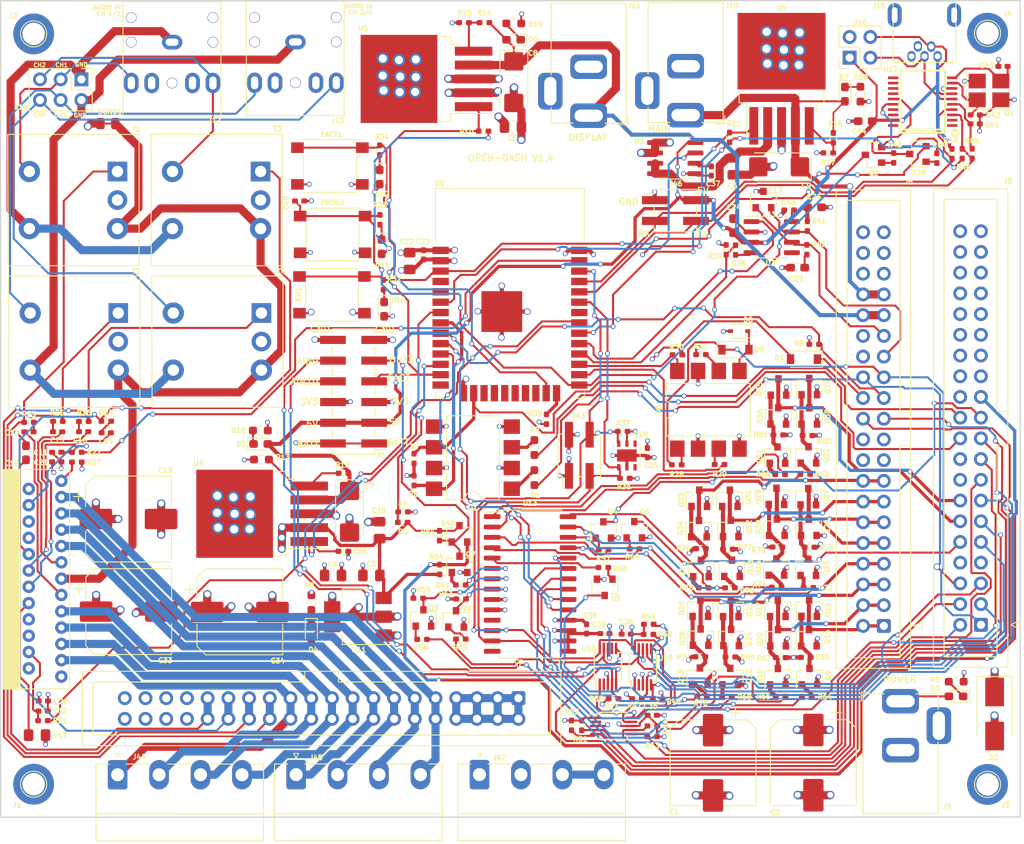
<source format=kicad_pcb>
(kicad_pcb (version 20171130) (host pcbnew 5.1.7-a382d34a88~90~ubuntu20.04.1)
  (layers (0 F.Cu signal) (1 In1.Cu power) (2 In2.Cu power) (31 B.Cu signal) (34 B.Paste user) (35 F.Paste user) (36 B.SilkS user) (37 F.SilkS user) (38 B.Mask user) (39 F.Mask user) (44 Edge.Cuts user))
  (net 0 "")
  (net 1 /BATTERY)
  (net 2 GND)
  (net 3 /5V)
  (net 4 /3V3)
  (net 5 /Power/MAIN_POWER_IN)
  (net 6 /DISPLAY_POWER)
  (net 7 /MAIN_POWER)
  (net 8 "/Audio Amplifier/MUTE")
  (net 9 "/Audio Amplifier/STBY")
  (net 10 "Net-(C13-Pad1)")
  (net 11 "Net-(C13-Pad2)")
  (net 12 "Net-(C14-Pad2)")
  (net 13 "Net-(C14-Pad1)")
  (net 14 "Net-(C15-Pad1)")
  (net 15 "Net-(C15-Pad2)")
  (net 16 "/Audio Amplifier/SVR")
  (net 17 "/Audio Amplifier/AC_GND")
  (net 18 "Net-(C26-Pad1)")
  (net 19 /WHEEL_CONTROLS_SUPPLY)
  (net 20 "Net-(D3-Pad1)")
  (net 21 "Net-(D4-Pad1)")
  (net 22 "Net-(D5-Pad1)")
  (net 23 "Net-(D6-Pad1)")
  (net 24 "Net-(D7-Pad1)")
  (net 25 "Net-(D8-Pad1)")
  (net 26 /J1850)
  (net 27 "Net-(D10-Pad1)")
  (net 28 "Net-(D11-Pad1)")
  (net 29 "Net-(D12-Pad1)")
  (net 30 /CAN+)
  (net 31 /CAN-)
  (net 32 /INSIDE_AIR_TEMP)
  (net 33 /UPPER_RIGHT_AIR_TEMP)
  (net 34 /AMBIENT_AIR_TEMP)
  (net 35 /DRIVER_SUNLOAD)
  (net 36 /PASSENGER_SUNLOAD)
  (net 37 /AMBIENT_LIGHT)
  (net 38 /UPPER_LEFT_AIR_TEMP)
  (net 39 /REAR_DEFOG)
  (net 40 /INSIDE_AIR_TEMP_BLOWER)
  (net 41 /PROG)
  (net 42 /INSTRUMENT_SUPPLY_VOLTAGE_4)
  (net 43 /DRIVER_SEAT_TEMP_CONTROL)
  (net 44 /PASSENGER_SEAT_TEMP_CONTROL)
  (net 45 /BLOWER_MOTOR)
  (net 46 /IGNITION)
  (net 47 /DRIVER_HEATED_SEAT_STATUS)
  (net 48 /PASSENGER_HEATED_SEAT_STATUS)
  (net 49 /SCL)
  (net 50 /SDA)
  (net 51 /RXD)
  (net 52 /TXD)
  (net 53 /MODE_B)
  (net 54 /RECIRCULATION_B)
  (net 55 /RIGHT_AIR_TEMP_CONTROL_B)
  (net 56 /LEFT_AIR_TEMP_CONTROL_B)
  (net 57 /LOWER_RIGHT_AIR_TEMP)
  (net 58 /LOWER_LEFT_AIR_TEMP)
  (net 59 /MODE_A)
  (net 60 /RECIRCULATION_A)
  (net 61 /RIGHT_AIR_TEMP_CONTROL_A)
  (net 62 /LEFT_AIR_TEMP_CONTROL_A)
  (net 63 /WHEEL_CONTROLS_SIGNAL)
  (net 64 /ESP_EN)
  (net 65 /LF-)
  (net 66 /LR-)
  (net 67 /RF-)
  (net 68 /RR-)
  (net 69 /RR+)
  (net 70 /RF+)
  (net 71 /LR+)
  (net 72 /LF+)
  (net 73 "Net-(Q9-Pad1)")
  (net 74 "Net-(Q10-Pad1)")
  (net 75 "Net-(Q18-Pad1)")
  (net 76 /BATTERY_VOLTAGE_SENSE)
  (net 77 /IGNITION_SENSE)
  (net 78 /CURRENT_SENSE)
  (net 79 /DISPLAY_EN)
  (net 80 /MAIN_EN)
  (net 81 /AUDIO_STBY)
  (net 82 /AUDIO_MUTE)
  (net 83 "/Audio Amplifier/OD")
  (net 84 /HVAC/A0)
  (net 85 /HVAC/A1)
  (net 86 /HVAC/A2)
  (net 87 /HVAC/A3)
  (net 88 /HVAC/B3)
  (net 89 /HVAC/B4)
  (net 90 /HVAC/A4)
  (net 91 /HVAC/A6)
  (net 92 /HVAC/A7)
  (net 93 /HVAC/A5)
  (net 94 /HVAC/B0)
  (net 95 /HVAC/B1)
  (net 96 /HVAC/B2)
  (net 97 /J1850_TX)
  (net 98 /J1850_RX)
  (net 99 /CAN_RX)
  (net 100 /CANbus/RX)
  (net 101 /HVAC/B5)
  (net 102 /HVAC/B6)
  (net 103 /HVAC/B7)
  (net 104 "Net-(U9-Pad14)")
  (net 105 "Net-(U9-Pad17)")
  (net 106 "Net-(U9-Pad18)")
  (net 107 "Net-(U9-Pad19)")
  (net 108 "Net-(U9-Pad20)")
  (net 109 /HVAC/AIN11)
  (net 110 /CAN_TX)
  (net 111 /TRIGGER1)
  (net 112 /SENSE1)
  (net 113 /FACT)
  (net 114 "Net-(R14-Pad2)")
  (net 115 "Net-(R16-Pad2)")
  (net 116 "Net-(U13-Pad14)")
  (net 117 /Microcontroller/IO2)
  (net 118 /AIN9)
  (net 119 /AIN10)
  (net 120 /AUDIO_IN2)
  (net 121 /AUDIO_IN4)
  (net 122 /AUDIO_IN1)
  (net 123 /AUDIO_IN3)
  (net 124 "/Audio Amplifier/AUDIO_GND1")
  (net 125 "/Audio Amplifier/AUDIO_GND2")
  (net 126 "Net-(Q2-Pad1)")
  (net 127 "Net-(Q3-Pad1)")
  (net 128 "Net-(Q4-Pad1)")
  (net 129 "Net-(Q5-Pad1)")
  (net 130 "Net-(Q6-Pad1)")
  (net 131 "Net-(Q7-Pad1)")
  (net 132 "Net-(Q8-Pad1)")
  (net 133 /HVAC/H-Bridge/C1)
  (net 134 /HVAC/H-Bridge/C2)
  (net 135 /HVAC/sheet6051923C/C1)
  (net 136 "Net-(Q12-Pad1)")
  (net 137 /HVAC/sheet6051923C/C2)
  (net 138 "Net-(Q13-Pad1)")
  (net 139 /HVAC/sheet60537A7E/C1)
  (net 140 "Net-(Q15-Pad1)")
  (net 141 /HVAC/sheet60537A7E/C2)
  (net 142 "Net-(Q16-Pad1)")
  (net 143 /HVAC/sheet60537FF7/C1)
  (net 144 /HVAC/sheet60537FF7/C2)
  (net 145 "Net-(Q19-Pad1)")
  (net 146 /HVAC/sheet607B7BA9/C1)
  (net 147 "Net-(Q21-Pad1)")
  (net 148 /HVAC/sheet607B7BA9/C2)
  (net 149 "Net-(Q22-Pad1)")
  (net 150 "Net-(R1-Pad1)")
  (net 151 "Net-(R2-Pad1)")
  (net 152 "Net-(R12-Pad2)")
  (net 153 "Net-(R28-Pad1)")
  (net 154 "Net-(R31-Pad2)")
  (net 155 "Net-(T1-Pad4)")
  (net 156 "Net-(T2-Pad4)")
  (net 157 "Net-(T3-Pad4)")
  (net 158 "Net-(T4-Pad4)")
  (net 159 "Net-(U9-Pad32)")
  (net 160 "Net-(U9-Pad22)")
  (net 161 "Net-(U9-Pad21)")
  (net 162 "Net-(U9-Pad5)")
  (net 163 "Net-(U9-Pad4)")
  (net 164 "Net-(U10-Pad4)")
  (net 165 "Net-(U10-Pad3)")
  (net 166 "Net-(U12-Pad17)")
  (net 167 "Net-(U13-Pad11)")
  (net 168 "Net-(J15-Pad4)")
  (net 169 "Net-(C16-Pad2)")
  (net 170 "Net-(C16-Pad1)")
  (net 171 "Net-(C27-Pad1)")
  (net 172 "Net-(R40-Pad2)")
  (net 173 /INTB)
  (net 174 /INTA)
  (net 175 "/Audio Amplifier/IN2")
  (net 176 "/Audio Amplifier/IN1")
  (net 177 "/Audio Amplifier/IN4")
  (net 178 "/Audio Amplifier/IN3")
  (net 179 "Net-(C37-Pad1)")
  (net 180 "Net-(U3-Pad5)")
  (net 181 "Net-(U14-Pad2)")
  (net 182 "Net-(U15-Pad2)")
  (net 183 "Net-(U16-Pad2)")
  (net 184 /EXT_AMP_ON)
  (net 185 "Net-(R29-Pad2)")
  (net 186 "Net-(C41-Pad1)")
  (net 187 "Net-(C42-Pad1)")
  (net 188 "Net-(C43-Pad1)")
  (net 189 /USB/D+)
  (net 190 /USB/D-)
  (net 191 "Net-(Q2-Pad2)")
  (net 192 "Net-(Q39-Pad1)")
  (net 193 "Net-(Q39-Pad3)")
  (net 194 "Net-(U12-Pad11)")
  (net 195 "Net-(U12-Pad12)")
  (net 196 "Net-(U12-Pad13)")
  (net 197 "Net-(U12-Pad14)")
  (net 198 "Net-(U12-Pad20)")
  (net 199 /C_OUT3)
  (net 200 /5V_EN)
  (net 201 GNDS)
  (module Capacitor_SMD:C_0603_1608Metric_Pad1.08x0.95mm_HandSolder (layer F.Cu) (at 177.96 68.3925 90)
    (fp_text reference C24 (at 2.25 0.09 180) (layer F.SilkS) (effects (font (size 0.6 0.6))))
    (fp_text value C_0.1uF)
    (pad 2 smd roundrect (at 0.8625 0 90) (size 1.075 0.95) (layers F.Cu F.Paste F.Mask) (net 2 GND))
    (pad 1 smd roundrect (at -0.8625 0 90) (size 1.075 0.95) (layers F.Cu F.Paste F.Mask) (net 3 /5V))
  )
  (module Connector_PinHeader_2.54mm:PinHeader_2x02_P2.54mm_Vertical_SMD (layer F.Cu) (at 170.885 66.54)
    (fp_text reference J46 (at 0.057 -3.294) (layer F.SilkS) (effects (font (size 0.6 0.6))))
    (fp_text value Conn_02x02_Counter_Clockwise)
    (pad 4 smd rect (at 2.525 1.27) (size 3.15 1) (layers F.Cu F.Paste F.Mask) (net 51 /RXD))
    (pad 3 smd rect (at -2.525 1.27) (size 3.15 1) (layers F.Cu F.Paste F.Mask) (net 52 /TXD))
    (pad 2 smd rect (at 2.525 -1.27) (size 3.15 1) (layers F.Cu F.Paste F.Mask) (net 3 /5V))
    (pad 1 smd rect (at -2.525 -1.27) (size 3.15 1) (layers F.Cu F.Paste F.Mask) (net 2 GND))
  )
  (module Capacitor_SMD:C_0402_1005Metric_Pad0.74x0.62mm_HandSolder (layer F.Cu) (at 101.1025 93.79 180)
    (fp_text reference C14 (at 0.0325 -1.03) (layer F.SilkS) (effects (font (size 0.6 0.6))))
    (fp_text value C_0.1uF)
    (pad 2 smd roundrect (at 0.5675 0 180) (size 0.735 0.62) (layers F.Cu F.Paste F.Mask) (net 12 "Net-(C14-Pad2)"))
    (pad 1 smd roundrect (at -0.5675 0 180) (size 0.735 0.62) (layers F.Cu F.Paste F.Mask) (net 13 "Net-(C14-Pad1)"))
  )
  (module Resistor_SMD:R_0402_1005Metric_Pad0.72x0.64mm_HandSolder (layer F.Cu) (at 101.105 92.37 180)
    (fp_text reference R24 (at 0.05 1.025) (layer F.SilkS) (effects (font (size 0.6 0.6))))
    (fp_text value R_1K_0402)
    (pad 2 smd roundrect (at 0.5975 0 180) (size 0.715 0.64) (layers F.Cu F.Paste F.Mask) (net 120 /AUDIO_IN2))
    (pad 1 smd roundrect (at -0.5975 0 180) (size 0.715 0.64) (layers F.Cu F.Paste F.Mask) (net 12 "Net-(C14-Pad2)"))
  )
  (module Open_Automation:Terminal_1,5_4-G-5.08_1x04_P5.08mm_Horizontal (layer F.Cu) (at 124.385 135.7)
    (fp_text reference J45 (at 2.44 -2.085) (layer F.SilkS) (effects (font (size 0.6 0.6))))
    (fp_text value Terminal_01x04)
    (pad 4 thru_hole oval (at 15.24 0) (size 2.4 3.6) (drill 1.6) (layers *.Cu *.Mask) (net 68 /RR-))
    (pad 3 thru_hole oval (at 10.16 0) (size 2.4 3.6) (drill 1.6) (layers *.Cu *.Mask) (net 69 /RR+))
    (pad 2 thru_hole oval (at 5.08 0) (size 2.4 3.6) (drill 1.6) (layers *.Cu *.Mask) (net 66 /LR-))
    (pad 1 thru_hole roundrect (at 0 0) (size 2.4 3.6) (drill 1.6) (layers *.Cu *.Mask) (roundrect_rratio 0.139) (net 71 /LR+))
  )
  (module Open_Automation:Terminal_1,5_4-G-5.08_1x04_P5.08mm_Horizontal (layer F.Cu) (at 102.5 135.715)
    (fp_text reference J44 (at 2.65 -2.175) (layer F.SilkS) (effects (font (size 0.6 0.6))))
    (fp_text value Terminal_01x04)
    (pad 4 thru_hole oval (at 15.24 0) (size 2.4 3.6) (drill 1.6) (layers *.Cu *.Mask) (net 72 /LF+))
    (pad 3 thru_hole oval (at 10.16 0) (size 2.4 3.6) (drill 1.6) (layers *.Cu *.Mask) (net 65 /LF-))
    (pad 2 thru_hole oval (at 5.08 0) (size 2.4 3.6) (drill 1.6) (layers *.Cu *.Mask) (net 70 /RF+))
    (pad 1 thru_hole roundrect (at 0 0) (size 2.4 3.6) (drill 1.6) (layers *.Cu *.Mask) (roundrect_rratio 0.139) (net 67 /RF-))
  )
  (module Open_Automation:Terminal_1,5_4-G-5.08_1x04_P5.08mm_Horizontal (layer F.Cu) (at 146.865 135.7)
    (fp_text reference J42 (at 2.435 -2.06) (layer F.SilkS) (effects (font (size 0.6 0.6))))
    (fp_text value Terminal_01x04)
    (pad 4 thru_hole oval (at 15.24 0) (size 2.4 3.6) (drill 1.6) (layers *.Cu *.Mask) (net 1 /BATTERY))
    (pad 3 thru_hole oval (at 10.16 0) (size 2.4 3.6) (drill 1.6) (layers *.Cu *.Mask) (net 1 /BATTERY))
    (pad 2 thru_hole oval (at 5.08 0) (size 2.4 3.6) (drill 1.6) (layers *.Cu *.Mask) (net 2 GND))
    (pad 1 thru_hole roundrect (at 0 0) (size 2.4 3.6) (drill 1.6) (layers *.Cu *.Mask) (roundrect_rratio 0.139) (net 2 GND))
  )
  (module Package_TO_SOT_SMD:SOT-223-3_TabPin2 (layer F.Cu) (at 131.96 116.34 180)
    (fp_text reference U11 (at -0.12 -4.056) (layer F.SilkS) (effects (font (size 0.6 0.6))))
    (fp_text value REG_AMS1117-3.3)
    (pad 1 smd rect (at -3.15 -2.3 180) (size 2 1.5) (layers F.Cu F.Paste F.Mask) (net 2 GND))
    (pad 3 smd rect (at -3.15 2.3 180) (size 2 1.5) (layers F.Cu F.Paste F.Mask) (net 1 /BATTERY))
    (pad 2 smd rect (at -3.15 0 180) (size 2 1.5) (layers F.Cu F.Paste F.Mask) (net 4 /3V3))
    (pad 2 smd rect (at 3.15 0 180) (size 2 3.8) (layers F.Cu F.Paste F.Mask) (net 4 /3V3))
  )
  (module Diode_SMD:D_SOD-123 (layer F.Cu) (at 178.25 83.6)
    (fp_text reference D9 (at 2.925 -0.034) (layer F.SilkS) (effects (font (size 0.6 0.6))))
    (fp_text value D_B5819W)
    (pad 2 smd rect (at 1.65 0) (size 0.9 1.2) (layers F.Cu F.Paste F.Mask) (net 25 "Net-(D8-Pad1)"))
    (pad 1 smd rect (at -1.65 0) (size 0.9 1.2) (layers F.Cu F.Paste F.Mask) (net 26 /J1850))
  )
  (module Diode_SMD:D_SOD-323 (layer F.Cu) (at 178.7 81.325 180)
    (fp_text reference D8 (at -1.1 1.375) (layer F.SilkS) (effects (font (size 0.6 0.6))))
    (fp_text value MM3Z8V2)
    (pad 2 smd rect (at 1.05 0 180) (size 0.6 0.45) (layers F.Cu F.Paste F.Mask) (net 2 GND))
    (pad 1 smd rect (at -1.05 0 180) (size 0.6 0.45) (layers F.Cu F.Paste F.Mask) (net 25 "Net-(D8-Pad1)"))
  )
  (module Diode_SMD:D_SOD-123 (layer F.Cu) (at 186.65 84.76 180)
    (fp_text reference D1 (at 3.008 0.178) (layer F.SilkS) (effects (font (size 0.6 0.6))))
    (fp_text value D_B5819W)
    (pad 2 smd rect (at 1.65 0 180) (size 0.9 1.2) (layers F.Cu F.Paste F.Mask) (net 4 /3V3))
    (pad 1 smd rect (at -1.65 0 180) (size 0.9 1.2) (layers F.Cu F.Paste F.Mask) (net 19 /WHEEL_CONTROLS_SUPPLY))
  )
  (module Connector_PinHeader_2.54mm:PinHeader_2x02_P2.54mm_Vertical (layer F.Cu) (at 192.25 47.8 90)
    (fp_text reference J16 (at 4.366 1.298 180) (layer F.SilkS) (effects (font (size 0.6 0.6))))
    (fp_text value Conn_02x02_Counter_Clockwise)
    (pad 4 thru_hole oval (at 2.54 2.54 90) (size 1.7 1.7) (drill 1) (layers *.Cu *.Mask) (net 190 /USB/D-))
    (pad 3 thru_hole oval (at 0 2.54 90) (size 1.7 1.7) (drill 1) (layers *.Cu *.Mask) (net 189 /USB/D+))
    (pad 2 thru_hole oval (at 2.54 0 90) (size 1.7 1.7) (drill 1) (layers *.Cu *.Mask) (net 2 GND))
    (pad 1 thru_hole rect (at 0 0 90) (size 1.7 1.7) (drill 1) (layers *.Cu *.Mask) (net 3 /5V))
  )
  (module Resistor_SMD:R_0402_1005Metric_Pad0.72x0.64mm_HandSolder (layer F.Cu) (at 204.8 59.585 270)
    (fp_text reference R45 (at -1.66 0.175 180) (layer F.SilkS) (effects (font (size 0.6 0.6))))
    (fp_text value R_10K_0402)
    (pad 2 smd roundrect (at 0.5975 0 270) (size 0.715 0.64) (layers F.Cu F.Paste F.Mask) (net 52 /TXD))
    (pad 1 smd roundrect (at -0.5975 0 270) (size 0.715 0.64) (layers F.Cu F.Paste F.Mask) (net 3 /5V))
  )
  (module Resistor_SMD:R_0402_1005Metric_Pad0.72x0.64mm_HandSolder (layer F.Cu) (at 141.96 106.4075 90)
    (fp_text reference R84 (at 0.4775 -1.45 180) (layer F.SilkS) (effects (font (size 0.6 0.6))))
    (fp_text value R_10K_0402)
    (pad 2 smd roundrect (at 0.5975 0 90) (size 0.715 0.64) (layers F.Cu F.Paste F.Mask) (net 1 /BATTERY))
    (pad 1 smd roundrect (at -0.5975 0 90) (size 0.715 0.64) (layers F.Cu F.Paste F.Mask) (net 199 /C_OUT3))
  )
  (module Package_TO_SOT_SMD:SOT-23 (layer F.Cu) (at 144.41 106.18 90)
    (fp_text reference Q40 (at 1.278 -1.408 180) (layer F.SilkS) (effects (font (size 0.6 0.6))))
    (fp_text value Q_AO3401A)
    (pad 3 smd rect (at 1 0 90) (size 0.9 0.8) (layers F.Cu F.Paste F.Mask) (net 1 /BATTERY))
    (pad 2 smd rect (at -1 0.95 90) (size 0.9 0.8) (layers F.Cu F.Paste F.Mask) (net 184 /EXT_AMP_ON))
    (pad 1 smd rect (at -1 -0.95 90) (size 0.9 0.8) (layers F.Cu F.Paste F.Mask) (net 199 /C_OUT3))
  )
  (module Capacitor_SMD:C_0402_1005Metric_Pad0.74x0.62mm_HandSolder (layer F.Cu) (at 124.81 65.365)
    (fp_text reference C40 (at -1.65 0.255 90) (layer F.SilkS) (effects (font (size 0.6 0.6))))
    (fp_text value C_1uF)
    (pad 2 smd roundrect (at 0.5675 0) (size 0.735 0.62) (layers F.Cu F.Paste F.Mask) (net 2 GND))
    (pad 1 smd roundrect (at -0.5675 0) (size 0.735 0.62) (layers F.Cu F.Paste F.Mask) (net 41 /PROG))
  )
  (module Open_Automation:AudioJack_SJ1-3525N (layer F.Cu) (at 124.3 50.875 270)
    (fp_text reference J13 (at 4.625 -5.18 180) (layer F.SilkS) (effects (font (size 0.6 0.6))))
    (fp_text value AudioJack_3.5TRS)
    (pad "" thru_hole circle (at -8.0137 -5.0038 270) (size 1.3 1.3) (drill 1.2) (layers *.Cu *.Mask))
    (pad "" thru_hole circle (at -8.0137 5.0038 270) (size 1.3 1.3) (drill 1.2) (layers *.Cu *.Mask))
    (pad "" thru_hole circle (at -5.0038 5.0038 270) (size 1.3 1.3) (drill 1.2) (layers *.Cu *.Mask))
    (pad "" thru_hole circle (at -5.0038 -5.0038 270) (size 1.3 1.3) (drill 1.2) (layers *.Cu *.Mask))
    (pad 1 thru_hole oval (at -5.0038 0) (size 2.5 1.8) (drill oval 1.6 0.9) (layers *.Cu *.Mask) (net 125 "/Audio Amplifier/AUDIO_GND2"))
    (pad "" thru_hole circle (at 0 0 270) (size 1.3 1.3) (drill 1.2) (layers *.Cu *.Mask))
    (pad 2 thru_hole oval (at 0 -5.0038 270) (size 2.5 1.8) (drill oval 1.6 0.9) (layers *.Cu *.Mask) (net 177 "/Audio Amplifier/IN4"))
    (pad 3 thru_hole oval (at 0 5.0038 270) (size 2.5 1.8) (drill oval 1.6 0.9) (layers *.Cu *.Mask) (net 178 "/Audio Amplifier/IN3"))
    (pad 11 thru_hole oval (at 0 2.5019 270) (size 2.5 1.8) (drill oval 1.6 0.9) (layers *.Cu *.Mask))
    (pad 10 thru_hole oval (at 0 -2.5019 270) (size 2.5 1.8) (drill oval 1.6 0.9) (layers *.Cu *.Mask))
  )
  (module Connector_PinHeader_2.54mm:PinHeader_2x03_P2.54mm_Vertical (layer F.Cu) (at 98.055 50.45 270)
    (fp_text reference J14 (at 3.398 7.377 180) (layer F.SilkS) (effects (font (size 0.6 0.6))))
    (fp_text value Conn_02x03_Odd_Even)
    (pad 6 thru_hole oval (at 2.54 5.08 270) (size 1.7 1.7) (drill 1) (layers *.Cu *.Mask) (net 177 "/Audio Amplifier/IN4"))
    (pad 5 thru_hole oval (at 0 5.08 270) (size 1.7 1.7) (drill 1) (layers *.Cu *.Mask) (net 175 "/Audio Amplifier/IN2"))
    (pad 4 thru_hole oval (at 2.54 2.54 270) (size 1.7 1.7) (drill 1) (layers *.Cu *.Mask) (net 178 "/Audio Amplifier/IN3"))
    (pad 3 thru_hole oval (at 0 2.54 270) (size 1.7 1.7) (drill 1) (layers *.Cu *.Mask) (net 176 "/Audio Amplifier/IN1"))
    (pad 2 thru_hole oval (at 2.54 0 270) (size 1.7 1.7) (drill 1) (layers *.Cu *.Mask) (net 125 "/Audio Amplifier/AUDIO_GND2"))
    (pad 1 thru_hole rect (at 0 0 270) (size 1.7 1.7) (drill 1) (layers *.Cu *.Mask) (net 124 "/Audio Amplifier/AUDIO_GND1"))
  )
  (module Open_Automation:SSOP-20W (layer F.Cu) (at 201.21 53.19 90)
    (fp_text reference U12 (at 3.96 -3.94) (layer F.SilkS) (effects (font (size 0.6 0.6) (thickness 0.254))))
    (fp_text value "CH340T(SSOP20W)")
    (fp_text user o (at -3.81 3.81 90) (layer F.SilkS) (effects (font (size 1.27 1.27) (thickness 0.254))))
    (pad 20 smd rect (at -2.925 -3.6195 90) (size 0.325 1.27) (layers F.Cu F.Paste F.Mask) (net 198 "Net-(U12-Pad20)"))
    (pad 19 smd rect (at -2.275 -3.6195 90) (size 0.325 1.27) (layers F.Cu F.Paste F.Mask) (net 3 /5V))
    (pad 18 smd rect (at -1.625 -3.6195 90) (size 0.325 1.27) (layers F.Cu F.Paste F.Mask))
    (pad 17 smd rect (at -0.975 -3.6195 90) (size 0.325 1.27) (layers F.Cu F.Paste F.Mask) (net 166 "Net-(U12-Pad17)"))
    (pad 16 smd rect (at -0.325 -3.6195 90) (size 0.325 1.27) (layers F.Cu F.Paste F.Mask) (net 191 "Net-(Q2-Pad2)"))
    (pad 15 smd rect (at 0.325 -3.6195 90) (size 0.325 1.27) (layers F.Cu F.Paste F.Mask) (net 193 "Net-(Q39-Pad3)"))
    (pad 14 smd rect (at 0.975 -3.6195 90) (size 0.325 1.27) (layers F.Cu F.Paste F.Mask) (net 197 "Net-(U12-Pad14)"))
    (pad 13 smd rect (at 1.625 -3.6195 90) (size 0.325 1.27) (layers F.Cu F.Paste F.Mask) (net 196 "Net-(U12-Pad13)"))
    (pad 12 smd rect (at 2.275 -3.6195 90) (size 0.325 1.27) (layers F.Cu F.Paste F.Mask) (net 195 "Net-(U12-Pad12)"))
    (pad 11 smd rect (at 2.925 -3.6195 90) (size 0.325 1.27) (layers F.Cu F.Paste F.Mask) (net 194 "Net-(U12-Pad11)"))
    (pad 10 smd rect (at 2.925 3.6195 90) (size 0.325 1.27) (layers F.Cu F.Paste F.Mask) (net 188 "Net-(C43-Pad1)"))
    (pad 9 smd rect (at 2.275 3.6195 90) (size 0.325 1.27) (layers F.Cu F.Paste F.Mask) (net 187 "Net-(C42-Pad1)"))
    (pad 8 smd rect (at 1.625 3.6195 90) (size 0.325 1.27) (layers F.Cu F.Paste F.Mask) (net 2 GND))
    (pad 7 smd rect (at 0.975 3.6195 90) (size 0.325 1.27) (layers F.Cu F.Paste F.Mask) (net 190 /USB/D-))
    (pad 6 smd rect (at 0.325 3.6195 90) (size 0.325 1.27) (layers F.Cu F.Paste F.Mask) (net 189 /USB/D+))
    (pad 5 smd rect (at -0.325 3.6195 90) (size 0.325 1.27) (layers F.Cu F.Paste F.Mask) (net 186 "Net-(C41-Pad1)"))
    (pad 4 smd rect (at -0.975 3.6195 90) (size 0.325 1.27) (layers F.Cu F.Paste F.Mask) (net 52 /TXD))
    (pad 3 smd rect (at -1.625 3.6195 90) (size 0.325 1.27) (layers F.Cu F.Paste F.Mask) (net 51 /RXD))
    (pad 2 smd rect (at -2.275 3.6195 90) (size 0.325 1.27) (layers F.Cu F.Paste F.Mask))
    (pad 1 smd rect (at -2.925 3.6195 90) (size 0.325 1.27) (layers F.Cu F.Paste F.Mask))
  )
  (module Package_SO:SOIC-8_3.9x4.9mm_P1.27mm (layer F.Cu) (at 182.695001 69.800001)
    (fp_text reference U3 (at -0.155001 3.199999) (layer F.SilkS) (effects (font (size 0.6 0.6))))
    (fp_text value CAN_MCP2551-I-SN)
    (pad 8 smd roundrect (at 2.475 -1.905) (size 1.95 0.6) (layers F.Cu F.Paste F.Mask) (net 172 "Net-(R40-Pad2)"))
    (pad 7 smd roundrect (at 2.475 -0.635) (size 1.95 0.6) (layers F.Cu F.Paste F.Mask) (net 30 /CAN+))
    (pad 6 smd roundrect (at 2.475 0.635) (size 1.95 0.6) (layers F.Cu F.Paste F.Mask) (net 31 /CAN-))
    (pad 5 smd roundrect (at 2.475 1.905) (size 1.95 0.6) (layers F.Cu F.Paste F.Mask) (net 180 "Net-(U3-Pad5)"))
    (pad 4 smd roundrect (at -2.475 1.905) (size 1.95 0.6) (layers F.Cu F.Paste F.Mask) (net 100 /CANbus/RX))
    (pad 3 smd roundrect (at -2.475 0.635) (size 1.95 0.6) (layers F.Cu F.Paste F.Mask) (net 3 /5V))
    (pad 2 smd roundrect (at -2.475 -0.635) (size 1.95 0.6) (layers F.Cu F.Paste F.Mask) (net 2 GND))
    (pad 1 smd roundrect (at -2.475 -1.905) (size 1.95 0.6) (layers F.Cu F.Paste F.Mask) (net 110 /CAN_TX))
  )
  (module Package_SO:SOIC-8_3.9x4.9mm_P1.27mm (layer F.Cu) (at 170.87 60.11)
    (fp_text reference U2 (at -4.38 -2.1) (layer F.SilkS) (effects (font (size 0.6 0.6))))
    (fp_text value ACS711)
    (pad 8 smd roundrect (at 2.475 -1.905) (size 1.95 0.6) (layers F.Cu F.Paste F.Mask) (net 3 /5V))
    (pad 7 smd roundrect (at 2.475 -0.635) (size 1.95 0.6) (layers F.Cu F.Paste F.Mask) (net 78 /CURRENT_SENSE))
    (pad 6 smd roundrect (at 2.475 0.635) (size 1.95 0.6) (layers F.Cu F.Paste F.Mask) (net 179 "Net-(C37-Pad1)"))
    (pad 5 smd roundrect (at 2.475 1.905) (size 1.95 0.6) (layers F.Cu F.Paste F.Mask) (net 2 GND))
    (pad 4 smd roundrect (at -2.475 1.905) (size 1.95 0.6) (layers F.Cu F.Paste F.Mask) (net 5 /Power/MAIN_POWER_IN))
    (pad 3 smd roundrect (at -2.475 0.635) (size 1.95 0.6) (layers F.Cu F.Paste F.Mask) (net 5 /Power/MAIN_POWER_IN))
    (pad 2 smd roundrect (at -2.475 -0.635) (size 1.95 0.6) (layers F.Cu F.Paste F.Mask) (net 1 /BATTERY))
    (pad 1 smd roundrect (at -2.475 -1.905) (size 1.95 0.6) (layers F.Cu F.Paste F.Mask) (net 1 /BATTERY))
  )
  (module Resistor_SMD:R_0402_1005Metric_Pad0.72x0.64mm_HandSolder (layer F.Cu) (at 130.17 108.32)
    (fp_text reference R86 (at 2.07 -0.01) (layer F.SilkS) (effects (font (size 0.6 0.6))))
    (fp_text value R_10K_0402)
    (pad 2 smd roundrect (at 0.5975 0) (size 0.715 0.64) (layers F.Cu F.Paste F.Mask) (net 4 /3V3))
    (pad 1 smd roundrect (at -0.5975 0) (size 0.715 0.64) (layers F.Cu F.Paste F.Mask) (net 200 /5V_EN))
  )
  (module Resistor_SMD:R_0402_1005Metric_Pad0.72x0.64mm_HandSolder (layer F.Cu) (at 207.27 59.56 270)
    (fp_text reference R85 (at -1.56 0 180) (layer F.SilkS) (effects (font (size 0.6 0.6))))
    (fp_text value R_10K_0402)
    (pad 2 smd roundrect (at 0.5975 0 270) (size 0.715 0.64) (layers F.Cu F.Paste F.Mask) (net 51 /RXD))
    (pad 1 smd roundrect (at -0.5975 0 270) (size 0.715 0.64) (layers F.Cu F.Paste F.Mask) (net 186 "Net-(C41-Pad1)"))
  )
  (module Resistor_SMD:R_0402_1005Metric_Pad0.72x0.64mm_HandSolder (layer F.Cu) (at 187.075 94.125)
    (fp_text reference R83 (at 2.095 0.715) (layer F.SilkS) (effects (font (size 0.6 0.6))))
    (fp_text value R_10K_0402)
    (pad 2 smd roundrect (at 0.5975 0) (size 0.715 0.64) (layers F.Cu F.Paste F.Mask) (net 1 /BATTERY))
    (pad 1 smd roundrect (at -0.5975 0) (size 0.715 0.64) (layers F.Cu F.Paste F.Mask) (net 148 /HVAC/sheet607B7BA9/C2))
  )
  (module Resistor_SMD:R_0402_1005Metric_Pad0.72x0.64mm_HandSolder (layer F.Cu) (at 186.8 98.875)
    (fp_text reference R82 (at 2.075 0) (layer F.SilkS) (effects (font (size 0.6 0.6))))
    (fp_text value R_10K_0402)
    (pad 2 smd roundrect (at 0.5975 0) (size 0.715 0.64) (layers F.Cu F.Paste F.Mask) (net 149 "Net-(Q22-Pad1)"))
    (pad 1 smd roundrect (at -0.5975 0) (size 0.715 0.64) (layers F.Cu F.Paste F.Mask) (net 95 /HVAC/B1))
  )
  (module Resistor_SMD:R_0402_1005Metric_Pad0.72x0.64mm_HandSolder (layer F.Cu) (at 183.4975 94.05)
    (fp_text reference R81 (at -2.1575 -0.03) (layer F.SilkS) (effects (font (size 0.6 0.6))))
    (fp_text value R_10K_0402)
    (pad 2 smd roundrect (at 0.5975 0) (size 0.715 0.64) (layers F.Cu F.Paste F.Mask) (net 1 /BATTERY))
    (pad 1 smd roundrect (at -0.5975 0) (size 0.715 0.64) (layers F.Cu F.Paste F.Mask) (net 146 /HVAC/sheet607B7BA9/C1))
  )
  (module Resistor_SMD:R_0402_1005Metric_Pad0.72x0.64mm_HandSolder (layer F.Cu) (at 183.725 98.9 180)
    (fp_text reference R80 (at 2.08 0) (layer F.SilkS) (effects (font (size 0.6 0.6))))
    (fp_text value R_10K_0402)
    (pad 2 smd roundrect (at 0.5975 0 180) (size 0.715 0.64) (layers F.Cu F.Paste F.Mask) (net 147 "Net-(Q21-Pad1)"))
    (pad 1 smd roundrect (at -0.5975 0 180) (size 0.715 0.64) (layers F.Cu F.Paste F.Mask) (net 94 /HVAC/B0))
  )
  (module Resistor_SMD:R_0402_1005Metric_Pad0.72x0.64mm_HandSolder (layer F.Cu) (at 174.02 107.99 180)
    (fp_text reference R79 (at 2.1525 0) (layer F.SilkS) (effects (font (size 0.6 0.6))))
    (fp_text value R_10K_0402)
    (pad 2 smd roundrect (at 0.5975 0 180) (size 0.715 0.64) (layers F.Cu F.Paste F.Mask) (net 1 /BATTERY))
    (pad 1 smd roundrect (at -0.5975 0 180) (size 0.715 0.64) (layers F.Cu F.Paste F.Mask) (net 144 /HVAC/sheet60537FF7/C2))
  )
  (module Resistor_SMD:R_0402_1005Metric_Pad0.72x0.64mm_HandSolder (layer F.Cu) (at 174.3525 112.8 180)
    (fp_text reference R78 (at 2.125 0) (layer F.SilkS) (effects (font (size 0.6 0.6))))
    (fp_text value R_10K_0402)
    (pad 2 smd roundrect (at 0.5975 0 180) (size 0.715 0.64) (layers F.Cu F.Paste F.Mask) (net 145 "Net-(Q19-Pad1)"))
    (pad 1 smd roundrect (at -0.5975 0 180) (size 0.715 0.64) (layers F.Cu F.Paste F.Mask) (net 92 /HVAC/A7))
  )
  (module Resistor_SMD:R_0402_1005Metric_Pad0.72x0.64mm_HandSolder (layer F.Cu) (at 177.32 108.065)
    (fp_text reference R77 (at 2.0775 -0.225) (layer F.SilkS) (effects (font (size 0.6 0.6))))
    (fp_text value R_10K_0402)
    (pad 2 smd roundrect (at 0.5975 0) (size 0.715 0.64) (layers F.Cu F.Paste F.Mask) (net 1 /BATTERY))
    (pad 1 smd roundrect (at -0.5975 0) (size 0.715 0.64) (layers F.Cu F.Paste F.Mask) (net 143 /HVAC/sheet60537FF7/C1))
  )
  (module Resistor_SMD:R_0402_1005Metric_Pad0.72x0.64mm_HandSolder (layer F.Cu) (at 177.575 112.8)
    (fp_text reference R76 (at 2.1 0.35) (layer F.SilkS) (effects (font (size 0.6 0.6))))
    (fp_text value R_10K_0402)
    (pad 2 smd roundrect (at 0.5975 0) (size 0.715 0.64) (layers F.Cu F.Paste F.Mask) (net 75 "Net-(Q18-Pad1)"))
    (pad 1 smd roundrect (at -0.5975 0) (size 0.715 0.64) (layers F.Cu F.Paste F.Mask) (net 91 /HVAC/A6))
  )
  (module Resistor_SMD:R_0402_1005Metric_Pad0.72x0.64mm_HandSolder (layer F.Cu) (at 183.3975 107.8 180)
    (fp_text reference R75 (at 2.3225 -0.35) (layer F.SilkS) (effects (font (size 0.6 0.6))))
    (fp_text value R_10K_0402)
    (pad 2 smd roundrect (at 0.5975 0 180) (size 0.715 0.64) (layers F.Cu F.Paste F.Mask) (net 1 /BATTERY))
    (pad 1 smd roundrect (at -0.5975 0 180) (size 0.715 0.64) (layers F.Cu F.Paste F.Mask) (net 141 /HVAC/sheet60537A7E/C2))
  )
  (module Resistor_SMD:R_0402_1005Metric_Pad0.72x0.64mm_HandSolder (layer F.Cu) (at 183.2975 112.725)
    (fp_text reference R74 (at -2.0975 -0.3) (layer F.SilkS) (effects (font (size 0.6 0.6))))
    (fp_text value R_10K_0402)
    (pad 2 smd roundrect (at 0.5975 0) (size 0.715 0.64) (layers F.Cu F.Paste F.Mask) (net 142 "Net-(Q16-Pad1)"))
    (pad 1 smd roundrect (at -0.5975 0) (size 0.715 0.64) (layers F.Cu F.Paste F.Mask) (net 93 /HVAC/A5))
  )
  (module Resistor_SMD:R_0402_1005Metric_Pad0.72x0.64mm_HandSolder (layer F.Cu) (at 187.325 107.825)
    (fp_text reference R73 (at 2.16 0.07) (layer F.SilkS) (effects (font (size 0.6 0.6))))
    (fp_text value R_10K_0402)
    (pad 2 smd roundrect (at 0.5975 0) (size 0.715 0.64) (layers F.Cu F.Paste F.Mask) (net 1 /BATTERY))
    (pad 1 smd roundrect (at -0.5975 0) (size 0.715 0.64) (layers F.Cu F.Paste F.Mask) (net 139 /HVAC/sheet60537A7E/C1))
  )
  (module Resistor_SMD:R_0402_1005Metric_Pad0.72x0.64mm_HandSolder (layer F.Cu) (at 187.2 112.775 180)
    (fp_text reference R72 (at -2.095 -0.0475) (layer F.SilkS) (effects (font (size 0.6 0.6))))
    (fp_text value R_10K_0402)
    (pad 2 smd roundrect (at 0.5975 0 180) (size 0.715 0.64) (layers F.Cu F.Paste F.Mask) (net 140 "Net-(Q15-Pad1)"))
    (pad 1 smd roundrect (at -0.5975 0 180) (size 0.715 0.64) (layers F.Cu F.Paste F.Mask) (net 90 /HVAC/A4))
  )
  (module Resistor_SMD:R_0402_1005Metric_Pad0.72x0.64mm_HandSolder (layer F.Cu) (at 173.9475 121.25 180)
    (fp_text reference R71 (at 2.065 -0.055) (layer F.SilkS) (effects (font (size 0.6 0.6))))
    (fp_text value R_10K_0402)
    (pad 2 smd roundrect (at 0.5975 0 180) (size 0.715 0.64) (layers F.Cu F.Paste F.Mask) (net 1 /BATTERY))
    (pad 1 smd roundrect (at -0.5975 0 180) (size 0.715 0.64) (layers F.Cu F.Paste F.Mask) (net 137 /HVAC/sheet6051923C/C2))
  )
  (module Resistor_SMD:R_0402_1005Metric_Pad0.72x0.64mm_HandSolder (layer F.Cu) (at 174.1475 126.075)
    (fp_text reference R70 (at -0.1575 0.925) (layer F.SilkS) (effects (font (size 0.6 0.6))))
    (fp_text value R_10K_0402)
    (pad 2 smd roundrect (at 0.5975 0) (size 0.715 0.64) (layers F.Cu F.Paste F.Mask) (net 138 "Net-(Q13-Pad1)"))
    (pad 1 smd roundrect (at -0.5975 0) (size 0.715 0.64) (layers F.Cu F.Paste F.Mask) (net 87 /HVAC/A3))
  )
  (module Resistor_SMD:R_0402_1005Metric_Pad0.72x0.64mm_HandSolder (layer F.Cu) (at 177.6225 121.275)
    (fp_text reference R69 (at 2.135 0.055) (layer F.SilkS) (effects (font (size 0.6 0.6))))
    (fp_text value R_10K_0402)
    (pad 2 smd roundrect (at 0.5975 0) (size 0.715 0.64) (layers F.Cu F.Paste F.Mask) (net 1 /BATTERY))
    (pad 1 smd roundrect (at -0.5975 0) (size 0.715 0.64) (layers F.Cu F.Paste F.Mask) (net 135 /HVAC/sheet6051923C/C1))
  )
  (module Resistor_SMD:R_0402_1005Metric_Pad0.72x0.64mm_HandSolder (layer F.Cu) (at 177.2025 126.125 180)
    (fp_text reference R68 (at -2.14 -0.055) (layer F.SilkS) (effects (font (size 0.6 0.6))))
    (fp_text value R_10K_0402)
    (pad 2 smd roundrect (at 0.5975 0 180) (size 0.715 0.64) (layers F.Cu F.Paste F.Mask) (net 136 "Net-(Q12-Pad1)"))
    (pad 1 smd roundrect (at -0.5975 0 180) (size 0.715 0.64) (layers F.Cu F.Paste F.Mask) (net 86 /HVAC/A2))
  )
  (module Resistor_SMD:R_0402_1005Metric_Pad0.72x0.64mm_HandSolder (layer F.Cu) (at 183.8025 121.35)
    (fp_text reference R67 (at -2.125 0.075) (layer F.SilkS) (effects (font (size 0.6 0.6))))
    (fp_text value R_10K_0402)
    (pad 2 smd roundrect (at 0.5975 0) (size 0.715 0.64) (layers F.Cu F.Paste F.Mask) (net 1 /BATTERY))
    (pad 1 smd roundrect (at -0.5975 0) (size 0.715 0.64) (layers F.Cu F.Paste F.Mask) (net 134 /HVAC/H-Bridge/C2))
  )
  (module Resistor_SMD:R_0402_1005Metric_Pad0.72x0.64mm_HandSolder (layer F.Cu) (at 183.7775 126.1 180)
    (fp_text reference R66 (at 2.0975 0) (layer F.SilkS) (effects (font (size 0.6 0.6))))
    (fp_text value R_10K_0402)
    (pad 2 smd roundrect (at 0.5975 0 180) (size 0.715 0.64) (layers F.Cu F.Paste F.Mask) (net 74 "Net-(Q10-Pad1)"))
    (pad 1 smd roundrect (at -0.5975 0 180) (size 0.715 0.64) (layers F.Cu F.Paste F.Mask) (net 85 /HVAC/A1))
  )
  (module Resistor_SMD:R_0402_1005Metric_Pad0.72x0.64mm_HandSolder (layer F.Cu) (at 186.875 121.325 180)
    (fp_text reference R65 (at -2.0475 0.025) (layer F.SilkS) (effects (font (size 0.6 0.6))))
    (fp_text value R_10K_0402)
    (pad 2 smd roundrect (at 0.5975 0 180) (size 0.715 0.64) (layers F.Cu F.Paste F.Mask) (net 1 /BATTERY))
    (pad 1 smd roundrect (at -0.5975 0 180) (size 0.715 0.64) (layers F.Cu F.Paste F.Mask) (net 133 /HVAC/H-Bridge/C1))
  )
  (module Resistor_SMD:R_0402_1005Metric_Pad0.72x0.64mm_HandSolder (layer F.Cu) (at 186.9975 126.125)
    (fp_text reference R64 (at 2.2275 0.05) (layer F.SilkS) (effects (font (size 0.6 0.6))))
    (fp_text value R_10K_0402)
    (pad 2 smd roundrect (at 0.5975 0) (size 0.715 0.64) (layers F.Cu F.Paste F.Mask) (net 73 "Net-(Q9-Pad1)"))
    (pad 1 smd roundrect (at -0.5975 0) (size 0.715 0.64) (layers F.Cu F.Paste F.Mask) (net 84 /HVAC/A0))
  )
  (module Resistor_SMD:R_0402_1005Metric_Pad0.72x0.64mm_HandSolder (layer F.Cu) (at 165.8775 108.025 180)
    (fp_text reference R60 (at 0.2695 -0.941) (layer F.SilkS) (effects (font (size 0.6 0.6))))
    (fp_text value R_10K_0402)
    (pad 2 smd roundrect (at 0.5975 0 180) (size 0.715 0.64) (layers F.Cu F.Paste F.Mask) (net 130 "Net-(Q6-Pad1)"))
    (pad 1 smd roundrect (at -0.5975 0 180) (size 0.715 0.64) (layers F.Cu F.Paste F.Mask) (net 88 /HVAC/B3))
  )
  (module Resistor_SMD:R_0402_1005Metric_Pad0.72x0.64mm_HandSolder (layer F.Cu) (at 162.06 110.305)
    (fp_text reference R58 (at 2.05 0.175) (layer F.SilkS) (effects (font (size 0.6 0.6))))
    (fp_text value R_10K_0402)
    (pad 2 smd roundrect (at 0.5975 0) (size 0.715 0.64) (layers F.Cu F.Paste F.Mask) (net 129 "Net-(Q5-Pad1)"))
    (pad 1 smd roundrect (at -0.5975 0) (size 0.715 0.64) (layers F.Cu F.Paste F.Mask) (net 89 /HVAC/B4))
  )
  (module Resistor_SMD:R_0402_1005Metric_Pad0.72x0.64mm_HandSolder (layer F.Cu) (at 162.1 108.1 180)
    (fp_text reference R57 (at 0.048 -1.12) (layer F.SilkS) (effects (font (size 0.6 0.6))))
    (fp_text value R_10K_0402)
    (pad 2 smd roundrect (at 0.5975 0 180) (size 0.715 0.64) (layers F.Cu F.Paste F.Mask) (net 128 "Net-(Q4-Pad1)"))
    (pad 1 smd roundrect (at -0.5975 0 180) (size 0.715 0.64) (layers F.Cu F.Paste F.Mask) (net 96 /HVAC/B2))
  )
  (module Resistor_SMD:R_0402_1005Metric_Pad0.72x0.64mm_HandSolder (layer F.Cu) (at 206.05 59.57 270)
    (fp_text reference R46 (at 1.63 -0.175 180) (layer F.SilkS) (effects (font (size 0.6 0.6))))
    (fp_text value R_10K_0402)
    (pad 2 smd roundrect (at 0.5975 0 270) (size 0.715 0.64) (layers F.Cu F.Paste F.Mask) (net 4 /3V3))
    (pad 1 smd roundrect (at -0.5975 0 270) (size 0.715 0.64) (layers F.Cu F.Paste F.Mask) (net 51 /RXD))
  )
  (module Resistor_SMD:R_0402_1005Metric_Pad0.72x0.64mm_HandSolder (layer F.Cu) (at 202.94 60.12 90)
    (fp_text reference R44 (at 1.6 0.32 180) (layer F.SilkS) (effects (font (size 0.6 0.6))))
    (fp_text value R_1K_0402)
    (pad 2 smd roundrect (at 0.5975 0 90) (size 0.715 0.64) (layers F.Cu F.Paste F.Mask) (net 191 "Net-(Q2-Pad2)"))
    (pad 1 smd roundrect (at -0.5975 0 90) (size 0.715 0.64) (layers F.Cu F.Paste F.Mask) (net 192 "Net-(Q39-Pad1)"))
  )
  (module Resistor_SMD:R_0402_1005Metric_Pad0.72x0.64mm_HandSolder (layer F.Cu) (at 197.65 60.09 90)
    (fp_text reference R43 (at 1.61 0.16 180) (layer F.SilkS) (effects (font (size 0.6 0.6))))
    (fp_text value R_1K_0402)
    (pad 2 smd roundrect (at 0.5975 0 90) (size 0.715 0.64) (layers F.Cu F.Paste F.Mask) (net 193 "Net-(Q39-Pad3)"))
    (pad 1 smd roundrect (at -0.5975 0 90) (size 0.715 0.64) (layers F.Cu F.Paste F.Mask) (net 126 "Net-(Q2-Pad1)"))
  )
  (module Resistor_SMD:R_0402_1005Metric_Pad0.72x0.64mm_HandSolder (layer F.Cu) (at 187 71.34 90)
    (fp_text reference R42 (at 0.69 1.52) (layer F.SilkS) (effects (font (size 0.6 0.6))))
    (fp_text value R_100)
    (pad 2 smd roundrect (at 0.5975 0 90) (size 0.715 0.64) (layers F.Cu F.Paste F.Mask) (net 31 /CAN-))
    (pad 1 smd roundrect (at -0.5975 0 90) (size 0.715 0.64) (layers F.Cu F.Paste F.Mask) (net 171 "Net-(C27-Pad1)"))
  )
  (module Resistor_SMD:R_0402_1005Metric_Pad0.72x0.64mm_HandSolder (layer F.Cu) (at 187.06 68.4525 270)
    (fp_text reference R41 (at -0.6525 -1.44) (layer F.SilkS) (effects (font (size 0.6 0.6))))
    (fp_text value R_100)
    (pad 2 smd roundrect (at 0.5975 0 270) (size 0.715 0.64) (layers F.Cu F.Paste F.Mask) (net 30 /CAN+))
    (pad 1 smd roundrect (at -0.5975 0 270) (size 0.715 0.64) (layers F.Cu F.Paste F.Mask) (net 18 "Net-(C26-Pad1)"))
  )
  (module Resistor_SMD:R_0402_1005Metric_Pad0.72x0.64mm_HandSolder (layer F.Cu) (at 184.8325 66.48)
    (fp_text reference R40 (at -0.0625 -0.92) (layer F.SilkS) (effects (font (size 0.6 0.6))))
    (fp_text value R_4.7K)
    (pad 2 smd roundrect (at 0.5975 0) (size 0.715 0.64) (layers F.Cu F.Paste F.Mask) (net 172 "Net-(R40-Pad2)"))
    (pad 1 smd roundrect (at -0.5975 0) (size 0.715 0.64) (layers F.Cu F.Paste F.Mask) (net 2 GND))
  )
  (module Resistor_SMD:R_0402_1005Metric_Pad0.72x0.64mm_HandSolder (layer F.Cu) (at 177.11 71.3525 270)
    (fp_text reference R39 (at 0.7835 1.342 180) (layer F.SilkS) (effects (font (size 0.6 0.6))))
    (fp_text value R_10K_0402)
    (pad 2 smd roundrect (at 0.5975 0 270) (size 0.715 0.64) (layers F.Cu F.Paste F.Mask) (net 99 /CAN_RX))
    (pad 1 smd roundrect (at -0.5975 0 270) (size 0.715 0.64) (layers F.Cu F.Paste F.Mask) (net 2 GND))
  )
  (module Resistor_SMD:R_0402_1005Metric_Pad0.72x0.64mm_HandSolder (layer F.Cu) (at 178.26 71.3875 270)
    (fp_text reference R38 (at 1.6625 -0.37 180) (layer F.SilkS) (effects (font (size 0.6 0.6))))
    (fp_text value R_4.7K)
    (pad 2 smd roundrect (at 0.5975 0 270) (size 0.715 0.64) (layers F.Cu F.Paste F.Mask) (net 100 /CANbus/RX))
    (pad 1 smd roundrect (at -0.5975 0 270) (size 0.715 0.64) (layers F.Cu F.Paste F.Mask) (net 99 /CAN_RX))
  )
  (module Resistor_SMD:R_0402_1005Metric_Pad0.72x0.64mm_HandSolder (layer F.Cu) (at 174.0175 84.2)
    (fp_text reference R31 (at -0.0375 -0.96 180) (layer F.SilkS) (effects (font (size 0.6 0.6))))
    (fp_text value R_1K_0402)
    (pad 2 smd roundrect (at 0.5975 0) (size 0.715 0.64) (layers F.Cu F.Paste F.Mask) (net 154 "Net-(R31-Pad2)"))
    (pad 1 smd roundrect (at -0.5975 0) (size 0.715 0.64) (layers F.Cu F.Paste F.Mask) (net 1 /BATTERY))
  )
  (module Resistor_SMD:R_0402_1005Metric_Pad0.72x0.64mm_HandSolder (layer F.Cu) (at 171.13 84.23 180)
    (fp_text reference R30 (at 0.08 0.94) (layer F.SilkS) (effects (font (size 0.6 0.6))))
    (fp_text value R_1K_0402)
    (pad 2 smd roundrect (at 0.5975 0 180) (size 0.715 0.64) (layers F.Cu F.Paste F.Mask) (net 98 /J1850_RX))
    (pad 1 smd roundrect (at -0.5975 0 180) (size 0.715 0.64) (layers F.Cu F.Paste F.Mask) (net 4 /3V3))
  )
  (module Resistor_SMD:R_0402_1005Metric_Pad0.72x0.64mm_HandSolder (layer F.Cu) (at 176.3 97.68 180)
    (fp_text reference R29 (at 0 -1.17) (layer F.SilkS) (effects (font (size 0.6 0.6))))
    (fp_text value R_100)
    (pad 2 smd roundrect (at 0.5975 0 180) (size 0.715 0.64) (layers F.Cu F.Paste F.Mask) (net 185 "Net-(R29-Pad2)"))
    (pad 1 smd roundrect (at -0.5975 0 180) (size 0.715 0.64) (layers F.Cu F.Paste F.Mask) (net 97 /J1850_TX))
  )
  (module Resistor_SMD:R_0402_1005Metric_Pad0.72x0.64mm_HandSolder (layer F.Cu) (at 171.05 97.71 180)
    (fp_text reference R28 (at 0 -1.17) (layer F.SilkS) (effects (font (size 0.6 0.6))))
    (fp_text value R_1K_0402)
    (pad 2 smd roundrect (at 0.5975 0 180) (size 0.715 0.64) (layers F.Cu F.Paste F.Mask) (net 26 /J1850))
    (pad 1 smd roundrect (at -0.5975 0 180) (size 0.715 0.64) (layers F.Cu F.Paste F.Mask) (net 153 "Net-(R28-Pad1)"))
  )
  (module Resistor_SMD:R_0402_1005Metric_Pad0.72x0.64mm_HandSolder (layer F.Cu) (at 189.625 59.475 180)
    (fp_text reference R17 (at 0 -1.17 180) (layer F.SilkS) (effects (font (size 0.6 0.6))))
    (fp_text value R_2.2K)
    (pad 2 smd roundrect (at 0.5975 0 180) (size 0.715 0.64) (layers F.Cu F.Paste F.Mask) (net 2 GND))
    (pad 1 smd roundrect (at -0.5975 0 180) (size 0.715 0.64) (layers F.Cu F.Paste F.Mask) (net 115 "Net-(R16-Pad2)"))
  )
  (module Resistor_SMD:R_0402_1005Metric_Pad0.72x0.64mm_HandSolder (layer F.Cu) (at 190.25 57.6225 270)
    (fp_text reference R16 (at -1.7425 -0.25 180) (layer F.SilkS) (effects (font (size 0.6 0.6))))
    (fp_text value R_20K)
    (pad 2 smd roundrect (at 0.5975 0 270) (size 0.715 0.64) (layers F.Cu F.Paste F.Mask) (net 115 "Net-(R16-Pad2)"))
    (pad 1 smd roundrect (at -0.5975 0 270) (size 0.715 0.64) (layers F.Cu F.Paste F.Mask) (net 7 /MAIN_POWER))
  )
  (module Resistor_SMD:R_0402_1005Metric_Pad0.72x0.64mm_HandSolder (layer F.Cu) (at 177.525 57.575 270)
    (fp_text reference R11 (at -1.695 -0.529 180) (layer F.SilkS) (effects (font (size 0.6 0.6))))
    (fp_text value R_10K_0402)
    (pad 2 smd roundrect (at 0.5975 0 270) (size 0.715 0.64) (layers F.Cu F.Paste F.Mask) (net 4 /3V3))
    (pad 1 smd roundrect (at -0.5975 0 270) (size 0.715 0.64) (layers F.Cu F.Paste F.Mask) (net 80 /MAIN_EN))
  )
  (module Resistor_SMD:R_0402_1005Metric_Pad0.72x0.64mm_HandSolder (layer F.Cu) (at 187.9 82.94)
    (fp_text reference R8 (at -1.86 -0.1) (layer F.SilkS) (effects (font (size 0.6 0.6))))
    (fp_text value R_1K_0402)
    (pad 2 smd roundrect (at 0.5975 0) (size 0.715 0.64) (layers F.Cu F.Paste F.Mask) (net 63 /WHEEL_CONTROLS_SIGNAL))
    (pad 1 smd roundrect (at -0.5975 0) (size 0.715 0.64) (layers F.Cu F.Paste F.Mask) (net 2 GND))
  )
  (module Package_TO_SOT_SMD:SOT-23 (layer F.Cu) (at 200.614999 59.599999 180)
    (fp_text reference Q39 (at -0.055001 -2.290001) (layer F.SilkS) (effects (font (size 0.6 0.6))))
    (fp_text value Q_SS8550)
    (pad 3 smd rect (at 1 0 180) (size 0.9 0.8) (layers F.Cu F.Paste F.Mask) (net 193 "Net-(Q39-Pad3)"))
    (pad 2 smd rect (at -1 0.95 180) (size 0.9 0.8) (layers F.Cu F.Paste F.Mask) (net 41 /PROG))
    (pad 1 smd rect (at -1 -0.95 180) (size 0.9 0.8) (layers F.Cu F.Paste F.Mask) (net 192 "Net-(Q39-Pad1)"))
  )
  (module Package_TO_SOT_SMD:SOT-23 (layer F.Cu) (at 187.3 91.725 90)
    (fp_text reference Q38 (at -0.05 2.25 90) (layer F.SilkS) (effects (font (size 0.6 0.6))))
    (fp_text value Q_AO3400A)
    (pad 3 smd rect (at 1 0 90) (size 0.9 0.8) (layers F.Cu F.Paste F.Mask) (net 44 /PASSENGER_SEAT_TEMP_CONTROL))
    (pad 2 smd rect (at -1 0.95 90) (size 0.9 0.8) (layers F.Cu F.Paste F.Mask) (net 2 GND))
    (pad 1 smd rect (at -1 -0.95 90) (size 0.9 0.8) (layers F.Cu F.Paste F.Mask) (net 148 /HVAC/sheet607B7BA9/C2))
  )
  (module Package_TO_SOT_SMD:SOT-23 (layer F.Cu) (at 187.3 88.125 90)
    (fp_text reference Q37 (at -0.075 2.275 90) (layer F.SilkS) (effects (font (size 0.6 0.6))))
    (fp_text value Q_AO3401A)
    (pad 3 smd rect (at 1 0 90) (size 0.9 0.8) (layers F.Cu F.Paste F.Mask) (net 44 /PASSENGER_SEAT_TEMP_CONTROL))
    (pad 2 smd rect (at -1 0.95 90) (size 0.9 0.8) (layers F.Cu F.Paste F.Mask) (net 1 /BATTERY))
    (pad 1 smd rect (at -1 -0.95 90) (size 0.9 0.8) (layers F.Cu F.Paste F.Mask) (net 148 /HVAC/sheet607B7BA9/C2))
  )
  (module Package_TO_SOT_SMD:SOT-23 (layer F.Cu) (at 183.5 91.725 90)
    (fp_text reference Q36 (at -0.075 -2.225 90) (layer F.SilkS) (effects (font (size 0.6 0.6))))
    (fp_text value Q_AO3400A)
    (pad 3 smd rect (at 1 0 90) (size 0.9 0.8) (layers F.Cu F.Paste F.Mask) (net 43 /DRIVER_SEAT_TEMP_CONTROL))
    (pad 2 smd rect (at -1 0.95 90) (size 0.9 0.8) (layers F.Cu F.Paste F.Mask) (net 2 GND))
    (pad 1 smd rect (at -1 -0.95 90) (size 0.9 0.8) (layers F.Cu F.Paste F.Mask) (net 146 /HVAC/sheet607B7BA9/C1))
  )
  (module Package_TO_SOT_SMD:SOT-23 (layer F.Cu) (at 183.525 88.175 90)
    (fp_text reference Q35 (at -0.25 -2.325 90) (layer F.SilkS) (effects (font (size 0.6 0.6))))
    (fp_text value Q_AO3401A)
    (pad 3 smd rect (at 1 0 90) (size 0.9 0.8) (layers F.Cu F.Paste F.Mask) (net 43 /DRIVER_SEAT_TEMP_CONTROL))
    (pad 2 smd rect (at -1 0.95 90) (size 0.9 0.8) (layers F.Cu F.Paste F.Mask) (net 1 /BATTERY))
    (pad 1 smd rect (at -1 -0.95 90) (size 0.9 0.8) (layers F.Cu F.Paste F.Mask) (net 146 /HVAC/sheet607B7BA9/C1))
  )
  (module Package_TO_SOT_SMD:SOT-23 (layer F.Cu) (at 173.77 105.54 90)
    (fp_text reference Q34 (at 0.08 -2.26 270) (layer F.SilkS) (effects (font (size 0.6 0.6))))
    (fp_text value Q_AO3400A)
    (pad 3 smd rect (at 1 0 90) (size 0.9 0.8) (layers F.Cu F.Paste F.Mask) (net 54 /RECIRCULATION_B))
    (pad 2 smd rect (at -1 0.95 90) (size 0.9 0.8) (layers F.Cu F.Paste F.Mask) (net 2 GND))
    (pad 1 smd rect (at -1 -0.95 90) (size 0.9 0.8) (layers F.Cu F.Paste F.Mask) (net 144 /HVAC/sheet60537FF7/C2))
  )
  (module Package_TO_SOT_SMD:SOT-23 (layer F.Cu) (at 173.81 101.815 90)
    (fp_text reference Q33 (at -0.19 -2.175 90) (layer F.SilkS) (effects (font (size 0.6 0.6))))
    (fp_text value Q_AO3401A)
    (pad 3 smd rect (at 1 0 90) (size 0.9 0.8) (layers F.Cu F.Paste F.Mask) (net 54 /RECIRCULATION_B))
    (pad 2 smd rect (at -1 0.95 90) (size 0.9 0.8) (layers F.Cu F.Paste F.Mask) (net 1 /BATTERY))
    (pad 1 smd rect (at -1 -0.95 90) (size 0.9 0.8) (layers F.Cu F.Paste F.Mask) (net 144 /HVAC/sheet60537FF7/C2))
  )
  (module Package_TO_SOT_SMD:SOT-23 (layer F.Cu) (at 177.67 105.515 90)
    (fp_text reference Q32 (at 0.165 2.24 90) (layer F.SilkS) (effects (font (size 0.6 0.6))))
    (fp_text value Q_AO3400A)
    (pad 3 smd rect (at 1 0 90) (size 0.9 0.8) (layers F.Cu F.Paste F.Mask) (net 60 /RECIRCULATION_A))
    (pad 2 smd rect (at -1 0.95 90) (size 0.9 0.8) (layers F.Cu F.Paste F.Mask) (net 2 GND))
    (pad 1 smd rect (at -1 -0.95 90) (size 0.9 0.8) (layers F.Cu F.Paste F.Mask) (net 143 /HVAC/sheet60537FF7/C1))
  )
  (module Package_TO_SOT_SMD:SOT-23 (layer F.Cu) (at 177.56 101.815 90)
    (fp_text reference Q31 (at 0.155 2.27 90) (layer F.SilkS) (effects (font (size 0.6 0.6))))
    (fp_text value Q_AO3401A)
    (pad 3 smd rect (at 1 0 90) (size 0.9 0.8) (layers F.Cu F.Paste F.Mask) (net 60 /RECIRCULATION_A))
    (pad 2 smd rect (at -1 0.95 90) (size 0.9 0.8) (layers F.Cu F.Paste F.Mask) (net 1 /BATTERY))
    (pad 1 smd rect (at -1 -0.95 90) (size 0.9 0.8) (layers F.Cu F.Paste F.Mask) (net 143 /HVAC/sheet60537FF7/C1))
  )
  (module Package_TO_SOT_SMD:SOT-23 (layer F.Cu) (at 183.325 105.375 90)
    (fp_text reference Q30 (at 0.035 -2.23 90) (layer F.SilkS) (effects (font (size 0.6 0.6))))
    (fp_text value Q_AO3400A)
    (pad 3 smd rect (at 1 0 90) (size 0.9 0.8) (layers F.Cu F.Paste F.Mask) (net 53 /MODE_B))
    (pad 2 smd rect (at -1 0.95 90) (size 0.9 0.8) (layers F.Cu F.Paste F.Mask) (net 2 GND))
    (pad 1 smd rect (at -1 -0.95 90) (size 0.9 0.8) (layers F.Cu F.Paste F.Mask) (net 141 /HVAC/sheet60537A7E/C2))
  )
  (module Package_TO_SOT_SMD:SOT-23 (layer F.Cu) (at 183.275 101.58 90)
    (fp_text reference Q29 (at -0.06 -2.27 270) (layer F.SilkS) (effects (font (size 0.6 0.6))))
    (fp_text value Q_AO3401A)
    (pad 3 smd rect (at 1 0 90) (size 0.9 0.8) (layers F.Cu F.Paste F.Mask) (net 53 /MODE_B))
    (pad 2 smd rect (at -1 0.95 90) (size 0.9 0.8) (layers F.Cu F.Paste F.Mask) (net 1 /BATTERY))
    (pad 1 smd rect (at -1 -0.95 90) (size 0.9 0.8) (layers F.Cu F.Paste F.Mask) (net 141 /HVAC/sheet60537A7E/C2))
  )
  (module Package_TO_SOT_SMD:SOT-23 (layer F.Cu) (at 187.235 105.38 90)
    (fp_text reference Q28 (at 0.055 2.265 90) (layer F.SilkS) (effects (font (size 0.6 0.6))))
    (fp_text value Q_AO3400A)
    (pad 3 smd rect (at 1 0 90) (size 0.9 0.8) (layers F.Cu F.Paste F.Mask) (net 59 /MODE_A))
    (pad 2 smd rect (at -1 0.95 90) (size 0.9 0.8) (layers F.Cu F.Paste F.Mask) (net 2 GND))
    (pad 1 smd rect (at -1 -0.95 90) (size 0.9 0.8) (layers F.Cu F.Paste F.Mask) (net 139 /HVAC/sheet60537A7E/C1))
  )
  (module Package_TO_SOT_SMD:SOT-23 (layer F.Cu) (at 187.18 101.62 90)
    (fp_text reference Q27 (at -0.035 2.27 90) (layer F.SilkS) (effects (font (size 0.6 0.6))))
    (fp_text value Q_AO3401A)
    (pad 3 smd rect (at 1 0 90) (size 0.9 0.8) (layers F.Cu F.Paste F.Mask) (net 59 /MODE_A))
    (pad 2 smd rect (at -1 0.95 90) (size 0.9 0.8) (layers F.Cu F.Paste F.Mask) (net 1 /BATTERY))
    (pad 1 smd rect (at -1 -0.95 90) (size 0.9 0.8) (layers F.Cu F.Paste F.Mask) (net 139 /HVAC/sheet60537A7E/C1))
  )
  (module Package_TO_SOT_SMD:SOT-23 (layer F.Cu) (at 173.98 118.85 90)
    (fp_text reference Q26 (at -0.15 -2.205 270) (layer F.SilkS) (effects (font (size 0.6 0.6))))
    (fp_text value Q_AO3400A)
    (pad 3 smd rect (at 1 0 90) (size 0.9 0.8) (layers F.Cu F.Paste F.Mask) (net 55 /RIGHT_AIR_TEMP_CONTROL_B))
    (pad 2 smd rect (at -1 0.95 90) (size 0.9 0.8) (layers F.Cu F.Paste F.Mask) (net 2 GND))
    (pad 1 smd rect (at -1 -0.95 90) (size 0.9 0.8) (layers F.Cu F.Paste F.Mask) (net 137 /HVAC/sheet6051923C/C2))
  )
  (module Package_TO_SOT_SMD:SOT-23 (layer F.Cu) (at 173.945 115.3 90)
    (fp_text reference Q25 (at 0 -2.27 90) (layer F.SilkS) (effects (font (size 0.6 0.6))))
    (fp_text value Q_AO3401A)
    (pad 3 smd rect (at 1 0 90) (size 0.9 0.8) (layers F.Cu F.Paste F.Mask) (net 55 /RIGHT_AIR_TEMP_CONTROL_B))
    (pad 2 smd rect (at -1 0.95 90) (size 0.9 0.8) (layers F.Cu F.Paste F.Mask) (net 1 /BATTERY))
    (pad 1 smd rect (at -1 -0.95 90) (size 0.9 0.8) (layers F.Cu F.Paste F.Mask) (net 137 /HVAC/sheet6051923C/C2))
  )
  (module Package_TO_SOT_SMD:SOT-23 (layer F.Cu) (at 177.715 118.89 90)
    (fp_text reference Q24 (at -0.235 2.235 90) (layer F.SilkS) (effects (font (size 0.6 0.6))))
    (fp_text value Q_AO3400A)
    (pad 3 smd rect (at 1 0 90) (size 0.9 0.8) (layers F.Cu F.Paste F.Mask) (net 61 /RIGHT_AIR_TEMP_CONTROL_A))
    (pad 2 smd rect (at -1 0.95 90) (size 0.9 0.8) (layers F.Cu F.Paste F.Mask) (net 2 GND))
    (pad 1 smd rect (at -1 -0.95 90) (size 0.9 0.8) (layers F.Cu F.Paste F.Mask) (net 135 /HVAC/sheet6051923C/C1))
  )
  (module Package_TO_SOT_SMD:SOT-23 (layer F.Cu) (at 177.68 115.33 90)
    (fp_text reference Q23 (at -0.12 2.295 90) (layer F.SilkS) (effects (font (size 0.6 0.6))))
    (fp_text value Q_AO3401A)
    (pad 3 smd rect (at 1 0 90) (size 0.9 0.8) (layers F.Cu F.Paste F.Mask) (net 61 /RIGHT_AIR_TEMP_CONTROL_A))
    (pad 2 smd rect (at -1 0.95 90) (size 0.9 0.8) (layers F.Cu F.Paste F.Mask) (net 1 /BATTERY))
    (pad 1 smd rect (at -1 -0.95 90) (size 0.9 0.8) (layers F.Cu F.Paste F.Mask) (net 135 /HVAC/sheet6051923C/C1))
  )
  (module Package_TO_SOT_SMD:SOT-23 (layer F.Cu) (at 187.2 96.5 90)
    (fp_text reference Q22 (at -0.06 2.22 270) (layer F.SilkS) (effects (font (size 0.6 0.6))))
    (fp_text value Q_NPN_BEC)
    (pad 3 smd rect (at 1 0 90) (size 0.9 0.8) (layers F.Cu F.Paste F.Mask) (net 148 /HVAC/sheet607B7BA9/C2))
    (pad 2 smd rect (at -1 0.95 90) (size 0.9 0.8) (layers F.Cu F.Paste F.Mask) (net 2 GND))
    (pad 1 smd rect (at -1 -0.95 90) (size 0.9 0.8) (layers F.Cu F.Paste F.Mask) (net 149 "Net-(Q22-Pad1)"))
  )
  (module Package_TO_SOT_SMD:SOT-23 (layer F.Cu) (at 183.4 96.525 90)
    (fp_text reference Q21 (at -0.14 -2.19 90) (layer F.SilkS) (effects (font (size 0.6 0.6))))
    (fp_text value Q_NPN_BEC)
    (pad 3 smd rect (at 1 0 90) (size 0.9 0.8) (layers F.Cu F.Paste F.Mask) (net 146 /HVAC/sheet607B7BA9/C1))
    (pad 2 smd rect (at -1 0.95 90) (size 0.9 0.8) (layers F.Cu F.Paste F.Mask) (net 2 GND))
    (pad 1 smd rect (at -1 -0.95 90) (size 0.9 0.8) (layers F.Cu F.Paste F.Mask) (net 147 "Net-(Q21-Pad1)"))
  )
  (module Package_TO_SOT_SMD:SOT-23 (layer F.Cu) (at 183.475 118.925 90)
    (fp_text reference Q20 (at -0.175 -2.225 90) (layer F.SilkS) (effects (font (size 0.6 0.6))))
    (fp_text value Q_AO3400A)
    (pad 3 smd rect (at 1 0 90) (size 0.9 0.8) (layers F.Cu F.Paste F.Mask) (net 56 /LEFT_AIR_TEMP_CONTROL_B))
    (pad 2 smd rect (at -1 0.95 90) (size 0.9 0.8) (layers F.Cu F.Paste F.Mask) (net 2 GND))
    (pad 1 smd rect (at -1 -0.95 90) (size 0.9 0.8) (layers F.Cu F.Paste F.Mask) (net 134 /HVAC/H-Bridge/C2))
  )
  (module Package_TO_SOT_SMD:SOT-23 (layer F.Cu) (at 174.02 110.425 90)
    (fp_text reference Q19 (at -0.125 -2.27 90) (layer F.SilkS) (effects (font (size 0.6 0.6))))
    (fp_text value Q_NPN_BEC)
    (pad 3 smd rect (at 1 0 90) (size 0.9 0.8) (layers F.Cu F.Paste F.Mask) (net 144 /HVAC/sheet60537FF7/C2))
    (pad 2 smd rect (at -1 0.95 90) (size 0.9 0.8) (layers F.Cu F.Paste F.Mask) (net 2 GND))
    (pad 1 smd rect (at -1 -0.95 90) (size 0.9 0.8) (layers F.Cu F.Paste F.Mask) (net 145 "Net-(Q19-Pad1)"))
  )
  (module Package_TO_SOT_SMD:SOT-23 (layer F.Cu) (at 177.825 110.4 90)
    (fp_text reference Q18 (at 0.13 2.295 90) (layer F.SilkS) (effects (font (size 0.6 0.6))))
    (fp_text value Q_NPN_BEC)
    (pad 3 smd rect (at 1 0 90) (size 0.9 0.8) (layers F.Cu F.Paste F.Mask) (net 143 /HVAC/sheet60537FF7/C1))
    (pad 2 smd rect (at -1 0.95 90) (size 0.9 0.8) (layers F.Cu F.Paste F.Mask) (net 2 GND))
    (pad 1 smd rect (at -1 -0.95 90) (size 0.9 0.8) (layers F.Cu F.Paste F.Mask) (net 75 "Net-(Q18-Pad1)"))
  )
  (module Package_TO_SOT_SMD:SOT-23 (layer F.Cu) (at 183.44 115.315 90)
    (fp_text reference Q17 (at -0.11 -2.29 270) (layer F.SilkS) (effects (font (size 0.6 0.6))))
    (fp_text value Q_AO3401A)
    (pad 3 smd rect (at 1 0 90) (size 0.9 0.8) (layers F.Cu F.Paste F.Mask) (net 56 /LEFT_AIR_TEMP_CONTROL_B))
    (pad 2 smd rect (at -1 0.95 90) (size 0.9 0.8) (layers F.Cu F.Paste F.Mask) (net 1 /BATTERY))
    (pad 1 smd rect (at -1 -0.95 90) (size 0.9 0.8) (layers F.Cu F.Paste F.Mask) (net 134 /HVAC/H-Bridge/C2))
  )
  (module Package_TO_SOT_SMD:SOT-23 (layer F.Cu) (at 183.275 110.245 90)
    (fp_text reference Q16 (at -0.08 -2.225 90) (layer F.SilkS) (effects (font (size 0.6 0.6))))
    (fp_text value Q_NPN_BEC)
    (pad 3 smd rect (at 1 0 90) (size 0.9 0.8) (layers F.Cu F.Paste F.Mask) (net 141 /HVAC/sheet60537A7E/C2))
    (pad 2 smd rect (at -1 0.95 90) (size 0.9 0.8) (layers F.Cu F.Paste F.Mask) (net 2 GND))
    (pad 1 smd rect (at -1 -0.95 90) (size 0.9 0.8) (layers F.Cu F.Paste F.Mask) (net 142 "Net-(Q16-Pad1)"))
  )
  (module Package_TO_SOT_SMD:SOT-23 (layer F.Cu) (at 187.175 110.28 90)
    (fp_text reference Q15 (at -0.045 2.275 90) (layer F.SilkS) (effects (font (size 0.6 0.6))))
    (fp_text value Q_NPN_BEC)
    (pad 3 smd rect (at 1 0 90) (size 0.9 0.8) (layers F.Cu F.Paste F.Mask) (net 139 /HVAC/sheet60537A7E/C1))
    (pad 2 smd rect (at -1 0.95 90) (size 0.9 0.8) (layers F.Cu F.Paste F.Mask) (net 2 GND))
    (pad 1 smd rect (at -1 -0.95 90) (size 0.9 0.8) (layers F.Cu F.Paste F.Mask) (net 140 "Net-(Q15-Pad1)"))
  )
  (module Package_TO_SOT_SMD:SOT-23 (layer F.Cu) (at 187.25 118.925 90)
    (fp_text reference Q14 (at 0.125 2.275 90) (layer F.SilkS) (effects (font (size 0.6 0.6))))
    (fp_text value Q_AO3400A)
    (pad 3 smd rect (at 1 0 90) (size 0.9 0.8) (layers F.Cu F.Paste F.Mask) (net 62 /LEFT_AIR_TEMP_CONTROL_A))
    (pad 2 smd rect (at -1 0.95 90) (size 0.9 0.8) (layers F.Cu F.Paste F.Mask) (net 2 GND))
    (pad 1 smd rect (at -1 -0.95 90) (size 0.9 0.8) (layers F.Cu F.Paste F.Mask) (net 133 /HVAC/H-Bridge/C1))
  )
  (module Package_TO_SOT_SMD:SOT-23 (layer F.Cu) (at 173.88 123.63 90)
    (fp_text reference Q13 (at -0.07 -2.305 90) (layer F.SilkS) (effects (font (size 0.6 0.6))))
    (fp_text value Q_NPN_BEC)
    (pad 3 smd rect (at 1 0 90) (size 0.9 0.8) (layers F.Cu F.Paste F.Mask) (net 137 /HVAC/sheet6051923C/C2))
    (pad 2 smd rect (at -1 0.95 90) (size 0.9 0.8) (layers F.Cu F.Paste F.Mask) (net 2 GND))
    (pad 1 smd rect (at -1 -0.95 90) (size 0.9 0.8) (layers F.Cu F.Paste F.Mask) (net 138 "Net-(Q13-Pad1)"))
  )
  (module Package_TO_SOT_SMD:SOT-23 (layer F.Cu) (at 177.605001 123.674999 90)
    (fp_text reference Q12 (at 0.049999 2.319999 90) (layer F.SilkS) (effects (font (size 0.6 0.6))))
    (fp_text value Q_NPN_BEC)
    (pad 3 smd rect (at 1 0 90) (size 0.9 0.8) (layers F.Cu F.Paste F.Mask) (net 135 /HVAC/sheet6051923C/C1))
    (pad 2 smd rect (at -1 0.95 90) (size 0.9 0.8) (layers F.Cu F.Paste F.Mask) (net 2 GND))
    (pad 1 smd rect (at -1 -0.95 90) (size 0.9 0.8) (layers F.Cu F.Paste F.Mask) (net 136 "Net-(Q12-Pad1)"))
  )
  (module Package_TO_SOT_SMD:SOT-23 (layer F.Cu) (at 187.285 115.29 90)
    (fp_text reference Q11 (at -0.185 2.29 90) (layer F.SilkS) (effects (font (size 0.6 0.6))))
    (fp_text value Q_AO3401A)
    (pad 3 smd rect (at 1 0 90) (size 0.9 0.8) (layers F.Cu F.Paste F.Mask) (net 62 /LEFT_AIR_TEMP_CONTROL_A))
    (pad 2 smd rect (at -1 0.95 90) (size 0.9 0.8) (layers F.Cu F.Paste F.Mask) (net 1 /BATTERY))
    (pad 1 smd rect (at -1 -0.95 90) (size 0.9 0.8) (layers F.Cu F.Paste F.Mask) (net 133 /HVAC/H-Bridge/C1))
  )
  (module Package_TO_SOT_SMD:SOT-23 (layer F.Cu) (at 183.45 123.695 90)
    (fp_text reference Q10 (at 0.07 -2.225 90) (layer F.SilkS) (effects (font (size 0.6 0.6))))
    (fp_text value Q_NPN_BEC)
    (pad 3 smd rect (at 1 0 90) (size 0.9 0.8) (layers F.Cu F.Paste F.Mask) (net 134 /HVAC/H-Bridge/C2))
    (pad 2 smd rect (at -1 0.95 90) (size 0.9 0.8) (layers F.Cu F.Paste F.Mask) (net 2 GND))
    (pad 1 smd rect (at -1 -0.95 90) (size 0.9 0.8) (layers F.Cu F.Paste F.Mask) (net 74 "Net-(Q10-Pad1)"))
  )
  (module Package_TO_SOT_SMD:SOT-23 (layer F.Cu) (at 187.325 123.69 90)
    (fp_text reference Q9 (at 0.19 2.3 90) (layer F.SilkS) (effects (font (size 0.6 0.6))))
    (fp_text value Q_NPN_BEC)
    (pad 3 smd rect (at 1 0 90) (size 0.9 0.8) (layers F.Cu F.Paste F.Mask) (net 133 /HVAC/H-Bridge/C1))
    (pad 2 smd rect (at -1 0.95 90) (size 0.9 0.8) (layers F.Cu F.Paste F.Mask) (net 2 GND))
    (pad 1 smd rect (at -1 -0.95 90) (size 0.9 0.8) (layers F.Cu F.Paste F.Mask) (net 73 "Net-(Q9-Pad1)"))
  )
  (module Package_TO_SOT_SMD:SOT-23 (layer F.Cu) (at 165.85 105.675 90)
    (fp_text reference Q6 (at 2.225 1.275 180) (layer F.SilkS) (effects (font (size 0.6 0.6))))
    (fp_text value Q_NPN_BEC)
    (pad 3 smd rect (at 1 0 90) (size 0.9 0.8) (layers F.Cu F.Paste F.Mask) (net 45 /BLOWER_MOTOR))
    (pad 2 smd rect (at -1 0.95 90) (size 0.9 0.8) (layers F.Cu F.Paste F.Mask) (net 2 GND))
    (pad 1 smd rect (at -1 -0.95 90) (size 0.9 0.8) (layers F.Cu F.Paste F.Mask) (net 130 "Net-(Q6-Pad1)"))
  )
  (module Package_TO_SOT_SMD:SOT-23 (layer F.Cu) (at 162.214999 112.735001 270)
    (fp_text reference Q5 (at 1.310999 -1.361001 180) (layer F.SilkS) (effects (font (size 0.6 0.6))))
    (fp_text value Q_NPN_BEC)
    (pad 3 smd rect (at 1 0 270) (size 0.9 0.8) (layers F.Cu F.Paste F.Mask) (net 39 /REAR_DEFOG))
    (pad 2 smd rect (at -1 0.95 270) (size 0.9 0.8) (layers F.Cu F.Paste F.Mask) (net 2 GND))
    (pad 1 smd rect (at -1 -0.95 270) (size 0.9 0.8) (layers F.Cu F.Paste F.Mask) (net 129 "Net-(Q5-Pad1)"))
  )
  (module Package_TO_SOT_SMD:SOT-23 (layer F.Cu) (at 162.05 105.7 90)
    (fp_text reference Q4 (at 2.25 1.15 180) (layer F.SilkS) (effects (font (size 0.6 0.6))))
    (fp_text value Q_NPN_BEC)
    (pad 3 smd rect (at 1 0 90) (size 0.9 0.8) (layers F.Cu F.Paste F.Mask) (net 40 /INSIDE_AIR_TEMP_BLOWER))
    (pad 2 smd rect (at -1 0.95 90) (size 0.9 0.8) (layers F.Cu F.Paste F.Mask) (net 2 GND))
    (pad 1 smd rect (at -1 -0.95 90) (size 0.9 0.8) (layers F.Cu F.Paste F.Mask) (net 128 "Net-(Q4-Pad1)"))
  )
  (module Package_TO_SOT_SMD:SOT-23 (layer F.Cu) (at 195.174999 59.714999 180)
    (fp_text reference Q2 (at -0.035001 -2.225001) (layer F.SilkS) (effects (font (size 0.6 0.6))))
    (fp_text value Q_SS8050)
    (pad 3 smd rect (at 1 0 180) (size 0.9 0.8) (layers F.Cu F.Paste F.Mask) (net 64 /ESP_EN))
    (pad 2 smd rect (at -1 0.95 180) (size 0.9 0.8) (layers F.Cu F.Paste F.Mask) (net 191 "Net-(Q2-Pad2)"))
    (pad 1 smd rect (at -1 -0.95 180) (size 0.9 0.8) (layers F.Cu F.Paste F.Mask) (net 126 "Net-(Q2-Pad1)"))
  )
  (module Crystal:Crystal_SMD_3225-4Pin_3.2x2.5mm_HandSoldering (layer F.Cu) (at 209.34 51.81)
    (fp_text reference Q1 (at 2.496 2.8) (layer F.SilkS) (effects (font (size 0.6 0.6))))
    (fp_text value Crystal_12Mhz)
    (pad 4 smd rect (at -1.45 -1.15) (size 2.1 1.8) (layers F.Cu F.Paste F.Mask) (net 2 GND))
    (pad 3 smd rect (at 1.45 -1.15) (size 2.1 1.8) (layers F.Cu F.Paste F.Mask) (net 188 "Net-(C43-Pad1)"))
    (pad 2 smd rect (at 1.45 1.15) (size 2.1 1.8) (layers F.Cu F.Paste F.Mask) (net 2 GND))
    (pad 1 smd rect (at -1.45 1.15) (size 2.1 1.8) (layers F.Cu F.Paste F.Mask) (net 187 "Net-(C42-Pad1)"))
  )
  (module Open_Automation:USB-mini-B-0548190519 (layer F.Cu) (at 197.775 42.575 270)
    (fp_text reference J15 (at -1.173 1.941 180) (layer F.SilkS) (effects (font (size 0.6 0.6))))
    (fp_text value USB_MINI_B)
    (pad 5 thru_hole oval (at 5.0546 -2.0574 270) (size 1.3 1) (drill 0.7) (layers *.Cu *.Mask) (net 2 GND))
    (pad 1 thru_hole oval (at 5.0546 -5.2578 270) (size 1.3 1) (drill 0.7) (layers *.Cu *.Mask) (net 3 /5V))
    (pad 2 thru_hole oval (at 3.8608 -4.4704 270) (size 1.3 1) (drill 0.7) (layers *.Cu *.Mask) (net 190 /USB/D-))
    (pad 4 thru_hole oval (at 3.8354 -2.8448 270) (size 1.3 1) (drill 0.7) (layers *.Cu *.Mask) (net 168 "Net-(J15-Pad4)"))
    (pad 3 thru_hole oval (at 5.0546 -3.6576 270) (size 1.3 1) (drill 0.7) (layers *.Cu *.Mask) (net 189 /USB/D+))
    (pad 5 thru_hole oval (at 0 0 270) (size 2.9 1.7) (drill oval 1.9 0.7) (layers *.Cu *.Mask) (net 2 GND))
    (pad 5 thru_hole oval (at 0 -7.2898 270) (size 2.9 1.7) (drill oval 1.9 0.7) (layers *.Cu *.Mask) (net 2 GND))
  )
  (module Open_Automation:AudioJack_SJ1-3525N (layer F.Cu) (at 109.175 50.9 270)
    (fp_text reference J12 (at 4.51 -5.225 180) (layer F.SilkS) (effects (font (size 0.6 0.6))))
    (fp_text value AudioJack_3.5TRS)
    (pad "" thru_hole circle (at -8.0137 -5.0038 270) (size 1.3 1.3) (drill 1.2) (layers *.Cu *.Mask))
    (pad "" thru_hole circle (at -8.0137 5.0038 270) (size 1.3 1.3) (drill 1.2) (layers *.Cu *.Mask))
    (pad "" thru_hole circle (at -5.0038 5.0038 270) (size 1.3 1.3) (drill 1.2) (layers *.Cu *.Mask))
    (pad "" thru_hole circle (at -5.0038 -5.0038 270) (size 1.3 1.3) (drill 1.2) (layers *.Cu *.Mask))
    (pad 1 thru_hole oval (at -5.0038 0) (size 2.5 1.8) (drill oval 1.6 0.9) (layers *.Cu *.Mask) (net 124 "/Audio Amplifier/AUDIO_GND1"))
    (pad "" thru_hole circle (at 0 0 270) (size 1.3 1.3) (drill 1.2) (layers *.Cu *.Mask))
    (pad 2 thru_hole oval (at 0 -5.0038 270) (size 2.5 1.8) (drill oval 1.6 0.9) (layers *.Cu *.Mask) (net 175 "/Audio Amplifier/IN2"))
    (pad 3 thru_hole oval (at 0 5.0038 270) (size 2.5 1.8) (drill oval 1.6 0.9) (layers *.Cu *.Mask) (net 176 "/Audio Amplifier/IN1"))
    (pad 11 thru_hole oval (at 0 2.5019 270) (size 2.5 1.8) (drill oval 1.6 0.9) (layers *.Cu *.Mask))
    (pad 10 thru_hole oval (at 0 -2.5019 270) (size 2.5 1.8) (drill oval 1.6 0.9) (layers *.Cu *.Mask))
  )
  (module Package_TO_SOT_SMD:SOT-23 (layer F.Cu) (at 181.68 65.19 90)
    (fp_text reference D13 (at 1.182 1.454) (layer F.SilkS) (effects (font (size 0.6 0.6))))
    (fp_text value PESD1CAN-UX)
    (pad 3 smd rect (at 1 0 90) (size 0.9 0.8) (layers F.Cu F.Paste F.Mask) (net 2 GND))
    (pad 2 smd rect (at -1 0.95 90) (size 0.9 0.8) (layers F.Cu F.Paste F.Mask) (net 30 /CAN+))
    (pad 1 smd rect (at -1 -0.95 90) (size 0.9 0.8) (layers F.Cu F.Paste F.Mask) (net 31 /CAN-))
  )
  (module Capacitor_SMD:C_0603_1608Metric_Pad1.08x0.95mm_HandSolder (layer F.Cu) (at 194.1525 55.58 180)
    (fp_text reference C44 (at 0.72 -1.26) (layer F.SilkS) (effects (font (size 0.6 0.6))))
    (fp_text value C_22uF)
    (pad 2 smd roundrect (at 0.8625 0 180) (size 1.075 0.95) (layers F.Cu F.Paste F.Mask) (net 2 GND))
    (pad 1 smd roundrect (at -0.8625 0 180) (size 1.075 0.95) (layers F.Cu F.Paste F.Mask) (net 3 /5V))
  )
  (module Capacitor_SMD:C_0402_1005Metric_Pad0.74x0.62mm_HandSolder (layer F.Cu) (at 211.0525 48.87 180)
    (fp_text reference C43 (at 2.0105 0.102) (layer F.SilkS) (effects (font (size 0.6 0.6))))
    (fp_text value C_27pF_0402)
    (pad 2 smd roundrect (at 0.5675 0 180) (size 0.735 0.62) (layers F.Cu F.Paste F.Mask) (net 2 GND))
    (pad 1 smd roundrect (at -0.5675 0 180) (size 0.735 0.62) (layers F.Cu F.Paste F.Mask) (net 188 "Net-(C43-Pad1)"))
  )
  (module Capacitor_SMD:C_0402_1005Metric_Pad0.74x0.62mm_HandSolder (layer F.Cu) (at 207.6475 54.81)
    (fp_text reference C42 (at 2.19 0.05) (layer F.SilkS) (effects (font (size 0.6 0.6))))
    (fp_text value C_27pF_0402)
    (pad 2 smd roundrect (at 0.5675 0) (size 0.735 0.62) (layers F.Cu F.Paste F.Mask) (net 2 GND))
    (pad 1 smd roundrect (at -0.5675 0) (size 0.735 0.62) (layers F.Cu F.Paste F.Mask) (net 187 "Net-(C42-Pad1)"))
  )
  (module Capacitor_SMD:C_0402_1005Metric_Pad0.74x0.62mm_HandSolder (layer F.Cu) (at 207.64 55.91)
    (fp_text reference C41 (at 2.1 0.1) (layer F.SilkS) (effects (font (size 0.6 0.6))))
    (fp_text value C_100nF_0402)
    (pad 2 smd roundrect (at 0.5675 0) (size 0.735 0.62) (layers F.Cu F.Paste F.Mask) (net 2 GND))
    (pad 1 smd roundrect (at -0.5675 0) (size 0.735 0.62) (layers F.Cu F.Paste F.Mask) (net 186 "Net-(C41-Pad1)"))
  )
  (module Capacitor_SMD:C_0603_1608Metric_Pad1.08x0.95mm_HandSolder (layer F.Cu) (at 185.87 73.54 180)
    (fp_text reference C27 (at 0.196 -1.39 180) (layer F.SilkS) (effects (font (size 0.6 0.6))))
    (fp_text value C_470pF)
    (pad 2 smd roundrect (at 0.8625 0 180) (size 1.075 0.95) (layers F.Cu F.Paste F.Mask) (net 2 GND))
    (pad 1 smd roundrect (at -0.8625 0 180) (size 1.075 0.95) (layers F.Cu F.Paste F.Mask) (net 171 "Net-(C27-Pad1)"))
  )
  (module Capacitor_SMD:C_0603_1608Metric_Pad1.08x0.95mm_HandSolder (layer F.Cu) (at 187.95 66.14)
    (fp_text reference C26 (at -0.0725 -1.29) (layer F.SilkS) (effects (font (size 0.6 0.6))))
    (fp_text value C_470pF)
    (pad 2 smd roundrect (at 0.8625 0) (size 1.075 0.95) (layers F.Cu F.Paste F.Mask) (net 2 GND))
    (pad 1 smd roundrect (at -0.8625 0) (size 1.075 0.95) (layers F.Cu F.Paste F.Mask) (net 18 "Net-(C26-Pad1)"))
  )
  (module Capacitor_SMD:CP_Elec_10x10 (layer F.Cu) (at 103.86 115.71)
    (fp_text reference C33 (at 4.49 5.98) (layer F.SilkS) (effects (font (size 0.6 0.6))))
    (fp_text value C_470uF)
    (pad 2 smd roundrect (at 4 0) (size 4 2.5) (layers F.Cu F.Paste F.Mask) (roundrect_rratio 0.1) (net 2 GND))
    (pad 1 smd roundrect (at -4 0) (size 4 2.5) (layers F.Cu F.Paste F.Mask) (roundrect_rratio 0.1) (net 1 /BATTERY))
  )
  (module Open_Automation:Audio_Transformer (layer F.Cu) (at 97.075001 65.255001)
    (fp_text reference T1 (at 7.734999 -8.695001) (layer F.SilkS) (effects (font (size 0.6 0.6))))
    (fp_text value Audio_Transformer)
    (pad 4 thru_hole circle (at 5.4 0) (size 2.4 2.4) (drill 1.4) (layers *.Cu *.Mask) (net 155 "Net-(T1-Pad4)"))
    (pad 3 thru_hole circle (at 5.4 3.5) (size 2.6 2.6) (drill 1.4) (layers *.Cu *.Mask) (net 201 GNDS))
    (pad 5 thru_hole rect (at 5.4 -3.5) (size 2.4 2.4) (drill 1.4) (layers *.Cu *.Mask) (net 122 /AUDIO_IN1))
    (pad 2 thru_hole circle (at -5.4 3.5) (size 2.6 2.6) (drill 1.4) (layers *.Cu *.Mask) (net 124 "/Audio Amplifier/AUDIO_GND1"))
    (pad 1 thru_hole circle (at -5.4 -3.5) (size 2.6 2.6) (drill 1.4) (layers *.Cu *.Mask) (net 176 "/Audio Amplifier/IN1"))
  )
  (module Capacitor_SMD:CP_Elec_10x10 (layer F.Cu) (at 103.83 104.36)
    (fp_text reference C19 (at 4.5 -5.97) (layer F.SilkS) (effects (font (size 0.6 0.6))))
    (fp_text value C_470uF)
    (pad 2 smd roundrect (at 4 0) (size 4 2.5) (layers F.Cu F.Paste F.Mask) (roundrect_rratio 0.1) (net 2 GND))
    (pad 1 smd roundrect (at -4 0) (size 4 2.5) (layers F.Cu F.Paste F.Mask) (roundrect_rratio 0.1) (net 1 /BATTERY))
  )
  (module Open_Automation:Flexiwatt25-V (layer F.Cu) (at 95.6 123.68 90)
    (fp_text reference U7 (at 21.844 -6.096 90) (layer F.SilkS) (effects (font (size 0.6 0.6))))
    (fp_text value TDA7851F)
    (pad 8 thru_hole circle (at 7.0104 -4.0005 90) (size 1.524 1.524) (drill 0.762) (layers *.Cu *.Mask) (net 2 GND))
    (pad 10 thru_hole circle (at 9.0043 -4.0005 90) (size 1.524 1.524) (drill 0.762) (layers *.Cu *.Mask) (net 16 "/Audio Amplifier/SVR"))
    (pad 18 thru_hole circle (at 17.0053 -4.0005 90) (size 1.524 1.524) (drill 0.762) (layers *.Cu *.Mask) (net 2 GND))
    (pad 4 thru_hole circle (at 3.0099 -4.0005 90) (size 1.524 1.524) (drill 0.762) (layers *.Cu *.Mask) (net 9 "/Audio Amplifier/STBY"))
    (pad 14 thru_hole circle (at 13.0048 -4.0005 90) (size 1.524 1.524) (drill 0.762) (layers *.Cu *.Mask) (net 170 "Net-(C16-Pad1)"))
    (pad 6 thru_hole circle (at 5.0038 -4.0005 90) (size 1.524 1.524) (drill 0.762) (layers *.Cu *.Mask) (net 1 /BATTERY))
    (pad 16 thru_hole circle (at 15.0114 -4.0005 90) (size 1.524 1.524) (drill 0.762) (layers *.Cu *.Mask) (net 17 "/Audio Amplifier/AC_GND"))
    (pad 12 thru_hole circle (at 11.0109 -4.0005 90) (size 1.524 1.524) (drill 0.762) (layers *.Cu *.Mask) (net 13 "Net-(C14-Pad1)"))
    (pad 24 thru_hole circle (at 23.0124 -4.0005 90) (size 1.524 1.524) (drill 0.762) (layers *.Cu *.Mask) (net 2 GND))
    (pad 2 thru_hole circle (at 1.0033 -4.0005 90) (size 1.524 1.524) (drill 0.762) (layers *.Cu *.Mask) (net 2 GND))
    (pad 22 thru_hole circle (at 21.0058 -4.0005 90) (size 1.524 1.524) (drill 0.762) (layers *.Cu *.Mask) (net 8 "/Audio Amplifier/MUTE"))
    (pad 20 thru_hole circle (at 19.0119 -4.0005 90) (size 1.524 1.524) (drill 0.762) (layers *.Cu *.Mask) (net 1 /BATTERY))
    (pad 19 thru_hole circle (at 18.0086 0 90) (size 1.524 1.524) (drill 0.762) (layers *.Cu *.Mask) (net 66 /LR-))
    (pad 21 thru_hole circle (at 20.0025 0 90) (size 1.524 1.524) (drill 0.762) (layers *.Cu *.Mask) (net 69 /RR+))
    (pad 25 thru_hole circle (at 24.003 0 90) (size 1.524 1.524) (drill 0.762) (layers *.Cu *.Mask) (net 83 "/Audio Amplifier/OD"))
    (pad 23 thru_hole circle (at 22.0091 0 90) (size 1.524 1.524) (drill 0.762) (layers *.Cu *.Mask) (net 68 /RR-))
    (pad 17 thru_hole circle (at 16.002 0 90) (size 1.524 1.524) (drill 0.762) (layers *.Cu *.Mask) (net 71 /LR+))
    (pad 11 thru_hole circle (at 10.0076 0 90) (size 1.524 1.524) (drill 0.762) (layers *.Cu *.Mask) (net 10 "Net-(C13-Pad1)"))
    (pad 13 thru_hole circle (at 12.0015 0 90) (size 1.524 1.524) (drill 0.762) (layers *.Cu *.Mask) (net 201 GNDS))
    (pad 15 thru_hole circle (at 14.0081 0 90) (size 1.524 1.524) (drill 0.762) (layers *.Cu *.Mask) (net 14 "Net-(C15-Pad1)"))
    (pad 9 thru_hole circle (at 8.001 0 90) (size 1.524 1.524) (drill 0.762) (layers *.Cu *.Mask) (net 72 /LF+))
    (pad 7 thru_hole circle (at 6.0071 0 90) (size 1.524 1.524) (drill 0.762) (layers *.Cu *.Mask) (net 65 /LF-))
    (pad 5 thru_hole circle (at 4.0005 0 90) (size 1.524 1.524) (drill 0.762) (layers *.Cu *.Mask) (net 70 /RF+))
    (pad 3 thru_hole circle (at 2.0066 0 90) (size 1.524 1.524) (drill 0.762) (layers *.Cu *.Mask) (net 67 /RF-))
    (pad 1 thru_hole circle (at 0 0 90) (size 1.524 1.524) (drill 0.762) (layers *.Cu *.Mask) (net 2 GND))
  )
  (module Open_Automation:Audio_Transformer (layer F.Cu) (at 97.175001 82.605001)
    (fp_text reference T2 (at 7.634999 -8.605001) (layer F.SilkS) (effects (font (size 0.6 0.6))))
    (fp_text value Audio_Transformer)
    (pad 4 thru_hole circle (at 5.4 0) (size 2.4 2.4) (drill 1.4) (layers *.Cu *.Mask) (net 156 "Net-(T2-Pad4)"))
    (pad 3 thru_hole circle (at 5.4 3.5) (size 2.6 2.6) (drill 1.4) (layers *.Cu *.Mask) (net 201 GNDS))
    (pad 5 thru_hole rect (at 5.4 -3.5) (size 2.4 2.4) (drill 1.4) (layers *.Cu *.Mask) (net 123 /AUDIO_IN3))
    (pad 2 thru_hole circle (at -5.4 3.5) (size 2.6 2.6) (drill 1.4) (layers *.Cu *.Mask) (net 125 "/Audio Amplifier/AUDIO_GND2"))
    (pad 1 thru_hole circle (at -5.4 -3.5) (size 2.6 2.6) (drill 1.4) (layers *.Cu *.Mask) (net 178 "/Audio Amplifier/IN3"))
  )
  (module Resistor_SMD:R_0402_1005Metric_Pad0.72x0.64mm_HandSolder (layer F.Cu) (at 137.45 104.775 180)
    (fp_text reference R3 (at 0 -1.143) (layer F.SilkS) (effects (font (size 0.6 0.6))))
    (fp_text value R_100K_0402)
    (pad 2 smd roundrect (at 0.5975 0 180) (size 0.715 0.64) (layers F.Cu F.Paste F.Mask) (net 76 /BATTERY_VOLTAGE_SENSE))
    (pad 1 smd roundrect (at -0.5975 0 180) (size 0.715 0.64) (layers F.Cu F.Paste F.Mask) (net 1 /BATTERY))
  )
  (module Resistor_SMD:R_0402_1005Metric_Pad0.72x0.64mm_HandSolder (layer F.Cu) (at 91.625 92.5 180)
    (fp_text reference R23 (at 0 1) (layer F.SilkS) (effects (font (size 0.6 0.6))))
    (fp_text value R_1K_0402)
    (pad 2 smd roundrect (at 0.5975 0 180) (size 0.715 0.64) (layers F.Cu F.Paste F.Mask) (net 122 /AUDIO_IN1))
    (pad 1 smd roundrect (at -0.5975 0 180) (size 0.715 0.64) (layers F.Cu F.Paste F.Mask) (net 11 "Net-(C13-Pad2)"))
  )
  (module Resistor_SMD:R_0402_1005Metric_Pad0.72x0.64mm_HandSolder (layer F.Cu) (at 141.985 110.555 90)
    (fp_text reference R84 (at 1.55 -0.4 180) (layer F.SilkS) (effects (font (size 0.6 0.6))))
    (fp_text value R_1K_0402)
    (pad 2 smd roundrect (at 0.5975 0 90) (size 0.715 0.64) (layers F.Cu F.Paste F.Mask) (net 184 /EXT_AMP_ON))
    (pad 1 smd roundrect (at -0.5975 0 90) (size 0.715 0.64) (layers F.Cu F.Paste F.Mask) (net 1 /BATTERY))
  )
  (module Resistor_SMD:R_0402_1005Metric_Pad0.72x0.64mm_HandSolder (layer F.Cu) (at 98.35 92.395)
    (fp_text reference R26 (at 0.025 -1.05) (layer F.SilkS) (effects (font (size 0.6 0.6))))
    (fp_text value R_1K_0402)
    (pad 2 smd roundrect (at 0.5975 0) (size 0.715 0.64) (layers F.Cu F.Paste F.Mask) (net 121 /AUDIO_IN4))
    (pad 1 smd roundrect (at -0.5975 0) (size 0.715 0.64) (layers F.Cu F.Paste F.Mask) (net 169 "Net-(C16-Pad2)"))
  )
  (module Resistor_SMD:R_0402_1005Metric_Pad0.72x0.64mm_HandSolder (layer F.Cu) (at 95.175 92.38)
    (fp_text reference R25 (at -0.1 -1.025) (layer F.SilkS) (effects (font (size 0.6 0.6))))
    (fp_text value R_1K_0402)
    (pad 2 smd roundrect (at 0.5975 0) (size 0.715 0.64) (layers F.Cu F.Paste F.Mask) (net 123 /AUDIO_IN3))
    (pad 1 smd roundrect (at -0.5975 0) (size 0.715 0.64) (layers F.Cu F.Paste F.Mask) (net 15 "Net-(C15-Pad2)"))
  )
  (module Resistor_SMD:R_0402_1005Metric_Pad0.72x0.64mm_HandSolder (layer F.Cu) (at 163.3 126.4 180)
    (fp_text reference R55 (at 2.11 -0.02) (layer F.SilkS) (effects (font (size 0.6 0.6))))
    (fp_text value R_10K_0402)
    (pad 2 smd roundrect (at 0.5975 0 180) (size 0.715 0.64) (layers F.Cu F.Paste F.Mask) (net 4 /3V3))
    (pad 1 smd roundrect (at -0.5975 0 180) (size 0.715 0.64) (layers F.Cu F.Paste F.Mask) (net 36 /PASSENGER_SUNLOAD))
  )
  (module Resistor_SMD:R_0402_1005Metric_Pad0.72x0.64mm_HandSolder (layer F.Cu) (at 168.055 129.735)
    (fp_text reference R54 (at 1.695 0.065 90) (layer F.SilkS) (effects (font (size 0.6 0.6))))
    (fp_text value R_10K_0402)
    (pad 1 smd roundrect (at -0.5975 0) (size 0.715 0.64) (layers F.Cu F.Paste F.Mask) (net 35 /DRIVER_SUNLOAD))
    (pad 2 smd roundrect (at 0.5975 0) (size 0.715 0.64) (layers F.Cu F.Paste F.Mask) (net 4 /3V3))
  )
  (module Resistor_SMD:R_0402_1005Metric_Pad0.72x0.64mm_HandSolder (layer F.Cu) (at 168.025 131.035)
    (fp_text reference R53 (at 0.04 1.12) (layer F.SilkS) (effects (font (size 0.6 0.6))))
    (fp_text value R_10K_0402)
    (pad 1 smd roundrect (at -0.5975 0) (size 0.715 0.64) (layers F.Cu F.Paste F.Mask) (net 37 /AMBIENT_LIGHT))
    (pad 2 smd roundrect (at 0.5975 0) (size 0.715 0.64) (layers F.Cu F.Paste F.Mask) (net 4 /3V3))
  )
  (module Resistor_SMD:R_0402_1005Metric_Pad0.72x0.64mm_HandSolder (layer F.Cu) (at 158.145 129.665 90)
    (fp_text reference R52 (at 1.68 0.05 180) (layer F.SilkS) (effects (font (size 0.6 0.6))))
    (fp_text value R_10K_0402)
    (pad 1 smd roundrect (at -0.5975 0 90) (size 0.715 0.64) (layers F.Cu F.Paste F.Mask) (net 58 /LOWER_LEFT_AIR_TEMP))
    (pad 2 smd roundrect (at 0.5975 0 90) (size 0.715 0.64) (layers F.Cu F.Paste F.Mask) (net 4 /3V3))
  )
  (module Resistor_SMD:R_0402_1005Metric_Pad0.72x0.64mm_HandSolder (layer F.Cu) (at 159.395 129.665 90)
    (fp_text reference R51 (at -1.685 -0.165 180) (layer F.SilkS) (effects (font (size 0.6 0.6))))
    (fp_text value R_10K_0402)
    (pad 1 smd roundrect (at -0.5975 0 90) (size 0.715 0.64) (layers F.Cu F.Paste F.Mask) (net 57 /LOWER_RIGHT_AIR_TEMP))
    (pad 2 smd roundrect (at 0.5975 0 90) (size 0.715 0.64) (layers F.Cu F.Paste F.Mask) (net 4 /3V3))
  )
  (module Resistor_SMD:R_0402_1005Metric_Pad0.72x0.64mm_HandSolder (layer F.Cu) (at 167.59 118.51 180)
    (fp_text reference R50 (at -2.05 0.02) (layer F.SilkS) (effects (font (size 0.6 0.6))))
    (fp_text value R_10K_0402)
    (pad 2 smd roundrect (at 0.5975 0 180) (size 0.715 0.64) (layers F.Cu F.Paste F.Mask) (net 4 /3V3))
    (pad 1 smd roundrect (at -0.5975 0 180) (size 0.715 0.64) (layers F.Cu F.Paste F.Mask) (net 38 /UPPER_LEFT_AIR_TEMP))
  )
  (module Resistor_SMD:R_0402_1005Metric_Pad0.72x0.64mm_HandSolder (layer F.Cu) (at 167.62 117.27 180)
    (fp_text reference R49 (at 0.05 0.99) (layer F.SilkS) (effects (font (size 0.6 0.6))))
    (fp_text value R_10K_0402)
    (pad 2 smd roundrect (at 0.5975 0 180) (size 0.715 0.64) (layers F.Cu F.Paste F.Mask) (net 4 /3V3))
    (pad 1 smd roundrect (at -0.5975 0 180) (size 0.715 0.64) (layers F.Cu F.Paste F.Mask) (net 33 /UPPER_RIGHT_AIR_TEMP))
  )
  (module Resistor_SMD:R_0402_1005Metric_Pad0.72x0.64mm_HandSolder (layer F.Cu) (at 168.7 126.45)
    (fp_text reference R48 (at 1.988 0.296) (layer F.SilkS) (effects (font (size 0.6 0.6))))
    (fp_text value R_10K_0402)
    (pad 2 smd roundrect (at 0.5975 0) (size 0.715 0.64) (layers F.Cu F.Paste F.Mask) (net 4 /3V3))
    (pad 1 smd roundrect (at -0.5975 0) (size 0.715 0.64) (layers F.Cu F.Paste F.Mask) (net 34 /AMBIENT_AIR_TEMP))
  )
  (module Resistor_SMD:R_0402_1005Metric_Pad0.72x0.64mm_HandSolder (layer F.Cu) (at 166.1775 126.4 180)
    (fp_text reference R47 (at 0.3155 -0.854) (layer F.SilkS) (effects (font (size 0.6 0.6))))
    (fp_text value R_10K_0402)
    (pad 2 smd roundrect (at 0.5975 0 180) (size 0.715 0.64) (layers F.Cu F.Paste F.Mask) (net 4 /3V3))
    (pad 1 smd roundrect (at -0.5975 0 180) (size 0.715 0.64) (layers F.Cu F.Paste F.Mask) (net 32 /INSIDE_AIR_TEMP))
  )
  (module Package_SO:MSOP-10_3x3mm_P0.5mm (layer F.Cu) (at 162.61 122.43 90)
    (fp_text reference U16 (at 2.19 -2.34) (layer F.SilkS) (effects (font (size 0.6 0.6))))
    (fp_text value ADC_ADS1015)
    (pad 10 smd rect (at 2.2 -1 90) (size 1.4 0.3) (layers F.Cu F.Paste F.Mask) (net 49 /SCL))
    (pad 9 smd rect (at 2.2 -0.5 90) (size 1.4 0.3) (layers F.Cu F.Paste F.Mask) (net 50 /SDA))
    (pad 8 smd rect (at 2.2 0 90) (size 1.4 0.3) (layers F.Cu F.Paste F.Mask) (net 4 /3V3))
    (pad 7 smd rect (at 2.2 0.5 90) (size 1.4 0.3) (layers F.Cu F.Paste F.Mask) (net 109 /HVAC/AIN11))
    (pad 6 smd rect (at 2.2 1 90) (size 1.4 0.3) (layers F.Cu F.Paste F.Mask) (net 119 /AIN10))
    (pad 5 smd rect (at -2.2 1 90) (size 1.4 0.3) (layers F.Cu F.Paste F.Mask) (net 118 /AIN9))
    (pad 4 smd rect (at -2.2 0.5 90) (size 1.4 0.3) (layers F.Cu F.Paste F.Mask) (net 36 /PASSENGER_SUNLOAD))
    (pad 3 smd rect (at -2.2 0 90) (size 1.4 0.3) (layers F.Cu F.Paste F.Mask) (net 2 GND))
    (pad 2 smd rect (at -2.2 -0.5 90) (size 1.4 0.3) (layers F.Cu F.Paste F.Mask) (net 183 "Net-(U16-Pad2)"))
    (pad 1 smd rect (at -2.2 -1 90) (size 1.4 0.3) (layers F.Cu F.Paste F.Mask) (net 49 /SCL))
  )
  (module Package_SO:MSOP-10_3x3mm_P0.5mm (layer F.Cu) (at 166.9 122.5 90)
    (fp_text reference U15 (at 1.088 2.772 180) (layer F.SilkS) (effects (font (size 0.6 0.6))))
    (fp_text value ADC_ADS1015)
    (pad 10 smd rect (at 2.2 -1 90) (size 1.4 0.3) (layers F.Cu F.Paste F.Mask) (net 49 /SCL))
    (pad 9 smd rect (at 2.2 -0.5 90) (size 1.4 0.3) (layers F.Cu F.Paste F.Mask) (net 50 /SDA))
    (pad 8 smd rect (at 2.2 0 90) (size 1.4 0.3) (layers F.Cu F.Paste F.Mask) (net 4 /3V3))
    (pad 7 smd rect (at 2.2 0.5 90) (size 1.4 0.3) (layers F.Cu F.Paste F.Mask) (net 38 /UPPER_LEFT_AIR_TEMP))
    (pad 6 smd rect (at 2.2 1 90) (size 1.4 0.3) (layers F.Cu F.Paste F.Mask) (net 33 /UPPER_RIGHT_AIR_TEMP))
    (pad 5 smd rect (at -2.2 1 90) (size 1.4 0.3) (layers F.Cu F.Paste F.Mask) (net 34 /AMBIENT_AIR_TEMP))
    (pad 4 smd rect (at -2.2 0.5 90) (size 1.4 0.3) (layers F.Cu F.Paste F.Mask) (net 32 /INSIDE_AIR_TEMP))
    (pad 3 smd rect (at -2.2 0 90) (size 1.4 0.3) (layers F.Cu F.Paste F.Mask) (net 2 GND))
    (pad 2 smd rect (at -2.2 -0.5 90) (size 1.4 0.3) (layers F.Cu F.Paste F.Mask) (net 182 "Net-(U15-Pad2)"))
    (pad 1 smd rect (at -2.2 -1 90) (size 1.4 0.3) (layers F.Cu F.Paste F.Mask) (net 2 GND))
  )
  (module Package_SO:MSOP-10_3x3mm_P0.5mm (layer F.Cu) (at 163.305 129.735)
    (fp_text reference U14 (at -0.16 -2.3) (layer F.SilkS) (effects (font (size 0.6 0.6))))
    (fp_text value ADC_ADS1015)
    (pad 1 smd rect (at -2.2 -1) (size 1.4 0.3) (layers F.Cu F.Paste F.Mask) (net 4 /3V3))
    (pad 2 smd rect (at -2.2 -0.5) (size 1.4 0.3) (layers F.Cu F.Paste F.Mask) (net 181 "Net-(U14-Pad2)"))
    (pad 3 smd rect (at -2.2 0) (size 1.4 0.3) (layers F.Cu F.Paste F.Mask) (net 2 GND))
    (pad 4 smd rect (at -2.2 0.5) (size 1.4 0.3) (layers F.Cu F.Paste F.Mask) (net 57 /LOWER_RIGHT_AIR_TEMP))
    (pad 5 smd rect (at -2.2 1) (size 1.4 0.3) (layers F.Cu F.Paste F.Mask) (net 58 /LOWER_LEFT_AIR_TEMP))
    (pad 6 smd rect (at 2.2 1) (size 1.4 0.3) (layers F.Cu F.Paste F.Mask) (net 37 /AMBIENT_LIGHT))
    (pad 7 smd rect (at 2.2 0.5) (size 1.4 0.3) (layers F.Cu F.Paste F.Mask) (net 35 /DRIVER_SUNLOAD))
    (pad 8 smd rect (at 2.2 0) (size 1.4 0.3) (layers F.Cu F.Paste F.Mask) (net 4 /3V3))
    (pad 9 smd rect (at 2.2 -0.5) (size 1.4 0.3) (layers F.Cu F.Paste F.Mask) (net 50 /SDA))
    (pad 10 smd rect (at 2.2 -1) (size 1.4 0.3) (layers F.Cu F.Paste F.Mask) (net 49 /SCL))
  )
  (module Capacitor_SMD:C_0402_1005Metric_Pad0.74x0.62mm_HandSolder (layer F.Cu) (at 162.24 118.41 180)
    (fp_text reference C39 (at 0.696 1.062 180) (layer F.SilkS) (effects (font (size 0.6 0.6))))
    (fp_text value C_100nF_0402)
    (pad 2 smd roundrect (at 0.5675 0 180) (size 0.735 0.62) (layers F.Cu F.Paste F.Mask) (net 2 GND))
    (pad 1 smd roundrect (at -0.5675 0 180) (size 0.735 0.62) (layers F.Cu F.Paste F.Mask) (net 4 /3V3))
  )
  (module Capacitor_SMD:C_0402_1005Metric_Pad0.74x0.62mm_HandSolder (layer F.Cu) (at 164.8575 118.48 180)
    (fp_text reference C38 (at 0.0275 1.51 180) (layer F.SilkS) (effects (font (size 0.6 0.6))))
    (fp_text value C_100nF_0402)
    (pad 2 smd roundrect (at 0.5675 0 180) (size 0.735 0.62) (layers F.Cu F.Paste F.Mask) (net 2 GND))
    (pad 1 smd roundrect (at -0.5675 0 180) (size 0.735 0.62) (layers F.Cu F.Paste F.Mask) (net 4 /3V3))
  )
  (module Capacitor_SMD:C_0402_1005Metric_Pad0.74x0.62mm_HandSolder (layer F.Cu) (at 160 117.835 270)
    (fp_text reference C36 (at -1.65 -0.45 180) (layer F.SilkS) (effects (font (size 0.6 0.6))))
    (fp_text value C_100nF_0402)
    (pad 2 smd roundrect (at 0.5675 0 270) (size 0.735 0.62) (layers F.Cu F.Paste F.Mask) (net 2 GND))
    (pad 1 smd roundrect (at -0.5675 0 270) (size 0.735 0.62) (layers F.Cu F.Paste F.Mask) (net 4 /3V3))
  )
  (module Capacitor_SMD:C_0402_1005Metric_Pad0.74x0.62mm_HandSolder (layer F.Cu) (at 168.045 128.425)
    (fp_text reference C35 (at -0.2 -1.11) (layer F.SilkS) (effects (font (size 0.6 0.6))))
    (fp_text value C_100nF_0402)
    (pad 1 smd roundrect (at -0.5675 0) (size 0.735 0.62) (layers F.Cu F.Paste F.Mask) (net 4 /3V3))
    (pad 2 smd roundrect (at 0.5675 0) (size 0.735 0.62) (layers F.Cu F.Paste F.Mask) (net 2 GND))
  )
  (module Package_DIP:SMDIP-8_W9.53mm (layer F.Cu) (at 174.93 90.97 90)
    (fp_text reference U8 (at 0 -6.14 90) (layer F.SilkS) (effects (font (size 0.6 0.6))))
    (fp_text value Opto_TLP521)
    (pad 8 smd rect (at 4.765 -3.81 90) (size 2 1.78) (layers F.Cu F.Paste F.Mask) (net 98 /J1850_RX))
    (pad 4 smd rect (at -4.765 3.81 90) (size 2 1.78) (layers F.Cu F.Paste F.Mask) (net 2 GND))
    (pad 7 smd rect (at 4.765 -1.27 90) (size 2 1.78) (layers F.Cu F.Paste F.Mask) (net 2 GND))
    (pad 3 smd rect (at -4.765 1.27 90) (size 2 1.78) (layers F.Cu F.Paste F.Mask) (net 185 "Net-(R29-Pad2)"))
    (pad 6 smd rect (at 4.765 1.27 90) (size 2 1.78) (layers F.Cu F.Paste F.Mask) (net 154 "Net-(R31-Pad2)"))
    (pad 2 smd rect (at -4.765 -1.27 90) (size 2 1.78) (layers F.Cu F.Paste F.Mask) (net 2 GND))
    (pad 5 smd rect (at 4.765 3.81 90) (size 2 1.78) (layers F.Cu F.Paste F.Mask) (net 25 "Net-(D8-Pad1)"))
    (pad 1 smd rect (at -4.765 -3.81 90) (size 2 1.78) (layers F.Cu F.Paste F.Mask) (net 153 "Net-(R28-Pad1)"))
  )
  (module Package_DIP:SMDIP-8_W9.53mm (layer F.Cu) (at 146.06 96.84 180)
    (fp_text reference U1 (at 0 -6.14) (layer F.SilkS) (effects (font (size 0.6 0.6))))
    (fp_text value Opto_TLP521)
    (pad 8 smd rect (at 4.765 -3.81 180) (size 2 1.78) (layers F.Cu F.Paste F.Mask) (net 77 /IGNITION_SENSE))
    (pad 4 smd rect (at -4.765 3.81 180) (size 2 1.78) (layers F.Cu F.Paste F.Mask) (net 2 GND))
    (pad 7 smd rect (at 4.765 -1.27 180) (size 2 1.78) (layers F.Cu F.Paste F.Mask) (net 2 GND))
    (pad 3 smd rect (at -4.765 1.27 180) (size 2 1.78) (layers F.Cu F.Paste F.Mask) (net 151 "Net-(R2-Pad1)"))
    (pad 6 smd rect (at 4.765 1.27 180) (size 2 1.78) (layers F.Cu F.Paste F.Mask) (net 112 /SENSE1))
    (pad 2 smd rect (at -4.765 -1.27 180) (size 2 1.78) (layers F.Cu F.Paste F.Mask) (net 2 GND))
    (pad 5 smd rect (at 4.765 3.81 180) (size 2 1.78) (layers F.Cu F.Paste F.Mask) (net 2 GND))
    (pad 1 smd rect (at -4.765 -3.81 180) (size 2 1.78) (layers F.Cu F.Paste F.Mask) (net 150 "Net-(R1-Pad1)"))
  )
  (module Package_DFN_QFN:DFN-6-1EP_3x3mm_P1mm_EP1.5x2.4mm (layer F.Cu) (at 164.94 96.57 90)
    (fp_text reference U10 (at 2.59 1.684 180) (layer F.SilkS) (effects (font (size 0.6 0.6))))
    (fp_text value Temp_Hum_HDC1080DMBR)
    (pad 7 smd rect (at 0 0 90) (size 1.5 2.4) (layers F.Cu F.Mask) (net 2 GND))
    (pad 6 smd roundrect (at 1.45 -1 90) (size 0.8 0.4) (layers F.Cu F.Paste F.Mask) (net 49 /SCL))
    (pad 5 smd roundrect (at 1.45 0 90) (size 0.8 0.4) (layers F.Cu F.Paste F.Mask) (net 4 /3V3))
    (pad 4 smd roundrect (at 1.45 1 90) (size 0.8 0.4) (layers F.Cu F.Paste F.Mask) (net 164 "Net-(U10-Pad4)"))
    (pad 3 smd roundrect (at -1.45 1 90) (size 0.8 0.4) (layers F.Cu F.Paste F.Mask) (net 165 "Net-(U10-Pad3)"))
    (pad 2 smd roundrect (at -1.45 0 90) (size 0.8 0.4) (layers F.Cu F.Paste F.Mask) (net 2 GND))
    (pad 1 smd roundrect (at -1.45 -1 90) (size 0.8 0.4) (layers F.Cu F.Paste F.Mask) (net 50 /SDA))
  )
  (module Capacitor_SMD:C_0402_1005Metric_Pad0.74x0.62mm_HandSolder (layer F.Cu) (at 175.3 61.69 270)
    (fp_text reference C37 (at 1.556 -0.214 180) (layer F.SilkS) (effects (font (size 0.6 0.6))))
    (fp_text value C_1nF_0402)
    (pad 2 smd roundrect (at 0.5675 0 270) (size 0.735 0.62) (layers F.Cu F.Paste F.Mask) (net 2 GND))
    (pad 1 smd roundrect (at -0.5675 0 270) (size 0.735 0.62) (layers F.Cu F.Paste F.Mask) (net 179 "Net-(C37-Pad1)"))
  )
  (module Connector_IDC:IDC-Header_2x20_P2.54mm_Vertical (layer F.Cu) (at 208.345 117.335 180)
    (fp_text reference J8 (at -3.305 54.41) (layer F.SilkS) (effects (font (size 0.6 0.6))))
    (fp_text value Conn_IDE_40)
    (pad 40 thru_hole circle (at 2.54 48.26 180) (size 1.7 1.7) (drill 1) (layers *.Cu *.Mask) (net 2 GND))
    (pad 38 thru_hole circle (at 2.54 45.72 180) (size 1.7 1.7) (drill 1) (layers *.Cu *.Mask) (net 2 GND))
    (pad 36 thru_hole circle (at 2.54 43.18 180) (size 1.7 1.7) (drill 1) (layers *.Cu *.Mask) (net 2 GND))
    (pad 34 thru_hole circle (at 2.54 40.64 180) (size 1.7 1.7) (drill 1) (layers *.Cu *.Mask) (net 2 GND))
    (pad 32 thru_hole circle (at 2.54 38.1 180) (size 1.7 1.7) (drill 1) (layers *.Cu *.Mask) (net 1 /BATTERY))
    (pad 30 thru_hole circle (at 2.54 35.56 180) (size 1.7 1.7) (drill 1) (layers *.Cu *.Mask) (net 1 /BATTERY))
    (pad 28 thru_hole circle (at 2.54 33.02 180) (size 1.7 1.7) (drill 1) (layers *.Cu *.Mask) (net 1 /BATTERY))
    (pad 26 thru_hole circle (at 2.54 30.48 180) (size 1.7 1.7) (drill 1) (layers *.Cu *.Mask) (net 2 GND))
    (pad 24 thru_hole circle (at 2.54 27.94 180) (size 1.7 1.7) (drill 1) (layers *.Cu *.Mask) (net 2 GND))
    (pad 22 thru_hole circle (at 2.54 25.4 180) (size 1.7 1.7) (drill 1) (layers *.Cu *.Mask) (net 112 /SENSE1))
    (pad 20 thru_hole circle (at 2.54 22.86 180) (size 1.7 1.7) (drill 1) (layers *.Cu *.Mask) (net 111 /TRIGGER1))
    (pad 18 thru_hole circle (at 2.54 20.32 180) (size 1.7 1.7) (drill 1) (layers *.Cu *.Mask) (net 1 /BATTERY))
    (pad 16 thru_hole circle (at 2.54 17.78 180) (size 1.7 1.7) (drill 1) (layers *.Cu *.Mask) (net 42 /INSTRUMENT_SUPPLY_VOLTAGE_4))
    (pad 14 thru_hole circle (at 2.54 15.24 180) (size 1.7 1.7) (drill 1) (layers *.Cu *.Mask) (net 43 /DRIVER_SEAT_TEMP_CONTROL))
    (pad 12 thru_hole circle (at 2.54 12.7 180) (size 1.7 1.7) (drill 1) (layers *.Cu *.Mask) (net 44 /PASSENGER_SEAT_TEMP_CONTROL))
    (pad 10 thru_hole circle (at 2.54 10.16 180) (size 1.7 1.7) (drill 1) (layers *.Cu *.Mask) (net 45 /BLOWER_MOTOR))
    (pad 8 thru_hole circle (at 2.54 7.62 180) (size 1.7 1.7) (drill 1) (layers *.Cu *.Mask) (net 1 /BATTERY))
    (pad 6 thru_hole circle (at 2.54 5.08 180) (size 1.7 1.7) (drill 1) (layers *.Cu *.Mask) (net 46 /IGNITION))
    (pad 4 thru_hole circle (at 2.54 2.54 180) (size 1.7 1.7) (drill 1) (layers *.Cu *.Mask) (net 47 /DRIVER_HEATED_SEAT_STATUS))
    (pad 2 thru_hole circle (at 2.54 0 180) (size 1.7 1.7) (drill 1) (layers *.Cu *.Mask) (net 48 /PASSENGER_HEATED_SEAT_STATUS))
    (pad 39 thru_hole circle (at 0 48.26 180) (size 1.7 1.7) (drill 1) (layers *.Cu *.Mask) (net 2 GND))
    (pad 37 thru_hole circle (at 0 45.72 180) (size 1.7 1.7) (drill 1) (layers *.Cu *.Mask) (net 2 GND))
    (pad 35 thru_hole circle (at 0 43.18 180) (size 1.7 1.7) (drill 1) (layers *.Cu *.Mask) (net 2 GND))
    (pad 33 thru_hole circle (at 0 40.64 180) (size 1.7 1.7) (drill 1) (layers *.Cu *.Mask) (net 2 GND))
    (pad 31 thru_hole circle (at 0 38.1 180) (size 1.7 1.7) (drill 1) (layers *.Cu *.Mask) (net 1 /BATTERY))
    (pad 29 thru_hole circle (at 0 35.56 180) (size 1.7 1.7) (drill 1) (layers *.Cu *.Mask) (net 1 /BATTERY))
    (pad 27 thru_hole circle (at 0 33.02 180) (size 1.7 1.7) (drill 1) (layers *.Cu *.Mask) (net 1 /BATTERY))
    (pad 25 thru_hole circle (at 0 30.48 180) (size 1.7 1.7) (drill 1) (layers *.Cu *.Mask) (net 2 GND))
    (pad 23 thru_hole circle (at 0 27.94 180) (size 1.7 1.7) (drill 1) (layers *.Cu *.Mask) (net 184 /EXT_AMP_ON))
    (pad 21 thru_hole circle (at 0 25.4 180) (size 1.7 1.7) (drill 1) (layers *.Cu *.Mask) (net 40 /INSIDE_AIR_TEMP_BLOWER))
    (pad 19 thru_hole circle (at 0 22.86 180) (size 1.7 1.7) (drill 1) (layers *.Cu *.Mask) (net 39 /REAR_DEFOG))
    (pad 17 thru_hole circle (at 0 20.32 180) (size 1.7 1.7) (drill 1) (layers *.Cu *.Mask) (net 38 /UPPER_LEFT_AIR_TEMP))
    (pad 15 thru_hole circle (at 0 17.78 180) (size 1.7 1.7) (drill 1) (layers *.Cu *.Mask) (net 37 /AMBIENT_LIGHT))
    (pad 13 thru_hole circle (at 0 15.24 180) (size 1.7 1.7) (drill 1) (layers *.Cu *.Mask) (net 36 /PASSENGER_SUNLOAD))
    (pad 11 thru_hole circle (at 0 12.7 180) (size 1.7 1.7) (drill 1) (layers *.Cu *.Mask) (net 35 /DRIVER_SUNLOAD))
    (pad 9 thru_hole circle (at 0 10.16 180) (size 1.7 1.7) (drill 1) (layers *.Cu *.Mask) (net 34 /AMBIENT_AIR_TEMP))
    (pad 7 thru_hole circle (at 0 7.62 180) (size 1.7 1.7) (drill 1) (layers *.Cu *.Mask) (net 2 GND))
    (pad 5 thru_hole circle (at 0 5.08 180) (size 1.7 1.7) (drill 1) (layers *.Cu *.Mask) (net 33 /UPPER_RIGHT_AIR_TEMP))
    (pad 3 thru_hole circle (at 0 2.54 180) (size 1.7 1.7) (drill 1) (layers *.Cu *.Mask) (net 32 /INSIDE_AIR_TEMP))
    (pad 1 thru_hole roundrect (at 0 0 180) (size 1.7 1.7) (drill 1) (layers *.Cu *.Mask) (roundrect_rratio 0.1470588235294118) (net 26 /J1850))
  )
  (module Connector_IDC:IDC-Header_2x20_P2.54mm_Vertical (layer F.Cu) (at 196.44 117.465 180)
    (fp_text reference J6 (at -3.06 54.44) (layer F.SilkS) (effects (font (size 0.6 0.6))))
    (fp_text value Conn_IDE_40)
    (pad 40 thru_hole circle (at 2.54 48.26 180) (size 1.7 1.7) (drill 1) (layers *.Cu *.Mask) (net 2 GND))
    (pad 38 thru_hole circle (at 2.54 45.72 180) (size 1.7 1.7) (drill 1) (layers *.Cu *.Mask) (net 2 GND))
    (pad 36 thru_hole circle (at 2.54 43.18 180) (size 1.7 1.7) (drill 1) (layers *.Cu *.Mask) (net 2 GND))
    (pad 34 thru_hole circle (at 2.54 40.64 180) (size 1.7 1.7) (drill 1) (layers *.Cu *.Mask) (net 7 /MAIN_POWER))
    (pad 32 thru_hole circle (at 2.54 38.1 180) (size 1.7 1.7) (drill 1) (layers *.Cu *.Mask) (net 6 /DISPLAY_POWER))
    (pad 30 thru_hole circle (at 2.54 35.56 180) (size 1.7 1.7) (drill 1) (layers *.Cu *.Mask) (net 2 GND))
    (pad 28 thru_hole circle (at 2.54 33.02 180) (size 1.7 1.7) (drill 1) (layers *.Cu *.Mask) (net 1 /BATTERY))
    (pad 26 thru_hole circle (at 2.54 30.48 180) (size 1.7 1.7) (drill 1) (layers *.Cu *.Mask) (net 46 /IGNITION))
    (pad 24 thru_hole circle (at 2.54 27.94 180) (size 1.7 1.7) (drill 1) (layers *.Cu *.Mask) (net 19 /WHEEL_CONTROLS_SUPPLY))
    (pad 22 thru_hole circle (at 2.54 25.4 180) (size 1.7 1.7) (drill 1) (layers *.Cu *.Mask) (net 58 /LOWER_LEFT_AIR_TEMP))
    (pad 20 thru_hole circle (at 2.54 22.86 180) (size 1.7 1.7) (drill 1) (layers *.Cu *.Mask) (net 1 /BATTERY))
    (pad 18 thru_hole circle (at 2.54 20.32 180) (size 1.7 1.7) (drill 1) (layers *.Cu *.Mask) (net 1 /BATTERY))
    (pad 16 thru_hole circle (at 2.54 17.78 180) (size 1.7 1.7) (drill 1) (layers *.Cu *.Mask) (net 54 /RECIRCULATION_B))
    (pad 14 thru_hole circle (at 2.54 15.24 180) (size 1.7 1.7) (drill 1) (layers *.Cu *.Mask) (net 60 /RECIRCULATION_A))
    (pad 12 thru_hole circle (at 2.54 12.7 180) (size 1.7 1.7) (drill 1) (layers *.Cu *.Mask) (net 53 /MODE_B))
    (pad 10 thru_hole circle (at 2.54 10.16 180) (size 1.7 1.7) (drill 1) (layers *.Cu *.Mask) (net 59 /MODE_A))
    (pad 8 thru_hole circle (at 2.54 7.62 180) (size 1.7 1.7) (drill 1) (layers *.Cu *.Mask) (net 55 /RIGHT_AIR_TEMP_CONTROL_B))
    (pad 6 thru_hole circle (at 2.54 5.08 180) (size 1.7 1.7) (drill 1) (layers *.Cu *.Mask) (net 61 /RIGHT_AIR_TEMP_CONTROL_A))
    (pad 4 thru_hole circle (at 2.54 2.54 180) (size 1.7 1.7) (drill 1) (layers *.Cu *.Mask) (net 56 /LEFT_AIR_TEMP_CONTROL_B))
    (pad 2 thru_hole circle (at 2.54 0 180) (size 1.7 1.7) (drill 1) (layers *.Cu *.Mask) (net 62 /LEFT_AIR_TEMP_CONTROL_A))
    (pad 39 thru_hole circle (at 0 48.26 180) (size 1.7 1.7) (drill 1) (layers *.Cu *.Mask) (net 2 GND))
    (pad 37 thru_hole circle (at 0 45.72 180) (size 1.7 1.7) (drill 1) (layers *.Cu *.Mask) (net 2 GND))
    (pad 35 thru_hole circle (at 0 43.18 180) (size 1.7 1.7) (drill 1) (layers *.Cu *.Mask) (net 2 GND))
    (pad 33 thru_hole circle (at 0 40.64 180) (size 1.7 1.7) (drill 1) (layers *.Cu *.Mask) (net 7 /MAIN_POWER))
    (pad 31 thru_hole circle (at 0 38.1 180) (size 1.7 1.7) (drill 1) (layers *.Cu *.Mask) (net 6 /DISPLAY_POWER))
    (pad 29 thru_hole circle (at 0 35.56 180) (size 1.7 1.7) (drill 1) (layers *.Cu *.Mask) (net 31 /CAN-))
    (pad 27 thru_hole circle (at 0 33.02 180) (size 1.7 1.7) (drill 1) (layers *.Cu *.Mask) (net 30 /CAN+))
    (pad 25 thru_hole circle (at 0 30.48 180) (size 1.7 1.7) (drill 1) (layers *.Cu *.Mask) (net 26 /J1850))
    (pad 23 thru_hole circle (at 0 27.94 180) (size 1.7 1.7) (drill 1) (layers *.Cu *.Mask) (net 63 /WHEEL_CONTROLS_SIGNAL))
    (pad 21 thru_hole circle (at 0 25.4 180) (size 1.7 1.7) (drill 1) (layers *.Cu *.Mask) (net 57 /LOWER_RIGHT_AIR_TEMP))
    (pad 19 thru_hole circle (at 0 22.86 180) (size 1.7 1.7) (drill 1) (layers *.Cu *.Mask) (net 1 /BATTERY))
    (pad 17 thru_hole circle (at 0 20.32 180) (size 1.7 1.7) (drill 1) (layers *.Cu *.Mask) (net 1 /BATTERY))
    (pad 15 thru_hole circle (at 0 17.78 180) (size 1.7 1.7) (drill 1) (layers *.Cu *.Mask) (net 54 /RECIRCULATION_B))
    (pad 13 thru_hole circle (at 0 15.24 180) (size 1.7 1.7) (drill 1) (layers *.Cu *.Mask) (net 60 /RECIRCULATION_A))
    (pad 11 thru_hole circle (at 0 12.7 180) (size 1.7 1.7) (drill 1) (layers *.Cu *.Mask) (net 53 /MODE_B))
    (pad 9 thru_hole circle (at 0 10.16 180) (size 1.7 1.7) (drill 1) (layers *.Cu *.Mask) (net 59 /MODE_A))
    (pad 7 thru_hole circle (at 0 7.62 180) (size 1.7 1.7) (drill 1) (layers *.Cu *.Mask) (net 55 /RIGHT_AIR_TEMP_CONTROL_B))
    (pad 5 thru_hole circle (at 0 5.08 180) (size 1.7 1.7) (drill 1) (layers *.Cu *.Mask) (net 61 /RIGHT_AIR_TEMP_CONTROL_A))
    (pad 3 thru_hole circle (at 0 2.54 180) (size 1.7 1.7) (drill 1) (layers *.Cu *.Mask) (net 56 /LEFT_AIR_TEMP_CONTROL_B))
    (pad 1 thru_hole roundrect (at 0 0 180) (size 1.7 1.7) (drill 1) (layers *.Cu *.Mask) (roundrect_rratio 0.1470588235294118) (net 62 /LEFT_AIR_TEMP_CONTROL_A))
  )
  (module RF_Module:ESP32-WROOM-32 (layer F.Cu) (at 150.6 79.68)
    (fp_text reference U9 (at -8.62 -16.49 180) (layer F.SilkS) (effects (font (size 0.6 0.6))))
    (fp_text value ESP32-WROOM-32)
    (pad 38 smd rect (at 8.5 -8.255) (size 2 0.9) (layers F.Cu F.Paste F.Mask) (net 2 GND))
    (pad 37 smd rect (at 8.5 -6.985) (size 2 0.9) (layers F.Cu F.Paste F.Mask) (net 82 /AUDIO_MUTE))
    (pad 36 smd rect (at 8.5 -5.715) (size 2 0.9) (layers F.Cu F.Paste F.Mask) (net 49 /SCL))
    (pad 35 smd rect (at 8.5 -4.445) (size 2 0.9) (layers F.Cu F.Paste F.Mask) (net 52 /TXD))
    (pad 34 smd rect (at 8.5 -3.175) (size 2 0.9) (layers F.Cu F.Paste F.Mask) (net 51 /RXD))
    (pad 33 smd rect (at 8.5 -1.905) (size 2 0.9) (layers F.Cu F.Paste F.Mask) (net 50 /SDA))
    (pad 32 smd rect (at 8.5 -0.635) (size 2 0.9) (layers F.Cu F.Paste F.Mask) (net 159 "Net-(U9-Pad32)"))
    (pad 31 smd rect (at 8.5 0.635) (size 2 0.9) (layers F.Cu F.Paste F.Mask) (net 81 /AUDIO_STBY))
    (pad 30 smd rect (at 8.5 1.905) (size 2 0.9) (layers F.Cu F.Paste F.Mask) (net 80 /MAIN_EN))
    (pad 29 smd rect (at 8.5 3.175) (size 2 0.9) (layers F.Cu F.Paste F.Mask) (net 110 /CAN_TX))
    (pad 28 smd rect (at 8.5 4.445) (size 2 0.9) (layers F.Cu F.Paste F.Mask) (net 99 /CAN_RX))
    (pad 27 smd rect (at 8.5 5.715) (size 2 0.9) (layers F.Cu F.Paste F.Mask) (net 98 /J1850_RX))
    (pad 26 smd rect (at 8.5 6.985) (size 2 0.9) (layers F.Cu F.Paste F.Mask) (net 97 /J1850_TX))
    (pad 25 smd rect (at 8.5 8.255) (size 2 0.9) (layers F.Cu F.Paste F.Mask) (net 41 /PROG))
    (pad 24 smd rect (at 5.715 9.255 90) (size 2 0.9) (layers F.Cu F.Paste F.Mask) (net 117 /Microcontroller/IO2))
    (pad 23 smd rect (at 4.445 9.255 90) (size 2 0.9) (layers F.Cu F.Paste F.Mask) (net 79 /DISPLAY_EN))
    (pad 22 smd rect (at 3.175 9.255 90) (size 2 0.9) (layers F.Cu F.Paste F.Mask) (net 160 "Net-(U9-Pad22)"))
    (pad 21 smd rect (at 1.905 9.255 90) (size 2 0.9) (layers F.Cu F.Paste F.Mask) (net 161 "Net-(U9-Pad21)"))
    (pad 20 smd rect (at 0.635 9.255 90) (size 2 0.9) (layers F.Cu F.Paste F.Mask) (net 108 "Net-(U9-Pad20)"))
    (pad 19 smd rect (at -0.635 9.255 90) (size 2 0.9) (layers F.Cu F.Paste F.Mask) (net 107 "Net-(U9-Pad19)"))
    (pad 18 smd rect (at -1.905 9.255 90) (size 2 0.9) (layers F.Cu F.Paste F.Mask) (net 106 "Net-(U9-Pad18)"))
    (pad 17 smd rect (at -3.175 9.255 90) (size 2 0.9) (layers F.Cu F.Paste F.Mask) (net 105 "Net-(U9-Pad17)"))
    (pad 16 smd rect (at -4.445 9.255 90) (size 2 0.9) (layers F.Cu F.Paste F.Mask) (net 112 /SENSE1))
    (pad 15 smd rect (at -5.715 9.255 90) (size 2 0.9) (layers F.Cu F.Paste F.Mask) (net 2 GND))
    (pad 14 smd rect (at -8.5 8.255) (size 2 0.9) (layers F.Cu F.Paste F.Mask) (net 104 "Net-(U9-Pad14)"))
    (pad 13 smd rect (at -8.5 6.985) (size 2 0.9) (layers F.Cu F.Paste F.Mask) (net 113 /FACT))
    (pad 12 smd rect (at -8.5 5.715) (size 2 0.9) (layers F.Cu F.Paste F.Mask) (net 200 /5V_EN))
    (pad 11 smd rect (at -8.5 4.445) (size 2 0.9) (layers F.Cu F.Paste F.Mask) (net 173 /INTB))
    (pad 10 smd rect (at -8.5 3.175) (size 2 0.9) (layers F.Cu F.Paste F.Mask) (net 174 /INTA))
    (pad 9 smd rect (at -8.5 1.905) (size 2 0.9) (layers F.Cu F.Paste F.Mask) (net 63 /WHEEL_CONTROLS_SIGNAL))
    (pad 8 smd rect (at -8.5 0.635) (size 2 0.9) (layers F.Cu F.Paste F.Mask) (net 77 /IGNITION_SENSE))
    (pad 7 smd rect (at -8.5 -0.635) (size 2 0.9) (layers F.Cu F.Paste F.Mask) (net 76 /BATTERY_VOLTAGE_SENSE))
    (pad 6 smd rect (at -8.5 -1.905) (size 2 0.9) (layers F.Cu F.Paste F.Mask) (net 78 /CURRENT_SENSE))
    (pad 5 smd rect (at -8.5 -3.175) (size 2 0.9) (layers F.Cu F.Paste F.Mask) (net 162 "Net-(U9-Pad5)"))
    (pad 4 smd rect (at -8.5 -4.445) (size 2 0.9) (layers F.Cu F.Paste F.Mask) (net 163 "Net-(U9-Pad4)"))
    (pad 3 smd rect (at -8.5 -5.715) (size 2 0.9) (layers F.Cu F.Paste F.Mask) (net 64 /ESP_EN))
    (pad 2 smd rect (at -8.5 -6.985) (size 2 0.9) (layers F.Cu F.Paste F.Mask) (net 4 /3V3))
    (pad 1 smd rect (at -8.5 -8.255) (size 2 0.9) (layers F.Cu F.Paste F.Mask) (net 2 GND))
    (pad 39 smd rect (at -1 -0.755) (size 5 5) (layers F.Cu F.Paste F.Mask) (net 2 GND))
  )
  (module Connector_PinHeader_2.54mm:PinHeader_2x02_P2.54mm_Vertical_SMD (layer F.Cu) (at 159.1 96.55 90)
    (fp_text reference J43 (at 4.856 -0.096 180) (layer F.SilkS) (effects (font (size 0.6 0.6))))
    (fp_text value Conn_02x02_Counter_Clockwise)
    (pad 4 smd rect (at 2.525 1.27 90) (size 3.15 1) (layers F.Cu F.Paste F.Mask) (net 49 /SCL))
    (pad 3 smd rect (at -2.525 1.27 90) (size 3.15 1) (layers F.Cu F.Paste F.Mask) (net 50 /SDA))
    (pad 2 smd rect (at 2.525 -1.27 90) (size 3.15 1) (layers F.Cu F.Paste F.Mask) (net 4 /3V3))
    (pad 1 smd rect (at -2.525 -1.27 90) (size 3.15 1) (layers F.Cu F.Paste F.Mask) (net 2 GND))
  )
  (module Connector_PinHeader_2.54mm:PinHeader_2x06_P2.54mm_Vertical_SMD (layer F.Cu) (at 131.425 88.75 180)
    (fp_text reference J5 (at -3.315 -7.8) (layer F.SilkS) (effects (font (size 0.6 0.6))))
    (fp_text value Conn_02x06_Odd_Even)
    (pad 12 smd rect (at 2.525 6.35 180) (size 3.15 1) (layers F.Cu F.Paste F.Mask) (net 2 GND))
    (pad 11 smd rect (at -2.525 6.35 180) (size 3.15 1) (layers F.Cu F.Paste F.Mask) (net 2 GND))
    (pad 10 smd rect (at 2.525 3.81 180) (size 3.15 1) (layers F.Cu F.Paste F.Mask) (net 118 /AIN9))
    (pad 9 smd rect (at -2.525 3.81 180) (size 3.15 1) (layers F.Cu F.Paste F.Mask) (net 199 /C_OUT3))
    (pad 8 smd rect (at 2.525 1.27 180) (size 3.15 1) (layers F.Cu F.Paste F.Mask) (net 119 /AIN10))
    (pad 7 smd rect (at -2.525 1.27 180) (size 3.15 1) (layers F.Cu F.Paste F.Mask) (net 113 /FACT))
    (pad 6 smd rect (at 2.525 -1.27 180) (size 3.15 1) (layers F.Cu F.Paste F.Mask) (net 4 /3V3))
    (pad 5 smd rect (at -2.525 -1.27 180) (size 3.15 1) (layers F.Cu F.Paste F.Mask) (net 4 /3V3))
    (pad 4 smd rect (at 2.525 -3.81 180) (size 3.15 1) (layers F.Cu F.Paste F.Mask) (net 3 /5V))
    (pad 3 smd rect (at -2.525 -3.81 180) (size 3.15 1) (layers F.Cu F.Paste F.Mask) (net 3 /5V))
    (pad 2 smd rect (at 2.525 -6.35 180) (size 3.15 1) (layers F.Cu F.Paste F.Mask) (net 1 /BATTERY))
    (pad 1 smd rect (at -2.525 -6.35 180) (size 3.15 1) (layers F.Cu F.Paste F.Mask) (net 1 /BATTERY))
  )
  (module Capacitor_SMD:CP_Elec_10x10 (layer F.Cu) (at 117.48 115.75)
    (fp_text reference C34 (at 4.65 6) (layer F.SilkS) (effects (font (size 0.6 0.6))))
    (fp_text value C_470uF)
    (pad 2 smd roundrect (at 4 0) (size 4 2.5) (layers F.Cu F.Paste F.Mask) (roundrect_rratio 0.1) (net 2 GND))
    (pad 1 smd roundrect (at -4 0) (size 4 2.5) (layers F.Cu F.Paste F.Mask) (roundrect_rratio 0.1) (net 1 /BATTERY))
  )
  (module Package_SO:SOIC-28W_7.5x17.9mm_P1.27mm (layer F.Cu) (at 153.075 112.325)
    (fp_text reference U13 (at 0 -9.9) (layer F.SilkS) (effects (font (size 0.6 0.6))))
    (fp_text value MCP23017_SS)
    (pad 28 smd roundrect (at 4.65 -8.255) (size 2.05 0.6) (layers F.Cu F.Paste F.Mask) (net 92 /HVAC/A7))
    (pad 27 smd roundrect (at 4.65 -6.985) (size 2.05 0.6) (layers F.Cu F.Paste F.Mask) (net 91 /HVAC/A6))
    (pad 26 smd roundrect (at 4.65 -5.715) (size 2.05 0.6) (layers F.Cu F.Paste F.Mask) (net 93 /HVAC/A5))
    (pad 25 smd roundrect (at 4.65 -4.445) (size 2.05 0.6) (layers F.Cu F.Paste F.Mask) (net 90 /HVAC/A4))
    (pad 24 smd roundrect (at 4.65 -3.175) (size 2.05 0.6) (layers F.Cu F.Paste F.Mask) (net 87 /HVAC/A3))
    (pad 23 smd roundrect (at 4.65 -1.905) (size 2.05 0.6) (layers F.Cu F.Paste F.Mask) (net 86 /HVAC/A2))
    (pad 22 smd roundrect (at 4.65 -0.635) (size 2.05 0.6) (layers F.Cu F.Paste F.Mask) (net 85 /HVAC/A1))
    (pad 21 smd roundrect (at 4.65 0.635) (size 2.05 0.6) (layers F.Cu F.Paste F.Mask) (net 84 /HVAC/A0))
    (pad 20 smd roundrect (at 4.65 1.905) (size 2.05 0.6) (layers F.Cu F.Paste F.Mask) (net 174 /INTA))
    (pad 19 smd roundrect (at 4.65 3.175) (size 2.05 0.6) (layers F.Cu F.Paste F.Mask) (net 173 /INTB))
    (pad 18 smd roundrect (at 4.65 4.445) (size 2.05 0.6) (layers F.Cu F.Paste F.Mask) (net 4 /3V3))
    (pad 17 smd roundrect (at 4.65 5.715) (size 2.05 0.6) (layers F.Cu F.Paste F.Mask) (net 2 GND))
    (pad 16 smd roundrect (at 4.65 6.985) (size 2.05 0.6) (layers F.Cu F.Paste F.Mask) (net 2 GND))
    (pad 15 smd roundrect (at 4.65 8.255) (size 2.05 0.6) (layers F.Cu F.Paste F.Mask) (net 2 GND))
    (pad 14 smd roundrect (at -4.65 8.255) (size 2.05 0.6) (layers F.Cu F.Paste F.Mask) (net 116 "Net-(U13-Pad14)"))
    (pad 13 smd roundrect (at -4.65 6.985) (size 2.05 0.6) (layers F.Cu F.Paste F.Mask) (net 50 /SDA))
    (pad 12 smd roundrect (at -4.65 5.715) (size 2.05 0.6) (layers F.Cu F.Paste F.Mask) (net 49 /SCL))
    (pad 11 smd roundrect (at -4.65 4.445) (size 2.05 0.6) (layers F.Cu F.Paste F.Mask) (net 167 "Net-(U13-Pad11)"))
    (pad 10 smd roundrect (at -4.65 3.175) (size 2.05 0.6) (layers F.Cu F.Paste F.Mask) (net 2 GND))
    (pad 9 smd roundrect (at -4.65 1.905) (size 2.05 0.6) (layers F.Cu F.Paste F.Mask) (net 4 /3V3))
    (pad 8 smd roundrect (at -4.65 0.635) (size 2.05 0.6) (layers F.Cu F.Paste F.Mask) (net 103 /HVAC/B7))
    (pad 7 smd roundrect (at -4.65 -0.635) (size 2.05 0.6) (layers F.Cu F.Paste F.Mask) (net 102 /HVAC/B6))
    (pad 6 smd roundrect (at -4.65 -1.905) (size 2.05 0.6) (layers F.Cu F.Paste F.Mask) (net 101 /HVAC/B5))
    (pad 5 smd roundrect (at -4.65 -3.175) (size 2.05 0.6) (layers F.Cu F.Paste F.Mask) (net 89 /HVAC/B4))
    (pad 4 smd roundrect (at -4.65 -4.445) (size 2.05 0.6) (layers F.Cu F.Paste F.Mask) (net 88 /HVAC/B3))
    (pad 3 smd roundrect (at -4.65 -5.715) (size 2.05 0.6) (layers F.Cu F.Paste F.Mask) (net 96 /HVAC/B2))
    (pad 2 smd roundrect (at -4.65 -6.985) (size 2.05 0.6) (layers F.Cu F.Paste F.Mask) (net 95 /HVAC/B1))
    (pad 1 smd roundrect (at -4.65 -8.255) (size 2.05 0.6) (layers F.Cu F.Paste F.Mask) (net 94 /HVAC/B0))
  )
  (module Resistor_SMD:R_0402_1005Metric_Pad0.72x0.64mm_HandSolder (layer F.Cu) (at 144.6125 114.165 180)
    (fp_text reference R63 (at 1.8645 0.627) (layer F.SilkS) (effects (font (size 0.6 0.6))))
    (fp_text value R_10K_0402)
    (pad 2 smd roundrect (at 0.5975 0 180) (size 0.715 0.64) (layers F.Cu F.Paste F.Mask) (net 4 /3V3))
    (pad 1 smd roundrect (at -0.5975 0 180) (size 0.715 0.64) (layers F.Cu F.Paste F.Mask) (net 103 /HVAC/B7))
  )
  (module Resistor_SMD:R_0402_1005Metric_Pad0.72x0.64mm_HandSolder (layer F.Cu) (at 144.5825 119.085)
    (fp_text reference R62 (at -0.0565 1.057) (layer F.SilkS) (effects (font (size 0.6 0.6))))
    (fp_text value R_10K_0402)
    (pad 2 smd roundrect (at 0.5975 0) (size 0.715 0.64) (layers F.Cu F.Paste F.Mask) (net 132 "Net-(Q8-Pad1)"))
    (pad 1 smd roundrect (at -0.5975 0) (size 0.715 0.64) (layers F.Cu F.Paste F.Mask) (net 48 /PASSENGER_HEATED_SEAT_STATUS))
  )
  (module Resistor_SMD:R_0402_1005Metric_Pad0.72x0.64mm_HandSolder (layer F.Cu) (at 144.57 112.445 180)
    (fp_text reference R61 (at 2.18 -0.055) (layer F.SilkS) (effects (font (size 0.6 0.6))))
    (fp_text value R_10K_0402)
    (pad 2 smd roundrect (at 0.5975 0 180) (size 0.715 0.64) (layers F.Cu F.Paste F.Mask) (net 131 "Net-(Q7-Pad1)"))
    (pad 1 smd roundrect (at -0.5975 0 180) (size 0.715 0.64) (layers F.Cu F.Paste F.Mask) (net 101 /HVAC/B5))
  )
  (module Resistor_SMD:R_0402_1005Metric_Pad0.72x0.64mm_HandSolder (layer F.Cu) (at 139.35 114.07 180)
    (fp_text reference R59 (at -0.604 1.04) (layer F.SilkS) (effects (font (size 0.6 0.6))))
    (fp_text value R_10K_0402)
    (pad 2 smd roundrect (at 0.5975 0 180) (size 0.715 0.64) (layers F.Cu F.Paste F.Mask) (net 4 /3V3))
    (pad 1 smd roundrect (at -0.5975 0 180) (size 0.715 0.64) (layers F.Cu F.Paste F.Mask) (net 102 /HVAC/B6))
  )
  (module Resistor_SMD:R_0402_1005Metric_Pad0.72x0.64mm_HandSolder (layer F.Cu) (at 139.82 119.12 180)
    (fp_text reference R56 (at 0.12 -1.022) (layer F.SilkS) (effects (font (size 0.6 0.6))))
    (fp_text value R_10K_0402)
    (pad 2 smd roundrect (at 0.5975 0 180) (size 0.715 0.64) (layers F.Cu F.Paste F.Mask) (net 127 "Net-(Q3-Pad1)"))
    (pad 1 smd roundrect (at -0.5975 0 180) (size 0.715 0.64) (layers F.Cu F.Paste F.Mask) (net 47 /DRIVER_HEATED_SEAT_STATUS))
  )
  (module Resistor_SMD:R_0402_1005Metric_Pad0.72x0.64mm_HandSolder (layer F.Cu) (at 164.42 93.62)
    (fp_text reference R37 (at 0.0475 -1) (layer F.SilkS) (effects (font (size 0.6 0.6))))
    (fp_text value R_10K_0402)
    (pad 2 smd roundrect (at 0.5975 0) (size 0.715 0.64) (layers F.Cu F.Paste F.Mask) (net 4 /3V3))
    (pad 1 smd roundrect (at -0.5975 0) (size 0.715 0.64) (layers F.Cu F.Paste F.Mask) (net 49 /SCL))
  )
  (module Resistor_SMD:R_0402_1005Metric_Pad0.72x0.64mm_HandSolder (layer F.Cu) (at 164.6825 99.37 180)
    (fp_text reference R36 (at 0.1025 -1.025) (layer F.SilkS) (effects (font (size 0.6 0.6))))
    (fp_text value R_10K_0402)
    (pad 2 smd roundrect (at 0.5975 0 180) (size 0.715 0.64) (layers F.Cu F.Paste F.Mask) (net 50 /SDA))
    (pad 1 smd roundrect (at -0.5975 0 180) (size 0.715 0.64) (layers F.Cu F.Paste F.Mask) (net 4 /3V3))
  )
  (module Resistor_SMD:R_0402_1005Metric_Pad0.72x0.64mm_HandSolder (layer F.Cu) (at 155.075 92.125 270)
    (fp_text reference R35 (at -0.685 1.405 180) (layer F.SilkS) (effects (font (size 0.6 0.6))))
    (fp_text value R_10K_0402)
    (pad 2 smd roundrect (at 0.5975 0 270) (size 0.715 0.64) (layers F.Cu F.Paste F.Mask) (net 2 GND))
    (pad 1 smd roundrect (at -0.5975 0 270) (size 0.715 0.64) (layers F.Cu F.Paste F.Mask) (net 117 /Microcontroller/IO2))
  )
  (module Resistor_SMD:R_0402_1005Metric_Pad0.72x0.64mm_HandSolder (layer F.Cu) (at 97.5 97.38 180)
    (fp_text reference R27 (at -2.1 0) (layer F.SilkS) (effects (font (size 0.6 0.6))))
    (fp_text value R_47K_0402)
    (pad 2 smd roundrect (at 0.5975 0 180) (size 0.715 0.64) (layers F.Cu F.Paste F.Mask) (net 83 "/Audio Amplifier/OD"))
    (pad 1 smd roundrect (at -0.5975 0 180) (size 0.715 0.64) (layers F.Cu F.Paste F.Mask) (net 2 GND))
  )
  (module Resistor_SMD:R_0402_1005Metric_Pad0.72x0.64mm_HandSolder (layer F.Cu) (at 97.5 96.18)
    (fp_text reference R22 (at 2.1 0) (layer F.SilkS) (effects (font (size 0.6 0.6))))
    (fp_text value R_47K_0402)
    (pad 2 smd roundrect (at 0.5975 0) (size 0.715 0.64) (layers F.Cu F.Paste F.Mask) (net 82 /AUDIO_MUTE))
    (pad 1 smd roundrect (at -0.5975 0) (size 0.715 0.64) (layers F.Cu F.Paste F.Mask) (net 8 "/Audio Amplifier/MUTE"))
  )
  (module Resistor_SMD:R_0402_1005Metric_Pad0.72x0.64mm_HandSolder (layer F.Cu) (at 93.3375 129.08 180)
    (fp_text reference R21 (at -2.1 0) (layer F.SilkS) (effects (font (size 0.6 0.6))))
    (fp_text value R_10K_0402)
    (pad 2 smd roundrect (at 0.5975 0 180) (size 0.715 0.64) (layers F.Cu F.Paste F.Mask) (net 9 "/Audio Amplifier/STBY"))
    (pad 1 smd roundrect (at -0.5975 0 180) (size 0.715 0.64) (layers F.Cu F.Paste F.Mask) (net 81 /AUDIO_STBY))
  )
  (module Resistor_SMD:R_0603_1608Metric_Pad0.98x0.95mm_HandSolder (layer F.Cu) (at 193.57 52.27 270)
    (fp_text reference R20 (at -2.07 -0.07 180) (layer F.SilkS) (effects (font (size 0.6 0.6))))
    (fp_text value R_1K)
    (pad 2 smd roundrect (at 0.9125 0 270) (size 0.975 0.95) (layers F.Cu F.Paste F.Mask) (net 2 GND))
    (pad 1 smd roundrect (at -0.9125 0 270) (size 0.975 0.95) (layers F.Cu F.Paste F.Mask) (net 24 "Net-(D7-Pad1)"))
  )
  (module Resistor_SMD:R_0402_1005Metric_Pad0.72x0.64mm_HandSolder (layer F.Cu) (at 138.84 96.95 270)
    (fp_text reference R7 (at -1.446 -0.098 180) (layer F.SilkS) (effects (font (size 0.6 0.6))))
    (fp_text value R_10K_0402)
    (pad 2 smd roundrect (at 0.5975 0 270) (size 0.715 0.64) (layers F.Cu F.Paste F.Mask) (net 4 /3V3))
    (pad 1 smd roundrect (at -0.5975 0 270) (size 0.715 0.64) (layers F.Cu F.Paste F.Mask) (net 112 /SENSE1))
  )
  (module Resistor_SMD:R_0402_1005Metric_Pad0.72x0.64mm_HandSolder (layer F.Cu) (at 138.84 99.6475 90)
    (fp_text reference R6 (at -1.6525 -0.075 180) (layer F.SilkS) (effects (font (size 0.6 0.6))))
    (fp_text value R_10K_0402)
    (pad 2 smd roundrect (at 0.5975 0 90) (size 0.715 0.64) (layers F.Cu F.Paste F.Mask) (net 4 /3V3))
    (pad 1 smd roundrect (at -0.5975 0 90) (size 0.715 0.64) (layers F.Cu F.Paste F.Mask) (net 77 /IGNITION_SENSE))
  )
  (module Resistor_SMD:R_0603_1608Metric_Pad0.98x0.95mm_HandSolder (layer F.Cu) (at 205.315 124.305 180)
    (fp_text reference R5 (at 2.59 0.255) (layer F.SilkS) (effects (font (size 0.6 0.6))))
    (fp_text value R_1K)
    (pad 2 smd roundrect (at 0.9125 0 180) (size 0.975 0.95) (layers F.Cu F.Paste F.Mask) (net 20 "Net-(D3-Pad1)"))
    (pad 1 smd roundrect (at -0.9125 0 180) (size 0.975 0.95) (layers F.Cu F.Paste F.Mask) (net 2 GND))
  )
  (module Resistor_SMD:R_0402_1005Metric_Pad0.72x0.64mm_HandSolder (layer F.Cu) (at 137.49 103.49)
    (fp_text reference R4 (at 0 -0.99) (layer F.SilkS) (effects (font (size 0.6 0.6))))
    (fp_text value R_10K_0402)
    (pad 2 smd roundrect (at 0.5975 0) (size 0.715 0.64) (layers F.Cu F.Paste F.Mask) (net 2 GND))
    (pad 1 smd roundrect (at -0.5975 0) (size 0.715 0.64) (layers F.Cu F.Paste F.Mask) (net 76 /BATTERY_VOLTAGE_SENSE))
  )
  (module Resistor_SMD:R_0603_1608Metric_Pad0.98x0.95mm_HandSolder (layer F.Cu) (at 153.59 95.6 270)
    (fp_text reference R2 (at -2.17 -0.05 180) (layer F.SilkS) (effects (font (size 0.6 0.6))))
    (fp_text value R_1K)
    (pad 2 smd roundrect (at 0.9125 0 270) (size 0.975 0.95) (layers F.Cu F.Paste F.Mask) (net 111 /TRIGGER1))
    (pad 1 smd roundrect (at -0.9125 0 270) (size 0.975 0.95) (layers F.Cu F.Paste F.Mask) (net 151 "Net-(R2-Pad1)"))
  )
  (module Resistor_SMD:R_0603_1608Metric_Pad0.98x0.95mm_HandSolder (layer F.Cu) (at 153.59 99.2875 270)
    (fp_text reference R1 (at 2.1725 -0.14 180) (layer F.SilkS) (effects (font (size 0.6 0.6))))
    (fp_text value R_1K)
    (pad 2 smd roundrect (at 0.9125 0 270) (size 0.975 0.95) (layers F.Cu F.Paste F.Mask) (net 46 /IGNITION))
    (pad 1 smd roundrect (at -0.9125 0 270) (size 0.975 0.95) (layers F.Cu F.Paste F.Mask) (net 150 "Net-(R1-Pad1)"))
  )
  (module Package_TO_SOT_SMD:SOT-23 (layer F.Cu) (at 143.99 116.61 90)
    (fp_text reference Q8 (at 1.294 1.298 180) (layer F.SilkS) (effects (font (size 0.6 0.6))))
    (fp_text value Q_NPN_BEC)
    (pad 3 smd rect (at 1 0 90) (size 0.9 0.8) (layers F.Cu F.Paste F.Mask) (net 103 /HVAC/B7))
    (pad 2 smd rect (at -1 0.95 90) (size 0.9 0.8) (layers F.Cu F.Paste F.Mask) (net 2 GND))
    (pad 1 smd rect (at -1 -0.95 90) (size 0.9 0.8) (layers F.Cu F.Paste F.Mask) (net 132 "Net-(Q8-Pad1)"))
  )
  (module Package_TO_SOT_SMD:SOT-23 (layer F.Cu) (at 144.42 109.92 90)
    (fp_text reference Q7 (at 1.208 1.376 180) (layer F.SilkS) (effects (font (size 0.6 0.6))))
    (fp_text value Q_NPN_BEC)
    (pad 3 smd rect (at 1 0 90) (size 0.9 0.8) (layers F.Cu F.Paste F.Mask) (net 199 /C_OUT3))
    (pad 2 smd rect (at -1 0.95 90) (size 0.9 0.8) (layers F.Cu F.Paste F.Mask) (net 2 GND))
    (pad 1 smd rect (at -1 -0.95 90) (size 0.9 0.8) (layers F.Cu F.Paste F.Mask) (net 131 "Net-(Q7-Pad1)"))
  )
  (module Package_TO_SOT_SMD:SOT-23 (layer F.Cu) (at 139.99 116.49 90)
    (fp_text reference Q3 (at 1.174 1.234 180) (layer F.SilkS) (effects (font (size 0.6 0.6))))
    (fp_text value Q_NPN_BEC)
    (pad 3 smd rect (at 1 0 90) (size 0.9 0.8) (layers F.Cu F.Paste F.Mask) (net 102 /HVAC/B6))
    (pad 2 smd rect (at -1 0.95 90) (size 0.9 0.8) (layers F.Cu F.Paste F.Mask) (net 2 GND))
    (pad 1 smd rect (at -1 -0.95 90) (size 0.9 0.8) (layers F.Cu F.Paste F.Mask) (net 127 "Net-(Q3-Pad1)"))
  )
  (module Open_Automation:BarrelJack_OD5.5_ID2.5 (layer F.Cu) (at 172.14 54.84 270)
    (fp_text reference J10 (at -13.438 -5.66 180) (layer F.SilkS) (effects (font (size 0.6 0.6))))
    (fp_text value Barrel_Jack_OD5.5_ID2.5)
    (pad 1 thru_hole roundrect (at 0 0 270) (size 3 4.5) (drill oval 1.5 3.5) (layers *.Cu *.Mask) (net 7 /MAIN_POWER))
    (pad 2 thru_hole roundrect (at -6 0 270) (size 3 4.5) (drill oval 1.5 3.5) (layers *.Cu *.Mask) (net 2 GND))
    (pad 3 thru_hole roundrect (at -3 4.7 270) (size 4.5 3) (drill oval 3.5 1.5) (layers *.Cu *.Mask) (net 2 GND))
  )
  (module Connector_IDC:IDC-Header_2x20_P2.54mm_Vertical (layer F.Cu) (at 151.635 126.325 270)
    (fp_text reference J7 (at -4.33 -5.21 180) (layer F.SilkS) (effects (font (size 0.6 0.6))))
    (fp_text value Conn_IDE_40)
    (pad 40 thru_hole circle (at 2.54 48.26 270) (size 1.7 1.7) (drill 1) (layers *.Cu *.Mask) (net 2 GND))
    (pad 38 thru_hole circle (at 2.54 45.72 270) (size 1.7 1.7) (drill 1) (layers *.Cu *.Mask) (net 2 GND))
    (pad 36 thru_hole circle (at 2.54 43.18 270) (size 1.7 1.7) (drill 1) (layers *.Cu *.Mask) (net 2 GND))
    (pad 34 thru_hole circle (at 2.54 40.64 270) (size 1.7 1.7) (drill 1) (layers *.Cu *.Mask) (net 2 GND))
    (pad 32 thru_hole circle (at 2.54 38.1 270) (size 1.7 1.7) (drill 1) (layers *.Cu *.Mask) (net 122 /AUDIO_IN1))
    (pad 30 thru_hole circle (at 2.54 35.56 270) (size 1.7 1.7) (drill 1) (layers *.Cu *.Mask) (net 120 /AUDIO_IN2))
    (pad 28 thru_hole circle (at 2.54 33.02 270) (size 1.7 1.7) (drill 1) (layers *.Cu *.Mask) (net 123 /AUDIO_IN3))
    (pad 26 thru_hole circle (at 2.54 30.48 270) (size 1.7 1.7) (drill 1) (layers *.Cu *.Mask) (net 121 /AUDIO_IN4))
    (pad 24 thru_hole circle (at 2.54 27.94 270) (size 1.7 1.7) (drill 1) (layers *.Cu *.Mask) (net 67 /RF-))
    (pad 22 thru_hole circle (at 2.54 25.4 270) (size 1.7 1.7) (drill 1) (layers *.Cu *.Mask) (net 70 /RF+))
    (pad 20 thru_hole circle (at 2.54 22.86 270) (size 1.7 1.7) (drill 1) (layers *.Cu *.Mask) (net 65 /LF-))
    (pad 18 thru_hole circle (at 2.54 20.32 270) (size 1.7 1.7) (drill 1) (layers *.Cu *.Mask) (net 72 /LF+))
    (pad 16 thru_hole circle (at 2.54 17.78 270) (size 1.7 1.7) (drill 1) (layers *.Cu *.Mask) (net 71 /LR+))
    (pad 14 thru_hole circle (at 2.54 15.24 270) (size 1.7 1.7) (drill 1) (layers *.Cu *.Mask) (net 66 /LR-))
    (pad 12 thru_hole circle (at 2.54 12.7 270) (size 1.7 1.7) (drill 1) (layers *.Cu *.Mask) (net 69 /RR+))
    (pad 10 thru_hole circle (at 2.54 10.16 270) (size 1.7 1.7) (drill 1) (layers *.Cu *.Mask) (net 68 /RR-))
    (pad 8 thru_hole circle (at 2.54 7.62 270) (size 1.7 1.7) (drill 1) (layers *.Cu *.Mask) (net 1 /BATTERY))
    (pad 6 thru_hole circle (at 2.54 5.08 270) (size 1.7 1.7) (drill 1) (layers *.Cu *.Mask) (net 1 /BATTERY))
    (pad 4 thru_hole circle (at 2.54 2.54 270) (size 1.7 1.7) (drill 1) (layers *.Cu *.Mask) (net 1 /BATTERY))
    (pad 2 thru_hole circle (at 2.54 0 270) (size 1.7 1.7) (drill 1) (layers *.Cu *.Mask) (net 1 /BATTERY))
    (pad 39 thru_hole circle (at 0 48.26 270) (size 1.7 1.7) (drill 1) (layers *.Cu *.Mask) (net 2 GND))
    (pad 37 thru_hole circle (at 0 45.72 270) (size 1.7 1.7) (drill 1) (layers *.Cu *.Mask) (net 2 GND))
    (pad 35 thru_hole circle (at 0 43.18 270) (size 1.7 1.7) (drill 1) (layers *.Cu *.Mask) (net 2 GND))
    (pad 33 thru_hole circle (at 0 40.64 270) (size 1.7 1.7) (drill 1) (layers *.Cu *.Mask) (net 2 GND))
    (pad 31 thru_hole circle (at 0 38.1 270) (size 1.7 1.7) (drill 1) (layers *.Cu *.Mask) (net 122 /AUDIO_IN1))
    (pad 29 thru_hole circle (at 0 35.56 270) (size 1.7 1.7) (drill 1) (layers *.Cu *.Mask) (net 120 /AUDIO_IN2))
    (pad 27 thru_hole circle (at 0 33.02 270) (size 1.7 1.7) (drill 1) (layers *.Cu *.Mask) (net 123 /AUDIO_IN3))
    (pad 25 thru_hole circle (at 0 30.48 270) (size 1.7 1.7) (drill 1) (layers *.Cu *.Mask) (net 121 /AUDIO_IN4))
    (pad 23 thru_hole circle (at 0 27.94 270) (size 1.7 1.7) (drill 1) (layers *.Cu *.Mask) (net 67 /RF-))
    (pad 21 thru_hole circle (at 0 25.4 270) (size 1.7 1.7) (drill 1) (layers *.Cu *.Mask) (net 70 /RF+))
    (pad 19 thru_hole circle (at 0 22.86 270) (size 1.7 1.7) (drill 1) (layers *.Cu *.Mask) (net 65 /LF-))
    (pad 17 thru_hole circle (at 0 20.32 270) (size 1.7 1.7) (drill 1) (layers *.Cu *.Mask) (net 72 /LF+))
    (pad 15 thru_hole circle (at 0 17.78 270) (size 1.7 1.7) (drill 1) (layers *.Cu *.Mask) (net 71 /LR+))
    (pad 13 thru_hole circle (at 0 15.24 270) (size 1.7 1.7) (drill 1) (layers *.Cu *.Mask) (net 66 /LR-))
    (pad 11 thru_hole circle (at 0 12.7 270) (size 1.7 1.7) (drill 1) (layers *.Cu *.Mask) (net 69 /RR+))
    (pad 9 thru_hole circle (at 0 10.16 270) (size 1.7 1.7) (drill 1) (layers *.Cu *.Mask) (net 68 /RR-))
    (pad 7 thru_hole circle (at 0 7.62 270) (size 1.7 1.7) (drill 1) (layers *.Cu *.Mask) (net 1 /BATTERY))
    (pad 5 thru_hole circle (at 0 5.08 270) (size 1.7 1.7) (drill 1) (layers *.Cu *.Mask) (net 1 /BATTERY))
    (pad 3 thru_hole circle (at 0 2.54 270) (size 1.7 1.7) (drill 1) (layers *.Cu *.Mask) (net 1 /BATTERY))
    (pad 1 thru_hole roundrect (at 0 0 270) (size 1.7 1.7) (drill 1) (layers *.Cu *.Mask) (roundrect_rratio 0.1470588235294118) (net 1 /BATTERY))
  )
  (module Open_Automation:Mount_Hole (layer F.Cu) (at 209.16 44.8)
    (fp_text reference J4 (at 2.422 -2.382) (layer F.SilkS) (effects (font (size 0.6 0.6))))
    (fp_text value Conn_01x01_Female)
    (pad 1 thru_hole circle (at 0 0) (size 5 5) (drill 2.75) (layers *.Cu *.Mask) (net 2 GND))
  )
  (module Open_Automation:Mount_Hole (layer F.Cu) (at 209.16 136.9)
    (fp_text reference J3 (at 2.168 2.546) (layer F.SilkS) (effects (font (size 0.6 0.6))))
    (fp_text value Conn_01x01_Female)
    (pad 1 thru_hole circle (at 0 0) (size 5 5) (drill 2.75) (layers *.Cu *.Mask) (net 2 GND))
  )
  (module Open_Automation:Mount_Hole (layer F.Cu) (at 92.2 44.88)
    (fp_text reference J2 (at -2.538 -2.208) (layer F.SilkS) (effects (font (size 0.6 0.6))))
    (fp_text value Conn_01x01_Female)
    (pad 1 thru_hole circle (at 0 0) (size 5 5) (drill 2.75) (layers *.Cu *.Mask) (net 2 GND))
  )
  (module Open_Automation:Mount_Hole (layer F.Cu) (at 92.2 136.88)
    (fp_text reference J1 (at -2.03 2.566) (layer F.SilkS) (effects (font (size 0.6 0.6))))
    (fp_text value Conn_01x01_Female)
    (pad 1 thru_hole circle (at 0 0) (size 5 5) (drill 2.75) (layers *.Cu *.Mask) (net 2 GND))
  )
  (module LED_SMD:LED_0603_1608Metric_Pad1.05x0.95mm_HandSolder (layer F.Cu) (at 191.67 52.27 270)
    (fp_text reference D7 (at -2.07 0.13 180) (layer F.SilkS) (effects (font (size 0.6 0.6))))
    (fp_text value LED_G)
    (pad 2 smd roundrect (at 0.875 0 270) (size 1.05 0.95) (layers F.Cu F.Paste F.Mask) (net 7 /MAIN_POWER))
    (pad 1 smd roundrect (at -0.875 0 270) (size 1.05 0.95) (layers F.Cu F.Paste F.Mask) (net 24 "Net-(D7-Pad1)"))
  )
  (module LED_SMD:LED_0603_1608Metric_Pad1.05x0.95mm_HandSolder (layer F.Cu) (at 205.29 126.105 180)
    (fp_text reference D3 (at 2.54 0.98) (layer F.SilkS) (effects (font (size 0.6 0.6))))
    (fp_text value LED_G)
    (pad 2 smd roundrect (at 0.875 0 180) (size 1.05 0.95) (layers F.Cu F.Paste F.Mask) (net 1 /BATTERY))
    (pad 1 smd roundrect (at -0.875 0 180) (size 1.05 0.95) (layers F.Cu F.Paste F.Mask) (net 20 "Net-(D3-Pad1)"))
  )
  (module Capacitor_SMD:C_0402_1005Metric_Pad0.74x0.62mm_HandSolder (layer F.Cu) (at 167.45 96.23 270)
    (fp_text reference C25 (at 1.56 -0.444 180) (layer F.SilkS) (effects (font (size 0.6 0.6))))
    (fp_text value C_0.1uF)
    (pad 2 smd roundrect (at 0.5675 0 270) (size 0.735 0.62) (layers F.Cu F.Paste F.Mask) (net 2 GND))
    (pad 1 smd roundrect (at -0.5675 0 270) (size 0.735 0.62) (layers F.Cu F.Paste F.Mask) (net 4 /3V3))
  )
  (module Capacitor_SMD:C_0402_1005Metric_Pad0.74x0.62mm_HandSolder (layer F.Cu) (at 140 71.9725 90)
    (fp_text reference C23 (at 1.6175 -0.046 180) (layer F.SilkS) (effects (font (size 0.6 0.6))))
    (fp_text value C_1uF)
    (pad 2 smd roundrect (at 0.5675 0 90) (size 0.735 0.62) (layers F.Cu F.Paste F.Mask) (net 2 GND))
    (pad 1 smd roundrect (at -0.5675 0 90) (size 0.735 0.62) (layers F.Cu F.Paste F.Mask) (net 4 /3V3))
  )
  (module Capacitor_SMD:C_0805_2012Metric_Pad1.18x1.45mm_HandSolder (layer F.Cu) (at 138.3 72.73 90)
    (fp_text reference C22 (at 2.372 -0.378 180) (layer F.SilkS) (effects (font (size 0.6 0.6))))
    (fp_text value C_10uF)
    (pad 2 smd roundrect (at 1.0375 0 90) (size 1.175 1.45) (layers F.Cu F.Paste F.Mask) (roundrect_rratio 0.2127659574468085) (net 2 GND))
    (pad 1 smd roundrect (at -1.0375 0 90) (size 1.175 1.45) (layers F.Cu F.Paste F.Mask) (roundrect_rratio 0.2127659574468085) (net 4 /3V3))
  )
  (module Capacitor_SMD:C_0402_1005Metric_Pad0.74x0.62mm_HandSolder (layer F.Cu) (at 95.03 97.35)
    (fp_text reference C21 (at -1.94 0.07) (layer F.SilkS) (effects (font (size 0.6 0.6))))
    (fp_text value C_0.1uF)
    (pad 2 smd roundrect (at 0.5675 0) (size 0.735 0.62) (layers F.Cu F.Paste F.Mask) (net 2 GND))
    (pad 1 smd roundrect (at -0.5675 0) (size 0.735 0.62) (layers F.Cu F.Paste F.Mask) (net 1 /BATTERY))
  )
  (module Capacitor_SMD:C_0402_1005Metric_Pad0.74x0.62mm_HandSolder (layer F.Cu) (at 93.39 126.67 180)
    (fp_text reference C20 (at -2.16 -0.07) (layer F.SilkS) (effects (font (size 0.6 0.6))))
    (fp_text value C_1uF)
    (pad 2 smd roundrect (at 0.5675 0 180) (size 0.735 0.62) (layers F.Cu F.Paste F.Mask) (net 1 /BATTERY))
    (pad 1 smd roundrect (at -0.5675 0 180) (size 0.735 0.62) (layers F.Cu F.Paste F.Mask) (net 2 GND))
  )
  (module Capacitor_SMD:C_0603_1608Metric_Pad1.08x0.95mm_HandSolder (layer F.Cu) (at 91.26 96.2425 90)
    (fp_text reference C18 (at -1.2875 -1.72) (layer F.SilkS) (effects (font (size 0.6 0.6))))
    (fp_text value C_470nF)
    (pad 2 smd roundrect (at 0.8625 0 90) (size 1.075 0.95) (layers F.Cu F.Paste F.Mask) (net 2 GND))
    (pad 1 smd roundrect (at -0.8625 0 90) (size 1.075 0.95) (layers F.Cu F.Paste F.Mask) (net 17 "/Audio Amplifier/AC_GND"))
  )
  (module Capacitor_SMD:C_0805_2012Metric_Pad1.18x1.45mm_HandSolder (layer F.Cu) (at 92.62 130.86)
    (fp_text reference C17 (at 2.84 0.01) (layer F.SilkS) (effects (font (size 0.6 0.6))))
    (fp_text value C_10uF)
    (pad 2 smd roundrect (at 1.0375 0) (size 1.175 1.45) (layers F.Cu F.Paste F.Mask) (roundrect_rratio 0.2127659574468085) (net 2 GND))
    (pad 1 smd roundrect (at -1.0375 0) (size 1.175 1.45) (layers F.Cu F.Paste F.Mask) (roundrect_rratio 0.2127659574468085) (net 16 "/Audio Amplifier/SVR"))
  )
  (module Capacitor_SMD:C_0402_1005Metric_Pad0.74x0.62mm_HandSolder (layer F.Cu) (at 98.33 93.65 180)
    (fp_text reference C16 (at 0.41 -1.09) (layer F.SilkS) (effects (font (size 0.6 0.6))))
    (fp_text value C_0.1uF)
    (pad 2 smd roundrect (at 0.5675 0 180) (size 0.735 0.62) (layers F.Cu F.Paste F.Mask) (net 169 "Net-(C16-Pad2)"))
    (pad 1 smd roundrect (at -0.5675 0 180) (size 0.735 0.62) (layers F.Cu F.Paste F.Mask) (net 170 "Net-(C16-Pad1)"))
  )
  (module Capacitor_SMD:C_0402_1005Metric_Pad0.74x0.62mm_HandSolder (layer F.Cu) (at 95.1325 93.67 180)
    (fp_text reference C15 (at 0.0325 -1.04) (layer F.SilkS) (effects (font (size 0.6 0.6))))
    (fp_text value C_0.1uF)
    (pad 2 smd roundrect (at 0.5675 0 180) (size 0.735 0.62) (layers F.Cu F.Paste F.Mask) (net 15 "Net-(C15-Pad2)"))
    (pad 1 smd roundrect (at -0.5675 0 180) (size 0.735 0.62) (layers F.Cu F.Paste F.Mask) (net 14 "Net-(C15-Pad1)"))
  )
  (module Capacitor_SMD:C_0402_1005Metric_Pad0.74x0.62mm_HandSolder (layer F.Cu) (at 91.625 93.675)
    (fp_text reference C13 (at -2.095 0.105) (layer F.SilkS) (effects (font (size 0.6 0.6))))
    (fp_text value C_0.1uF)
    (pad 2 smd roundrect (at 0.5675 0) (size 0.735 0.62) (layers F.Cu F.Paste F.Mask) (net 11 "Net-(C13-Pad2)"))
    (pad 1 smd roundrect (at -0.5675 0) (size 0.735 0.62) (layers F.Cu F.Paste F.Mask) (net 10 "Net-(C13-Pad1)"))
  )
  (module Capacitor_SMD:C_0402_1005Metric_Pad0.74x0.62mm_HandSolder (layer F.Cu) (at 93.37 127.9 180)
    (fp_text reference C12 (at -2.1 0) (layer F.SilkS) (effects (font (size 0.6 0.6))))
    (fp_text value C_1uF)
    (pad 2 smd roundrect (at 0.5675 0 180) (size 0.735 0.62) (layers F.Cu F.Paste F.Mask) (net 9 "/Audio Amplifier/STBY"))
    (pad 1 smd roundrect (at -0.5675 0 180) (size 0.735 0.62) (layers F.Cu F.Paste F.Mask) (net 2 GND))
  )
  (module Capacitor_SMD:C_0402_1005Metric_Pad0.74x0.62mm_HandSolder (layer F.Cu) (at 95.02 96.17)
    (fp_text reference C11 (at -1.95 0.06 180) (layer F.SilkS) (effects (font (size 0.6 0.6))))
    (fp_text value C_1uF)
    (pad 2 smd roundrect (at 0.5675 0) (size 0.735 0.62) (layers F.Cu F.Paste F.Mask) (net 8 "/Audio Amplifier/MUTE"))
    (pad 1 smd roundrect (at -0.5675 0) (size 0.735 0.62) (layers F.Cu F.Paste F.Mask) (net 2 GND))
  )
  (module Capacitor_Tantalum_SMD:CP_EIA-6032-15_Kemet-U_Pad2.25x2.35mm_HandSolder (layer F.Cu) (at 183.6 61.18 180)
    (fp_text reference C9 (at -3.344 -2.32) (layer F.SilkS) (effects (font (size 0.6 0.6))))
    (fp_text value C_10uF_Ta)
    (pad 2 smd roundrect (at 2.55 0 180) (size 2.25 2.35) (layers F.Cu F.Paste F.Mask) (roundrect_rratio 0.1111106666666667) (net 2 GND))
    (pad 1 smd roundrect (at -2.55 0 180) (size 2.25 2.35) (layers F.Cu F.Paste F.Mask) (roundrect_rratio 0.1111106666666667) (net 7 /MAIN_POWER))
  )
  (module Capacitor_SMD:C_0805_2012Metric_Pad1.18x1.45mm_HandSolder (layer F.Cu) (at 178 61.1175 270)
    (fp_text reference C6 (at 2.4 0.1 180) (layer F.SilkS) (effects (font (size 0.6 0.6))))
    (fp_text value C_10uF)
    (pad 2 smd roundrect (at 1.0375 0 270) (size 1.175 1.45) (layers F.Cu F.Paste F.Mask) (roundrect_rratio 0.2127659574468085) (net 2 GND))
    (pad 1 smd roundrect (at -1.0375 0 270) (size 1.175 1.45) (layers F.Cu F.Paste F.Mask) (roundrect_rratio 0.2127659574468085) (net 5 /Power/MAIN_POWER_IN))
  )
  (module Open_Automation:Audio_Transformer (layer F.Cu) (at 114.625001 65.255001)
    (fp_text reference T3 (at 7.514999 -8.725001) (layer F.SilkS) (effects (font (size 0.6 0.6))))
    (fp_text value Audio_Transformer)
    (pad 1 thru_hole circle (at -5.4 -3.5) (size 2.6 2.6) (drill 1.4) (layers *.Cu *.Mask) (net 175 "/Audio Amplifier/IN2"))
    (pad 2 thru_hole circle (at -5.4 3.5) (size 2.6 2.6) (drill 1.4) (layers *.Cu *.Mask) (net 124 "/Audio Amplifier/AUDIO_GND1"))
    (pad 5 thru_hole rect (at 5.4 -3.5) (size 2.4 2.4) (drill 1.4) (layers *.Cu *.Mask) (net 120 /AUDIO_IN2))
    (pad 3 thru_hole circle (at 5.4 3.5) (size 2.6 2.6) (drill 1.4) (layers *.Cu *.Mask) (net 201 GNDS))
    (pad 4 thru_hole circle (at 5.4 0) (size 2.4 2.4) (drill 1.4) (layers *.Cu *.Mask) (net 157 "Net-(T3-Pad4)"))
  )
  (module Button_Switch_SMD:SW_SPST_PTS645 (layer F.Cu) (at 128.86 69.47)
    (fp_text reference PROG1 (at 0.05 -3.9) (layer F.SilkS) (effects (font (size 0.6 0.6))))
    (fp_text value SW_PUSH)
    (pad 2 smd rect (at 3.98 2.25) (size 1.55 1.3) (layers F.Cu F.Paste F.Mask) (net 2 GND))
    (pad 1 smd rect (at 3.98 -2.25) (size 1.55 1.3) (layers F.Cu F.Paste F.Mask) (net 41 /PROG))
    (pad 1 smd rect (at -3.98 -2.25) (size 1.55 1.3) (layers F.Cu F.Paste F.Mask) (net 41 /PROG))
    (pad 2 smd rect (at -3.98 2.25) (size 1.55 1.3) (layers F.Cu F.Paste F.Mask) (net 2 GND))
  )
  (module Button_Switch_SMD:SW_SPST_PTS645 (layer F.Cu) (at 128.525 61.08)
    (fp_text reference FACT1 (at 0.2 -3.85) (layer F.SilkS) (effects (font (size 0.6 0.6))))
    (fp_text value SW_PUSH)
    (pad 2 smd rect (at 3.98 2.25) (size 1.55 1.3) (layers F.Cu F.Paste F.Mask) (net 2 GND))
    (pad 1 smd rect (at 3.98 -2.25) (size 1.55 1.3) (layers F.Cu F.Paste F.Mask) (net 113 /FACT))
    (pad 1 smd rect (at -3.98 -2.25) (size 1.55 1.3) (layers F.Cu F.Paste F.Mask) (net 113 /FACT))
    (pad 2 smd rect (at -3.98 2.25) (size 1.55 1.3) (layers F.Cu F.Paste F.Mask) (net 2 GND))
  )
  (module Button_Switch_SMD:SW_SPST_PTS645 (layer F.Cu) (at 128.778 76.875)
    (fp_text reference EN1 (at -4.125 -0.075 90) (layer F.SilkS) (effects (font (size 0.6 0.6))))
    (fp_text value SW_PUSH)
    (pad 2 smd rect (at 3.98 2.25) (size 1.55 1.3) (layers F.Cu F.Paste F.Mask) (net 2 GND))
    (pad 1 smd rect (at 3.98 -2.25) (size 1.55 1.3) (layers F.Cu F.Paste F.Mask) (net 64 /ESP_EN))
    (pad 1 smd rect (at -3.98 -2.25) (size 1.55 1.3) (layers F.Cu F.Paste F.Mask) (net 64 /ESP_EN))
    (pad 2 smd rect (at -3.98 2.25) (size 1.55 1.3) (layers F.Cu F.Paste F.Mask) (net 2 GND))
  )
  (module Package_TO_SOT_SMD:TO-263-5_TabPin3 (layer F.Cu) (at 183.9 50.38 90)
    (fp_text reference U6 (at 8.724 -0.004 180) (layer F.SilkS) (effects (font (size 0.6 0.6))))
    (fp_text value MIC29302WU)
    (pad 1 smd rect (at -5.775 -3.4 90) (size 4.6 1.1) (layers F.Cu F.Paste F.Mask) (net 80 /MAIN_EN))
    (pad 2 smd rect (at -5.775 -1.7 90) (size 4.6 1.1) (layers F.Cu F.Paste F.Mask) (net 5 /Power/MAIN_POWER_IN))
    (pad 3 smd rect (at -5.775 0 90) (size 4.6 1.1) (layers F.Cu F.Paste F.Mask) (net 2 GND))
    (pad 4 smd rect (at -5.775 1.7 90) (size 4.6 1.1) (layers F.Cu F.Paste F.Mask) (net 7 /MAIN_POWER))
    (pad 5 smd rect (at -5.775 3.4 90) (size 4.6 1.1) (layers F.Cu F.Paste F.Mask) (net 115 "Net-(R16-Pad2)"))
    (pad 3 smd rect (at 3.375 0 90) (size 9.4 10.8) (layers F.Cu F.Mask) (net 2 GND))
  )
  (module Package_TO_SOT_SMD:TO-263-5_TabPin3 (layer F.Cu) (at 140.37 50.4 180)
    (fp_text reference U5 (at 7.782 6.204) (layer F.SilkS) (effects (font (size 0.6 0.6))))
    (fp_text value MIC29302WU)
    (pad 1 smd rect (at -5.775 -3.4 180) (size 4.6 1.1) (layers F.Cu F.Paste F.Mask) (net 79 /DISPLAY_EN))
    (pad 2 smd rect (at -5.775 -1.7 180) (size 4.6 1.1) (layers F.Cu F.Paste F.Mask) (net 1 /BATTERY))
    (pad 3 smd rect (at -5.775 0 180) (size 4.6 1.1) (layers F.Cu F.Paste F.Mask) (net 2 GND))
    (pad 4 smd rect (at -5.775 1.7 180) (size 4.6 1.1) (layers F.Cu F.Paste F.Mask) (net 6 /DISPLAY_POWER))
    (pad 5 smd rect (at -5.775 3.4 180) (size 4.6 1.1) (layers F.Cu F.Paste F.Mask) (net 114 "Net-(R14-Pad2)"))
    (pad 3 smd rect (at 3.375 0 180) (size 9.4 10.8) (layers F.Cu F.Mask) (net 2 GND))
  )
  (module Package_TO_SOT_SMD:TO-263-5_TabPin3 (layer F.Cu) (at 120.215 103.72 180)
    (fp_text reference U4 (at 7.805 6.19) (layer F.SilkS) (effects (font (size 0.6 0.6))))
    (fp_text value MIC29302WU)
    (pad 1 smd rect (at -5.775 -3.4 180) (size 4.6 1.1) (layers F.Cu F.Paste F.Mask) (net 200 /5V_EN))
    (pad 2 smd rect (at -5.775 -1.7 180) (size 4.6 1.1) (layers F.Cu F.Paste F.Mask) (net 1 /BATTERY))
    (pad 3 smd rect (at -5.775 0 180) (size 4.6 1.1) (layers F.Cu F.Paste F.Mask) (net 2 GND))
    (pad 4 smd rect (at -5.775 1.7 180) (size 4.6 1.1) (layers F.Cu F.Paste F.Mask) (net 3 /5V))
    (pad 5 smd rect (at -5.775 3.4 180) (size 4.6 1.1) (layers F.Cu F.Paste F.Mask) (net 152 "Net-(R12-Pad2)"))
    (pad 3 smd rect (at 3.375 0 180) (size 9.4 10.8) (layers F.Cu F.Mask) (net 2 GND))
  )
  (module Resistor_SMD:R_0402_1005Metric_Pad0.72x0.64mm_HandSolder (layer F.Cu) (at 134.625 59.1325 270)
    (fp_text reference R34 (at -1.6025 -0.3 180) (layer F.SilkS) (effects (font (size 0.6 0.6))))
    (fp_text value R_10K_0402)
    (pad 2 smd roundrect (at 0.5975 0 270) (size 0.715 0.64) (layers F.Cu F.Paste F.Mask) (net 29 "Net-(D12-Pad1)"))
    (pad 1 smd roundrect (at -0.5975 0 270) (size 0.715 0.64) (layers F.Cu F.Paste F.Mask) (net 113 /FACT))
  )
  (module Resistor_SMD:R_0402_1005Metric_Pad0.72x0.64mm_HandSolder (layer F.Cu) (at 134.66 67.675 270)
    (fp_text reference R33 (at -1.8 0 180) (layer F.SilkS) (effects (font (size 0.6 0.6))))
    (fp_text value R_10K_0402)
    (pad 2 smd roundrect (at 0.5975 0 270) (size 0.715 0.64) (layers F.Cu F.Paste F.Mask) (net 28 "Net-(D11-Pad1)"))
    (pad 1 smd roundrect (at -0.5975 0 270) (size 0.715 0.64) (layers F.Cu F.Paste F.Mask) (net 41 /PROG))
  )
  (module Resistor_SMD:R_0402_1005Metric_Pad0.72x0.64mm_HandSolder (layer F.Cu) (at 135.075 75.655 270)
    (fp_text reference R32 (at -0.725 -1.323 180) (layer F.SilkS) (effects (font (size 0.6 0.6))))
    (fp_text value R_10K_0402)
    (pad 2 smd roundrect (at 0.5975 0 270) (size 0.715 0.64) (layers F.Cu F.Paste F.Mask) (net 27 "Net-(D10-Pad1)"))
    (pad 1 smd roundrect (at -0.5975 0 270) (size 0.715 0.64) (layers F.Cu F.Paste F.Mask) (net 64 /ESP_EN))
  )
  (module Resistor_SMD:R_0603_1608Metric_Pad0.98x0.95mm_HandSolder (layer F.Cu) (at 151.07 43.6)
    (fp_text reference R19 (at 2.68 0.09) (layer F.SilkS) (effects (font (size 0.6 0.6))))
    (fp_text value R_1K)
    (pad 2 smd roundrect (at 0.9125 0) (size 0.975 0.95) (layers F.Cu F.Paste F.Mask) (net 2 GND))
    (pad 1 smd roundrect (at -0.9125 0) (size 0.975 0.95) (layers F.Cu F.Paste F.Mask) (net 23 "Net-(D6-Pad1)"))
  )
  (module Resistor_SMD:R_0603_1608Metric_Pad0.98x0.95mm_HandSolder (layer F.Cu) (at 120 93.51)
    (fp_text reference R18 (at -2.7125 0) (layer F.SilkS) (effects (font (size 0.6 0.6))))
    (fp_text value R_1K)
    (pad 2 smd roundrect (at 0.9125 0) (size 0.975 0.95) (layers F.Cu F.Paste F.Mask) (net 2 GND))
    (pad 1 smd roundrect (at -0.9125 0) (size 0.975 0.95) (layers F.Cu F.Paste F.Mask) (net 22 "Net-(D5-Pad1)"))
  )
  (module Resistor_SMD:R_0402_1005Metric_Pad0.72x0.64mm_HandSolder (layer F.Cu) (at 144.9675 43.5 180)
    (fp_text reference R15 (at -0.1025 1.2) (layer F.SilkS) (effects (font (size 0.6 0.6))))
    (fp_text value R_2.2K)
    (pad 2 smd roundrect (at 0.5975 0 180) (size 0.715 0.64) (layers F.Cu F.Paste F.Mask) (net 2 GND))
    (pad 1 smd roundrect (at -0.5975 0 180) (size 0.715 0.64) (layers F.Cu F.Paste F.Mask) (net 114 "Net-(R14-Pad2)"))
  )
  (module Resistor_SMD:R_0402_1005Metric_Pad0.72x0.64mm_HandSolder (layer F.Cu) (at 147.4725 43.5 180)
    (fp_text reference R14 (at 0.0025 1.2) (layer F.SilkS) (effects (font (size 0.6 0.6))))
    (fp_text value R_20K)
    (pad 2 smd roundrect (at 0.5975 0 180) (size 0.715 0.64) (layers F.Cu F.Paste F.Mask) (net 114 "Net-(R14-Pad2)"))
    (pad 1 smd roundrect (at -0.5975 0 180) (size 0.715 0.64) (layers F.Cu F.Paste F.Mask) (net 6 /DISPLAY_POWER))
  )
  (module Resistor_SMD:R_0603_1608Metric_Pad0.98x0.95mm_HandSolder (layer F.Cu) (at 120.1325 97.07 180)
    (fp_text reference R13 (at -2.6275 0.27) (layer F.SilkS) (effects (font (size 0.6 0.6))))
    (fp_text value R_6.8K)
    (pad 2 smd roundrect (at 0.9125 0 180) (size 0.975 0.95) (layers F.Cu F.Paste F.Mask) (net 2 GND))
    (pad 1 smd roundrect (at -0.9125 0 180) (size 0.975 0.95) (layers F.Cu F.Paste F.Mask) (net 152 "Net-(R12-Pad2)"))
  )
  (module Resistor_SMD:R_0402_1005Metric_Pad0.72x0.64mm_HandSolder (layer F.Cu) (at 130.2 98.75 180)
    (fp_text reference R12 (at 0.14 1.02 180) (layer F.SilkS) (effects (font (size 0.6 0.6))))
    (fp_text value R_20K)
    (pad 2 smd roundrect (at 0.5975 0 180) (size 0.715 0.64) (layers F.Cu F.Paste F.Mask) (net 152 "Net-(R12-Pad2)"))
    (pad 1 smd roundrect (at -0.5975 0 180) (size 0.715 0.64) (layers F.Cu F.Paste F.Mask) (net 3 /5V))
  )
  (module Resistor_SMD:R_0402_1005Metric_Pad0.72x0.64mm_HandSolder (layer F.Cu) (at 147.3675 56.8)
    (fp_text reference R10 (at -2.0795 0.096) (layer F.SilkS) (effects (font (size 0.6 0.6))))
    (fp_text value R_10K_0402)
    (pad 2 smd roundrect (at 0.5975 0) (size 0.715 0.64) (layers F.Cu F.Paste F.Mask) (net 4 /3V3))
    (pad 1 smd roundrect (at -0.5975 0) (size 0.715 0.64) (layers F.Cu F.Paste F.Mask) (net 79 /DISPLAY_EN))
  )
  (module Resistor_SMD:R_0603_1608Metric_Pad0.98x0.95mm_HandSolder (layer F.Cu) (at 126.25 114.605 90)
    (fp_text reference R9 (at 2.095 -0.26 180) (layer F.SilkS) (effects (font (size 0.6 0.6))))
    (fp_text value R_1K)
    (pad 2 smd roundrect (at 0.9125 0 90) (size 0.975 0.95) (layers F.Cu F.Paste F.Mask) (net 2 GND))
    (pad 1 smd roundrect (at -0.9125 0 90) (size 0.975 0.95) (layers F.Cu F.Paste F.Mask) (net 21 "Net-(D4-Pad1)"))
  )
  (module Open_Automation:BarrelJack_OD5.5_ID2.5 (layer F.Cu) (at 160.25 54.91 270)
    (fp_text reference J11 (at -13.508 -5.612 180) (layer F.SilkS) (effects (font (size 0.6 0.6))))
    (fp_text value Barrel_Jack_OD5.5_ID2.5)
    (pad 1 thru_hole roundrect (at 0 0 270) (size 3 4.5) (drill oval 1.5 3.5) (layers *.Cu *.Mask) (net 6 /DISPLAY_POWER))
    (pad 2 thru_hole roundrect (at -6 0 270) (size 3 4.5) (drill oval 1.5 3.5) (layers *.Cu *.Mask) (net 2 GND))
    (pad 3 thru_hole roundrect (at -3 4.7 270) (size 4.5 3) (drill oval 3.5 1.5) (layers *.Cu *.Mask) (net 2 GND))
  )
  (module Open_Automation:BarrelJack_OD5.5_ID2.5 (layer F.Cu) (at 198.485 126.7 90)
    (fp_text reference J9 (at -12.9 5.7 180) (layer F.SilkS) (effects (font (size 0.6 0.6))))
    (fp_text value Barrel_Jack_OD5.5_ID2.5)
    (pad 1 thru_hole roundrect (at 0 0 90) (size 3 4.5) (drill oval 1.5 3.5) (layers *.Cu *.Mask) (net 1 /BATTERY))
    (pad 2 thru_hole roundrect (at -6 0 90) (size 3 4.5) (drill oval 1.5 3.5) (layers *.Cu *.Mask) (net 2 GND))
    (pad 3 thru_hole roundrect (at -3 4.7 90) (size 4.5 3) (drill oval 3.5 1.5) (layers *.Cu *.Mask) (net 2 GND))
  )
  (module Diode_SMD:D_0603_1608Metric_Pad1.05x0.95mm_HandSolder (layer F.Cu) (at 134.625 62.43 270)
    (fp_text reference D12 (at 2.1 -0.3 180) (layer F.SilkS) (effects (font (size 0.6 0.6))))
    (fp_text value LED_G)
    (pad 2 smd roundrect (at 0.875 0 270) (size 1.05 0.95) (layers F.Cu F.Paste F.Mask) (net 4 /3V3))
    (pad 1 smd roundrect (at -0.875 0 270) (size 1.05 0.95) (layers F.Cu F.Paste F.Mask) (net 29 "Net-(D12-Pad1)"))
  )
  (module Diode_SMD:D_0603_1608Metric_Pad1.05x0.95mm_HandSolder (layer F.Cu) (at 134.86 70.975 270)
    (fp_text reference D11 (at 2.2 -0.1 180) (layer F.SilkS) (effects (font (size 0.6 0.6))))
    (fp_text value LED_G)
    (pad 2 smd roundrect (at 0.875 0 270) (size 1.05 0.95) (layers F.Cu F.Paste F.Mask) (net 4 /3V3))
    (pad 1 smd roundrect (at -0.875 0 270) (size 1.05 0.95) (layers F.Cu F.Paste F.Mask) (net 28 "Net-(D11-Pad1)"))
  )
  (module Diode_SMD:D_0603_1608Metric_Pad1.05x0.95mm_HandSolder (layer F.Cu) (at 135.175 78.63 270)
    (fp_text reference D10 (at -1.16 -1.731) (layer F.SilkS) (effects (font (size 0.6 0.6))))
    (fp_text value LED_G)
    (pad 2 smd roundrect (at 0.875 0 270) (size 1.05 0.95) (layers F.Cu F.Paste F.Mask) (net 4 /3V3))
    (pad 1 smd roundrect (at -0.875 0 270) (size 1.05 0.95) (layers F.Cu F.Paste F.Mask) (net 27 "Net-(D10-Pad1)"))
  )
  (module LED_SMD:LED_0603_1608Metric_Pad1.05x0.95mm_HandSolder (layer F.Cu) (at 151.045 45.6 180)
    (fp_text reference D6 (at -2.375 0.07) (layer F.SilkS) (effects (font (size 0.6 0.6))))
    (fp_text value LED_G)
    (pad 2 smd roundrect (at 0.875 0 180) (size 1.05 0.95) (layers F.Cu F.Paste F.Mask) (net 6 /DISPLAY_POWER))
    (pad 1 smd roundrect (at -0.875 0 180) (size 1.05 0.95) (layers F.Cu F.Paste F.Mask) (net 23 "Net-(D6-Pad1)"))
  )
  (module LED_SMD:LED_0603_1608Metric_Pad1.05x0.95mm_HandSolder (layer F.Cu) (at 120.04 95.16)
    (fp_text reference D5 (at -2.4 0) (layer F.SilkS) (effects (font (size 0.6 0.6))))
    (fp_text value LED_G)
    (pad 2 smd roundrect (at 0.875 0) (size 1.05 0.95) (layers F.Cu F.Paste F.Mask) (net 3 /5V))
    (pad 1 smd roundrect (at -0.875 0) (size 1.05 0.95) (layers F.Cu F.Paste F.Mask) (net 22 "Net-(D5-Pad1)"))
  )
  (module LED_SMD:LED_0603_1608Metric_Pad1.05x0.95mm_HandSolder (layer F.Cu) (at 126.25 118.205 270)
    (fp_text reference D4 (at 2.191 -0.242 180) (layer F.SilkS) (effects (font (size 0.6 0.6))))
    (fp_text value LED_G)
    (pad 2 smd roundrect (at 0.875 0 270) (size 1.05 0.95) (layers F.Cu F.Paste F.Mask) (net 4 /3V3))
    (pad 1 smd roundrect (at -0.875 0 270) (size 1.05 0.95) (layers F.Cu F.Paste F.Mask) (net 21 "Net-(D4-Pad1)"))
  )
  (module Diode_SMD:D_SMB_Handsoldering (layer F.Cu) (at 210.025 128.275 270)
    (fp_text reference D2 (at 5.3 0.1 180) (layer F.SilkS) (effects (font (size 0.6 0.6))))
    (fp_text value D_Zener)
    (pad 2 smd rect (at 2.7 0 270) (size 3.5 2.3) (layers F.Cu F.Paste F.Mask) (net 2 GND))
    (pad 1 smd rect (at -2.7 0 270) (size 3.5 2.3) (layers F.Cu F.Paste F.Mask) (net 1 /BATTERY))
  )
  (module Capacitor_SMD:C_0805_2012Metric_Pad1.18x1.45mm_HandSolder (layer F.Cu) (at 134.61 105.73 90)
    (fp_text reference C10 (at 2.42 -0.08 180) (layer F.SilkS) (effects (font (size 0.6 0.6))))
    (fp_text value C_10uF)
    (pad 2 smd roundrect (at 1.0375 0 90) (size 1.175 1.45) (layers F.Cu F.Paste F.Mask) (roundrect_rratio 0.2127659574468085) (net 2 GND))
    (pad 1 smd roundrect (at -1.0375 0 90) (size 1.175 1.45) (layers F.Cu F.Paste F.Mask) (roundrect_rratio 0.2127659574468085) (net 1 /BATTERY))
  )
  (module Capacitor_Tantalum_SMD:CP_EIA-6032-15_Kemet-U_Pad2.25x2.35mm_HandSolder (layer F.Cu) (at 151.07 50.8 270)
    (fp_text reference C8 (at -3.556 -2.346 180) (layer F.SilkS) (effects (font (size 0.6 0.6))))
    (fp_text value C_10uF_Ta)
    (pad 2 smd roundrect (at 2.55 0 270) (size 2.25 2.35) (layers F.Cu F.Paste F.Mask) (roundrect_rratio 0.1111106666666667) (net 2 GND))
    (pad 1 smd roundrect (at -2.55 0 270) (size 2.25 2.35) (layers F.Cu F.Paste F.Mask) (roundrect_rratio 0.1111106666666667) (net 6 /DISPLAY_POWER))
  )
  (module Capacitor_Tantalum_SMD:CP_EIA-6032-15_Kemet-U_Pad2.25x2.35mm_HandSolder (layer F.Cu) (at 130.93 103.47 270)
    (fp_text reference C7 (at -3.15 -2.48 180) (layer F.SilkS) (effects (font (size 0.6 0.6))))
    (fp_text value C_10uF_Ta)
    (pad 2 smd roundrect (at 2.55 0 270) (size 2.25 2.35) (layers F.Cu F.Paste F.Mask) (roundrect_rratio 0.1111106666666667) (net 2 GND))
    (pad 1 smd roundrect (at -2.55 0 270) (size 2.25 2.35) (layers F.Cu F.Paste F.Mask) (roundrect_rratio 0.1111106666666667) (net 3 /5V))
  )
  (module Capacitor_SMD:C_0805_2012Metric_Pad1.18x1.45mm_HandSolder (layer F.Cu) (at 150.97 56.3)
    (fp_text reference C5 (at -0.094 1.358) (layer F.SilkS) (effects (font (size 0.6 0.6))))
    (fp_text value C_10uF)
    (pad 2 smd roundrect (at 1.0375 0) (size 1.175 1.45) (layers F.Cu F.Paste F.Mask) (roundrect_rratio 0.2127659574468085) (net 2 GND))
    (pad 1 smd roundrect (at -1.0375 0) (size 1.175 1.45) (layers F.Cu F.Paste F.Mask) (roundrect_rratio 0.2127659574468085) (net 1 /BATTERY))
  )
  (module Capacitor_SMD:C_0805_2012Metric_Pad1.18x1.45mm_HandSolder (layer F.Cu) (at 128.91 111.285)
    (fp_text reference C4 (at -0.03 -1.345) (layer F.SilkS) (effects (font (size 0.6 0.6))))
    (fp_text value C_10uF)
    (pad 2 smd roundrect (at 1.0375 0) (size 1.175 1.45) (layers F.Cu F.Paste F.Mask) (roundrect_rratio 0.2127659574468085) (net 2 GND))
    (pad 1 smd roundrect (at -1.0375 0) (size 1.175 1.45) (layers F.Cu F.Paste F.Mask) (roundrect_rratio 0.2127659574468085) (net 4 /3V3))
  )
  (module Capacitor_SMD:C_0805_2012Metric_Pad1.18x1.45mm_HandSolder (layer F.Cu) (at 133.61 111.285 180)
    (fp_text reference C3 (at 0.01 1.415) (layer F.SilkS) (effects (font (size 0.6 0.6))))
    (fp_text value C_10uF)
    (pad 2 smd roundrect (at 1.0375 0 180) (size 1.175 1.45) (layers F.Cu F.Paste F.Mask) (roundrect_rratio 0.2127659574468085) (net 2 GND))
    (pad 1 smd roundrect (at -1.0375 0 180) (size 1.175 1.45) (layers F.Cu F.Paste F.Mask) (roundrect_rratio 0.2127659574468085) (net 1 /BATTERY))
  )
  (module Capacitor_SMD:CP_Elec_10x10 (layer F.Cu) (at 187.8 134.23 270)
    (fp_text reference C2 (at 6.13 4.68 180) (layer F.SilkS) (effects (font (size 0.6 0.6))))
    (fp_text value C_470uF)
    (pad 2 smd roundrect (at 4 0 270) (size 4 2.5) (layers F.Cu F.Paste F.Mask) (roundrect_rratio 0.1) (net 2 GND))
    (pad 1 smd roundrect (at -4 0 270) (size 4 2.5) (layers F.Cu F.Paste F.Mask) (roundrect_rratio 0.1) (net 1 /BATTERY))
  )
  (module Capacitor_SMD:CP_Elec_10x10 (layer F.Cu) (at 175.5 134.25 270)
    (fp_text reference C1 (at 6 4.79 180) (layer F.SilkS) (effects (font (size 0.6 0.6))))
    (fp_text value C_470uF)
    (pad 2 smd roundrect (at 4 0 270) (size 4 2.5) (layers F.Cu F.Paste F.Mask) (roundrect_rratio 0.1) (net 2 GND))
    (pad 1 smd roundrect (at -4 0 270) (size 4 2.5) (layers F.Cu F.Paste F.Mask) (roundrect_rratio 0.1) (net 1 /BATTERY))
  )
  (module Open_Automation:Audio_Transformer (layer F.Cu) (at 114.725001 82.605001)
    (fp_text reference T4 (at 7.814999 -8.575001) (layer F.SilkS) (effects (font (size 0.6 0.6))))
    (fp_text value Audio_Transformer)
    (pad 1 thru_hole circle (at -5.4 -3.5) (size 2.6 2.6) (drill 1.4) (layers *.Cu *.Mask) (net 177 "/Audio Amplifier/IN4"))
    (pad 2 thru_hole circle (at -5.4 3.5) (size 2.6 2.6) (drill 1.4) (layers *.Cu *.Mask) (net 125 "/Audio Amplifier/AUDIO_GND2"))
    (pad 5 thru_hole rect (at 5.4 -3.5) (size 2.4 2.4) (drill 1.4) (layers *.Cu *.Mask) (net 121 /AUDIO_IN4))
    (pad 3 thru_hole circle (at 5.4 3.5) (size 2.6 2.6) (drill 1.4) (layers *.Cu *.Mask) (net 201 GNDS))
    (pad 4 thru_hole circle (at 5.4 0) (size 2.4 2.4) (drill 1.4) (layers *.Cu *.Mask) (net 158 "Net-(T4-Pad4)"))
  )
  (module Open_Automation:SGND_CONN (layer F.Cu) (at 101.3 55.875)
    (fp_text reference SGND1 (at 0.26 -1.445) (layer F.SilkS) (effects (font (size 0.6 0.6))))
    (fp_text value SGND_CONN)
    (pad 1 smd roundrect (at -0.9125 0) (size 1.025 1.4) (layers F.Cu F.Paste F.Mask) (roundrect_rratio 0.243902) (net 2 GND))
    (pad 2 smd roundrect (at 0.9125 0) (size 1.025 1.4) (layers F.Cu F.Paste F.Mask) (roundrect_rratio 0.243902) (net 201 GNDS))
    (pad 1 smd rect (at -0.05 0) (size 1 0.25) (layers F.Cu F.Paste F.Mask) (net 2 GND))
  )
  (gr_text GND (at 97.89 54.87) (layer F.SilkS) (effects (font (size 0.5 0.5) (thickness 0.125))))
  (gr_line (start 213.16 140.9) (end 88.15 140.93) (layer Edge.Cuts) (width 0.15))
  (gr_text POWER (at 198.41 124.01) (layer F.SilkS) (effects (font (size 0.8 0.8))))
  (gr_text MAIN (at 168.91 56.54) (layer F.SilkS) (effects (font (size 0.8 0.8))))
  (gr_text DISPLAY (at 160.17 57.56) (layer F.SilkS) (effects (font (size 0.8 0.8))))
  (gr_text 5V (at 174.25 64.14) (layer F.SilkS) (effects (font (size 0.8 0.8))))
  (gr_text GND (at 165.13 65.45) (layer F.SilkS) (effects (font (size 0.8 0.8))))
  (gr_text TX (at 174.15 69.39) (layer F.SilkS) (effects (font (size 0.8 0.8))))
  (gr_text RX (at 167.05 69.37) (layer F.SilkS) (effects (font (size 0.8 0.8))))
  (gr_text AIN10 (at 125.41 87.52) (layer F.SilkS) (effects (font (size 0.8 0.8))))
  (gr_text 5V (at 126.34 92.73) (layer F.SilkS) (effects (font (size 0.8 0.8))))
  (gr_text BATT (at 125.84 95.16) (layer F.SilkS) (effects (font (size 0.8 0.8))))
  (gr_text BATT (at 136.89 94.98) (layer F.SilkS) (effects (font (size 0.8 0.8))))
  (gr_text 5V (at 136.5 92.49) (layer F.SilkS) (effects (font (size 0.8 0.8))))
  (gr_text FACT (at 136.98 87.08) (layer F.SilkS) (effects (font (size 0.8 0.8))))
  (gr_text OUT3 (at 137.32 84.82) (layer F.SilkS) (effects (font (size 0.8 0.8))))
  (gr_text AIN9 (at 125.78 85.02) (layer F.SilkS) (effects (font (size 0.8 0.8))))
  (gr_text GND (at 135.25 81.15) (layer F.SilkS) (effects (font (size 0.8 0.8))))
  (gr_text GND (at 127.31 81.12) (layer F.SilkS) (effects (font (size 0.8 0.8))))
  (gr_text 3V3 (at 137.09 89.98) (layer F.SilkS) (effects (font (size 0.8 0.8))))
  (gr_text 3V3 (at 125.95 89.99) (layer F.SilkS) (effects (font (size 0.8 0.8))))
  (gr_text "OPEN-DASH V1.4" (at 150.7 60.08) (layer F.SilkS) (effects (font (size 0.8 0.8))))
  (gr_text GND (at 98.05 48.65) (layer F.SilkS) (effects (font (size 0.5 0.5) (thickness 0.125))))
  (gr_text CH4 (at 92.95 54.8) (layer F.SilkS) (effects (font (size 0.5 0.5) (thickness 0.125))))
  (gr_text CH3 (at 95.475 54.85) (layer F.SilkS) (effects (font (size 0.5 0.5) (thickness 0.125))))
  (gr_text CH2 (at 92.925 48.7) (layer F.SilkS) (effects (font (size 0.5 0.5) (thickness 0.125))))
  (gr_text CH1 (at 95.625 48.7) (layer F.SilkS) (effects (font (size 0.5 0.5) (thickness 0.125))))
  (gr_text "AUDIO IN \nCH 3/4" (at 132.26 41.86) (layer F.SilkS) (effects (font (size 0.5 0.5) (thickness 0.125))))
  (gr_text "AUDIO IN \nCH 1/2" (at 101.41 42.01) (layer F.SilkS) (effects (font (size 0.5 0.5) (thickness 0.125))))
  (gr_line (start 88.15 40.83) (end 88.15 140.93) (layer Edge.Cuts) (width 0.15))
  (gr_line (start 213.16 40.8) (end 88.15 40.83) (layer Edge.Cuts) (width 0.15))
  (gr_line (start 213.16 140.9) (end 213.16 40.8) (layer Edge.Cuts) (width 0.15))
  (via (at 99.86 113.67) (size 1) (drill 0.7) (layers F.Cu B.Cu) (net 1))
  (segment (start 99.86 115.71) (end 99.86 113.67) (width 1) (layer F.Cu) (net 1))
  (via (at 113.51 113.58) (size 1) (drill 0.7) (layers F.Cu B.Cu) (net 1))
  (segment (start 113.48 113.61) (end 113.51 113.58) (width 1) (layer F.Cu) (net 1))
  (segment (start 113.48 115.75) (end 113.48 113.61) (width 1) (layer F.Cu) (net 1))
  (via (at 99.84 102.33) (size 1) (drill 0.7) (layers F.Cu B.Cu) (net 1))
  (segment (start 99.83 102.34) (end 99.84 102.33) (width 1) (layer F.Cu) (net 1))
  (segment (start 99.83 104.36) (end 99.83 102.34) (width 1) (layer F.Cu) (net 1))
  (via (at 102.57 104.36) (size 1) (drill 0.7) (layers F.Cu B.Cu) (net 1))
  (segment (start 99.83 104.36) (end 102.57 104.36) (width 1) (layer F.Cu) (net 1))
  (via (at 102.838536 115.481464) (size 1) (drill 0.7) (layers F.Cu B.Cu) (net 1))
  (segment (start 102.61 115.71) (end 102.838536 115.481464) (width 1) (layer F.Cu) (net 1))
  (segment (start 99.86 115.71) (end 102.61 115.71) (width 1) (layer F.Cu) (net 1))
  (via (at 116.43 115.05) (size 1) (drill 0.7) (layers F.Cu B.Cu) (net 1))
  (segment (start 115.73 115.75) (end 116.43 115.05) (width 1) (layer F.Cu) (net 1))
  (segment (start 113.48 115.75) (end 115.73 115.75) (width 1) (layer F.Cu) (net 1))
  (segment (start 135.11 111.7475) (end 134.6475 111.285) (width 0.4) (layer F.Cu) (net 1))
  (segment (start 135.11 114.04) (end 135.11 111.7475) (width 0.4) (layer F.Cu) (net 1))
  (segment (start 144.015 128.865) (end 144.015 126.325) (width 1) (layer B.Cu) (net 1))
  (segment (start 144.015 126.325) (end 146.555 126.325) (width 1) (layer B.Cu) (net 1))
  (segment (start 146.555 126.325) (end 149.095 126.325) (width 1) (layer B.Cu) (net 1))
  (segment (start 151.635 126.325) (end 149.095 126.325) (width 1) (layer B.Cu) (net 1))
  (segment (start 144.015 128.865) (end 146.555 128.865) (width 1) (layer B.Cu) (net 1))
  (segment (start 146.555 128.865) (end 146.555 126.325) (width 1) (layer B.Cu) (net 1))
  (segment (start 149.095 128.865) (end 149.095 126.325) (width 1) (layer B.Cu) (net 1))
  (segment (start 151.635 126.325) (end 151.635 128.865) (width 1) (layer B.Cu) (net 1))
  (segment (start 151.635 128.865) (end 149.095 128.865) (width 1) (layer B.Cu) (net 1))
  (segment (start 146.555 128.865) (end 149.095 128.865) (width 1) (layer B.Cu) (net 1))
  (via (at 94.68 98.67) (size 0.6) (drill 0.4) (layers F.Cu B.Cu) (net 1))
  (segment (start 94.4625 98.4525) (end 94.68 98.67) (width 0.25) (layer F.Cu) (net 1))
  (segment (start 94.4625 97.35) (end 94.4625 98.4525) (width 0.25) (layer F.Cu) (net 1))
  (via (at 92.87 125.84) (size 0.6) (drill 0.4) (layers F.Cu B.Cu) (net 1))
  (segment (start 92.8225 125.8875) (end 92.87 125.84) (width 0.25) (layer F.Cu) (net 1))
  (segment (start 92.8225 126.67) (end 92.8225 125.8875) (width 0.25) (layer F.Cu) (net 1))
  (segment (start 162.105 135.7) (end 157.025 135.7) (width 1) (layer B.Cu) (net 1))
  (via (at 173.46 130.24) (size 1) (drill 0.7) (layers F.Cu B.Cu) (net 1))
  (segment (start 173.47 130.25) (end 173.46 130.24) (width 1) (layer F.Cu) (net 1))
  (segment (start 175.5 130.25) (end 173.47 130.25) (width 1) (layer F.Cu) (net 1))
  (via (at 177.51 130.21) (size 1) (drill 0.7) (layers F.Cu B.Cu) (net 1))
  (segment (start 177.47 130.25) (end 177.51 130.21) (width 1) (layer F.Cu) (net 1))
  (segment (start 175.5 130.25) (end 177.47 130.25) (width 1) (layer F.Cu) (net 1))
  (via (at 185.78 130.18) (size 1) (drill 0.7) (layers F.Cu B.Cu) (net 1))
  (segment (start 185.83 130.23) (end 185.78 130.18) (width 1) (layer F.Cu) (net 1))
  (segment (start 187.8 130.23) (end 185.83 130.23) (width 1) (layer F.Cu) (net 1))
  (via (at 189.78 130.21) (size 1) (drill 0.7) (layers F.Cu B.Cu) (net 1))
  (segment (start 189.76 130.23) (end 189.78 130.21) (width 1) (layer F.Cu) (net 1))
  (segment (start 187.8 130.23) (end 189.76 130.23) (width 1) (layer F.Cu) (net 1))
  (via (at 210.04 122.95) (size 1) (drill 0.7) (layers F.Cu B.Cu) (net 1))
  (segment (start 210.025 122.965) (end 210.04 122.95) (width 1) (layer F.Cu) (net 1))
  (segment (start 210.025 125.575) (end 210.025 122.965) (width 1) (layer F.Cu) (net 1))
  (segment (start 199.08 126.105) (end 198.485 126.7) (width 0.25) (layer F.Cu) (net 1))
  (segment (start 204.415 126.105) (end 199.08 126.105) (width 0.25) (layer F.Cu) (net 1))
  (segment (start 168.395 59.475) (end 168.395 58.205) (width 1) (layer F.Cu) (net 1))
  (via (at 166.68 59.47) (size 1) (drill 0.7) (layers F.Cu B.Cu) (net 1))
  (segment (start 166.685 59.475) (end 166.68 59.47) (width 1) (layer F.Cu) (net 1))
  (segment (start 168.395 59.475) (end 166.685 59.475) (width 1) (layer F.Cu) (net 1))
  (segment (start 134.61 111.2475) (end 134.6475 111.285) (width 0.4) (layer F.Cu) (net 1))
  (segment (start 134.61 106.7675) (end 134.61 111.2475) (width 0.4) (layer F.Cu) (net 1))
  (segment (start 143.78 105.81) (end 144.41 105.18) (width 0.25) (layer F.Cu) (net 1))
  (segment (start 141.96 105.81) (end 143.78 105.81) (width 0.25) (layer F.Cu) (net 1))
  (segment (start 139.0825 105.81) (end 138.0475 104.775) (width 0.25) (layer F.Cu) (net 1))
  (segment (start 141.96 105.81) (end 139.0825 105.81) (width 0.25) (layer F.Cu) (net 1))
  (via (at 122.66 105.38) (size 1) (drill 0.7) (layers F.Cu B.Cu) (net 1))
  (segment (start 122.7 105.42) (end 122.66 105.38) (width 1) (layer F.Cu) (net 1))
  (segment (start 125.99 105.42) (end 122.7 105.42) (width 1) (layer F.Cu) (net 1))
  (via (at 122.63 106.65) (size 1) (drill 0.7) (layers F.Cu B.Cu) (net 1))
  (segment (start 122.66 106.62) (end 122.63 106.65) (width 1) (layer F.Cu) (net 1))
  (segment (start 122.66 105.38) (end 122.66 106.62) (width 1) (layer F.Cu) (net 1))
  (via (at 122.63 108.02) (size 1) (drill 0.7) (layers F.Cu B.Cu) (net 1))
  (segment (start 122.63 106.65) (end 122.63 108.02) (width 1) (layer F.Cu) (net 1))
  (segment (start 133.95 95.1) (end 128.9 95.1) (width 0.25) (layer F.Cu) (net 1))
  (segment (start 136.055 106.7675) (end 138.0475 104.775) (width 0.4) (layer F.Cu) (net 1))
  (segment (start 134.61 106.7675) (end 136.055 106.7675) (width 0.4) (layer F.Cu) (net 1))
  (segment (start 125.99 105.42) (end 128.1 105.42) (width 0.4) (layer F.Cu) (net 1))
  (segment (start 128.1 105.42) (end 129.13 106.45) (width 0.4) (layer F.Cu) (net 1))
  (segment (start 133.77751 107.59999) (end 134.61 106.7675) (width 0.4) (layer F.Cu) (net 1))
  (segment (start 129.790734 107.59999) (end 133.77751 107.59999) (width 0.4) (layer F.Cu) (net 1))
  (segment (start 129.13 106.939256) (end 129.790734 107.59999) (width 0.4) (layer F.Cu) (net 1))
  (segment (start 129.13 106.45) (end 129.13 106.939256) (width 0.4) (layer F.Cu) (net 1))
  (via (at 174.91 115.32) (size 0.6) (drill 0.4) (layers F.Cu B.Cu) (net 1))
  (segment (start 174.895 115.335) (end 174.91 115.32) (width 0.5) (layer F.Cu) (net 1))
  (segment (start 174.895 116.3) (end 174.895 115.335) (width 0.5) (layer F.Cu) (net 1))
  (via (at 178.63 115.33) (size 0.6) (drill 0.4) (layers F.Cu B.Cu) (net 1))
  (segment (start 178.63 116.33) (end 178.63 115.33) (width 0.5) (layer F.Cu) (net 1))
  (via (at 172.49 121.67) (size 0.6) (drill 0.4) (layers F.Cu B.Cu) (net 1))
  (segment (start 172.91 121.25) (end 172.49 121.67) (width 0.5) (layer F.Cu) (net 1))
  (segment (start 173.35 121.25) (end 172.91 121.25) (width 0.5) (layer F.Cu) (net 1))
  (via (at 179.06 121.89) (size 0.6) (drill 0.4) (layers F.Cu B.Cu) (net 1))
  (segment (start 178.445 121.275) (end 179.06 121.89) (width 0.5) (layer F.Cu) (net 1))
  (segment (start 178.22 121.275) (end 178.445 121.275) (width 0.5) (layer F.Cu) (net 1))
  (via (at 185.36 121.35) (size 0.6) (drill 0.4) (layers F.Cu B.Cu) (net 1))
  (segment (start 184.4 121.35) (end 185.36 121.35) (width 0.5) (layer F.Cu) (net 1))
  (segment (start 185.385 121.325) (end 185.36 121.35) (width 0.5) (layer F.Cu) (net 1))
  (segment (start 186.2775 121.325) (end 185.385 121.325) (width 0.5) (layer F.Cu) (net 1))
  (via (at 184.57 115.37) (size 0.6) (drill 0.4) (layers F.Cu B.Cu) (net 1))
  (segment (start 184.39 115.55) (end 184.57 115.37) (width 0.5) (layer F.Cu) (net 1))
  (segment (start 184.39 116.315) (end 184.39 115.55) (width 0.5) (layer F.Cu) (net 1))
  (via (at 188.38 115.31) (size 0.6) (drill 0.4) (layers F.Cu B.Cu) (net 1))
  (segment (start 188.235 115.455) (end 188.38 115.31) (width 0.5) (layer F.Cu) (net 1))
  (segment (start 188.235 116.29) (end 188.235 115.455) (width 0.5) (layer F.Cu) (net 1))
  (via (at 184.39 101.63) (size 0.6) (drill 0.4) (layers F.Cu B.Cu) (net 1))
  (segment (start 184.225 101.795) (end 184.39 101.63) (width 0.5) (layer F.Cu) (net 1))
  (segment (start 184.225 102.58) (end 184.225 101.795) (width 0.5) (layer F.Cu) (net 1))
  (segment (start 188.13 101.61) (end 188.15 101.59) (width 0.5) (layer F.Cu) (net 1))
  (via (at 188.15 101.59) (size 0.6) (drill 0.4) (layers F.Cu B.Cu) (net 1))
  (segment (start 188.13 102.62) (end 188.13 101.61) (width 0.5) (layer F.Cu) (net 1))
  (via (at 178.51 101.81) (size 0.6) (drill 0.4) (layers F.Cu B.Cu) (net 1))
  (segment (start 178.51 102.815) (end 178.51 101.81) (width 0.5) (layer F.Cu) (net 1))
  (via (at 174.76 101.84) (size 0.6) (drill 0.4) (layers F.Cu B.Cu) (net 1))
  (segment (start 174.76 102.815) (end 174.76 101.84) (width 0.5) (layer F.Cu) (net 1))
  (via (at 172.57 108.54) (size 0.6) (drill 0.4) (layers F.Cu B.Cu) (net 1))
  (segment (start 173.12 107.99) (end 172.57 108.54) (width 0.5) (layer F.Cu) (net 1))
  (segment (start 173.4225 107.99) (end 173.12 107.99) (width 0.5) (layer F.Cu) (net 1))
  (via (at 178.89 108.37) (size 0.6) (drill 0.4) (layers F.Cu B.Cu) (net 1))
  (segment (start 178.585 108.065) (end 178.89 108.37) (width 0.5) (layer F.Cu) (net 1))
  (segment (start 177.9175 108.065) (end 178.585 108.065) (width 0.5) (layer F.Cu) (net 1))
  (via (at 188.25 88.16) (size 0.6) (drill 0.4) (layers F.Cu B.Cu) (net 1))
  (segment (start 188.25 89.125) (end 188.25 88.16) (width 0.5) (layer F.Cu) (net 1))
  (via (at 184.5 88.2) (size 0.6) (drill 0.4) (layers F.Cu B.Cu) (net 1))
  (segment (start 184.475 88.225) (end 184.5 88.2) (width 0.5) (layer F.Cu) (net 1))
  (segment (start 184.475 89.175) (end 184.475 88.225) (width 0.5) (layer F.Cu) (net 1))
  (via (at 173.65 83.32) (size 0.6) (drill 0.4) (layers F.Cu B.Cu) (net 1))
  (segment (start 173.42 83.55) (end 173.65 83.32) (width 0.25) (layer F.Cu) (net 1))
  (segment (start 173.42 84.2) (end 173.42 83.55) (width 0.25) (layer F.Cu) (net 1))
  (via (at 143.09 52.12) (size 1) (drill 0.7) (layers F.Cu B.Cu) (net 1))
  (segment (start 143.11 52.1) (end 143.09 52.12) (width 1) (layer F.Cu) (net 1))
  (segment (start 146.145 52.1) (end 143.11 52.1) (width 1) (layer F.Cu) (net 1))
  (via (at 149.12 51.9) (size 1) (drill 0.7) (layers F.Cu B.Cu) (net 1))
  (segment (start 148.92 52.1) (end 149.12 51.9) (width 1) (layer F.Cu) (net 1))
  (segment (start 146.145 52.1) (end 148.92 52.1) (width 1) (layer F.Cu) (net 1))
  (via (at 149.19 55.01) (size 1) (drill 0.7) (layers F.Cu B.Cu) (net 1))
  (segment (start 149.9325 55.7525) (end 149.19 55.01) (width 1) (layer F.Cu) (net 1))
  (segment (start 149.9325 56.3) (end 149.9325 55.7525) (width 1) (layer F.Cu) (net 1))
  (via (at 184.96 94.04) (size 0.6) (drill 0.4) (layers F.Cu B.Cu) (net 1))
  (segment (start 184.95 94.05) (end 184.96 94.04) (width 0.5) (layer F.Cu) (net 1))
  (segment (start 184.095 94.05) (end 184.95 94.05) (width 0.5) (layer F.Cu) (net 1))
  (via (at 188.55 94.08) (size 0.6) (drill 0.4) (layers F.Cu B.Cu) (net 1))
  (segment (start 188.505 94.125) (end 188.55 94.08) (width 0.5) (layer F.Cu) (net 1))
  (segment (start 187.6725 94.125) (end 188.505 94.125) (width 0.5) (layer F.Cu) (net 1))
  (via (at 124.33501 95.010813) (size 0.6) (drill 0.4) (layers F.Cu B.Cu) (net 1))
  (segment (start 128.9 95.1) (end 124.424197 95.1) (width 0.25) (layer F.Cu) (net 1))
  (segment (start 124.424197 95.1) (end 124.33501 95.010813) (width 0.25) (layer F.Cu) (net 1))
  (segment (start 137.9975 111.1525) (end 135.11 114.04) (width 0.4) (layer F.Cu) (net 1))
  (segment (start 141.985 111.1525) (end 137.9975 111.1525) (width 0.4) (layer F.Cu) (net 1))
  (segment (start 182.06 107.8) (end 181.91 107.65) (width 0.4) (layer F.Cu) (net 1))
  (via (at 181.91 107.65) (size 0.6) (drill 0.4) (layers F.Cu B.Cu) (net 1))
  (segment (start 182.8 107.8) (end 182.06 107.8) (width 0.4) (layer F.Cu) (net 1))
  (via (at 188.68 107.42) (size 0.6) (drill 0.4) (layers F.Cu B.Cu) (net 1))
  (segment (start 188.275 107.825) (end 188.68 107.42) (width 0.4) (layer F.Cu) (net 1))
  (segment (start 187.9225 107.825) (end 188.275 107.825) (width 0.4) (layer F.Cu) (net 1))
  (via (at 170.201304 58.19001) (size 1) (drill 0.7) (layers F.Cu B.Cu) (net 1))
  (segment (start 168.395 58.205) (end 170.186314 58.205) (width 1) (layer F.Cu) (net 1))
  (segment (start 170.186314 58.205) (end 170.201304 58.19001) (width 1) (layer F.Cu) (net 1))
  (via (at 121.45 113.71) (size 1) (drill 0.7) (layers F.Cu B.Cu) (net 2))
  (segment (start 121.48 113.74) (end 121.45 113.71) (width 1) (layer F.Cu) (net 2))
  (segment (start 121.48 115.75) (end 121.48 113.74) (width 1) (layer F.Cu) (net 2))
  (via (at 107.84 102.46) (size 1) (drill 0.7) (layers F.Cu B.Cu) (net 2))
  (segment (start 107.83 102.47) (end 107.84 102.46) (width 1) (layer F.Cu) (net 2))
  (segment (start 107.83 104.36) (end 107.83 102.47) (width 1) (layer F.Cu) (net 2))
  (via (at 107.84 106.28) (size 1) (drill 0.7) (layers F.Cu B.Cu) (net 2))
  (segment (start 107.83 106.27) (end 107.84 106.28) (width 1) (layer F.Cu) (net 2))
  (segment (start 107.83 104.36) (end 107.83 106.27) (width 1) (layer F.Cu) (net 2))
  (via (at 114.7 103.6) (size 1.5) (drill 1) (layers F.Cu B.Cu) (net 2))
  (segment (start 114.82 103.72) (end 114.7 103.6) (width 1) (layer F.Cu) (net 2))
  (segment (start 116.84 103.72) (end 114.82 103.72) (width 1) (layer F.Cu) (net 2))
  (via (at 114.72 101.51) (size 1.5) (drill 1) (layers F.Cu B.Cu) (net 2))
  (segment (start 116.84 103.63) (end 114.72 101.51) (width 1) (layer F.Cu) (net 2))
  (segment (start 116.84 103.72) (end 116.84 103.63) (width 1) (layer F.Cu) (net 2))
  (via (at 114.81 105.42) (size 1.5) (drill 1) (layers F.Cu B.Cu) (net 2))
  (segment (start 116.51 103.72) (end 114.81 105.42) (width 1) (layer F.Cu) (net 2))
  (segment (start 116.84 103.72) (end 116.51 103.72) (width 1) (layer F.Cu) (net 2))
  (via (at 116.69 101.69) (size 1.5) (drill 1) (layers F.Cu B.Cu) (net 2))
  (segment (start 116.84 101.84) (end 116.69 101.69) (width 1) (layer F.Cu) (net 2))
  (segment (start 116.84 103.72) (end 116.84 101.84) (width 1) (layer F.Cu) (net 2))
  (via (at 116.84 103.72) (size 1.5) (drill 1) (layers F.Cu B.Cu) (net 2))
  (via (at 116.78 105.62) (size 1.5) (drill 1) (layers F.Cu B.Cu) (net 2))
  (segment (start 116.84 105.56) (end 116.78 105.62) (width 1) (layer F.Cu) (net 2))
  (segment (start 116.84 103.72) (end 116.84 105.56) (width 1) (layer F.Cu) (net 2))
  (segment (start 118.7 103.72) (end 118.76 103.78) (width 1) (layer F.Cu) (net 2))
  (via (at 118.76 103.78) (size 1.5) (drill 1) (layers F.Cu B.Cu) (net 2))
  (segment (start 116.84 103.72) (end 118.7 103.72) (width 1) (layer F.Cu) (net 2))
  (via (at 118.76 101.61) (size 1.5) (drill 1) (layers F.Cu B.Cu) (net 2))
  (segment (start 116.84 103.53) (end 118.76 101.61) (width 1) (layer F.Cu) (net 2))
  (segment (start 116.84 103.72) (end 116.84 103.53) (width 1) (layer F.Cu) (net 2))
  (via (at 118.67 105.59) (size 1.5) (drill 1) (layers F.Cu B.Cu) (net 2))
  (segment (start 116.84 103.76) (end 118.67 105.59) (width 1) (layer F.Cu) (net 2))
  (segment (start 116.84 103.72) (end 116.84 103.76) (width 1) (layer F.Cu) (net 2))
  (via (at 138.97 51.99) (size 1.5) (drill 1) (layers F.Cu B.Cu) (net 2))
  (via (at 139.06 50.18) (size 1.5) (drill 1) (layers F.Cu B.Cu) (net 2))
  (via (at 139.06 48.01) (size 1.5) (drill 1) (layers F.Cu B.Cu) (net 2))
  (via (at 137.14 50.12) (size 1.5) (drill 1) (layers F.Cu B.Cu) (net 2))
  (via (at 135 50) (size 1.5) (drill 1) (layers F.Cu B.Cu) (net 2))
  (via (at 137.08 52.02) (size 1.5) (drill 1) (layers F.Cu B.Cu) (net 2))
  (via (at 135.02 47.91) (size 1.5) (drill 1) (layers F.Cu B.Cu) (net 2))
  (via (at 136.99 48.09) (size 1.5) (drill 1) (layers F.Cu B.Cu) (net 2))
  (via (at 135.11 51.82) (size 1.5) (drill 1) (layers F.Cu B.Cu) (net 2))
  (via (at 184.19 46.83) (size 1.5) (drill 1) (layers F.Cu B.Cu) (net 2))
  (via (at 182.05 46.71) (size 1.5) (drill 1) (layers F.Cu B.Cu) (net 2))
  (via (at 186.02 48.7) (size 1.5) (drill 1) (layers F.Cu B.Cu) (net 2))
  (via (at 184.13 48.73) (size 1.5) (drill 1) (layers F.Cu B.Cu) (net 2))
  (via (at 182.16 48.53) (size 1.5) (drill 1) (layers F.Cu B.Cu) (net 2))
  (via (at 182.07 44.62) (size 1.5) (drill 1) (layers F.Cu B.Cu) (net 2))
  (via (at 184.04 44.8) (size 1.5) (drill 1) (layers F.Cu B.Cu) (net 2))
  (via (at 186.11 44.72) (size 1.5) (drill 1) (layers F.Cu B.Cu) (net 2))
  (via (at 186.11 46.89) (size 1.5) (drill 1) (layers F.Cu B.Cu) (net 2))
  (segment (start 99.188856 55.875) (end 98.848846 56.21501) (width 1) (layer F.Cu) (net 2))
  (via (at 98.848846 56.21501) (size 1) (drill 0.7) (layers F.Cu B.Cu) (net 2))
  (segment (start 100.3875 55.875) (end 99.188856 55.875) (width 1) (layer F.Cu) (net 2))
  (via (at 95.58 98.18) (size 0.6) (drill 0.4) (layers F.Cu B.Cu) (net 2))
  (segment (start 95.5975 98.1625) (end 95.58 98.18) (width 0.25) (layer F.Cu) (net 2))
  (segment (start 95.5975 97.35) (end 95.5975 98.1625) (width 0.25) (layer F.Cu) (net 2))
  (via (at 98.12 98.24) (size 0.6) (drill 0.4) (layers F.Cu B.Cu) (net 2))
  (segment (start 98.0975 98.2175) (end 98.12 98.24) (width 0.25) (layer F.Cu) (net 2))
  (segment (start 98.0975 97.38) (end 98.0975 98.2175) (width 0.25) (layer F.Cu) (net 2))
  (segment (start 107.86 115.71) (end 104.92 115.71) (width 1) (layer F.Cu) (net 2))
  (via (at 104.729394 115.900606) (size 1) (drill 0.7) (layers F.Cu B.Cu) (net 2))
  (segment (start 104.92 115.71) (end 104.729394 115.900606) (width 1) (layer F.Cu) (net 2))
  (segment (start 119.21 115.75) (end 118.57 115.11) (width 1) (layer F.Cu) (net 2))
  (via (at 118.57 115.11) (size 1) (drill 0.7) (layers F.Cu B.Cu) (net 2))
  (segment (start 121.48 115.75) (end 119.21 115.75) (width 1) (layer F.Cu) (net 2))
  (via (at 129.98 109.93) (size 0.6) (drill 0.4) (layers F.Cu B.Cu) (net 2))
  (segment (start 129.9475 109.9625) (end 129.98 109.93) (width 0.4) (layer F.Cu) (net 2))
  (segment (start 129.9475 111.285) (end 129.9475 109.9625) (width 0.4) (layer F.Cu) (net 2))
  (via (at 132.56 110.02) (size 0.6) (drill 0.4) (layers F.Cu B.Cu) (net 2))
  (segment (start 132.5725 110.0325) (end 132.56 110.02) (width 0.4) (layer F.Cu) (net 2))
  (segment (start 132.5725 111.285) (end 132.5725 110.0325) (width 0.4) (layer F.Cu) (net 2))
  (segment (start 93.6575 132.00136) (end 93.661119 132.004979) (width 0.5) (layer F.Cu) (net 2))
  (via (at 93.661119 132.004979) (size 0.6) (drill 0.4) (layers F.Cu B.Cu) (net 2))
  (segment (start 93.6575 130.86) (end 93.6575 132.00136) (width 0.5) (layer F.Cu) (net 2))
  (segment (start 93.9375 126.69) (end 93.9575 126.67) (width 0.25) (layer F.Cu) (net 2))
  (segment (start 93.9375 127.9) (end 93.9375 126.69) (width 0.25) (layer F.Cu) (net 2))
  (segment (start 93.9575 125.8825) (end 93.97 125.87) (width 0.25) (layer F.Cu) (net 2))
  (via (at 93.97 125.87) (size 0.6) (drill 0.4) (layers F.Cu B.Cu) (net 2))
  (segment (start 93.9575 126.67) (end 93.9575 125.8825) (width 0.25) (layer F.Cu) (net 2))
  (segment (start 100.3875 55.875) (end 101.25 55.875) (width 0.25) (layer F.Cu) (net 2))
  (via (at 125.98 63.32) (size 0.6) (drill 0.4) (layers F.Cu B.Cu) (net 2))
  (segment (start 125.97 63.33) (end 125.98 63.32) (width 0.25) (layer F.Cu) (net 2))
  (segment (start 124.545 63.33) (end 125.97 63.33) (width 0.25) (layer F.Cu) (net 2))
  (via (at 131.13 63.34) (size 0.6) (drill 0.4) (layers F.Cu B.Cu) (net 2))
  (segment (start 131.14 63.33) (end 131.13 63.34) (width 0.25) (layer F.Cu) (net 2))
  (segment (start 132.505 63.33) (end 131.14 63.33) (width 0.25) (layer F.Cu) (net 2))
  (via (at 126.67 82.36) (size 0.8) (drill 0.6) (layers F.Cu B.Cu) (net 2))
  (segment (start 126.71 82.4) (end 126.67 82.36) (width 0.5) (layer F.Cu) (net 2))
  (segment (start 128.9 82.4) (end 126.71 82.4) (width 0.5) (layer F.Cu) (net 2))
  (via (at 136.22 82.39) (size 0.8) (drill 0.6) (layers F.Cu B.Cu) (net 2))
  (segment (start 136.21 82.4) (end 136.22 82.39) (width 0.5) (layer F.Cu) (net 2))
  (segment (start 133.95 82.4) (end 136.21 82.4) (width 0.5) (layer F.Cu) (net 2))
  (segment (start 138.5875 71.405) (end 138.3 71.6925) (width 0.5) (layer F.Cu) (net 2))
  (segment (start 140 71.405) (end 138.5875 71.405) (width 0.5) (layer F.Cu) (net 2))
  (segment (start 142.08 71.405) (end 142.1 71.425) (width 0.5) (layer F.Cu) (net 2))
  (segment (start 140 71.405) (end 142.08 71.405) (width 0.5) (layer F.Cu) (net 2))
  (via (at 143.82 71.39) (size 0.8) (drill 0.6) (layers F.Cu B.Cu) (net 2))
  (segment (start 143.785 71.425) (end 143.82 71.39) (width 0.5) (layer F.Cu) (net 2))
  (segment (start 142.1 71.425) (end 143.785 71.425) (width 0.5) (layer F.Cu) (net 2))
  (via (at 149.59 75.77) (size 0.8) (drill 0.6) (layers F.Cu B.Cu) (net 2))
  (segment (start 149.6 75.78) (end 149.59 75.77) (width 0.5) (layer F.Cu) (net 2))
  (segment (start 149.6 78.925) (end 149.6 75.78) (width 0.5) (layer F.Cu) (net 2))
  (via (at 152.74 78.93) (size 0.8) (drill 0.6) (layers F.Cu B.Cu) (net 2))
  (segment (start 152.735 78.925) (end 152.74 78.93) (width 0.5) (layer F.Cu) (net 2))
  (segment (start 149.6 78.925) (end 152.735 78.925) (width 0.5) (layer F.Cu) (net 2))
  (via (at 149.56 82.1) (size 0.8) (drill 0.6) (layers F.Cu B.Cu) (net 2))
  (segment (start 149.6 82.06) (end 149.56 82.1) (width 0.5) (layer F.Cu) (net 2))
  (segment (start 149.6 78.925) (end 149.6 82.06) (width 0.5) (layer F.Cu) (net 2))
  (via (at 177.5 138.31) (size 1) (drill 0.7) (layers F.Cu B.Cu) (net 2))
  (segment (start 177.44 138.25) (end 177.5 138.31) (width 1) (layer F.Cu) (net 2))
  (segment (start 175.5 138.25) (end 177.44 138.25) (width 1) (layer F.Cu) (net 2))
  (via (at 173.4 138.21) (size 1) (drill 0.7) (layers F.Cu B.Cu) (net 2))
  (segment (start 173.44 138.25) (end 173.4 138.21) (width 1) (layer F.Cu) (net 2))
  (segment (start 175.5 138.25) (end 173.44 138.25) (width 1) (layer F.Cu) (net 2))
  (via (at 185.87 138.19) (size 1) (drill 0.7) (layers F.Cu B.Cu) (net 2))
  (segment (start 185.91 138.23) (end 185.87 138.19) (width 1) (layer F.Cu) (net 2))
  (segment (start 187.8 138.23) (end 185.91 138.23) (width 1) (layer F.Cu) (net 2))
  (segment (start 189.84 138.23) (end 189.88 138.19) (width 1) (layer F.Cu) (net 2))
  (via (at 189.88 138.19) (size 1) (drill 0.7) (layers F.Cu B.Cu) (net 2))
  (segment (start 187.8 138.23) (end 189.84 138.23) (width 1) (layer F.Cu) (net 2))
  (via (at 206.3 123.18) (size 0.6) (drill 0.4) (layers F.Cu B.Cu) (net 2))
  (segment (start 206.2275 123.2525) (end 206.3 123.18) (width 0.25) (layer F.Cu) (net 2))
  (segment (start 206.2275 124.305) (end 206.2275 123.2525) (width 0.25) (layer F.Cu) (net 2))
  (via (at 210.01 128.45) (size 1) (drill 0.7) (layers F.Cu B.Cu) (net 2))
  (segment (start 210.025 128.465) (end 210.01 128.45) (width 1) (layer F.Cu) (net 2))
  (segment (start 210.025 130.975) (end 210.025 128.465) (width 1) (layer F.Cu) (net 2))
  (via (at 212.44 52.95) (size 0.6) (drill 0.4) (layers F.Cu B.Cu) (net 2))
  (segment (start 212.43 52.96) (end 212.44 52.95) (width 0.25) (layer F.Cu) (net 2))
  (segment (start 210.79 52.96) (end 212.43 52.96) (width 0.25) (layer F.Cu) (net 2))
  (segment (start 208.2075 54.8175) (end 208.215 54.81) (width 0.25) (layer F.Cu) (net 2))
  (segment (start 208.2075 55.91) (end 208.2075 54.8175) (width 0.25) (layer F.Cu) (net 2))
  (segment (start 208.94 54.81) (end 210.79 52.96) (width 0.25) (layer F.Cu) (net 2))
  (segment (start 208.215 54.81) (end 208.94 54.81) (width 0.25) (layer F.Cu) (net 2))
  (via (at 208.18 56.79) (size 0.6) (drill 0.4) (layers F.Cu B.Cu) (net 2))
  (segment (start 208.2075 56.7625) (end 208.18 56.79) (width 0.25) (layer F.Cu) (net 2))
  (segment (start 208.2075 55.91) (end 208.2075 56.7625) (width 0.25) (layer F.Cu) (net 2))
  (via (at 206.34 50.68) (size 0.6) (drill 0.4) (layers F.Cu B.Cu) (net 2))
  (segment (start 206.36 50.66) (end 206.34 50.68) (width 0.25) (layer F.Cu) (net 2))
  (segment (start 207.89 50.66) (end 206.36 50.66) (width 0.25) (layer F.Cu) (net 2))
  (via (at 210.49 48.01) (size 0.6) (drill 0.4) (layers F.Cu B.Cu) (net 2))
  (segment (start 210.485 48.015) (end 210.49 48.01) (width 0.25) (layer F.Cu) (net 2))
  (segment (start 210.485 48.87) (end 210.485 48.015) (width 0.25) (layer F.Cu) (net 2))
  (via (at 203.73281 51.61) (size 0.6) (drill 0.4) (layers F.Cu B.Cu) (net 2))
  (segment (start 204.8295 51.565) (end 203.77781 51.565) (width 0.25) (layer F.Cu) (net 2))
  (segment (start 203.77781 51.565) (end 203.73281 51.61) (width 0.25) (layer F.Cu) (net 2))
  (via (at 192.12 55.61) (size 0.6) (drill 0.4) (layers F.Cu B.Cu) (net 2))
  (segment (start 192.15 55.58) (end 192.12 55.61) (width 0.4) (layer F.Cu) (net 2))
  (segment (start 193.29 55.58) (end 192.15 55.58) (width 0.4) (layer F.Cu) (net 2))
  (via (at 194.61 53.17) (size 0.6) (drill 0.4) (layers F.Cu B.Cu) (net 2))
  (segment (start 194.5975 53.1825) (end 194.61 53.17) (width 0.4) (layer F.Cu) (net 2))
  (segment (start 193.57 53.1825) (end 194.5975 53.1825) (width 0.4) (layer F.Cu) (net 2))
  (via (at 188.2 59.44) (size 0.6) (drill 0.4) (layers F.Cu B.Cu) (net 2))
  (segment (start 188.235 59.475) (end 188.2 59.44) (width 0.2) (layer F.Cu) (net 2))
  (segment (start 189.0275 59.475) (end 188.235 59.475) (width 0.2) (layer F.Cu) (net 2))
  (via (at 182.91 61.09) (size 1) (drill 0.7) (layers F.Cu B.Cu) (net 2))
  (segment (start 182.82 61.18) (end 182.91 61.09) (width 1) (layer F.Cu) (net 2))
  (segment (start 181.05 61.18) (end 182.82 61.18) (width 1) (layer F.Cu) (net 2))
  (segment (start 180.075 62.155) (end 181.05 61.18) (width 1) (layer F.Cu) (net 2))
  (segment (start 178 62.155) (end 180.075 62.155) (width 1) (layer F.Cu) (net 2))
  (via (at 183.92 59.13) (size 1) (drill 0.7) (layers F.Cu B.Cu) (net 2))
  (segment (start 183.9 59.11) (end 183.92 59.13) (width 1) (layer F.Cu) (net 2))
  (segment (start 183.9 56.155) (end 183.9 59.11) (width 1) (layer F.Cu) (net 2))
  (segment (start 173.5875 62.2575) (end 173.345 62.015) (width 0.25) (layer F.Cu) (net 2))
  (segment (start 175.3 62.2575) (end 173.5875 62.2575) (width 0.25) (layer F.Cu) (net 2))
  (via (at 171.88 62.02) (size 0.6) (drill 0.4) (layers F.Cu B.Cu) (net 2))
  (segment (start 171.885 62.015) (end 171.88 62.02) (width 0.25) (layer F.Cu) (net 2))
  (segment (start 173.345 62.015) (end 171.885 62.015) (width 0.25) (layer F.Cu) (net 2))
  (via (at 176.76 81.36) (size 0.6) (drill 0.4) (layers F.Cu B.Cu) (net 2))
  (segment (start 176.795 81.325) (end 176.76 81.36) (width 0.25) (layer F.Cu) (net 2))
  (segment (start 177.65 81.325) (end 176.795 81.325) (width 0.25) (layer F.Cu) (net 2))
  (via (at 169.53 128.43) (size 0.6) (drill 0.4) (layers F.Cu B.Cu) (net 2))
  (segment (start 169.525 128.425) (end 169.53 128.43) (width 0.25) (layer F.Cu) (net 2))
  (segment (start 168.6125 128.425) (end 169.525 128.425) (width 0.25) (layer F.Cu) (net 2))
  (via (at 165.9 123.48) (size 0.6) (drill 0.4) (layers F.Cu B.Cu) (net 2))
  (segment (start 165.9 124.7) (end 165.9 123.48) (width 0.25) (layer F.Cu) (net 2))
  (via (at 149.97 115.51) (size 0.6) (drill 0.4) (layers F.Cu B.Cu) (net 2))
  (segment (start 149.96 115.5) (end 149.97 115.51) (width 0.4) (layer F.Cu) (net 2))
  (segment (start 148.425 115.5) (end 149.96 115.5) (width 0.4) (layer F.Cu) (net 2))
  (segment (start 157.725 120.58) (end 157.725 119.31) (width 0.4) (layer F.Cu) (net 2))
  (segment (start 157.725 118.04) (end 157.725 119.31) (width 0.4) (layer F.Cu) (net 2))
  (segment (start 158.0875 118.4025) (end 157.725 118.04) (width 0.4) (layer F.Cu) (net 2))
  (segment (start 160 118.4025) (end 158.0875 118.4025) (width 0.4) (layer F.Cu) (net 2))
  (segment (start 161.665 118.4025) (end 161.6725 118.41) (width 0.4) (layer F.Cu) (net 2))
  (segment (start 160 118.4025) (end 161.665 118.4025) (width 0.4) (layer F.Cu) (net 2))
  (via (at 164.29 117.66) (size 0.6) (drill 0.4) (layers F.Cu B.Cu) (net 2))
  (segment (start 164.29 118.48) (end 164.29 117.66) (width 0.25) (layer F.Cu) (net 2))
  (via (at 162.44499 123.32) (size 0.6) (drill 0.4) (layers F.Cu B.Cu) (net 2))
  (segment (start 162.61 124.63) (end 162.61 123.48501) (width 0.25) (layer F.Cu) (net 2))
  (segment (start 162.61 123.48501) (end 162.44499 123.32) (width 0.25) (layer F.Cu) (net 2))
  (via (at 138.99 103.49) (size 0.6) (drill 0.4) (layers F.Cu B.Cu) (net 2))
  (segment (start 138.0875 103.49) (end 138.99 103.49) (width 0.25) (layer F.Cu) (net 2))
  (via (at 144.95 116.67) (size 0.6) (drill 0.4) (layers F.Cu B.Cu) (net 2))
  (segment (start 144.94 116.68) (end 144.95 116.67) (width 0.4) (layer F.Cu) (net 2))
  (segment (start 144.94 117.61) (end 144.94 116.68) (width 0.4) (layer F.Cu) (net 2))
  (via (at 140.95 116.54) (size 0.6) (drill 0.4) (layers F.Cu B.Cu) (net 2))
  (segment (start 140.94 116.55) (end 140.95 116.54) (width 0.4) (layer F.Cu) (net 2))
  (segment (start 140.94 117.49) (end 140.94 116.55) (width 0.4) (layer F.Cu) (net 2))
  (via (at 144.47 110.9) (size 0.6) (drill 0.4) (layers F.Cu B.Cu) (net 2))
  (segment (start 144.49 110.92) (end 144.47 110.9) (width 0.4) (layer F.Cu) (net 2))
  (segment (start 145.37 110.92) (end 144.49 110.92) (width 0.4) (layer F.Cu) (net 2))
  (via (at 118.03 97.11) (size 0.6) (drill 0.4) (layers F.Cu B.Cu) (net 2))
  (segment (start 118.07 97.07) (end 118.03 97.11) (width 0.25) (layer F.Cu) (net 2))
  (segment (start 119.22 97.07) (end 118.07 97.07) (width 0.25) (layer F.Cu) (net 2))
  (via (at 142.79 92.99) (size 0.6) (drill 0.4) (layers F.Cu B.Cu) (net 2))
  (segment (start 142.75 93.03) (end 142.79 92.99) (width 0.4) (layer F.Cu) (net 2))
  (segment (start 141.295 93.03) (end 142.75 93.03) (width 0.4) (layer F.Cu) (net 2))
  (via (at 142.83 98.06) (size 0.6) (drill 0.4) (layers F.Cu B.Cu) (net 2))
  (segment (start 142.78 98.11) (end 142.83 98.06) (width 0.4) (layer F.Cu) (net 2))
  (segment (start 141.295 98.11) (end 142.78 98.11) (width 0.4) (layer F.Cu) (net 2))
  (via (at 149.26 98.06) (size 0.6) (drill 0.4) (layers F.Cu B.Cu) (net 2))
  (segment (start 149.31 98.11) (end 149.26 98.06) (width 0.4) (layer F.Cu) (net 2))
  (segment (start 150.825 98.11) (end 149.31 98.11) (width 0.4) (layer F.Cu) (net 2))
  (via (at 149.3 93.02) (size 0.6) (drill 0.4) (layers F.Cu B.Cu) (net 2))
  (segment (start 149.31 93.03) (end 149.3 93.02) (width 0.4) (layer F.Cu) (net 2))
  (segment (start 150.825 93.03) (end 149.31 93.03) (width 0.4) (layer F.Cu) (net 2))
  (via (at 157.83 96.95) (size 0.6) (drill 0.4) (layers F.Cu B.Cu) (net 2))
  (segment (start 157.83 99.075) (end 157.83 96.95) (width 0.4) (layer F.Cu) (net 2))
  (via (at 156.72 99.05) (size 0.6) (drill 0.4) (layers F.Cu B.Cu) (net 2))
  (segment (start 156.745 99.075) (end 156.72 99.05) (width 0.4) (layer F.Cu) (net 2))
  (segment (start 157.83 99.075) (end 156.745 99.075) (width 0.4) (layer F.Cu) (net 2))
  (segment (start 164.94 98.02) (end 164.94 96.57) (width 0.4) (layer F.Cu) (net 2))
  (via (at 163.22 96.57) (size 0.6) (drill 0.4) (layers F.Cu B.Cu) (net 2))
  (segment (start 164.94 96.57) (end 163.22 96.57) (width 0.4) (layer F.Cu) (net 2))
  (segment (start 167.2225 96.57) (end 167.45 96.7975) (width 0.4) (layer F.Cu) (net 2))
  (segment (start 164.94 96.57) (end 167.2225 96.57) (width 0.4) (layer F.Cu) (net 2))
  (via (at 168.28 96.82) (size 0.6) (drill 0.4) (layers F.Cu B.Cu) (net 2))
  (segment (start 168.2575 96.7975) (end 168.28 96.82) (width 0.4) (layer F.Cu) (net 2))
  (segment (start 167.45 96.7975) (end 168.2575 96.7975) (width 0.4) (layer F.Cu) (net 2))
  (via (at 149.23 50.37) (size 1) (drill 0.7) (layers F.Cu B.Cu) (net 2))
  (segment (start 149.2 50.4) (end 149.23 50.37) (width 1) (layer F.Cu) (net 2))
  (segment (start 146.145 50.4) (end 149.2 50.4) (width 1) (layer F.Cu) (net 2))
  (segment (start 151.07 51.49) (end 151.12 51.44) (width 1) (layer F.Cu) (net 2))
  (via (at 151.12 51.44) (size 1) (drill 0.7) (layers F.Cu B.Cu) (net 2))
  (segment (start 151.07 53.35) (end 151.07 51.49) (width 1) (layer F.Cu) (net 2))
  (via (at 143.04 50.37) (size 1) (drill 0.7) (layers F.Cu B.Cu) (net 2))
  (segment (start 143.07 50.4) (end 143.04 50.37) (width 1) (layer F.Cu) (net 2))
  (segment (start 146.145 50.4) (end 143.07 50.4) (width 1) (layer F.Cu) (net 2))
  (segment (start 152.0075 54.2875) (end 151.07 53.35) (width 1) (layer F.Cu) (net 2))
  (segment (start 152.0075 56.3) (end 152.0075 54.2875) (width 1) (layer F.Cu) (net 2))
  (via (at 151.99 57.88) (size 1) (drill 0.7) (layers F.Cu B.Cu) (net 2))
  (segment (start 152.0075 57.8625) (end 151.99 57.88) (width 1) (layer F.Cu) (net 2))
  (segment (start 152.0075 56.3) (end 152.0075 57.8625) (width 1) (layer F.Cu) (net 2))
  (via (at 152.04 42.43) (size 0.6) (drill 0.4) (layers F.Cu B.Cu) (net 2))
  (segment (start 151.9825 42.4875) (end 152.04 42.43) (width 0.25) (layer F.Cu) (net 2))
  (segment (start 151.9825 43.6) (end 151.9825 42.4875) (width 0.25) (layer F.Cu) (net 2))
  (via (at 143.52 43.53) (size 0.6) (drill 0.4) (layers F.Cu B.Cu) (net 2))
  (segment (start 143.55 43.5) (end 143.52 43.53) (width 0.25) (layer F.Cu) (net 2))
  (segment (start 144.37 43.5) (end 143.55 43.5) (width 0.25) (layer F.Cu) (net 2))
  (segment (start 179.595001 69.165001) (end 180.220001 69.165001) (width 0.25) (layer F.Cu) (net 2))
  (segment (start 177.96 67.53) (end 179.595001 69.165001) (width 0.25) (layer F.Cu) (net 2))
  (via (at 181.87 69.2) (size 0.6) (drill 0.4) (layers F.Cu B.Cu) (net 2))
  (segment (start 181.835001 69.165001) (end 181.87 69.2) (width 0.25) (layer F.Cu) (net 2))
  (segment (start 180.220001 69.165001) (end 181.835001 69.165001) (width 0.25) (layer F.Cu) (net 2))
  (segment (start 181.52 64.23) (end 181.55 64.26) (width 0.25) (layer F.Cu) (net 2))
  (via (at 162.16 111.76) (size 0.6) (drill 0.4) (layers F.Cu B.Cu) (net 2))
  (segment (start 162.135001 111.735001) (end 162.16 111.76) (width 0.25) (layer F.Cu) (net 2))
  (segment (start 161.264999 111.735001) (end 162.135001 111.735001) (width 0.25) (layer F.Cu) (net 2))
  (via (at 175.04 118.85) (size 0.6) (drill 0.4) (layers F.Cu B.Cu) (net 2))
  (segment (start 174.93 118.96) (end 175.04 118.85) (width 0.5) (layer F.Cu) (net 2))
  (segment (start 174.93 119.85) (end 174.93 118.96) (width 0.5) (layer F.Cu) (net 2))
  (via (at 178.91 118.81) (size 0.6) (drill 0.4) (layers F.Cu B.Cu) (net 2))
  (segment (start 178.665 119.055) (end 178.91 118.81) (width 0.5) (layer F.Cu) (net 2))
  (segment (start 178.665 119.89) (end 178.665 119.055) (width 0.5) (layer F.Cu) (net 2))
  (via (at 188.44 123.7) (size 0.6) (drill 0.4) (layers F.Cu B.Cu) (net 2))
  (segment (start 188.275 123.865) (end 188.44 123.7) (width 0.5) (layer F.Cu) (net 2))
  (segment (start 188.275 124.69) (end 188.275 123.865) (width 0.5) (layer F.Cu) (net 2))
  (via (at 184.6 123.7) (size 0.6) (drill 0.4) (layers F.Cu B.Cu) (net 2))
  (segment (start 184.4 123.9) (end 184.6 123.7) (width 0.5) (layer F.Cu) (net 2))
  (segment (start 184.4 124.695) (end 184.4 123.9) (width 0.5) (layer F.Cu) (net 2))
  (via (at 184.61 119.02) (size 0.6) (drill 0.4) (layers F.Cu B.Cu) (net 2))
  (segment (start 184.425 119.205) (end 184.61 119.02) (width 0.5) (layer F.Cu) (net 2))
  (segment (start 184.425 119.925) (end 184.425 119.205) (width 0.5) (layer F.Cu) (net 2))
  (via (at 188.32 119.01) (size 0.6) (drill 0.4) (layers F.Cu B.Cu) (net 2))
  (segment (start 188.2 119.13) (end 188.32 119.01) (width 0.5) (layer F.Cu) (net 2))
  (segment (start 188.2 119.925) (end 188.2 119.13) (width 0.5) (layer F.Cu) (net 2))
  (via (at 188.29 110.28) (size 0.6) (drill 0.4) (layers F.Cu B.Cu) (net 2))
  (segment (start 188.125 110.445) (end 188.29 110.28) (width 0.5) (layer F.Cu) (net 2))
  (segment (start 188.125 111.28) (end 188.125 110.445) (width 0.5) (layer F.Cu) (net 2))
  (segment (start 184.225 110.655) (end 184.59 110.29) (width 0.5) (layer F.Cu) (net 2))
  (via (at 184.59 110.29) (size 0.6) (drill 0.4) (layers F.Cu B.Cu) (net 2))
  (segment (start 184.225 111.245) (end 184.225 110.655) (width 0.5) (layer F.Cu) (net 2))
  (segment (start 184.275 105.595) (end 184.45 105.42) (width 0.5) (layer F.Cu) (net 2))
  (via (at 184.45 105.42) (size 0.6) (drill 0.4) (layers F.Cu B.Cu) (net 2))
  (segment (start 184.275 106.375) (end 184.275 105.595) (width 0.5) (layer F.Cu) (net 2))
  (via (at 174.73 105.54) (size 0.6) (drill 0.4) (layers F.Cu B.Cu) (net 2))
  (segment (start 174.72 105.55) (end 174.73 105.54) (width 0.5) (layer F.Cu) (net 2))
  (segment (start 174.72 106.54) (end 174.72 105.55) (width 0.5) (layer F.Cu) (net 2))
  (via (at 178.61 105.56) (size 0.6) (drill 0.4) (layers F.Cu B.Cu) (net 2))
  (segment (start 178.62 105.57) (end 178.61 105.56) (width 0.5) (layer F.Cu) (net 2))
  (segment (start 178.62 106.515) (end 178.62 105.57) (width 0.5) (layer F.Cu) (net 2))
  (via (at 178.82 110.42) (size 0.6) (drill 0.4) (layers F.Cu B.Cu) (net 2))
  (segment (start 178.775 110.465) (end 178.82 110.42) (width 0.5) (layer F.Cu) (net 2))
  (segment (start 178.775 111.4) (end 178.775 110.465) (width 0.5) (layer F.Cu) (net 2))
  (via (at 174.99 110.43) (size 0.6) (drill 0.4) (layers F.Cu B.Cu) (net 2))
  (segment (start 174.97 110.45) (end 174.99 110.43) (width 0.5) (layer F.Cu) (net 2))
  (segment (start 174.97 111.425) (end 174.97 110.45) (width 0.5) (layer F.Cu) (net 2))
  (via (at 184.36 96.56) (size 0.6) (drill 0.4) (layers F.Cu B.Cu) (net 2))
  (segment (start 184.35 96.57) (end 184.36 96.56) (width 0.5) (layer F.Cu) (net 2))
  (segment (start 184.35 97.525) (end 184.35 96.57) (width 0.5) (layer F.Cu) (net 2))
  (via (at 184.47 91.74) (size 0.6) (drill 0.4) (layers F.Cu B.Cu) (net 2))
  (segment (start 184.45 91.76) (end 184.47 91.74) (width 0.5) (layer F.Cu) (net 2))
  (segment (start 184.45 92.725) (end 184.45 91.76) (width 0.5) (layer F.Cu) (net 2))
  (via (at 188.28 91.76) (size 0.6) (drill 0.4) (layers F.Cu B.Cu) (net 2))
  (segment (start 188.25 91.79) (end 188.28 91.76) (width 0.5) (layer F.Cu) (net 2))
  (segment (start 188.25 92.725) (end 188.25 91.79) (width 0.5) (layer F.Cu) (net 2))
  (via (at 173.67 87.78) (size 0.6) (drill 0.4) (layers F.Cu B.Cu) (net 2))
  (segment (start 173.66 87.77) (end 173.67 87.78) (width 0.4) (layer F.Cu) (net 2))
  (segment (start 173.66 86.205) (end 173.66 87.77) (width 0.4) (layer F.Cu) (net 2))
  (via (at 173.65 94.18) (size 0.6) (drill 0.4) (layers F.Cu B.Cu) (net 2))
  (segment (start 173.66 94.19) (end 173.65 94.18) (width 0.4) (layer F.Cu) (net 2))
  (segment (start 173.66 95.735) (end 173.66 94.19) (width 0.4) (layer F.Cu) (net 2))
  (via (at 178.7 94.18) (size 0.6) (drill 0.4) (layers F.Cu B.Cu) (net 2))
  (segment (start 178.74 94.22) (end 178.7 94.18) (width 0.4) (layer F.Cu) (net 2))
  (segment (start 178.74 95.735) (end 178.74 94.22) (width 0.4) (layer F.Cu) (net 2))
  (via (at 126.13 71.67) (size 0.6) (drill 0.4) (layers F.Cu B.Cu) (net 2))
  (segment (start 126.08 71.72) (end 126.13 71.67) (width 0.25) (layer F.Cu) (net 2))
  (segment (start 124.88 71.72) (end 126.08 71.72) (width 0.25) (layer F.Cu) (net 2))
  (via (at 131.55 71.65) (size 0.6) (drill 0.4) (layers F.Cu B.Cu) (net 2))
  (segment (start 131.62 71.72) (end 131.55 71.65) (width 0.25) (layer F.Cu) (net 2))
  (segment (start 132.84 71.72) (end 131.62 71.72) (width 0.25) (layer F.Cu) (net 2))
  (via (at 126.26 65.34) (size 0.6) (drill 0.4) (layers F.Cu B.Cu) (net 2))
  (segment (start 126.235 65.365) (end 126.26 65.34) (width 0.25) (layer F.Cu) (net 2))
  (segment (start 125.3775 65.365) (end 126.235 65.365) (width 0.25) (layer F.Cu) (net 2))
  (via (at 160.85 71.95) (size 0.6) (drill 0.4) (layers F.Cu B.Cu) (net 2))
  (segment (start 160.325 71.425) (end 160.85 71.95) (width 0.5) (layer F.Cu) (net 2))
  (segment (start 159.1 71.425) (end 160.325 71.425) (width 0.5) (layer F.Cu) (net 2))
  (via (at 157.38 71.84) (size 0.6) (drill 0.4) (layers F.Cu B.Cu) (net 2))
  (segment (start 157.795 71.425) (end 157.38 71.84) (width 0.5) (layer F.Cu) (net 2))
  (segment (start 159.1 71.425) (end 157.795 71.425) (width 0.5) (layer F.Cu) (net 2))
  (via (at 168.36 64.24) (size 0.6) (drill 0.4) (layers F.Cu B.Cu) (net 2))
  (segment (start 168.36 65.27) (end 168.36 64.24) (width 0.5) (layer F.Cu) (net 2))
  (via (at 183.91 73.55) (size 0.6) (drill 0.4) (layers F.Cu B.Cu) (net 2))
  (segment (start 185.0075 73.54) (end 183.92 73.54) (width 0.5) (layer F.Cu) (net 2))
  (via (at 189.9 66.13) (size 0.6) (drill 0.4) (layers F.Cu B.Cu) (net 2))
  (segment (start 189.89 66.14) (end 189.9 66.13) (width 0.5) (layer F.Cu) (net 2))
  (segment (start 188.8125 66.14) (end 189.89 66.14) (width 0.5) (layer F.Cu) (net 2))
  (via (at 180.76 64.19) (size 0.6) (drill 0.4) (layers F.Cu B.Cu) (net 2))
  (segment (start 181.68 64.19) (end 180.76 64.19) (width 0.5) (layer F.Cu) (net 2))
  (via (at 187.31 82.12) (size 0.6) (drill 0.4) (layers F.Cu B.Cu) (net 2))
  (segment (start 187.3025 82.1275) (end 187.31 82.12) (width 0.25) (layer F.Cu) (net 2))
  (segment (start 187.3025 82.94) (end 187.3025 82.1275) (width 0.25) (layer F.Cu) (net 2))
  (via (at 176.21 70.48) (size 0.6) (drill 0.4) (layers F.Cu B.Cu) (net 2))
  (segment (start 176.485 70.755) (end 176.21 70.48) (width 0.25) (layer F.Cu) (net 2))
  (segment (start 177.11 70.755) (end 176.485 70.755) (width 0.25) (layer F.Cu) (net 2))
  (via (at 130.91 104.21) (size 1) (drill 0.7) (layers F.Cu B.Cu) (net 2))
  (segment (start 130.93 104.23) (end 130.91 104.21) (width 1) (layer F.Cu) (net 2))
  (segment (start 130.93 106.02) (end 130.93 104.23) (width 1) (layer F.Cu) (net 2))
  (segment (start 133.2575 104.6925) (end 133.21 104.74) (width 1) (layer F.Cu) (net 2))
  (via (at 133.21 104.74) (size 1) (drill 0.7) (layers F.Cu B.Cu) (net 2))
  (segment (start 134.61 104.6925) (end 133.2575 104.6925) (width 1) (layer F.Cu) (net 2))
  (via (at 120.88 92.5) (size 0.6) (drill 0.4) (layers F.Cu B.Cu) (net 2))
  (segment (start 120.9125 92.5325) (end 120.88 92.5) (width 0.25) (layer F.Cu) (net 2))
  (segment (start 120.9125 93.51) (end 120.9125 92.5325) (width 0.25) (layer F.Cu) (net 2))
  (segment (start 94.4525 96.205) (end 95.5975 97.35) (width 0.25) (layer F.Cu) (net 2))
  (segment (start 94.4525 96.17) (end 94.4525 96.205) (width 0.25) (layer F.Cu) (net 2))
  (segment (start 91.26 94.964364) (end 90.075042 93.779406) (width 0.25) (layer F.Cu) (net 2))
  (segment (start 91.26 95.38) (end 91.26 94.964364) (width 0.25) (layer F.Cu) (net 2))
  (via (at 90.075042 93.779406) (size 0.6) (drill 0.4) (layers F.Cu B.Cu) (net 2))
  (segment (start 138.3 71.6925) (end 137.251468 71.6925) (width 0.5) (layer F.Cu) (net 2))
  (via (at 137.22279 71.721178) (size 0.8) (drill 0.6) (layers F.Cu B.Cu) (net 2))
  (segment (start 137.251468 71.6925) (end 137.22279 71.721178) (width 0.5) (layer F.Cu) (net 2))
  (via (at 129.303371 103.963371) (size 1) (drill 0.7) (layers F.Cu B.Cu) (net 2))
  (segment (start 125.99 103.72) (end 129.06 103.72) (width 1) (layer F.Cu) (net 2))
  (segment (start 129.06 103.72) (end 129.303371 103.963371) (width 1) (layer F.Cu) (net 2))
  (segment (start 126.25 113.6925) (end 126.25 113.373927) (width 0.4) (layer F.Cu) (net 2))
  (segment (start 126.25 113.373927) (end 126.280762 113.343165) (width 0.4) (layer F.Cu) (net 2))
  (via (at 126.280762 113.343165) (size 0.6) (drill 0.4) (layers F.Cu B.Cu) (net 2))
  (via (at 145.21501 87.192243) (size 0.8) (drill 0.6) (layers F.Cu B.Cu) (net 2))
  (segment (start 144.885 88.935) (end 144.885 87.522253) (width 0.5) (layer F.Cu) (net 2))
  (segment (start 144.885 87.522253) (end 145.21501 87.192243) (width 0.5) (layer F.Cu) (net 2))
  (via (at 136.81999 118.646186) (size 1) (drill 0.7) (layers F.Cu B.Cu) (net 2))
  (segment (start 136.813804 118.64) (end 136.81999 118.646186) (width 1) (layer F.Cu) (net 2))
  (segment (start 135.11 118.64) (end 136.813804 118.64) (width 1) (layer F.Cu) (net 2))
  (via (at 188.28 96.53) (size 0.6) (drill 0.4) (layers F.Cu B.Cu) (net 2))
  (segment (start 188.15 96.66) (end 188.28 96.53) (width 0.5) (layer F.Cu) (net 2))
  (segment (start 188.15 97.5) (end 188.15 96.66) (width 0.5) (layer F.Cu) (net 2))
  (via (at 163.86 106.68) (size 0.6) (drill 0.4) (layers F.Cu B.Cu) (net 2))
  (segment (start 163.84 106.7) (end 163.86 106.68) (width 0.25) (layer F.Cu) (net 2))
  (segment (start 163 106.7) (end 163.84 106.7) (width 0.25) (layer F.Cu) (net 2))
  (via (at 162.563988 129.59009) (size 0.6) (drill 0.4) (layers F.Cu B.Cu) (net 2))
  (segment (start 161.105 129.735) (end 162.419078 129.735) (width 0.25) (layer F.Cu) (net 2))
  (segment (start 162.419078 129.735) (end 162.563988 129.59009) (width 0.25) (layer F.Cu) (net 2))
  (via (at 167.78247 106.553808) (size 0.6) (drill 0.4) (layers F.Cu B.Cu) (net 2))
  (segment (start 166.8 106.675) (end 167.661278 106.675) (width 0.25) (layer F.Cu) (net 2))
  (segment (start 167.661278 106.675) (end 167.78247 106.553808) (width 0.25) (layer F.Cu) (net 2))
  (segment (start 157.725 118.04) (end 156.083403 118.04) (width 0.4) (layer F.Cu) (net 2))
  (segment (start 156.083403 118.04) (end 156.043939 118.000536) (width 0.4) (layer F.Cu) (net 2))
  (via (at 156.11501 119.307645) (size 0.6) (drill 0.4) (layers F.Cu B.Cu) (net 2))
  (segment (start 157.725 119.31) (end 156.117365 119.31) (width 0.4) (layer F.Cu) (net 2))
  (segment (start 156.117365 119.31) (end 156.11501 119.307645) (width 0.4) (layer F.Cu) (net 2))
  (via (at 156.043939 118.000536) (size 0.6) (drill 0.4) (layers F.Cu B.Cu) (net 2))
  (via (at 166.818939 123.409768) (size 0.6) (drill 0.4) (layers F.Cu B.Cu) (net 2))
  (segment (start 166.9 124.7) (end 166.9 123.490829) (width 0.25) (layer F.Cu) (net 2))
  (segment (start 166.9 123.490829) (end 166.818939 123.409768) (width 0.25) (layer F.Cu) (net 2))
  (via (at 179.51 124.86499) (size 0.6) (drill 0.4) (layers F.Cu B.Cu) (net 2))
  (segment (start 179.320009 124.674999) (end 179.51 124.86499) (width 0.5) (layer F.Cu) (net 2))
  (segment (start 178.555001 124.674999) (end 179.320009 124.674999) (width 0.5) (layer F.Cu) (net 2))
  (via (at 189.16 106.41) (size 0.6) (drill 0.4) (layers F.Cu B.Cu) (net 2))
  (segment (start 189.13 106.38) (end 189.16 106.41) (width 0.4) (layer F.Cu) (net 2))
  (segment (start 188.185 106.38) (end 189.13 106.38) (width 0.4) (layer F.Cu) (net 2))
  (segment (start 174.83 124.057024) (end 175.612034 123.27499) (width 0.5) (layer F.Cu) (net 2))
  (segment (start 174.83 124.63) (end 174.83 124.057024) (width 0.5) (layer F.Cu) (net 2))
  (via (at 175.612034 123.27499) (size 0.6) (drill 0.4) (layers F.Cu B.Cu) (net 2))
  (segment (start 184.235 66.685) (end 183.785154 67.134846) (width 0.5) (layer F.Cu) (net 2))
  (segment (start 184.235 66.48) (end 184.235 66.685) (width 0.5) (layer F.Cu) (net 2))
  (via (at 183.785154 67.134846) (size 0.6) (drill 0.4) (layers F.Cu B.Cu) (net 2))
  (segment (start 149.6 78.925) (end 146.684101 78.925) (width 0.5) (layer F.Cu) (net 2))
  (via (at 146.65001 78.890909) (size 0.8) (drill 0.6) (layers F.Cu B.Cu) (net 2))
  (segment (start 146.684101 78.925) (end 146.65001 78.890909) (width 0.5) (layer F.Cu) (net 2))
  (via (at 126.238 78.994) (size 0.8) (drill 0.6) (layers F.Cu B.Cu) (net 2))
  (segment (start 126.107 79.125) (end 126.238 78.994) (width 0.25) (layer F.Cu) (net 2))
  (segment (start 124.798 79.125) (end 126.107 79.125) (width 0.25) (layer F.Cu) (net 2))
  (via (at 131.318 78.994) (size 0.8) (drill 0.6) (layers F.Cu B.Cu) (net 2))
  (segment (start 131.449 79.125) (end 131.318 78.994) (width 0.25) (layer F.Cu) (net 2))
  (segment (start 132.758 79.125) (end 131.449 79.125) (width 0.25) (layer F.Cu) (net 2))
  (via (at 154.178 92.456) (size 0.6) (drill 0.4) (layers F.Cu B.Cu) (net 2))
  (segment (start 154.4445 92.7225) (end 154.178 92.456) (width 0.25) (layer F.Cu) (net 2))
  (segment (start 155.075 92.7225) (end 154.4445 92.7225) (width 0.25) (layer F.Cu) (net 2))
  (segment (start 203.0328 47.6296) (end 203.0328 47.6728) (width 0.5) (layer B.Cu) (net 3))
  (via (at 198.73 55.48) (size 0.6) (drill 0.4) (layers F.Cu B.Cu) (net 3))
  (segment (start 198.715 55.465) (end 198.73 55.48) (width 0.4) (layer F.Cu) (net 3))
  (segment (start 197.5905 55.465) (end 198.715 55.465) (width 0.4) (layer F.Cu) (net 3))
  (segment (start 203.0328 51.1772) (end 203.0328 47.6296) (width 0.4) (layer B.Cu) (net 3))
  (segment (start 198.73 55.48) (end 203.0328 51.1772) (width 0.4) (layer B.Cu) (net 3))
  (via (at 204.49 58.12) (size 0.6) (drill 0.4) (layers F.Cu B.Cu) (net 3))
  (segment (start 203.0328 47.6296) (end 203.0328 56.6628) (width 0.4) (layer B.Cu) (net 3))
  (segment (start 203.0328 56.6628) (end 204.49 58.12) (width 0.4) (layer B.Cu) (net 3))
  (segment (start 204.49 58.6775) (end 204.8 58.9875) (width 0.4) (layer F.Cu) (net 3))
  (segment (start 204.49 58.12) (end 204.49 58.6775) (width 0.4) (layer F.Cu) (net 3))
  (segment (start 129.83 102.02) (end 130.93 100.92) (width 1) (layer F.Cu) (net 3))
  (segment (start 125.99 102.02) (end 129.83 102.02) (width 1) (layer F.Cu) (net 3))
  (segment (start 192.25 47.8) (end 192.25 47.9) (width 0.25) (layer F.Cu) (net 3))
  (segment (start 192.25 47.9) (end 195.56 51.21) (width 0.25) (layer F.Cu) (net 3))
  (segment (start 195.56 55.035) (end 195.015 55.58) (width 0.25) (layer F.Cu) (net 3))
  (segment (start 195.56 51.21) (end 195.56 55.035) (width 0.25) (layer F.Cu) (net 3))
  (via (at 175.57 65.31) (size 0.6) (drill 0.4) (layers F.Cu B.Cu) (net 3))
  (segment (start 175.53 65.27) (end 175.57 65.31) (width 0.5) (layer F.Cu) (net 3))
  (segment (start 173.41 65.27) (end 175.53 65.27) (width 0.5) (layer F.Cu) (net 3))
  (via (at 176.78 68.69) (size 0.6) (drill 0.4) (layers F.Cu B.Cu) (net 3))
  (segment (start 175.57 67.48) (end 176.78 68.69) (width 0.5) (layer B.Cu) (net 3))
  (segment (start 175.57 65.31) (end 175.57 67.48) (width 0.5) (layer B.Cu) (net 3))
  (segment (start 177.395 68.69) (end 177.96 69.255) (width 0.5) (layer F.Cu) (net 3))
  (segment (start 176.78 68.69) (end 177.395 68.69) (width 0.5) (layer F.Cu) (net 3))
  (segment (start 195.13 55.465) (end 195.015 55.58) (width 0.4) (layer F.Cu) (net 3))
  (segment (start 197.5905 55.465) (end 195.13 55.465) (width 0.4) (layer F.Cu) (net 3))
  (via (at 189.54 61.33) (size 0.6) (drill 0.4) (layers F.Cu B.Cu) (net 3))
  (segment (start 189.74 61.33) (end 189.54 61.33) (width 0.5) (layer F.Cu) (net 3))
  (segment (start 195.015 56.055) (end 189.74 61.33) (width 0.5) (layer F.Cu) (net 3))
  (segment (start 195.015 55.58) (end 195.015 56.055) (width 0.5) (layer F.Cu) (net 3))
  (segment (start 189.54 61.33) (end 189.54 62.44) (width 0.5) (layer B.Cu) (net 3))
  (segment (start 189.54 62.44) (end 188.27 63.71) (width 0.5) (layer B.Cu) (net 3))
  (segment (start 188.27 63.71) (end 188.27 64.33) (width 0.5) (layer B.Cu) (net 3))
  (via (at 181.89 70.49) (size 0.6) (drill 0.4) (layers F.Cu B.Cu) (net 3))
  (segment (start 182.11 70.49) (end 181.89 70.49) (width 0.5) (layer B.Cu) (net 3))
  (segment (start 188.27 64.33) (end 182.11 70.49) (width 0.5) (layer B.Cu) (net 3))
  (segment (start 180.275 70.49) (end 180.220001 70.435001) (width 0.5) (layer F.Cu) (net 3))
  (segment (start 181.89 70.49) (end 180.275 70.49) (width 0.5) (layer F.Cu) (net 3))
  (segment (start 179.140001 70.435001) (end 177.96 69.255) (width 0.5) (layer F.Cu) (net 3))
  (segment (start 180.220001 70.435001) (end 179.140001 70.435001) (width 0.5) (layer F.Cu) (net 3))
  (segment (start 130.93 98.8825) (end 130.7975 98.75) (width 0.5) (layer F.Cu) (net 3))
  (segment (start 130.93 100.92) (end 130.93 98.8825) (width 0.5) (layer F.Cu) (net 3))
  (segment (start 130.7975 98.75) (end 130.7975 98.5375) (width 0.5) (layer F.Cu) (net 3))
  (segment (start 130.7975 98.5375) (end 128.86 96.6) (width 0.5) (layer F.Cu) (net 3))
  (segment (start 122.355 96.6) (end 120.915 95.16) (width 0.5) (layer F.Cu) (net 3))
  (segment (start 128.86 96.6) (end 122.355 96.6) (width 0.5) (layer F.Cu) (net 3))
  (segment (start 120.915 95.16) (end 122.38 95.16) (width 0.5) (layer F.Cu) (net 3))
  (segment (start 124.98 92.56) (end 128.9 92.56) (width 0.5) (layer F.Cu) (net 3))
  (segment (start 122.38 95.16) (end 124.98 92.56) (width 0.5) (layer F.Cu) (net 3))
  (segment (start 128.9 92.56) (end 133.95 92.56) (width 0.5) (layer F.Cu) (net 3))
  (segment (start 171.16 61.19) (end 171.15 61.18) (width 0.25) (layer B.Cu) (net 3))
  (via (at 171.16 64.6) (size 0.6) (drill 0.4) (layers F.Cu B.Cu) (net 3))
  (segment (start 171.15 59.425) (end 172.37 58.205) (width 0.25) (layer F.Cu) (net 3))
  (segment (start 171.15 61.18) (end 171.15 59.425) (width 0.25) (layer F.Cu) (net 3))
  (segment (start 171.16 64.6) (end 171.16 61.19) (width 0.25) (layer B.Cu) (net 3))
  (segment (start 172.37 58.205) (end 173.345 58.205) (width 0.25) (layer F.Cu) (net 3))
  (via (at 171.15 61.18) (size 0.6) (drill 0.4) (layers F.Cu B.Cu) (net 3))
  (segment (start 171.83 65.27) (end 171.16 64.6) (width 0.4) (layer F.Cu) (net 3))
  (segment (start 173.41 65.27) (end 171.83 65.27) (width 0.4) (layer F.Cu) (net 3))
  (via (at 161.71 73.11) (size 0.6) (drill 0.4) (layers F.Cu B.Cu) (net 3))
  (via (at 157.11 73.39) (size 0.6) (drill 0.4) (layers F.Cu B.Cu) (net 3))
  (segment (start 157.39 73.11) (end 157.11 73.39) (width 0.4) (layer B.Cu) (net 3))
  (segment (start 161.71 73.11) (end 157.39 73.11) (width 0.4) (layer B.Cu) (net 3))
  (via (at 145.3 80.32) (size 0.6) (drill 0.4) (layers F.Cu B.Cu) (net 3))
  (segment (start 145.3 80.32) (end 144.05 81.57) (width 0.4) (layer B.Cu) (net 3))
  (segment (start 144.05 81.57) (end 138.49 81.57) (width 0.4) (layer B.Cu) (net 3))
  (via (at 136.61 87.62) (size 0.6) (drill 0.4) (layers F.Cu B.Cu) (net 3))
  (segment (start 136.61 83.45) (end 136.61 87.62) (width 0.4) (layer B.Cu) (net 3))
  (segment (start 138.49 81.57) (end 136.61 83.45) (width 0.4) (layer B.Cu) (net 3))
  (segment (start 136.61 87.62) (end 136.61 88.45) (width 0.4) (layer F.Cu) (net 3))
  (segment (start 136.61 88.45) (end 137.14 88.98) (width 0.4) (layer F.Cu) (net 3))
  (segment (start 135.925 92.56) (end 133.95 92.56) (width 0.4) (layer F.Cu) (net 3))
  (segment (start 137.14 91.345) (end 135.925 92.56) (width 0.4) (layer F.Cu) (net 3))
  (segment (start 137.14 88.98) (end 137.14 91.345) (width 0.4) (layer F.Cu) (net 3))
  (segment (start 165.94 67.434998) (end 165.94 70.277524) (width 0.4) (layer F.Cu) (net 3))
  (segment (start 167.070009 66.304989) (end 165.94 67.434998) (width 0.4) (layer F.Cu) (net 3))
  (segment (start 171.16 64.6) (end 171.16 65.127523) (width 0.4) (layer F.Cu) (net 3))
  (segment (start 169.982534 66.304989) (end 167.070009 66.304989) (width 0.4) (layer F.Cu) (net 3))
  (segment (start 163.107524 73.11) (end 161.71 73.11) (width 0.4) (layer F.Cu) (net 3))
  (segment (start 171.16 65.127523) (end 169.982534 66.304989) (width 0.4) (layer F.Cu) (net 3))
  (segment (start 165.94 70.277524) (end 163.107524 73.11) (width 0.4) (layer F.Cu) (net 3))
  (segment (start 145.851012 79.768988) (end 145.3 80.32) (width 0.4) (layer F.Cu) (net 3))
  (segment (start 145.851012 79.136255) (end 145.851012 79.768988) (width 0.4) (layer F.Cu) (net 3))
  (segment (start 145.85 79.135243) (end 145.851012 79.136255) (width 0.4) (layer F.Cu) (net 3))
  (segment (start 145.85 76.77) (end 145.85 79.135243) (width 0.4) (layer F.Cu) (net 3))
  (segment (start 149.23 73.39) (end 145.85 76.77) (width 0.4) (layer F.Cu) (net 3))
  (segment (start 157.11 73.39) (end 149.23 73.39) (width 0.4) (layer F.Cu) (net 3))
  (segment (start 126.25 118.9) (end 128.81 116.34) (width 0.4) (layer F.Cu) (net 4))
  (segment (start 126.25 119.08) (end 126.25 118.9) (width 0.4) (layer F.Cu) (net 4))
  (segment (start 138.7725 73.7675) (end 140 72.54) (width 0.5) (layer F.Cu) (net 4))
  (segment (start 138.3 73.7675) (end 138.7725 73.7675) (width 0.5) (layer F.Cu) (net 4))
  (segment (start 141.945 72.54) (end 142.1 72.695) (width 0.5) (layer F.Cu) (net 4))
  (segment (start 140 72.54) (end 141.945 72.54) (width 0.5) (layer F.Cu) (net 4))
  (via (at 143.77 72.71) (size 0.8) (drill 0.6) (layers F.Cu B.Cu) (net 4))
  (segment (start 143.755 72.695) (end 143.77 72.71) (width 0.5) (layer F.Cu) (net 4))
  (segment (start 142.1 72.695) (end 143.755 72.695) (width 0.5) (layer F.Cu) (net 4))
  (segment (start 164.94 93.6975) (end 165.0175 93.62) (width 0.25) (layer F.Cu) (net 4))
  (segment (start 164.94 95.12) (end 164.94 93.6975) (width 0.25) (layer F.Cu) (net 4))
  (via (at 166.22 99.38) (size 0.6) (drill 0.4) (layers F.Cu B.Cu) (net 4))
  (segment (start 166.21 99.37) (end 166.22 99.38) (width 0.25) (layer F.Cu) (net 4))
  (segment (start 165.28 99.37) (end 166.21 99.37) (width 0.25) (layer F.Cu) (net 4))
  (via (at 167.46 94.78) (size 0.6) (drill 0.4) (layers F.Cu B.Cu) (net 4))
  (segment (start 167.45 94.79) (end 167.46 94.78) (width 0.25) (layer F.Cu) (net 4))
  (segment (start 167.45 95.6625) (end 167.45 94.79) (width 0.25) (layer F.Cu) (net 4))
  (segment (start 166.455 129.735) (end 165.505 129.735) (width 0.25) (layer F.Cu) (net 4))
  (segment (start 166.530001 129.659999) (end 166.455 129.735) (width 0.25) (layer F.Cu) (net 4))
  (segment (start 166.530001 129.372499) (end 166.530001 129.659999) (width 0.25) (layer F.Cu) (net 4))
  (segment (start 167.4775 128.425) (end 166.530001 129.372499) (width 0.25) (layer F.Cu) (net 4))
  (via (at 163.951976 129.479416) (size 0.6) (drill 0.4) (layers F.Cu B.Cu) (net 4))
  (segment (start 164.20756 129.735) (end 163.951976 129.479416) (width 0.25) (layer F.Cu) (net 4))
  (segment (start 165.505 129.735) (end 164.20756 129.735) (width 0.25) (layer F.Cu) (net 4))
  (segment (start 168.6225 129.765) (end 168.6525 129.735) (width 0.25) (layer F.Cu) (net 4))
  (segment (start 168.6225 131.035) (end 168.6225 129.765) (width 0.25) (layer F.Cu) (net 4))
  (via (at 169.52 131.05) (size 0.6) (drill 0.4) (layers F.Cu B.Cu) (net 4))
  (segment (start 169.505 131.035) (end 169.52 131.05) (width 0.25) (layer F.Cu) (net 4))
  (segment (start 168.6225 131.035) (end 169.505 131.035) (width 0.25) (layer F.Cu) (net 4))
  (segment (start 168.6525 129.6) (end 167.4775 128.425) (width 0.25) (layer F.Cu) (net 4))
  (segment (start 168.6525 129.735) (end 168.6525 129.6) (width 0.25) (layer F.Cu) (net 4))
  (via (at 164.87 125.82) (size 0.6) (drill 0.4) (layers F.Cu B.Cu) (net 4))
  (segment (start 165.45 126.4) (end 164.87 125.82) (width 0.25) (layer F.Cu) (net 4))
  (segment (start 165.58 126.4) (end 165.45 126.4) (width 0.25) (layer F.Cu) (net 4))
  (segment (start 159.7275 128.735) (end 159.395 129.0675) (width 0.25) (layer F.Cu) (net 4))
  (segment (start 161.105 128.735) (end 159.7275 128.735) (width 0.25) (layer F.Cu) (net 4))
  (segment (start 159.395 129.0675) (end 158.145 129.0675) (width 0.25) (layer F.Cu) (net 4))
  (via (at 157.31 129.06) (size 0.6) (drill 0.4) (layers F.Cu B.Cu) (net 4))
  (segment (start 157.3175 129.0675) (end 157.31 129.06) (width 0.25) (layer F.Cu) (net 4))
  (segment (start 158.145 129.0675) (end 157.3175 129.0675) (width 0.25) (layer F.Cu) (net 4))
  (via (at 127.85 109.99) (size 0.6) (drill 0.4) (layers F.Cu B.Cu) (net 4))
  (segment (start 127.8725 110.0125) (end 127.85 109.99) (width 0.4) (layer F.Cu) (net 4))
  (segment (start 127.8725 111.285) (end 127.8725 110.0125) (width 0.4) (layer F.Cu) (net 4))
  (segment (start 128.81 116.34) (end 135.11 116.34) (width 1) (layer F.Cu) (net 4))
  (segment (start 130.89 116.34) (end 132.06 115.17) (width 1) (layer F.Cu) (net 4))
  (via (at 132.06 115.17) (size 1) (drill 0.7) (layers F.Cu B.Cu) (net 4))
  (segment (start 128.81 116.34) (end 130.89 116.34) (width 1) (layer F.Cu) (net 4))
  (via (at 149.99 114.23) (size 0.6) (drill 0.4) (layers F.Cu B.Cu) (net 4))
  (segment (start 148.425 114.23) (end 149.99 114.23) (width 0.4) (layer F.Cu) (net 4))
  (via (at 142.99 114.15) (size 0.6) (drill 0.4) (layers F.Cu B.Cu) (net 4))
  (segment (start 143.005 114.165) (end 142.99 114.15) (width 0.4) (layer F.Cu) (net 4))
  (segment (start 144.015 114.165) (end 143.005 114.165) (width 0.4) (layer F.Cu) (net 4))
  (via (at 156.13 116.76) (size 0.6) (drill 0.4) (layers F.Cu B.Cu) (net 4))
  (segment (start 156.14 116.77) (end 156.13 116.76) (width 0.4) (layer F.Cu) (net 4))
  (segment (start 157.725 116.77) (end 156.14 116.77) (width 0.4) (layer F.Cu) (net 4))
  (segment (start 162.8075 118.41) (end 162.8075 118.2675) (width 0.4) (layer F.Cu) (net 4))
  (segment (start 162.61 121.217475) (end 162.794257 121.401732) (width 0.25) (layer F.Cu) (net 4))
  (segment (start 162.61 120.23) (end 162.61 121.217475) (width 0.25) (layer F.Cu) (net 4))
  (via (at 162.794257 121.401732) (size 0.6) (drill 0.4) (layers F.Cu B.Cu) (net 4))
  (via (at 162.81 117.49) (size 0.6) (drill 0.4) (layers F.Cu B.Cu) (net 4))
  (segment (start 162.794257 117.505743) (end 162.81 117.49) (width 0.25) (layer B.Cu) (net 4))
  (segment (start 162.794257 121.401732) (end 162.794257 117.505743) (width 0.25) (layer B.Cu) (net 4))
  (segment (start 162.81 118.4075) (end 162.8075 118.41) (width 0.25) (layer F.Cu) (net 4))
  (segment (start 162.81 117.49) (end 162.81 118.4075) (width 0.25) (layer F.Cu) (net 4))
  (segment (start 166.9625 118.48) (end 166.9925 118.51) (width 0.25) (layer F.Cu) (net 4))
  (segment (start 165.425 118.48) (end 166.9625 118.48) (width 0.25) (layer F.Cu) (net 4))
  (segment (start 167.0225 118.48) (end 166.9925 118.51) (width 0.25) (layer F.Cu) (net 4))
  (segment (start 167.0225 117.27) (end 167.0225 118.48) (width 0.25) (layer F.Cu) (net 4))
  (via (at 165.55 117.63) (size 0.6) (drill 0.4) (layers F.Cu B.Cu) (net 4))
  (segment (start 165.55 118.355) (end 165.425 118.48) (width 0.25) (layer F.Cu) (net 4))
  (segment (start 165.55 117.63) (end 165.55 118.355) (width 0.25) (layer F.Cu) (net 4))
  (segment (start 138.84 97.5475) (end 138.84 99.05) (width 0.4) (layer F.Cu) (net 4))
  (via (at 130.8 109.13) (size 0.6) (drill 0.4) (layers F.Cu B.Cu) (net 4))
  (segment (start 130.7675 109.0975) (end 130.8 109.13) (width 0.4) (layer F.Cu) (net 4))
  (segment (start 130.7675 108.32) (end 130.7675 109.0975) (width 0.4) (layer F.Cu) (net 4))
  (via (at 136.2 79.49) (size 0.6) (drill 0.4) (layers F.Cu B.Cu) (net 4))
  (segment (start 136.185 79.505) (end 136.2 79.49) (width 0.25) (layer F.Cu) (net 4))
  (segment (start 135.175 79.505) (end 136.185 79.505) (width 0.25) (layer F.Cu) (net 4))
  (via (at 147.95 57.64) (size 0.6) (drill 0.4) (layers F.Cu B.Cu) (net 4))
  (segment (start 147.965 57.625) (end 147.95 57.64) (width 0.25) (layer F.Cu) (net 4))
  (segment (start 147.965 56.8) (end 147.965 57.625) (width 0.25) (layer F.Cu) (net 4))
  (segment (start 159.5025 116.77) (end 160 117.2675) (width 0.4) (layer F.Cu) (net 4))
  (segment (start 157.725 116.77) (end 159.5025 116.77) (width 0.4) (layer F.Cu) (net 4))
  (via (at 134.01 64.25) (size 0.6) (drill 0.4) (layers F.Cu B.Cu) (net 4))
  (segment (start 134.625 63.635) (end 134.01 64.25) (width 0.25) (layer F.Cu) (net 4))
  (segment (start 134.625 63.305) (end 134.625 63.635) (width 0.25) (layer F.Cu) (net 4))
  (segment (start 136.825366 57.64) (end 147.95 57.64) (width 0.25) (layer B.Cu) (net 4))
  (segment (start 134.01 60.455366) (end 136.825366 57.64) (width 0.25) (layer B.Cu) (net 4))
  (segment (start 134.01 64.25) (end 134.01 60.455366) (width 0.25) (layer B.Cu) (net 4))
  (segment (start 185 84.76) (end 185 84.35) (width 0.25) (layer F.Cu) (net 4))
  (segment (start 185 84.35) (end 180.77 80.12) (width 0.25) (layer F.Cu) (net 4))
  (segment (start 180.77 80.12) (end 174.38 80.12) (width 0.25) (layer F.Cu) (net 4))
  (segment (start 171.7275 82.7725) (end 171.7275 84.23) (width 0.25) (layer F.Cu) (net 4))
  (segment (start 174.38 80.12) (end 171.7275 82.7725) (width 0.25) (layer F.Cu) (net 4))
  (via (at 165.96 93.61) (size 0.6) (drill 0.4) (layers F.Cu B.Cu) (net 4))
  (segment (start 165.95 93.62) (end 165.96 93.61) (width 0.25) (layer F.Cu) (net 4))
  (segment (start 165.0175 93.62) (end 165.95 93.62) (width 0.25) (layer F.Cu) (net 4))
  (segment (start 171.7275 83.91) (end 171.1575 83.34) (width 0.25) (layer F.Cu) (net 4))
  (segment (start 171.7275 84.23) (end 171.7275 83.91) (width 0.25) (layer F.Cu) (net 4))
  (via (at 168.59 84.21) (size 0.6) (drill 0.4) (layers F.Cu B.Cu) (net 4))
  (segment (start 169.46 83.34) (end 168.59 84.21) (width 0.25) (layer F.Cu) (net 4))
  (segment (start 171.1575 83.34) (end 169.46 83.34) (width 0.25) (layer F.Cu) (net 4))
  (via (at 168.05 84.75) (size 0.6) (drill 0.4) (layers F.Cu B.Cu) (net 4))
  (segment (start 168.59 84.21) (end 168.05 84.75) (width 0.25) (layer F.Cu) (net 4))
  (via (at 176.57 59.14) (size 0.6) (drill 0.4) (layers F.Cu B.Cu) (net 4))
  (segment (start 177.525 58.185) (end 176.57 59.14) (width 0.25) (layer F.Cu) (net 4))
  (segment (start 177.525 58.1725) (end 177.525 58.185) (width 0.25) (layer F.Cu) (net 4))
  (via (at 173.84 70.91) (size 0.6) (drill 0.4) (layers F.Cu B.Cu) (net 4))
  (via (at 166.87 71.96) (size 0.6) (drill 0.4) (layers F.Cu B.Cu) (net 4))
  (segment (start 167.92 70.91) (end 166.87 71.96) (width 0.25) (layer F.Cu) (net 4))
  (segment (start 173.84 70.91) (end 167.92 70.91) (width 0.25) (layer F.Cu) (net 4))
  (via (at 205.04 61.27) (size 0.6) (drill 0.4) (layers F.Cu B.Cu) (net 4))
  (segment (start 206.05 60.26) (end 205.04 61.27) (width 0.25) (layer F.Cu) (net 4))
  (segment (start 206.05 60.1675) (end 206.05 60.26) (width 0.25) (layer F.Cu) (net 4))
  (segment (start 205.04 61.27) (end 203.69 59.92) (width 0.25) (layer B.Cu) (net 4))
  (segment (start 203.69 59.92) (end 203.69 59.45) (width 0.25) (layer B.Cu) (net 4))
  (segment (start 203.69 59.45) (end 202.9 58.66) (width 0.25) (layer B.Cu) (net 4))
  (segment (start 202.9 58.66) (end 198.78 58.66) (width 0.25) (layer B.Cu) (net 4))
  (segment (start 198.78 58.66) (end 198.61 58.83) (width 0.25) (layer B.Cu) (net 4))
  (segment (start 198.61 58.83) (end 196.59 58.83) (width 0.25) (layer B.Cu) (net 4))
  (segment (start 195.46 57.7) (end 178.8 57.7) (width 0.25) (layer B.Cu) (net 4))
  (via (at 178.8 57.7) (size 0.6) (drill 0.4) (layers F.Cu B.Cu) (net 4))
  (segment (start 196.59 58.83) (end 195.46 57.7) (width 0.25) (layer B.Cu) (net 4))
  (segment (start 177.9975 57.7) (end 177.525 58.1725) (width 0.25) (layer F.Cu) (net 4))
  (segment (start 178.8 57.7) (end 177.9975 57.7) (width 0.25) (layer F.Cu) (net 4))
  (segment (start 173.84 68.986411) (end 173.84 70.91) (width 0.25) (layer B.Cu) (net 4))
  (segment (start 176.57 59.14) (end 174.620011 61.089989) (width 0.25) (layer B.Cu) (net 4))
  (segment (start 174.620011 61.089989) (end 174.620011 68.2064) (width 0.25) (layer B.Cu) (net 4))
  (segment (start 174.620011 68.2064) (end 173.84 68.986411) (width 0.25) (layer B.Cu) (net 4))
  (via (at 131.03 89.98) (size 0.6) (drill 0.4) (layers F.Cu B.Cu) (net 4))
  (segment (start 130.99 90.02) (end 131.03 89.98) (width 0.5) (layer F.Cu) (net 4))
  (segment (start 128.9 90.02) (end 130.99 90.02) (width 0.5) (layer F.Cu) (net 4))
  (via (at 136.14 90.01) (size 0.6) (drill 0.4) (layers F.Cu B.Cu) (net 4))
  (segment (start 136.13 90.02) (end 136.14 90.01) (width 0.5) (layer F.Cu) (net 4))
  (segment (start 133.95 90.02) (end 136.13 90.02) (width 0.5) (layer F.Cu) (net 4))
  (via (at 137.288317 73.871418) (size 0.8) (drill 0.6) (layers F.Cu B.Cu) (net 4))
  (segment (start 134.01 64.25) (end 134.01 69.399368) (width 0.25) (layer B.Cu) (net 4))
  (segment (start 137.392235 73.7675) (end 137.288317 73.871418) (width 0.5) (layer F.Cu) (net 4))
  (via (at 135.795354 71.184722) (size 0.6) (drill 0.4) (layers F.Cu B.Cu) (net 4))
  (segment (start 138.3 73.7675) (end 137.392235 73.7675) (width 0.5) (layer F.Cu) (net 4))
  (segment (start 135.130076 71.85) (end 135.795354 71.184722) (width 0.25) (layer F.Cu) (net 4))
  (segment (start 134.01 69.399368) (end 135.795354 71.184722) (width 0.25) (layer B.Cu) (net 4))
  (segment (start 134.86 71.85) (end 135.130076 71.85) (width 0.25) (layer F.Cu) (net 4))
  (segment (start 138.84 99.05) (end 137.977946 99.05) (width 0.4) (layer F.Cu) (net 4))
  (segment (start 137.977946 99.05) (end 137.967521 99.039575) (width 0.4) (layer F.Cu) (net 4))
  (via (at 137.967521 99.039575) (size 0.6) (drill 0.4) (layers F.Cu B.Cu) (net 4))
  (via (at 138.77 113.14) (size 0.6) (drill 0.4) (layers F.Cu B.Cu) (net 4))
  (segment (start 138.7525 113.1575) (end 138.77 113.14) (width 0.25) (layer F.Cu) (net 4))
  (segment (start 138.7525 114.07) (end 138.7525 113.1575) (width 0.25) (layer F.Cu) (net 4))
  (via (at 128.81 113.775021) (size 1) (drill 0.7) (layers F.Cu B.Cu) (net 4))
  (segment (start 128.81 116.34) (end 128.81 113.775021) (width 1) (layer F.Cu) (net 4))
  (segment (start 136.77999 116.34) (end 136.81999 116.3) (width 1) (layer F.Cu) (net 4))
  (via (at 136.81999 116.3) (size 1) (drill 0.7) (layers F.Cu B.Cu) (net 4))
  (segment (start 135.11 116.34) (end 136.77999 116.34) (width 1) (layer F.Cu) (net 4))
  (via (at 166.94615 121.661676) (size 0.6) (drill 0.4) (layers F.Cu B.Cu) (net 4))
  (segment (start 166.9 120.3) (end 166.9 121.615526) (width 0.25) (layer F.Cu) (net 4))
  (segment (start 165.55 120.265526) (end 166.94615 121.661676) (width 0.25) (layer B.Cu) (net 4))
  (segment (start 165.55 117.63) (end 165.55 120.265526) (width 0.25) (layer B.Cu) (net 4))
  (segment (start 166.9 121.615526) (end 166.94615 121.661676) (width 0.25) (layer F.Cu) (net 4))
  (segment (start 162.7025 126.4) (end 162.58 126.4) (width 0.25) (layer F.Cu) (net 4))
  (via (at 161.911949 127.068051) (size 0.6) (drill 0.4) (layers F.Cu B.Cu) (net 4))
  (segment (start 162.58 126.4) (end 161.911949 127.068051) (width 0.25) (layer F.Cu) (net 4))
  (via (at 169.117978 125.654377) (size 0.6) (drill 0.4) (layers F.Cu B.Cu) (net 4))
  (segment (start 169.2975 125.833899) (end 169.117978 125.654377) (width 0.25) (layer F.Cu) (net 4))
  (segment (start 169.2975 126.45) (end 169.2975 125.833899) (width 0.25) (layer F.Cu) (net 4))
  (via (at 158.88 93.98) (size 0.6) (drill 0.4) (layers F.Cu B.Cu) (net 4))
  (segment (start 157.83 94.025) (end 158.835 94.025) (width 0.4) (layer F.Cu) (net 4))
  (segment (start 158.835 94.025) (end 158.88 93.98) (width 0.4) (layer F.Cu) (net 4))
  (via (at 157.81 96.08) (size 0.6) (drill 0.4) (layers F.Cu B.Cu) (net 4))
  (segment (start 157.83 96.06) (end 157.81 96.08) (width 0.4) (layer F.Cu) (net 4))
  (segment (start 157.83 94.025) (end 157.83 96.06) (width 0.4) (layer F.Cu) (net 4))
  (segment (start 168.395 60.745) (end 168.395 62.015) (width 1) (layer F.Cu) (net 5))
  (segment (start 168.395 62.015) (end 170.255 62.015) (width 1) (layer F.Cu) (net 5))
  (segment (start 170.255 62.015) (end 171.83 63.59) (width 1) (layer F.Cu) (net 5))
  (segment (start 177.275 60.08) (end 178 60.08) (width 1) (layer F.Cu) (net 5))
  (segment (start 176.31001 61.04499) (end 177.275 60.08) (width 1) (layer F.Cu) (net 5))
  (segment (start 176.31001 62.824158) (end 176.31001 61.04499) (width 1) (layer F.Cu) (net 5))
  (segment (start 175.544168 63.59) (end 176.31001 62.824158) (width 1) (layer F.Cu) (net 5))
  (segment (start 171.83 63.59) (end 175.544168 63.59) (width 1) (layer F.Cu) (net 5))
  (segment (start 182.2 58.565002) (end 182.2 56.155) (width 1) (layer F.Cu) (net 5))
  (segment (start 181.460012 59.30499) (end 182.2 58.565002) (width 1) (layer F.Cu) (net 5))
  (segment (start 178.77501 59.30499) (end 181.460012 59.30499) (width 1) (layer F.Cu) (net 5))
  (segment (start 178 60.08) (end 178.77501 59.30499) (width 1) (layer F.Cu) (net 5))
  (segment (start 150.62 48.7) (end 151.07 48.25) (width 1) (layer F.Cu) (net 6))
  (segment (start 146.145 48.7) (end 150.62 48.7) (width 1) (layer F.Cu) (net 6))
  (segment (start 152.245 48.25) (end 154.205 46.29) (width 1) (layer F.Cu) (net 6))
  (segment (start 151.07 48.25) (end 152.245 48.25) (width 1) (layer F.Cu) (net 6))
  (segment (start 154.205 46.29) (end 162.72 46.29) (width 1) (layer F.Cu) (net 6))
  (segment (start 162.72 46.29) (end 163.59 47.16) (width 1) (layer F.Cu) (net 6))
  (segment (start 163.59 51.57) (end 160.25 54.91) (width 1) (layer F.Cu) (net 6))
  (segment (start 163.59 47.16) (end 163.59 51.57) (width 1) (layer F.Cu) (net 6))
  (segment (start 151.07 46.5) (end 150.17 45.6) (width 0.25) (layer F.Cu) (net 6))
  (segment (start 151.07 48.25) (end 151.07 46.5) (width 0.25) (layer F.Cu) (net 6))
  (segment (start 148.07 43.5) (end 150.17 45.6) (width 0.25) (layer F.Cu) (net 6))
  (segment (start 193.9 79.365) (end 196.44 79.365) (width 1) (layer F.Cu) (net 6))
  (segment (start 160.25 54.91) (end 163.21 54.91) (width 0.5) (layer B.Cu) (net 6))
  (segment (start 163.21 54.91) (end 165.54 57.24) (width 0.5) (layer B.Cu) (net 6))
  (segment (start 165.54 57.24) (end 172.52 57.24) (width 0.5) (layer B.Cu) (net 6))
  (segment (start 172.52 57.24) (end 173.16 57.88) (width 0.5) (layer B.Cu) (net 6))
  (segment (start 173.16 57.88) (end 176.47 57.88) (width 0.5) (layer B.Cu) (net 6))
  (segment (start 176.47 57.88) (end 178.46 59.87) (width 0.5) (layer B.Cu) (net 6))
  (segment (start 188.614998 79.365) (end 193.9 79.365) (width 0.5) (layer B.Cu) (net 6))
  (segment (start 178.46 69.210002) (end 188.614998 79.365) (width 0.5) (layer B.Cu) (net 6))
  (segment (start 178.46 59.87) (end 178.46 69.210002) (width 0.5) (layer B.Cu) (net 6))
  (segment (start 190.25 54.565) (end 191.67 53.145) (width 0.2) (layer F.Cu) (net 7))
  (segment (start 190.25 57.025) (end 190.25 54.565) (width 0.2) (layer F.Cu) (net 7))
  (segment (start 172.14 54.84) (end 176.86 54.84) (width 1) (layer F.Cu) (net 7))
  (segment (start 176.86 54.84) (end 178.97 52.73) (width 1) (layer F.Cu) (net 7))
  (segment (start 185.6 52.855) (end 185.6 56.155) (width 1) (layer F.Cu) (net 7))
  (segment (start 185.475 52.73) (end 185.6 52.855) (width 1) (layer F.Cu) (net 7))
  (segment (start 178.97 52.73) (end 185.475 52.73) (width 1) (layer F.Cu) (net 7))
  (segment (start 185.6 60.63) (end 186.15 61.18) (width 1) (layer F.Cu) (net 7))
  (segment (start 185.6 56.155) (end 185.6 60.63) (width 1) (layer F.Cu) (net 7))
  (segment (start 185.89 53.145) (end 185.475 52.73) (width 0.25) (layer F.Cu) (net 7))
  (segment (start 191.67 53.145) (end 185.89 53.145) (width 0.25) (layer F.Cu) (net 7))
  (segment (start 193.9 76.825) (end 196.44 76.825) (width 1) (layer F.Cu) (net 7))
  (segment (start 186.15 61.18) (end 186.24 61.18) (width 0.5) (layer F.Cu) (net 7))
  (segment (start 187.934579 62.609978) (end 188.914601 63.59) (width 0.5) (layer F.Cu) (net 7))
  (segment (start 187.669977 62.609977) (end 187.934579 62.609978) (width 0.5) (layer F.Cu) (net 7))
  (segment (start 188.914601 63.59) (end 192.28 63.59) (width 0.5) (layer F.Cu) (net 7))
  (segment (start 186.24 61.18) (end 187.669977 62.609977) (width 0.5) (layer F.Cu) (net 7))
  (segment (start 192.28 75.205) (end 193.9 76.825) (width 0.5) (layer B.Cu) (net 7))
  (segment (start 192.28 63.59) (end 192.28 75.205) (width 0.5) (layer B.Cu) (net 7))
  (via (at 192.28 63.59) (size 0.8) (drill 0.6) (layers F.Cu B.Cu) (net 7))
  (segment (start 96.8925 96.17) (end 96.9025 96.18) (width 0.25) (layer F.Cu) (net 8))
  (segment (start 95.5875 96.17) (end 96.8925 96.17) (width 0.25) (layer F.Cu) (net 8))
  (segment (start 91.5995 102.6742) (end 93.9 100.3737) (width 0.25) (layer B.Cu) (net 8))
  (segment (start 93.9 100.3737) (end 93.9 98.53) (width 0.25) (layer B.Cu) (net 8))
  (via (at 98.67 95.43) (size 0.6) (drill 0.4) (layers F.Cu B.Cu) (net 8))
  (segment (start 97 95.43) (end 98.67 95.43) (width 0.25) (layer B.Cu) (net 8))
  (segment (start 93.9 98.53) (end 97 95.43) (width 0.25) (layer B.Cu) (net 8))
  (segment (start 97.6525 95.43) (end 96.9025 96.18) (width 0.25) (layer F.Cu) (net 8))
  (segment (start 98.67 95.43) (end 97.6525 95.43) (width 0.25) (layer F.Cu) (net 8))
  (segment (start 92.74 127.9625) (end 92.8025 127.9) (width 0.25) (layer F.Cu) (net 9))
  (segment (start 92.74 129.08) (end 92.74 127.9625) (width 0.25) (layer F.Cu) (net 9))
  (segment (start 92.8025 127.9) (end 92.34 127.9) (width 0.25) (layer F.Cu) (net 9))
  (segment (start 92.12999 127.68999) (end 92.12999 124.43001) (width 0.25) (layer F.Cu) (net 9))
  (segment (start 92.34 127.9) (end 92.12999 127.68999) (width 0.25) (layer F.Cu) (net 9))
  (segment (start 92.12999 124.43001) (end 92.97 123.59) (width 0.25) (layer F.Cu) (net 9))
  (segment (start 92.97 122.0406) (end 91.5995 120.6701) (width 0.25) (layer F.Cu) (net 9))
  (segment (start 92.97 123.59) (end 92.97 122.0406) (width 0.25) (layer F.Cu) (net 9))
  (segment (start 92.684987 108.596402) (end 92.686501 108.597916) (width 0.25) (layer F.Cu) (net 10))
  (segment (start 91.146162 93.675) (end 92.309967 94.838805) (width 0.25) (layer F.Cu) (net 10))
  (segment (start 92.686501 108.597916) (end 92.686501 110.758901) (width 0.25) (layer F.Cu) (net 10))
  (segment (start 92.686501 107.622084) (end 92.684987 107.623598) (width 0.25) (layer F.Cu) (net 10))
  (segment (start 92.309967 94.838805) (end 92.309967 99.8292) (width 0.25) (layer F.Cu) (net 10))
  (segment (start 92.309967 99.8292) (end 92.686501 100.205733) (width 0.25) (layer F.Cu) (net 10))
  (segment (start 92.686501 100.205733) (end 92.686501 107.622084) (width 0.25) (layer F.Cu) (net 10))
  (segment (start 92.686501 110.758901) (end 95.6 113.6724) (width 0.25) (layer F.Cu) (net 10))
  (segment (start 91.0575 93.675) (end 91.146162 93.675) (width 0.25) (layer F.Cu) (net 10))
  (segment (start 92.684987 107.623598) (end 92.684987 108.596402) (width 0.25) (layer F.Cu) (net 10))
  (segment (start 92.2225 93.645) (end 92.1925 93.675) (width 0.25) (layer F.Cu) (net 11))
  (segment (start 92.2225 92.5) (end 92.2225 93.645) (width 0.25) (layer F.Cu) (net 11))
  (segment (start 100.535 93.5375) (end 101.7025 92.37) (width 0.25) (layer F.Cu) (net 12))
  (segment (start 100.535 93.79) (end 100.535 93.5375) (width 0.25) (layer F.Cu) (net 12))
  (via (at 94.33 107.12) (size 0.6) (drill 0.4) (layers F.Cu B.Cu) (net 13))
  (segment (start 94.385001 107.809999) (end 94.385001 108.410001) (width 0.25) (layer B.Cu) (net 13))
  (segment (start 94.33 107.754998) (end 94.385001 107.809999) (width 0.25) (layer B.Cu) (net 13))
  (segment (start 94.33 107.12) (end 94.33 107.754998) (width 0.25) (layer B.Cu) (net 13))
  (segment (start 94.385001 108.410001) (end 93.11 109.685002) (width 0.25) (layer B.Cu) (net 13))
  (segment (start 93.11 111.1586) (end 91.5995 112.6691) (width 0.25) (layer B.Cu) (net 13))
  (segment (start 93.11 109.685002) (end 93.11 111.1586) (width 0.25) (layer B.Cu) (net 13))
  (segment (start 98.378911 94.804999) (end 98.203921 94.979989) (width 0.25) (layer F.Cu) (net 13))
  (segment (start 100.655001 94.804999) (end 98.378911 94.804999) (width 0.25) (layer F.Cu) (net 13))
  (segment (start 93.659999 99.210105) (end 94.33 99.880106) (width 0.25) (layer F.Cu) (net 13))
  (segment (start 94.33 99.880106) (end 94.33 107.12) (width 0.25) (layer F.Cu) (net 13))
  (segment (start 101.67 93.79) (end 100.655001 94.804999) (width 0.25) (layer F.Cu) (net 13))
  (segment (start 98.203921 94.979989) (end 97.4661 94.979989) (width 0.25) (layer F.Cu) (net 13))
  (segment (start 97.4661 94.979989) (end 97.20609 95.239999) (width 0.25) (layer F.Cu) (net 13))
  (segment (start 97.20609 95.239999) (end 93.720001 95.239999) (width 0.25) (layer F.Cu) (net 13))
  (segment (start 93.659999 95.300001) (end 93.659999 99.210105) (width 0.25) (layer F.Cu) (net 13))
  (segment (start 93.720001 95.239999) (end 93.659999 95.300001) (width 0.25) (layer F.Cu) (net 13))
  (segment (start 95.7 93.67) (end 95.030023 94.339977) (width 0.25) (layer F.Cu) (net 14))
  (segment (start 94.416896 109.6719) (end 95.6 109.6719) (width 0.25) (layer F.Cu) (net 14))
  (segment (start 93.134998 108.390002) (end 94.416896 109.6719) (width 0.25) (layer F.Cu) (net 14))
  (segment (start 93.136512 100.019334) (end 93.136512 107.808484) (width 0.25) (layer F.Cu) (net 14))
  (segment (start 93.347204 94.339977) (end 92.759978 94.9272) (width 0.25) (layer F.Cu) (net 14))
  (segment (start 92.759978 94.9272) (end 92.759978 99.6428) (width 0.25) (layer F.Cu) (net 14))
  (segment (start 93.136512 107.808484) (end 93.134998 107.809998) (width 0.25) (layer F.Cu) (net 14))
  (segment (start 93.134998 107.809998) (end 93.134998 108.390002) (width 0.25) (layer F.Cu) (net 14))
  (segment (start 92.759978 99.6428) (end 93.136512 100.019334) (width 0.25) (layer F.Cu) (net 14))
  (segment (start 95.030023 94.339977) (end 93.347204 94.339977) (width 0.25) (layer F.Cu) (net 14))
  (segment (start 94.565 92.3925) (end 94.5775 92.38) (width 0.25) (layer F.Cu) (net 15))
  (segment (start 94.565 93.67) (end 94.565 92.3925) (width 0.25) (layer F.Cu) (net 15))
  (segment (start 91.5825 130.86) (end 91.5825 124.7925) (width 0.25) (layer F.Cu) (net 16))
  (segment (start 90.512499 123.722499) (end 90.512499 115.762701) (width 0.25) (layer F.Cu) (net 16))
  (segment (start 90.512499 115.762701) (end 91.5995 114.6757) (width 0.25) (layer F.Cu) (net 16))
  (segment (start 91.5825 124.7925) (end 90.512499 123.722499) (width 0.25) (layer F.Cu) (net 16))
  (segment (start 91.26 97.105) (end 90.512499 97.852501) (width 0.25) (layer F.Cu) (net 17))
  (segment (start 90.512499 107.581599) (end 91.5995 108.6686) (width 0.25) (layer F.Cu) (net 17))
  (segment (start 90.512499 97.852501) (end 90.512499 107.581599) (width 0.25) (layer F.Cu) (net 17))
  (segment (start 187.06 66.1675) (end 187.0875 66.14) (width 0.5) (layer F.Cu) (net 18))
  (segment (start 187.06 67.855) (end 187.06 66.1675) (width 0.5) (layer F.Cu) (net 18))
  (segment (start 189.135 84.76) (end 193.9 89.525) (width 0.25) (layer F.Cu) (net 19))
  (segment (start 188.3 84.76) (end 189.135 84.76) (width 0.25) (layer F.Cu) (net 19))
  (segment (start 204.4025 124.3425) (end 206.165 126.105) (width 0.25) (layer F.Cu) (net 20))
  (segment (start 204.4025 124.305) (end 204.4025 124.3425) (width 0.25) (layer F.Cu) (net 20))
  (segment (start 126.25 117.33) (end 126.25 115.5175) (width 0.4) (layer F.Cu) (net 21))
  (segment (start 119.0875 95.0825) (end 119.165 95.16) (width 0.25) (layer F.Cu) (net 22))
  (segment (start 119.0875 93.51) (end 119.0875 95.0825) (width 0.25) (layer F.Cu) (net 22))
  (segment (start 150.1575 43.6) (end 150.1575 43.7475) (width 0.25) (layer F.Cu) (net 23))
  (segment (start 151.92 45.51) (end 151.92 45.6) (width 0.25) (layer F.Cu) (net 23))
  (segment (start 150.1575 43.7475) (end 151.92 45.51) (width 0.25) (layer F.Cu) (net 23))
  (segment (start 193.5325 51.395) (end 193.57 51.3575) (width 0.2) (layer F.Cu) (net 24))
  (segment (start 191.67 51.395) (end 193.5325 51.395) (width 0.2) (layer F.Cu) (net 24))
  (segment (start 178.74 84.76) (end 179.9 83.6) (width 0.25) (layer F.Cu) (net 25))
  (segment (start 178.74 86.205) (end 178.74 84.76) (width 0.25) (layer F.Cu) (net 25))
  (segment (start 179.9 81.475) (end 179.75 81.325) (width 0.25) (layer F.Cu) (net 25))
  (segment (start 179.9 83.6) (end 179.9 81.475) (width 0.25) (layer F.Cu) (net 25))
  (segment (start 172.444999 83.599997) (end 173.349998 82.694998) (width 0.25) (layer F.Cu) (net 26))
  (segment (start 170.4525 97.71) (end 169.904999 97.162499) (width 0.25) (layer F.Cu) (net 26))
  (segment (start 169.904999 97.162499) (end 169.904999 89.895003) (width 0.25) (layer F.Cu) (net 26))
  (segment (start 169.904999 89.895003) (end 172.444999 87.355003) (width 0.25) (layer F.Cu) (net 26))
  (segment (start 172.444999 87.355003) (end 172.444999 83.599997) (width 0.25) (layer F.Cu) (net 26))
  (segment (start 173.349998 82.694998) (end 175.694998 82.694998) (width 0.25) (layer F.Cu) (net 26))
  (segment (start 175.694998 82.694998) (end 176.6 83.6) (width 0.25) (layer F.Cu) (net 26))
  (via (at 178.45 83.55) (size 0.6) (drill 0.4) (layers F.Cu B.Cu) (net 26))
  (segment (start 178.4 83.6) (end 178.45 83.55) (width 0.25) (layer F.Cu) (net 26))
  (segment (start 176.6 83.6) (end 178.4 83.6) (width 0.25) (layer F.Cu) (net 26))
  (via (at 191.8 85.69) (size 0.6) (drill 0.4) (layers F.Cu B.Cu) (net 26))
  (segment (start 180.59 85.69) (end 191.8 85.69) (width 0.25) (layer B.Cu) (net 26))
  (segment (start 178.45 83.55) (end 180.59 85.69) (width 0.25) (layer B.Cu) (net 26))
  (segment (start 195.145 85.69) (end 196.44 86.985) (width 0.25) (layer F.Cu) (net 26))
  (segment (start 191.8 85.69) (end 195.145 85.69) (width 0.25) (layer F.Cu) (net 26))
  (segment (start 208.345 117.335) (end 207.169999 116.159999) (width 0.25) (layer B.Cu) (net 26))
  (segment (start 207.169999 116.159999) (end 204.909999 116.159999) (width 0.25) (layer B.Cu) (net 26))
  (segment (start 204.909999 116.159999) (end 203.48 114.73) (width 0.25) (layer B.Cu) (net 26))
  (segment (start 203.48 114.73) (end 203.48 110.733004) (width 0.25) (layer B.Cu) (net 26))
  (segment (start 203.780011 88.9436) (end 201.82141 86.985) (width 0.25) (layer B.Cu) (net 26))
  (segment (start 201.82141 86.985) (end 196.44 86.985) (width 0.25) (layer B.Cu) (net 26))
  (segment (start 203.48 110.733004) (end 203.780011 110.432993) (width 0.25) (layer B.Cu) (net 26))
  (segment (start 203.780011 110.432993) (end 203.780011 88.9436) (width 0.25) (layer B.Cu) (net 26))
  (segment (start 135.175 76.3525) (end 135.075 76.2525) (width 0.25) (layer F.Cu) (net 27))
  (segment (start 135.175 77.755) (end 135.175 76.3525) (width 0.25) (layer F.Cu) (net 27))
  (segment (start 134.86 70.1) (end 134.86 68.4725) (width 0.25) (layer F.Cu) (net 28))
  (segment (start 134.625 59.73) (end 134.625 61.555) (width 0.25) (layer F.Cu) (net 29))
  (segment (start 186.944999 69.165001) (end 187.06 69.05) (width 0.25) (layer F.Cu) (net 30))
  (segment (start 185.170001 69.165001) (end 186.944999 69.165001) (width 0.25) (layer F.Cu) (net 30))
  (segment (start 187.06 69.05) (end 187.26251 69.25251) (width 0.25) (layer F.Cu) (net 30))
  (segment (start 183.620009 67.863599) (end 183.620009 68.590009) (width 0.25) (layer F.Cu) (net 30))
  (segment (start 184.195001 69.165001) (end 185.170001 69.165001) (width 0.25) (layer F.Cu) (net 30))
  (segment (start 183.620009 68.590009) (end 184.195001 69.165001) (width 0.25) (layer F.Cu) (net 30))
  (segment (start 182.63 66.19) (end 182.63 66.87359) (width 0.25) (layer F.Cu) (net 30))
  (segment (start 182.63 66.87359) (end 183.620009 67.863599) (width 0.25) (layer F.Cu) (net 30))
  (segment (start 187.06 69.05) (end 187.07 69.05) (width 0.25) (layer F.Cu) (net 30))
  (segment (start 187.07 69.05) (end 189.38 71.36) (width 0.25) (layer F.Cu) (net 30))
  (segment (start 189.38 71.36) (end 189.38 76.06) (width 0.25) (layer F.Cu) (net 30))
  (segment (start 191.509999 78.189999) (end 197.829999 78.189999) (width 0.25) (layer F.Cu) (net 30))
  (segment (start 189.38 76.06) (end 191.509999 78.189999) (width 0.25) (layer F.Cu) (net 30))
  (segment (start 197.829999 78.189999) (end 198.44 78.8) (width 0.25) (layer F.Cu) (net 30))
  (segment (start 198.44 82.445) (end 196.44 84.445) (width 0.25) (layer F.Cu) (net 30))
  (segment (start 198.44 78.8) (end 198.44 82.445) (width 0.25) (layer F.Cu) (net 30))
  (segment (start 185.4775 70.7425) (end 185.170001 70.435001) (width 0.25) (layer F.Cu) (net 31))
  (segment (start 187 70.7425) (end 185.4775 70.7425) (width 0.25) (layer F.Cu) (net 31))
  (segment (start 187 70.7425) (end 187.4725 70.7425) (width 0.25) (layer F.Cu) (net 31))
  (segment (start 187.4725 70.7425) (end 188.55 71.82) (width 0.25) (layer F.Cu) (net 31))
  (segment (start 188.55 71.82) (end 188.55 76.94) (width 0.25) (layer F.Cu) (net 31))
  (segment (start 195.264999 80.729999) (end 196.44 81.905) (width 0.25) (layer F.Cu) (net 31))
  (segment (start 192.339999 80.729999) (end 195.264999 80.729999) (width 0.25) (layer F.Cu) (net 31))
  (segment (start 188.55 76.94) (end 192.339999 80.729999) (width 0.25) (layer F.Cu) (net 31))
  (segment (start 184.793233 70.435001) (end 185.170001 70.435001) (width 0.25) (layer F.Cu) (net 31))
  (segment (start 181.520011 67.161779) (end 184.793233 70.435001) (width 0.25) (layer F.Cu) (net 31))
  (segment (start 181.520011 66.980011) (end 181.520011 67.161779) (width 0.25) (layer F.Cu) (net 31))
  (segment (start 180.73 66.19) (end 181.520011 66.980011) (width 0.25) (layer F.Cu) (net 31))
  (segment (start 167.4 125.775) (end 167.4 124.7) (width 0.25) (layer F.Cu) (net 32))
  (segment (start 166.775 126.4) (end 167.4 125.775) (width 0.25) (layer F.Cu) (net 32))
  (via (at 167.8 123.36) (size 0.6) (drill 0.4) (layers F.Cu B.Cu) (net 32))
  (segment (start 167.4 123.76) (end 167.8 123.36) (width 0.25) (layer F.Cu) (net 32))
  (segment (start 167.4 124.7) (end 167.4 123.76) (width 0.25) (layer F.Cu) (net 32))
  (segment (start 208.415024 114.795) (end 208.345 114.795) (width 0.25) (layer B.Cu) (net 32))
  (segment (start 208.940028 119.57) (end 210.770026 117.740002) (width 0.25) (layer B.Cu) (net 32))
  (segment (start 193.6628 125.500022) (end 196.95281 122.210011) (width 0.25) (layer B.Cu) (net 32))
  (segment (start 210.770026 117.150002) (end 208.415024 114.795) (width 0.25) (layer B.Cu) (net 32))
  (segment (start 210.770026 117.740002) (end 210.770026 117.150002) (width 0.25) (layer B.Cu) (net 32))
  (segment (start 206.14 119.57) (end 208.940028 119.57) (width 0.25) (layer B.Cu) (net 32))
  (segment (start 203.499989 122.210011) (end 206.14 119.57) (width 0.25) (layer B.Cu) (net 32))
  (segment (start 174.087201 124.800022) (end 174.787201 125.500022) (width 0.25) (layer B.Cu) (net 32))
  (segment (start 168.567178 123.36) (end 170.0072 124.800022) (width 0.25) (layer B.Cu) (net 32))
  (segment (start 167.8 123.36) (end 168.567178 123.36) (width 0.25) (layer B.Cu) (net 32))
  (segment (start 196.95281 122.210011) (end 203.499989 122.210011) (width 0.25) (layer B.Cu) (net 32))
  (segment (start 174.787201 125.500022) (end 193.6628 125.500022) (width 0.25) (layer B.Cu) (net 32))
  (segment (start 170.0072 124.800022) (end 174.087201 124.800022) (width 0.25) (layer B.Cu) (net 32))
  (via (at 168.69 120.71) (size 0.6) (drill 0.4) (layers F.Cu B.Cu) (net 33))
  (segment (start 168.28 120.3) (end 168.69 120.71) (width 0.25) (layer F.Cu) (net 33))
  (segment (start 167.9 120.3) (end 168.28 120.3) (width 0.25) (layer F.Cu) (net 33))
  (via (at 169.35 117.48) (size 0.6) (drill 0.4) (layers F.Cu B.Cu) (net 33))
  (segment (start 168.4275 117.48) (end 168.2175 117.27) (width 0.25) (layer F.Cu) (net 33))
  (segment (start 169.35 117.48) (end 168.4275 117.48) (width 0.25) (layer F.Cu) (net 33))
  (segment (start 168.69 120.71) (end 169.825002 119.574998) (width 0.25) (layer B.Cu) (net 33))
  (segment (start 169.825002 119.574998) (end 169.825002 117.955002) (width 0.25) (layer B.Cu) (net 33))
  (segment (start 169.825002 117.955002) (end 169.35 117.48) (width 0.25) (layer B.Cu) (net 33))
  (segment (start 168.69 120.71) (end 169.1 121.12) (width 0.25) (layer B.Cu) (net 33))
  (segment (start 169.1 121.12) (end 169.1 122.62) (width 0.25) (layer B.Cu) (net 33))
  (segment (start 169.1 122.62) (end 170.38 123.9) (width 0.25) (layer B.Cu) (net 33))
  (segment (start 170.38 123.9) (end 174.46 123.9) (width 0.25) (layer B.Cu) (net 33))
  (segment (start 174.46 123.9) (end 175.13 124.57) (width 0.25) (layer B.Cu) (net 33))
  (segment (start 175.13 124.57) (end 177.87 124.57) (width 0.25) (layer B.Cu) (net 33))
  (segment (start 177.87 124.57) (end 178.66 123.78) (width 0.25) (layer B.Cu) (net 33))
  (segment (start 178.66 123.78) (end 180.45 123.78) (width 0.25) (layer B.Cu) (net 33))
  (segment (start 180.45 123.78) (end 181.27 124.6) (width 0.25) (layer B.Cu) (net 33))
  (segment (start 181.27 124.6) (end 193.29 124.6) (width 0.25) (layer B.Cu) (net 33))
  (segment (start 193.29 124.6) (end 196.24 121.65) (width 0.25) (layer B.Cu) (net 33))
  (segment (start 196.24 121.65) (end 196.24 120.02) (width 0.25) (layer B.Cu) (net 33))
  (via (at 198.12 118.59) (size 0.6) (drill 0.4) (layers F.Cu B.Cu) (net 33))
  (segment (start 197.67 118.59) (end 198.12 118.59) (width 0.25) (layer B.Cu) (net 33))
  (segment (start 196.24 120.02) (end 197.67 118.59) (width 0.25) (layer B.Cu) (net 33))
  (segment (start 206.980001 113.619999) (end 208.345 112.255) (width 0.25) (layer F.Cu) (net 33))
  (segment (start 203.090001 113.619999) (end 206.980001 113.619999) (width 0.25) (layer F.Cu) (net 33))
  (segment (start 198.12 118.59) (end 203.090001 113.619999) (width 0.25) (layer F.Cu) (net 33))
  (segment (start 168.1025 124.9025) (end 167.9 124.7) (width 0.25) (layer F.Cu) (net 34))
  (segment (start 168.1025 126.45) (end 168.1025 124.9025) (width 0.25) (layer F.Cu) (net 34))
  (via (at 168.758051 124.641949) (size 0.6) (drill 0.4) (layers F.Cu B.Cu) (net 34))
  (segment (start 168.7 124.7) (end 168.758051 124.641949) (width 0.25) (layer F.Cu) (net 34))
  (segment (start 167.9 124.7) (end 168.7 124.7) (width 0.25) (layer F.Cu) (net 34))
  (segment (start 211.13 116.863561) (end 211.220033 116.953594) (width 0.25) (layer B.Cu) (net 34))
  (segment (start 169.182315 124.641949) (end 168.758051 124.641949) (width 0.25) (layer B.Cu) (net 34))
  (segment (start 211.13 109.96) (end 211.13 116.863561) (width 0.25) (layer B.Cu) (net 34))
  (segment (start 209.25 120.06) (end 206.36 120.06) (width 0.25) (layer B.Cu) (net 34))
  (segment (start 173.256422 125.250033) (end 169.790399 125.250033) (width 0.25) (layer B.Cu) (net 34))
  (segment (start 197.13921 122.660022) (end 193.8492 125.950033) (width 0.25) (layer B.Cu) (net 34))
  (segment (start 173.956422 125.950033) (end 173.256422 125.250033) (width 0.25) (layer B.Cu) (net 34))
  (segment (start 211.220033 118.089967) (end 209.25 120.06) (width 0.25) (layer B.Cu) (net 34))
  (segment (start 193.8492 125.950033) (end 173.956422 125.950033) (width 0.25) (layer B.Cu) (net 34))
  (segment (start 208.345 107.175) (end 211.13 109.96) (width 0.25) (layer B.Cu) (net 34))
  (segment (start 211.220033 116.953594) (end 211.220033 118.089967) (width 0.25) (layer B.Cu) (net 34))
  (segment (start 203.759978 122.660022) (end 197.13921 122.660022) (width 0.25) (layer B.Cu) (net 34))
  (segment (start 169.790399 125.250033) (end 169.182315 124.641949) (width 0.25) (layer B.Cu) (net 34))
  (segment (start 206.36 120.06) (end 203.759978 122.660022) (width 0.25) (layer B.Cu) (net 34))
  (segment (start 166.9575 130.235) (end 167.4575 129.735) (width 0.25) (layer F.Cu) (net 35))
  (segment (start 165.505 130.235) (end 166.9575 130.235) (width 0.25) (layer F.Cu) (net 35))
  (segment (start 210.017516 106.307516) (end 210.770036 106.307516) (width 0.25) (layer B.Cu) (net 35))
  (via (at 210.770036 106.307516) (size 0.6) (drill 0.4) (layers F.Cu B.Cu) (net 35))
  (segment (start 208.345 104.635) (end 210.017516 106.307516) (width 0.25) (layer B.Cu) (net 35))
  (segment (start 209.873621 119.319969) (end 210.770036 118.423554) (width 0.25) (layer F.Cu) (net 35))
  (segment (start 198.326728 121.014996) (end 200.021755 119.319969) (width 0.25) (layer F.Cu) (net 35))
  (segment (start 210.770036 118.423554) (end 210.770036 106.307516) (width 0.25) (layer F.Cu) (net 35))
  (segment (start 164.555 130.235) (end 164.479999 130.310001) (width 0.25) (layer F.Cu) (net 35))
  (segment (start 190.063339 133.744956) (end 191.714956 132.093339) (width 0.25) (layer F.Cu) (net 35))
  (segment (start 167.134956 133.744956) (end 190.063339 133.744956) (width 0.25) (layer F.Cu) (net 35))
  (segment (start 191.714956 124.474274) (end 195.174234 121.014996) (width 0.25) (layer F.Cu) (net 35))
  (segment (start 164.479999 130.310001) (end 164.479999 131.089999) (width 0.25) (layer F.Cu) (net 35))
  (segment (start 200.021755 119.319969) (end 209.873621 119.319969) (width 0.25) (layer F.Cu) (net 35))
  (segment (start 164.479999 131.089999) (end 167.134956 133.744956) (width 0.25) (layer F.Cu) (net 35))
  (segment (start 195.174234 121.014996) (end 198.326728 121.014996) (width 0.25) (layer F.Cu) (net 35))
  (segment (start 191.714956 132.093339) (end 191.714956 124.474274) (width 0.25) (layer F.Cu) (net 35))
  (segment (start 165.505 130.235) (end 164.555 130.235) (width 0.25) (layer F.Cu) (net 35))
  (segment (start 163.11 125.6125) (end 163.11 124.63) (width 0.25) (layer F.Cu) (net 36))
  (segment (start 163.8975 126.4) (end 163.11 125.6125) (width 0.25) (layer F.Cu) (net 36))
  (segment (start 210.617488 102.095) (end 211.534969 103.012481) (width 0.25) (layer B.Cu) (net 36))
  (segment (start 208.345 102.095) (end 210.617488 102.095) (width 0.25) (layer B.Cu) (net 36))
  (via (at 211.534969 103.012481) (size 0.6) (drill 0.4) (layers F.Cu B.Cu) (net 36))
  (segment (start 157.512476 131.58) (end 161.95 131.58) (width 0.25) (layer F.Cu) (net 36))
  (segment (start 156.24 128.03) (end 156.24 130.307524) (width 0.25) (layer F.Cu) (net 36))
  (segment (start 190.622536 135.094989) (end 193.224989 132.492536) (width 0.25) (layer F.Cu) (net 36))
  (segment (start 162.84 122.6) (end 161.67 122.6) (width 0.25) (layer F.Cu) (net 36))
  (segment (start 161.95 131.58) (end 165.464988 135.094989) (width 0.25) (layer F.Cu) (net 36))
  (segment (start 156.24 130.307524) (end 157.512476 131.58) (width 0.25) (layer F.Cu) (net 36))
  (segment (start 161.67 122.6) (end 156.24 128.03) (width 0.25) (layer F.Cu) (net 36))
  (segment (start 193.224989 132.492536) (end 193.224989 125.012534) (width 0.25) (layer F.Cu) (net 36))
  (segment (start 200.510957 120.74) (end 210.81 120.74) (width 0.25) (layer F.Cu) (net 36))
  (segment (start 193.224989 125.012534) (end 195.872494 122.365029) (width 0.25) (layer F.Cu) (net 36))
  (segment (start 212.54 104.017512) (end 211.534969 103.012481) (width 0.25) (layer F.Cu) (net 36))
  (segment (start 165.464988 135.094989) (end 190.622536 135.094989) (width 0.25) (layer F.Cu) (net 36))
  (segment (start 163.11 122.87) (end 162.84 122.6) (width 0.25) (layer F.Cu) (net 36))
  (segment (start 198.885928 122.365029) (end 200.510957 120.74) (width 0.25) (layer F.Cu) (net 36))
  (segment (start 163.11 124.63) (end 163.11 122.87) (width 0.25) (layer F.Cu) (net 36))
  (segment (start 212.54 119.01) (end 212.54 104.017512) (width 0.25) (layer F.Cu) (net 36))
  (segment (start 195.872494 122.365029) (end 198.885928 122.365029) (width 0.25) (layer F.Cu) (net 36))
  (segment (start 210.81 120.74) (end 212.54 119.01) (width 0.25) (layer F.Cu) (net 36))
  (segment (start 167.1275 130.735) (end 167.4275 131.035) (width 0.25) (layer F.Cu) (net 37))
  (segment (start 165.505 130.735) (end 167.1275 130.735) (width 0.25) (layer F.Cu) (net 37))
  (segment (start 207.169999 100.730001) (end 208.345 99.555) (width 0.25) (layer F.Cu) (net 37))
  (segment (start 207.169999 110.903999) (end 207.169999 100.730001) (width 0.25) (layer F.Cu) (net 37))
  (segment (start 167.4275 131.035) (end 169.687445 133.294945) (width 0.25) (layer F.Cu) (net 37))
  (segment (start 207.16999 114.231008) (end 207.862998 113.538) (width 0.25) (layer F.Cu) (net 37))
  (segment (start 189.876939 133.294945) (end 191.264945 131.906939) (width 0.25) (layer F.Cu) (net 37))
  (segment (start 191.264945 124.287875) (end 194.987835 120.564985) (width 0.25) (layer F.Cu) (net 37))
  (segment (start 209.55 111.720998) (end 208.827002 110.998) (width 0.25) (layer F.Cu) (net 37))
  (segment (start 207.862998 113.538) (end 208.788 113.538) (width 0.25) (layer F.Cu) (net 37))
  (segment (start 191.264945 131.906939) (end 191.264945 124.287875) (width 0.25) (layer F.Cu) (net 37))
  (segment (start 169.687445 133.294945) (end 189.876939 133.294945) (width 0.25) (layer F.Cu) (net 37))
  (segment (start 198.140328 120.564985) (end 199.843131 118.862182) (width 0.25) (layer F.Cu) (net 37))
  (segment (start 207.264 110.998) (end 207.169999 110.903999) (width 0.25) (layer F.Cu) (net 37))
  (segment (start 209.55 112.776) (end 209.55 111.720998) (width 0.25) (layer F.Cu) (net 37))
  (segment (start 194.987835 120.564985) (end 198.140328 120.564985) (width 0.25) (layer F.Cu) (net 37))
  (segment (start 199.843131 118.862182) (end 206.511818 118.862182) (width 0.25) (layer F.Cu) (net 37))
  (segment (start 206.511818 118.862182) (end 207.16999 118.20401) (width 0.25) (layer F.Cu) (net 37))
  (segment (start 208.827002 110.998) (end 207.264 110.998) (width 0.25) (layer F.Cu) (net 37))
  (segment (start 207.16999 118.20401) (end 207.16999 114.231008) (width 0.25) (layer F.Cu) (net 37))
  (segment (start 208.788 113.538) (end 209.55 112.776) (width 0.25) (layer F.Cu) (net 37))
  (via (at 168.32 121.89) (size 0.6) (drill 0.4) (layers F.Cu B.Cu) (net 38))
  (segment (start 168.054998 121.89) (end 168.32 121.89) (width 0.25) (layer F.Cu) (net 38))
  (segment (start 167.424999 121.260001) (end 168.054998 121.89) (width 0.25) (layer F.Cu) (net 38))
  (segment (start 167.4 120.3) (end 167.424999 120.324999) (width 0.25) (layer F.Cu) (net 38))
  (segment (start 167.424999 120.324999) (end 167.424999 121.260001) (width 0.25) (layer F.Cu) (net 38))
  (via (at 169.2 118.92) (size 0.6) (drill 0.4) (layers F.Cu B.Cu) (net 38))
  (segment (start 168.5975 118.92) (end 168.1875 118.51) (width 0.25) (layer F.Cu) (net 38))
  (segment (start 169.2 118.92) (end 168.5975 118.92) (width 0.25) (layer F.Cu) (net 38))
  (via (at 210.145026 117.44) (size 0.6) (drill 0.4) (layers F.Cu B.Cu) (net 38))
  (segment (start 210.145026 103.820367) (end 209.68 103.355341) (width 0.25) (layer F.Cu) (net 38))
  (segment (start 210.145026 117.44) (end 210.145026 103.820367) (width 0.25) (layer F.Cu) (net 38))
  (segment (start 209.68 98.35) (end 208.345 97.015) (width 0.25) (layer F.Cu) (net 38))
  (segment (start 209.68 103.355341) (end 209.68 98.35) (width 0.25) (layer F.Cu) (net 38))
  (segment (start 168.32 121.89) (end 168.020001 121.590001) (width 0.25) (layer B.Cu) (net 38))
  (segment (start 168.020001 121.590001) (end 168.020001 120.099999) (width 0.25) (layer B.Cu) (net 38))
  (segment (start 168.020001 120.099999) (end 169.2 118.92) (width 0.25) (layer B.Cu) (net 38))
  (segment (start 170.1936 124.350011) (end 174.273601 124.350011) (width 0.25) (layer B.Cu) (net 38))
  (segment (start 205.869002 119.01) (end 208.68319 119.01) (width 0.25) (layer B.Cu) (net 38))
  (segment (start 181.0836 125.050011) (end 193.4764 125.050011) (width 0.25) (layer B.Cu) (net 38))
  (segment (start 208.68319 119.01) (end 210.145026 117.548164) (width 0.25) (layer B.Cu) (net 38))
  (segment (start 196.766411 121.76) (end 203.119002 121.76) (width 0.25) (layer B.Cu) (net 38))
  (segment (start 193.4764 125.050011) (end 196.766411 121.76) (width 0.25) (layer B.Cu) (net 38))
  (segment (start 180.263601 124.230011) (end 181.0836 125.050011) (width 0.25) (layer B.Cu) (net 38))
  (segment (start 178.8464 124.230011) (end 180.263601 124.230011) (width 0.25) (layer B.Cu) (net 38))
  (segment (start 174.9436 125.020011) (end 178.0564 125.020011) (width 0.25) (layer B.Cu) (net 38))
  (segment (start 168.32 122.476411) (end 170.1936 124.350011) (width 0.25) (layer B.Cu) (net 38))
  (segment (start 168.32 121.89) (end 168.32 122.476411) (width 0.25) (layer B.Cu) (net 38))
  (segment (start 203.119002 121.76) (end 205.869002 119.01) (width 0.25) (layer B.Cu) (net 38))
  (segment (start 210.145026 117.548164) (end 210.145026 117.44) (width 0.25) (layer B.Cu) (net 38))
  (segment (start 174.273601 124.350011) (end 174.9436 125.020011) (width 0.25) (layer B.Cu) (net 38))
  (segment (start 178.0564 125.020011) (end 178.8464 124.230011) (width 0.25) (layer B.Cu) (net 38))
  (via (at 159.9 114.01) (size 0.6) (drill 0.4) (layers F.Cu B.Cu) (net 39))
  (segment (start 160.174999 113.735001) (end 159.9 114.01) (width 0.25) (layer F.Cu) (net 39))
  (segment (start 162.214999 113.735001) (end 160.174999 113.735001) (width 0.25) (layer F.Cu) (net 39))
  (via (at 210.30501 101.118286) (size 0.6) (drill 0.4) (layers F.Cu B.Cu) (net 39))
  (segment (start 210.30501 96.43501) (end 210.30501 101.118286) (width 0.25) (layer F.Cu) (net 39))
  (segment (start 208.345 94.475) (end 210.30501 96.43501) (width 0.25) (layer F.Cu) (net 39))
  (segment (start 157.3 116.61) (end 157.3 122.43) (width 0.25) (layer B.Cu) (net 39))
  (segment (start 197.32561 123.110033) (end 203.946378 123.110033) (width 0.25) (layer B.Cu) (net 39))
  (segment (start 160.37 125.5) (end 163.75 125.5) (width 0.25) (layer B.Cu) (net 39))
  (segment (start 173.800033 126.440033) (end 193.99561 126.440033) (width 0.25) (layer B.Cu) (net 39))
  (segment (start 165.54 125.05) (end 166.66 126.17) (width 0.25) (layer B.Cu) (net 39))
  (segment (start 159.9 114.01) (end 157.3 116.61) (width 0.25) (layer B.Cu) (net 39))
  (segment (start 193.99561 126.440033) (end 197.32561 123.110033) (width 0.25) (layer B.Cu) (net 39))
  (segment (start 212.159979 102.548991) (end 210.729274 101.118286) (width 0.25) (layer B.Cu) (net 39))
  (segment (start 212.159979 103.437852) (end 212.159979 102.548991) (width 0.25) (layer B.Cu) (net 39))
  (segment (start 211.67 103.927831) (end 212.159979 103.437852) (width 0.25) (layer B.Cu) (net 39))
  (segment (start 211.670044 118.276366) (end 211.670044 116.767194) (width 0.25) (layer B.Cu) (net 39))
  (segment (start 164.2 125.05) (end 165.54 125.05) (width 0.25) (layer B.Cu) (net 39))
  (segment (start 168.817977 126.279378) (end 171.260622 126.279378) (width 0.25) (layer B.Cu) (net 39))
  (segment (start 163.75 125.5) (end 164.2 125.05) (width 0.25) (layer B.Cu) (net 39))
  (segment (start 206.536411 120.52) (end 209.42641 120.52) (width 0.25) (layer B.Cu) (net 39))
  (segment (start 211.67 116.76715) (end 211.67 103.927831) (width 0.25) (layer B.Cu) (net 39))
  (segment (start 203.946378 123.110033) (end 206.536411 120.52) (width 0.25) (layer B.Cu) (net 39))
  (segment (start 168.708599 126.17) (end 168.817977 126.279378) (width 0.25) (layer B.Cu) (net 39))
  (segment (start 209.42641 120.52) (end 211.670044 118.276366) (width 0.25) (layer B.Cu) (net 39))
  (segment (start 171.260622 126.279378) (end 171.76 125.78) (width 0.25) (layer B.Cu) (net 39))
  (segment (start 166.66 126.17) (end 168.708599 126.17) (width 0.25) (layer B.Cu) (net 39))
  (segment (start 157.3 122.43) (end 160.37 125.5) (width 0.25) (layer B.Cu) (net 39))
  (segment (start 171.76 125.78) (end 173.14 125.78) (width 0.25) (layer B.Cu) (net 39))
  (segment (start 211.670044 116.767194) (end 211.67 116.76715) (width 0.25) (layer B.Cu) (net 39))
  (segment (start 210.729274 101.118286) (end 210.30501 101.118286) (width 0.25) (layer B.Cu) (net 39))
  (segment (start 173.14 125.78) (end 173.800033 126.440033) (width 0.25) (layer B.Cu) (net 39))
  (via (at 163.57 104.55) (size 0.6) (drill 0.4) (layers F.Cu B.Cu) (net 40))
  (segment (start 163.42 104.7) (end 163.57 104.55) (width 0.25) (layer F.Cu) (net 40))
  (segment (start 162.05 104.7) (end 163.42 104.7) (width 0.25) (layer F.Cu) (net 40))
  (via (at 163.89 103.12) (size 0.6) (drill 0.4) (layers F.Cu B.Cu) (net 40))
  (segment (start 163.57 103.44) (end 163.89 103.12) (width 0.25) (layer B.Cu) (net 40))
  (segment (start 163.57 104.55) (end 163.57 103.44) (width 0.25) (layer B.Cu) (net 40))
  (segment (start 163.89 103.12) (end 165.85 101.16) (width 0.25) (layer F.Cu) (net 40))
  (segment (start 165.85 101.16) (end 167.71 101.16) (width 0.25) (layer F.Cu) (net 40))
  (segment (start 175.339956 99.81) (end 175.38 99.850044) (width 0.25) (layer F.Cu) (net 40))
  (segment (start 169.06 99.81) (end 175.339956 99.81) (width 0.25) (layer F.Cu) (net 40))
  (via (at 175.38 99.850044) (size 0.6) (drill 0.4) (layers F.Cu B.Cu) (net 40))
  (segment (start 167.71 101.16) (end 169.06 99.81) (width 0.25) (layer F.Cu) (net 40))
  (segment (start 205.430997 90.759999) (end 204.847727 90.176729) (width 0.25) (layer F.Cu) (net 40))
  (segment (start 208.345 91.935) (end 207.169999 90.759999) (width 0.25) (layer F.Cu) (net 40))
  (segment (start 204.847727 90.176729) (end 202.61499 90.176729) (width 0.25) (layer F.Cu) (net 40))
  (segment (start 207.169999 90.759999) (end 205.430997 90.759999) (width 0.25) (layer F.Cu) (net 40))
  (via (at 202.61499 90.176729) (size 0.6) (drill 0.4) (layers F.Cu B.Cu) (net 40))
  (segment (start 187.93 98.58) (end 190.210001 100.860001) (width 0.25) (layer B.Cu) (net 40))
  (segment (start 175.38 99.850044) (end 176.650044 98.58) (width 0.25) (layer B.Cu) (net 40))
  (segment (start 176.650044 98.58) (end 187.93 98.58) (width 0.25) (layer B.Cu) (net 40))
  (segment (start 190.210001 100.860001) (end 198.261003 100.860001) (width 0.25) (layer B.Cu) (net 40))
  (segment (start 198.261003 100.860001) (end 202.61499 96.506014) (width 0.25) (layer B.Cu) (net 40))
  (segment (start 202.61499 96.506014) (end 202.61499 90.176729) (width 0.25) (layer B.Cu) (net 40))
  (segment (start 124.88 66.0025) (end 124.2425 65.365) (width 0.25) (layer F.Cu) (net 41))
  (segment (start 124.88 67.22) (end 124.88 66.0025) (width 0.25) (layer F.Cu) (net 41))
  (segment (start 132.84 67.22) (end 124.88 67.22) (width 0.25) (layer F.Cu) (net 41))
  (segment (start 132.84 67.22) (end 134.5175 67.22) (width 0.25) (layer F.Cu) (net 41))
  (via (at 134.89 73.81) (size 0.6) (drill 0.4) (layers F.Cu B.Cu) (net 41))
  (segment (start 133.940001 72.860001) (end 134.89 73.81) (width 0.25) (layer F.Cu) (net 41))
  (segment (start 133.940001 68.320001) (end 133.940001 72.860001) (width 0.25) (layer F.Cu) (net 41))
  (segment (start 132.84 67.22) (end 133.940001 68.320001) (width 0.25) (layer F.Cu) (net 41))
  (segment (start 134.89 73.81) (end 134.89 75.59) (width 0.25) (layer B.Cu) (net 41))
  (segment (start 134.89 75.59) (end 136.047417 76.747417) (width 0.25) (layer B.Cu) (net 41))
  (segment (start 136.047417 76.747417) (end 144.085011 76.747417) (width 0.25) (layer B.Cu) (net 41))
  (via (at 168.24 87.01) (size 0.6) (drill 0.4) (layers F.Cu B.Cu) (net 41))
  (segment (start 175.69 79.56) (end 175.69 78.69) (width 0.25) (layer B.Cu) (net 41))
  (via (at 175.69 78.69) (size 0.6) (drill 0.4) (layers F.Cu B.Cu) (net 41))
  (segment (start 168.24 87.01) (end 175.69 79.56) (width 0.25) (layer B.Cu) (net 41))
  (segment (start 175.69 78.69) (end 175.69 77.41) (width 0.25) (layer F.Cu) (net 41))
  (segment (start 175.69 77.41) (end 178.45 74.65) (width 0.25) (layer F.Cu) (net 41))
  (segment (start 178.45 74.65) (end 180.91 74.65) (width 0.25) (layer F.Cu) (net 41))
  (via (at 183.63 70.93) (size 0.6) (drill 0.4) (layers F.Cu B.Cu) (net 41))
  (segment (start 183.63 71.93) (end 183.63 70.93) (width 0.25) (layer F.Cu) (net 41))
  (segment (start 180.91 74.65) (end 183.63 71.93) (width 0.25) (layer F.Cu) (net 41))
  (segment (start 183.63 70.93) (end 183.63 70.27) (width 0.25) (layer B.Cu) (net 41))
  (via (at 193.21 62.17) (size 0.6) (drill 0.4) (layers F.Cu B.Cu) (net 41))
  (segment (start 191.73 62.17) (end 193.21 62.17) (width 0.25) (layer B.Cu) (net 41))
  (segment (start 183.63 70.27) (end 191.73 62.17) (width 0.25) (layer B.Cu) (net 41))
  (segment (start 193.21 62.17) (end 198.93 62.17) (width 0.25) (layer F.Cu) (net 41))
  (segment (start 198.93 61.799996) (end 200.61 60.119996) (width 0.25) (layer F.Cu) (net 41))
  (segment (start 198.93 62.17) (end 198.93 61.799996) (width 0.25) (layer F.Cu) (net 41))
  (segment (start 200.61 59.654998) (end 201.614999 58.649999) (width 0.25) (layer F.Cu) (net 41))
  (segment (start 200.61 60.119996) (end 200.61 59.654998) (width 0.25) (layer F.Cu) (net 41))
  (segment (start 161.760767 86.710001) (end 167.940001 86.710001) (width 0.25) (layer F.Cu) (net 41))
  (segment (start 167.940001 86.710001) (end 168.24 87.01) (width 0.25) (layer F.Cu) (net 41))
  (segment (start 160.535768 87.935) (end 161.760767 86.710001) (width 0.25) (layer F.Cu) (net 41))
  (segment (start 159.1 87.935) (end 160.535768 87.935) (width 0.25) (layer F.Cu) (net 41))
  (segment (start 157.775 87.935) (end 155.64 85.8) (width 0.25) (layer F.Cu) (net 41))
  (segment (start 155.64 85.8) (end 149.85 85.8) (width 0.25) (layer F.Cu) (net 41))
  (segment (start 149.85 85.8) (end 145.015002 80.965002) (width 0.25) (layer F.Cu) (net 41))
  (segment (start 159.1 87.935) (end 157.775 87.935) (width 0.25) (layer F.Cu) (net 41))
  (segment (start 144.085011 76.747417) (end 144.311417 76.747417) (width 0.25) (layer B.Cu) (net 41))
  (segment (start 144.311417 76.747417) (end 144.526 76.962) (width 0.25) (layer B.Cu) (net 41))
  (via (at 144.526 78.486) (size 0.6) (drill 0.4) (layers F.Cu B.Cu) (net 41))
  (segment (start 144.526 76.962) (end 144.526 78.486) (width 0.25) (layer B.Cu) (net 41))
  (segment (start 144.526 80.476) (end 145.015002 80.965002) (width 0.25) (layer F.Cu) (net 41))
  (segment (start 144.526 78.486) (end 144.526 80.476) (width 0.25) (layer F.Cu) (net 41))
  (segment (start 183.5 87.2) (end 183.525 87.175) (width 0.5) (layer F.Cu) (net 43))
  (segment (start 183.5 90.725) (end 183.5 87.2) (width 0.5) (layer F.Cu) (net 43))
  (segment (start 188.73 90.75) (end 191.06 93.08) (width 0.4) (layer B.Cu) (net 43))
  (segment (start 183.5 90.725) (end 185.535 90.725) (width 0.4) (layer F.Cu) (net 43))
  (via (at 185.56 90.75) (size 0.6) (drill 0.4) (layers F.Cu B.Cu) (net 43))
  (segment (start 191.06 93.08) (end 191.06 97.12) (width 0.4) (layer B.Cu) (net 43))
  (segment (start 191.06 97.12) (end 192.335001 98.395001) (width 0.4) (layer B.Cu) (net 43))
  (segment (start 192.335001 98.395001) (end 197.554999 98.395001) (width 0.4) (layer B.Cu) (net 43))
  (segment (start 185.535 90.725) (end 185.56 90.75) (width 0.4) (layer F.Cu) (net 43))
  (segment (start 185.56 90.75) (end 188.73 90.75) (width 0.4) (layer B.Cu) (net 43))
  (via (at 199.644 98.552) (size 0.6) (drill 0.4) (layers F.Cu B.Cu) (net 43))
  (segment (start 199.487001 98.395001) (end 199.644 98.552) (width 0.4) (layer B.Cu) (net 43))
  (segment (start 197.554999 98.395001) (end 199.487001 98.395001) (width 0.4) (layer B.Cu) (net 43))
  (segment (start 203.187 102.095) (end 205.805 102.095) (width 0.4) (layer F.Cu) (net 43))
  (segment (start 199.644 98.552) (end 203.187 102.095) (width 0.4) (layer F.Cu) (net 43))
  (segment (start 187.3 90.725) (end 187.3 87.125) (width 0.5) (layer F.Cu) (net 44))
  (segment (start 187.3 90.725) (end 188.885 90.725) (width 0.4) (layer F.Cu) (net 44))
  (segment (start 188.885 90.725) (end 192.199988 94.039988) (width 0.4) (layer F.Cu) (net 44))
  (segment (start 192.199988 94.039988) (end 192.199988 97.29499) (width 0.4) (layer F.Cu) (net 44))
  (segment (start 192.199988 97.29499) (end 193.299999 98.395001) (width 0.4) (layer F.Cu) (net 44))
  (segment (start 193.299999 98.395001) (end 198.36292 98.395001) (width 0.4) (layer F.Cu) (net 44))
  (segment (start 198.36292 98.395001) (end 204.602919 104.635) (width 0.4) (layer F.Cu) (net 44))
  (segment (start 204.602919 104.635) (end 205.805 104.635) (width 0.4) (layer F.Cu) (net 44))
  (segment (start 165.85 104.675) (end 166.795 104.675) (width 0.25) (layer F.Cu) (net 45))
  (via (at 171.99 109.83) (size 0.6) (drill 0.4) (layers F.Cu B.Cu) (net 45))
  (segment (start 171.95 109.83) (end 171.99 109.83) (width 0.25) (layer F.Cu) (net 45))
  (segment (start 166.795 104.675) (end 171.95 109.83) (width 0.25) (layer F.Cu) (net 45))
  (segment (start 171.99 109.83) (end 174.1 109.83) (width 0.25) (layer B.Cu) (net 45))
  (segment (start 174.1 109.83) (end 174.38 109.55) (width 0.25) (layer B.Cu) (net 45))
  (via (at 188.5 109.32) (size 0.6) (drill 0.4) (layers F.Cu B.Cu) (net 45))
  (segment (start 188.27 109.55) (end 188.5 109.32) (width 0.25) (layer B.Cu) (net 45))
  (segment (start 174.38 109.55) (end 188.27 109.55) (width 0.25) (layer B.Cu) (net 45))
  (segment (start 204.499999 108.480001) (end 205.805 107.175) (width 0.25) (layer F.Cu) (net 45))
  (segment (start 189.339999 108.480001) (end 204.499999 108.480001) (width 0.25) (layer F.Cu) (net 45))
  (segment (start 188.5 109.32) (end 189.339999 108.480001) (width 0.25) (layer F.Cu) (net 45))
  (segment (start 153.59 100.2) (end 154.065 100.2) (width 0.25) (layer F.Cu) (net 46))
  (segment (start 154.065 100.2) (end 156.87 97.395) (width 0.25) (layer F.Cu) (net 46))
  (segment (start 156.87 97.395) (end 156.87 92.324998) (width 0.25) (layer F.Cu) (net 46))
  (segment (start 156.87 92.324998) (end 158.874998 90.32) (width 0.25) (layer F.Cu) (net 46))
  (segment (start 158.874998 90.32) (end 160.26 90.32) (width 0.25) (layer F.Cu) (net 46))
  (segment (start 160.26 90.32) (end 161.87 88.71) (width 0.25) (layer F.Cu) (net 46))
  (via (at 166.57 89.05) (size 0.6) (drill 0.4) (layers F.Cu B.Cu) (net 46))
  (segment (start 166.23 88.71) (end 166.57 89.05) (width 0.25) (layer F.Cu) (net 46))
  (segment (start 161.87 88.71) (end 166.23 88.71) (width 0.25) (layer F.Cu) (net 46))
  (segment (start 166.57 89.05) (end 168.62 91.1) (width 0.25) (layer B.Cu) (net 46))
  (via (at 170.9 91.07) (size 0.6) (drill 0.4) (layers F.Cu B.Cu) (net 46))
  (segment (start 170.87 91.1) (end 170.9 91.07) (width 0.25) (layer B.Cu) (net 46))
  (segment (start 168.62 91.1) (end 170.87 91.1) (width 0.25) (layer B.Cu) (net 46))
  (segment (start 170.9 91.07) (end 171.35 90.62) (width 0.25) (layer F.Cu) (net 46))
  (via (at 181.97 87.25) (size 0.6) (drill 0.4) (layers F.Cu B.Cu) (net 46))
  (segment (start 178.6 90.62) (end 181.97 87.25) (width 0.25) (layer F.Cu) (net 46))
  (segment (start 171.35 90.62) (end 178.6 90.62) (width 0.25) (layer F.Cu) (net 46))
  (segment (start 193.635 87.25) (end 193.9 86.985) (width 0.25) (layer B.Cu) (net 46))
  (segment (start 181.97 87.25) (end 193.635 87.25) (width 0.25) (layer B.Cu) (net 46))
  (segment (start 195.075001 88.160001) (end 198.819999 88.160001) (width 0.25) (layer B.Cu) (net 46))
  (segment (start 193.9 86.985) (end 195.075001 88.160001) (width 0.25) (layer B.Cu) (net 46))
  (segment (start 198.819999 88.160001) (end 199.009998 88.35) (width 0.25) (layer B.Cu) (net 46))
  (segment (start 199.009998 88.35) (end 202.55 88.35) (width 0.25) (layer B.Cu) (net 46))
  (segment (start 202.55 88.35) (end 203.33 89.13) (width 0.25) (layer B.Cu) (net 46))
  (via (at 202.94 110.2) (size 0.8) (drill 0.6) (layers F.Cu B.Cu) (net 46))
  (segment (start 203.33 109.81) (end 202.94 110.2) (width 0.25) (layer B.Cu) (net 46))
  (segment (start 203.33 89.13) (end 203.33 109.81) (width 0.25) (layer B.Cu) (net 46))
  (segment (start 204.995 112.255) (end 205.805 112.255) (width 0.25) (layer F.Cu) (net 46))
  (segment (start 202.94 110.2) (end 204.995 112.255) (width 0.25) (layer F.Cu) (net 46))
  (via (at 152.61 122.24) (size 0.6) (drill 0.4) (layers F.Cu B.Cu) (net 47))
  (segment (start 152.61 122.24) (end 162.13 131.76) (width 0.25) (layer B.Cu) (net 47))
  (via (at 169.58 132.16) (size 0.6) (drill 0.4) (layers F.Cu B.Cu) (net 47))
  (segment (start 169.18 131.76) (end 169.58 132.16) (width 0.25) (layer B.Cu) (net 47))
  (segment (start 162.13 131.76) (end 169.18 131.76) (width 0.25) (layer B.Cu) (net 47))
  (segment (start 142.293589 119.12) (end 145.7936 122.620011) (width 0.25) (layer F.Cu) (net 47))
  (segment (start 140.4175 119.12) (end 142.293589 119.12) (width 0.25) (layer F.Cu) (net 47))
  (segment (start 151.67641 122.24) (end 152.61 122.24) (width 0.25) (layer F.Cu) (net 47))
  (segment (start 145.7936 122.620011) (end 151.2964 122.620011) (width 0.25) (layer F.Cu) (net 47))
  (segment (start 151.2964 122.620011) (end 151.67641 122.24) (width 0.25) (layer F.Cu) (net 47))
  (segment (start 170.264934 132.844934) (end 189.690539 132.844934) (width 0.25) (layer F.Cu) (net 47))
  (segment (start 197.953928 120.114974) (end 198.278928 119.789974) (width 0.25) (layer F.Cu) (net 47))
  (segment (start 189.690539 132.844934) (end 190.814934 131.720539) (width 0.25) (layer F.Cu) (net 47))
  (segment (start 190.814934 124.101476) (end 194.801436 120.114974) (width 0.25) (layer F.Cu) (net 47))
  (segment (start 194.801436 120.114974) (end 197.953928 120.114974) (width 0.25) (layer F.Cu) (net 47))
  (segment (start 198.278928 119.789974) (end 198.278928 119.376539) (width 0.25) (layer F.Cu) (net 47))
  (segment (start 198.278928 119.376539) (end 202.860467 114.795) (width 0.25) (layer F.Cu) (net 47))
  (segment (start 202.860467 114.795) (end 204.602919 114.795) (width 0.25) (layer F.Cu) (net 47))
  (segment (start 204.602919 114.795) (end 205.805 114.795) (width 0.25) (layer F.Cu) (net 47))
  (segment (start 169.58 132.16) (end 170.264934 132.844934) (width 0.25) (layer F.Cu) (net 47))
  (segment (start 190.814934 131.720539) (end 190.814934 124.101476) (width 0.25) (layer F.Cu) (net 47))
  (via (at 155.583051 122.526949) (size 0.6) (drill 0.4) (layers F.Cu B.Cu) (net 48))
  (segment (start 151.72 121.56) (end 154.191838 121.56) (width 0.25) (layer F.Cu) (net 48))
  (segment (start 155.158787 122.526949) (end 155.583051 122.526949) (width 0.25) (layer F.Cu) (net 48))
  (segment (start 154.191838 121.56) (end 155.158787 122.526949) (width 0.25) (layer F.Cu) (net 48))
  (segment (start 151.11 122.17) (end 151.72 121.56) (width 0.25) (layer F.Cu) (net 48))
  (segment (start 145.98 122.17) (end 151.11 122.17) (width 0.25) (layer F.Cu) (net 48))
  (segment (start 143.985 120.175) (end 145.98 122.17) (width 0.25) (layer F.Cu) (net 48))
  (segment (start 143.985 119.085) (end 143.985 120.175) (width 0.25) (layer F.Cu) (net 48))
  (segment (start 155.583051 122.622284) (end 161.750767 128.79) (width 0.25) (layer B.Cu) (net 48))
  (segment (start 167.479967 127.720033) (end 177.26002 127.720033) (width 0.25) (layer B.Cu) (net 48))
  (segment (start 177.26002 127.720033) (end 177.29 127.690053) (width 0.25) (layer B.Cu) (net 48))
  (segment (start 155.583051 122.526949) (end 155.583051 122.622284) (width 0.25) (layer B.Cu) (net 48))
  (segment (start 166.41 128.79) (end 167.479967 127.720033) (width 0.25) (layer B.Cu) (net 48))
  (segment (start 161.750767 128.79) (end 166.41 128.79) (width 0.25) (layer B.Cu) (net 48))
  (via (at 177.29 127.690053) (size 0.6) (drill 0.4) (layers F.Cu B.Cu) (net 48))
  (via (at 197.653926 119.489972) (size 0.6) (drill 0.4) (layers F.Cu B.Cu) (net 48))
  (segment (start 194.790028 119.489972) (end 197.653926 119.489972) (width 0.25) (layer F.Cu) (net 48))
  (segment (start 203.650028 119.489972) (end 197.653926 119.489972) (width 0.25) (layer B.Cu) (net 48))
  (segment (start 190.04 125.26) (end 190.04 124.24) (width 0.25) (layer F.Cu) (net 48))
  (segment (start 190.04 124.24) (end 194.790028 119.489972) (width 0.25) (layer F.Cu) (net 48))
  (segment (start 187.609947 127.690053) (end 190.04 125.26) (width 0.25) (layer F.Cu) (net 48))
  (segment (start 177.29 127.690053) (end 187.609947 127.690053) (width 0.25) (layer F.Cu) (net 48))
  (segment (start 205.805 117.335) (end 203.650028 119.489972) (width 0.25) (layer B.Cu) (net 48))
  (via (at 160.96 79.42) (size 0.6) (drill 0.4) (layers F.Cu B.Cu) (net 49))
  (via (at 160.87 74.01) (size 0.6) (drill 0.4) (layers F.Cu B.Cu) (net 49))
  (segment (start 160.96 74.1) (end 160.87 74.01) (width 0.25) (layer B.Cu) (net 49))
  (segment (start 160.96 79.42) (end 160.96 74.1) (width 0.25) (layer B.Cu) (net 49))
  (segment (start 159.145 74.01) (end 159.1 73.965) (width 0.25) (layer F.Cu) (net 49))
  (segment (start 160.87 74.01) (end 159.145 74.01) (width 0.25) (layer F.Cu) (net 49))
  (via (at 161.39 93.8) (size 0.6) (drill 0.4) (layers F.Cu B.Cu) (net 49))
  (segment (start 161.165 94.025) (end 161.39 93.8) (width 0.25) (layer F.Cu) (net 49))
  (segment (start 160.37 94.025) (end 161.165 94.025) (width 0.25) (layer F.Cu) (net 49))
  (via (at 162.89 93.67) (size 0.6) (drill 0.4) (layers F.Cu B.Cu) (net 49))
  (segment (start 161.39 93.8) (end 162.76 93.8) (width 0.25) (layer B.Cu) (net 49))
  (segment (start 162.76 93.8) (end 162.89 93.67) (width 0.25) (layer B.Cu) (net 49))
  (segment (start 163.7725 93.67) (end 163.8225 93.62) (width 0.25) (layer F.Cu) (net 49))
  (segment (start 162.89 93.67) (end 163.7725 93.67) (width 0.25) (layer F.Cu) (net 49))
  (segment (start 163.8225 95.0025) (end 163.94 95.12) (width 0.25) (layer F.Cu) (net 49))
  (segment (start 163.8225 93.62) (end 163.8225 95.0025) (width 0.25) (layer F.Cu) (net 49))
  (via (at 146.18 117.99) (size 0.6) (drill 0.4) (layers F.Cu B.Cu) (net 49))
  (via (at 150.16 117.97) (size 0.6) (drill 0.4) (layers F.Cu B.Cu) (net 49))
  (segment (start 150.14 117.99) (end 150.16 117.97) (width 0.25) (layer B.Cu) (net 49))
  (segment (start 146.18 117.99) (end 150.14 117.99) (width 0.25) (layer B.Cu) (net 49))
  (segment (start 148.495 117.97) (end 148.425 118.04) (width 0.25) (layer F.Cu) (net 49))
  (segment (start 150.16 117.97) (end 148.495 117.97) (width 0.25) (layer F.Cu) (net 49))
  (segment (start 164.804999 119.204999) (end 165.9 120.3) (width 0.25) (layer F.Cu) (net 49))
  (segment (start 161.685001 119.204999) (end 164.804999 119.204999) (width 0.25) (layer F.Cu) (net 49))
  (segment (start 161.61 119.28) (end 161.685001 119.204999) (width 0.25) (layer F.Cu) (net 49))
  (segment (start 161.61 120.23) (end 161.61 119.28) (width 0.25) (layer F.Cu) (net 49))
  (segment (start 165.9 119.35) (end 166.02 119.23) (width 0.25) (layer F.Cu) (net 49))
  (segment (start 165.9 120.3) (end 165.9 119.35) (width 0.25) (layer F.Cu) (net 49))
  (segment (start 168.265002 119.23) (end 169.37 120.334998) (width 0.25) (layer F.Cu) (net 49))
  (segment (start 166.02 119.23) (end 168.265002 119.23) (width 0.25) (layer F.Cu) (net 49))
  (segment (start 169.37 120.334998) (end 169.37 123.39) (width 0.25) (layer F.Cu) (net 49))
  (segment (start 169.37 123.39) (end 170.8 124.82) (width 0.25) (layer F.Cu) (net 49))
  (segment (start 170.8 124.82) (end 170.8 126.627321) (width 0.25) (layer F.Cu) (net 49))
  (segment (start 170.8 126.627321) (end 169.727321 127.7) (width 0.25) (layer F.Cu) (net 49))
  (segment (start 167.156162 127.7) (end 166.121162 128.735) (width 0.25) (layer F.Cu) (net 49))
  (segment (start 169.727321 127.7) (end 167.156162 127.7) (width 0.25) (layer F.Cu) (net 49))
  (segment (start 166.121162 128.735) (end 165.505 128.735) (width 0.25) (layer F.Cu) (net 49))
  (segment (start 161.61 124.63) (end 161.61 126.23) (width 0.25) (layer F.Cu) (net 49))
  (segment (start 161.61 126.23) (end 161.28 126.56) (width 0.25) (layer F.Cu) (net 49))
  (segment (start 161.28 126.56) (end 161.28 127.43) (width 0.25) (layer F.Cu) (net 49))
  (via (at 163.66 128.11) (size 0.6) (drill 0.4) (layers F.Cu B.Cu) (net 49))
  (segment (start 161.96 128.11) (end 163.66 128.11) (width 0.25) (layer F.Cu) (net 49))
  (segment (start 161.28 127.43) (end 161.96 128.11) (width 0.25) (layer F.Cu) (net 49))
  (via (at 165.83 128.08) (size 0.6) (drill 0.4) (layers F.Cu B.Cu) (net 49))
  (segment (start 165.8 128.11) (end 165.83 128.08) (width 0.25) (layer B.Cu) (net 49))
  (segment (start 163.66 128.11) (end 165.8 128.11) (width 0.25) (layer B.Cu) (net 49))
  (segment (start 165.83 128.41) (end 165.505 128.735) (width 0.25) (layer F.Cu) (net 49))
  (segment (start 165.83 128.08) (end 165.83 128.41) (width 0.25) (layer F.Cu) (net 49))
  (segment (start 160.96 79.42) (end 161.696433 80.156433) (width 0.25) (layer F.Cu) (net 49))
  (via (at 161.696433 84.074926) (size 0.6) (drill 0.4) (layers F.Cu B.Cu) (net 49))
  (segment (start 161.696433 80.156433) (end 161.696433 84.074926) (width 0.25) (layer F.Cu) (net 49))
  (segment (start 155.686149 121.434987) (end 156.086402 121.434987) (width 0.25) (layer F.Cu) (net 49))
  (segment (start 161.61 120.78) (end 161.61 120.23) (width 0.25) (layer F.Cu) (net 49))
  (segment (start 156.096402 121.444987) (end 160.945013 121.444987) (width 0.25) (layer F.Cu) (net 49))
  (segment (start 156.086402 121.434987) (end 156.096402 121.444987) (width 0.25) (layer F.Cu) (net 49))
  (segment (start 150.16 117.97) (end 152.221162 117.97) (width 0.25) (layer F.Cu) (net 49))
  (segment (start 152.221162 117.97) (end 155.686149 121.434987) (width 0.25) (layer F.Cu) (net 49))
  (segment (start 160.945013 121.444987) (end 161.61 120.78) (width 0.25) (layer F.Cu) (net 49))
  (segment (start 161.696433 84.074926) (end 161.696433 89.664316) (width 0.25) (layer B.Cu) (net 49))
  (segment (start 161.696433 89.664316) (end 161.758008 89.725891) (width 0.25) (layer B.Cu) (net 49))
  (via (at 161.758008 89.725891) (size 0.6) (drill 0.4) (layers F.Cu B.Cu) (net 49))
  (segment (start 160.37 91.113899) (end 161.758008 89.725891) (width 0.25) (layer F.Cu) (net 49))
  (segment (start 160.37 94.025) (end 160.37 91.113899) (width 0.25) (layer F.Cu) (net 49))
  (segment (start 147.672044 101.867956) (end 146.26 103.28) (width 0.25) (layer F.Cu) (net 49))
  (segment (start 146.26 111.574996) (end 146.265002 111.579998) (width 0.25) (layer F.Cu) (net 49))
  (segment (start 146.26 103.28) (end 146.26 111.574996) (width 0.25) (layer F.Cu) (net 49))
  (segment (start 146.265002 111.579998) (end 146.265002 117.480734) (width 0.25) (layer F.Cu) (net 49))
  (segment (start 159.25 100.315002) (end 157.755022 101.80998) (width 0.25) (layer F.Cu) (net 49))
  (segment (start 160.37 94.025) (end 159.25 95.145) (width 0.25) (layer F.Cu) (net 49))
  (segment (start 152.548493 101.80998) (end 152.490517 101.867956) (width 0.25) (layer F.Cu) (net 49))
  (segment (start 159.25 95.145) (end 159.25 100.315002) (width 0.25) (layer F.Cu) (net 49))
  (segment (start 157.755022 101.80998) (end 152.548493 101.80998) (width 0.25) (layer F.Cu) (net 49))
  (segment (start 146.265002 117.480734) (end 146.18 117.565736) (width 0.25) (layer F.Cu) (net 49))
  (segment (start 152.490517 101.867956) (end 147.672044 101.867956) (width 0.25) (layer F.Cu) (net 49))
  (segment (start 146.18 117.565736) (end 146.18 117.99) (width 0.25) (layer F.Cu) (net 49))
  (segment (start 163.79 99.075) (end 164.085 99.37) (width 0.25) (layer F.Cu) (net 50))
  (segment (start 160.37 99.075) (end 163.79 99.075) (width 0.25) (layer F.Cu) (net 50))
  (segment (start 164.085 98.165) (end 163.94 98.02) (width 0.25) (layer F.Cu) (net 50))
  (segment (start 164.085 99.37) (end 164.085 98.165) (width 0.25) (layer F.Cu) (net 50))
  (segment (start 162.11 121.18) (end 162.11 120.23) (width 0.25) (layer F.Cu) (net 50))
  (segment (start 166.4 121.25) (end 166.4 120.3) (width 0.25) (layer F.Cu) (net 50))
  (segment (start 165.504999 122.145001) (end 166.4 121.25) (width 0.25) (layer F.Cu) (net 50))
  (segment (start 162.612522 122.145001) (end 165.504999 122.145001) (width 0.25) (layer F.Cu) (net 50))
  (segment (start 162.11 121.18) (end 162.11 121.642479) (width 0.25) (layer F.Cu) (net 50))
  (segment (start 162.11 121.642479) (end 162.612522 122.145001) (width 0.25) (layer F.Cu) (net 50))
  (segment (start 160.455 77.775) (end 162.555307 79.875307) (width 0.25) (layer F.Cu) (net 50))
  (segment (start 159.1 77.775) (end 160.455 77.775) (width 0.25) (layer F.Cu) (net 50))
  (segment (start 162.555307 79.875307) (end 162.555307 84.074926) (width 0.25) (layer F.Cu) (net 50))
  (via (at 162.555307 84.074926) (size 0.6) (drill 0.4) (layers F.Cu B.Cu) (net 50))
  (via (at 162.54 89.55) (size 0.6) (drill 0.4) (layers F.Cu B.Cu) (net 50))
  (segment (start 162.555307 89.534693) (end 162.54 89.55) (width 0.25) (layer B.Cu) (net 50))
  (segment (start 162.555307 84.074926) (end 162.555307 89.534693) (width 0.25) (layer B.Cu) (net 50))
  (segment (start 162.54 89.55) (end 162.54 92.1) (width 0.25) (layer F.Cu) (net 50))
  (segment (start 162.54 92.1) (end 162.2 92.44) (width 0.25) (layer F.Cu) (net 50))
  (segment (start 162.2 92.44) (end 162.2 97.46) (width 0.25) (layer F.Cu) (net 50))
  (segment (start 162.76 98.02) (end 163.94 98.02) (width 0.25) (layer F.Cu) (net 50))
  (segment (start 162.2 97.46) (end 162.76 98.02) (width 0.25) (layer F.Cu) (net 50))
  (segment (start 155.900002 121.884998) (end 155.945015 121.930011) (width 0.25) (layer F.Cu) (net 50))
  (segment (start 152.924751 119.31) (end 155.499749 121.884998) (width 0.25) (layer F.Cu) (net 50))
  (segment (start 161.359989 121.930011) (end 162.11 121.18) (width 0.25) (layer F.Cu) (net 50))
  (segment (start 155.499749 121.884998) (end 155.900002 121.884998) (width 0.25) (layer F.Cu) (net 50))
  (segment (start 148.425 119.31) (end 152.924751 119.31) (width 0.25) (layer F.Cu) (net 50))
  (segment (start 155.945015 121.930011) (end 161.359989 121.930011) (width 0.25) (layer F.Cu) (net 50))
  (segment (start 168.425002 123.159998) (end 170.349989 125.084985) (width 0.25) (layer F.Cu) (net 50))
  (segment (start 164.479999 128.324999) (end 164.479999 129.059997) (width 0.25) (layer F.Cu) (net 50))
  (segment (start 167.09447 122.734998) (end 168.100002 122.734998) (width 0.25) (layer F.Cu) (net 50))
  (segment (start 164.479999 129.059997) (end 164.655002 129.235) (width 0.25) (layer F.Cu) (net 50))
  (segment (start 170.349989 126.440922) (end 169.540922 127.249989) (width 0.25) (layer F.Cu) (net 50))
  (segment (start 165.555009 127.249989) (end 164.479999 128.324999) (width 0.25) (layer F.Cu) (net 50))
  (segment (start 170.349989 125.084985) (end 170.349989 126.440922) (width 0.25) (layer F.Cu) (net 50))
  (segment (start 169.540922 127.249989) (end 165.555009 127.249989) (width 0.25) (layer F.Cu) (net 50))
  (segment (start 168.425002 123.059998) (end 168.425002 123.159998) (width 0.25) (layer F.Cu) (net 50))
  (segment (start 166.321149 121.961677) (end 167.09447 122.734998) (width 0.25) (layer F.Cu) (net 50))
  (segment (start 166.321149 121.328851) (end 166.321149 121.961677) (width 0.25) (layer F.Cu) (net 50))
  (segment (start 168.100002 122.734998) (end 168.425002 123.059998) (width 0.25) (layer F.Cu) (net 50))
  (segment (start 166.4 121.25) (end 166.321149 121.328851) (width 0.25) (layer F.Cu) (net 50))
  (segment (start 164.655002 129.235) (end 165.505 129.235) (width 0.25) (layer F.Cu) (net 50))
  (segment (start 146.750011 117.635007) (end 146.805002 117.689998) (width 0.25) (layer F.Cu) (net 50))
  (segment (start 160.37 99.075) (end 160.37 100.9) (width 0.25) (layer F.Cu) (net 50))
  (segment (start 158.950009 102.319991) (end 152.306141 102.319991) (width 0.25) (layer F.Cu) (net 50))
  (segment (start 152.304117 102.317967) (end 147.858443 102.317967) (width 0.25) (layer F.Cu) (net 50))
  (segment (start 147.858443 102.317967) (end 146.750011 103.426399) (width 0.25) (layer F.Cu) (net 50))
  (segment (start 160.37 100.9) (end 158.950009 102.319991) (width 0.25) (layer F.Cu) (net 50))
  (segment (start 147.4 119.31) (end 148.425 119.31) (width 0.25) (layer F.Cu) (net 50))
  (segment (start 146.805002 118.715002) (end 147.4 119.31) (width 0.25) (layer F.Cu) (net 50))
  (segment (start 146.750011 103.426399) (end 146.750011 117.635007) (width 0.25) (layer F.Cu) (net 50))
  (segment (start 152.306141 102.319991) (end 152.304117 102.317967) (width 0.25) (layer F.Cu) (net 50))
  (segment (start 146.805002 117.689998) (end 146.805002 118.715002) (width 0.25) (layer F.Cu) (net 50))
  (segment (start 179.884987 63.470011) (end 179.899999 63.454999) (width 0.25) (layer F.Cu) (net 51))
  (segment (start 206.085 58.9725) (end 207.27 60.1575) (width 0.25) (layer F.Cu) (net 51))
  (segment (start 206.05 58.9725) (end 206.085 58.9725) (width 0.25) (layer F.Cu) (net 51))
  (segment (start 206.05 55.523911) (end 205.937479 55.41139) (width 0.25) (layer F.Cu) (net 51))
  (segment (start 206.05 58.9725) (end 206.05 55.523911) (width 0.25) (layer F.Cu) (net 51))
  (segment (start 205.937479 55.41139) (end 205.937479 55.037979) (width 0.25) (layer F.Cu) (net 51))
  (segment (start 205.937479 55.037979) (end 205.7145 54.815) (width 0.25) (layer F.Cu) (net 51))
  (segment (start 205.7145 54.815) (end 204.8295 54.815) (width 0.25) (layer F.Cu) (net 51))
  (segment (start 179.899999 63.454999) (end 179.635001 63.454999) (width 0.25) (layer F.Cu) (net 51))
  (segment (start 175.28 67.81) (end 173.41 67.81) (width 0.25) (layer F.Cu) (net 51))
  (segment (start 179.635001 63.454999) (end 175.28 67.81) (width 0.25) (layer F.Cu) (net 51))
  (segment (start 207.27 60.515) (end 207.27 60.1575) (width 0.25) (layer F.Cu) (net 51))
  (segment (start 194.109402 63.470011) (end 204.314989 63.470011) (width 0.25) (layer F.Cu) (net 51))
  (segment (start 192.814401 64.765012) (end 194.109402 63.470011) (width 0.25) (layer F.Cu) (net 51))
  (segment (start 187.510002 63.634999) (end 188.640015 64.765012) (width 0.25) (layer F.Cu) (net 51))
  (segment (start 204.314989 63.470011) (end 207.27 60.515) (width 0.25) (layer F.Cu) (net 51))
  (segment (start 188.640015 64.765012) (end 192.814401 64.765012) (width 0.25) (layer F.Cu) (net 51))
  (segment (start 187.245401 63.634999) (end 187.510002 63.634999) (width 0.25) (layer F.Cu) (net 51))
  (segment (start 187.025401 63.414999) (end 187.245401 63.634999) (width 0.25) (layer F.Cu) (net 51))
  (segment (start 179.899999 63.454999) (end 180.979997 63.455001) (width 0.25) (layer F.Cu) (net 51))
  (segment (start 180.979997 63.455001) (end 181.019999 63.414999) (width 0.25) (layer F.Cu) (net 51))
  (segment (start 181.019999 63.414999) (end 187.025401 63.414999) (width 0.25) (layer F.Cu) (net 51))
  (segment (start 159.1 76.505) (end 161.12141 76.505) (width 0.25) (layer F.Cu) (net 51))
  (segment (start 161.12141 76.505) (end 168.406421 69.219989) (width 0.25) (layer F.Cu) (net 51))
  (segment (start 168.406421 69.219989) (end 171.980011 69.219989) (width 0.25) (layer F.Cu) (net 51))
  (segment (start 171.980011 69.219989) (end 173.19 68.01) (width 0.25) (layer F.Cu) (net 51))
  (segment (start 203.9445 54.165) (end 203.16 54.9495) (width 0.25) (layer F.Cu) (net 52))
  (segment (start 204.8295 54.165) (end 203.9445 54.165) (width 0.25) (layer F.Cu) (net 52))
  (segment (start 203.16 54.9495) (end 203.16 57.42) (width 0.25) (layer F.Cu) (net 52))
  (segment (start 203.16 57.42) (end 203.8 58.06) (width 0.25) (layer F.Cu) (net 52))
  (segment (start 203.8 59.1825) (end 204.8 60.1825) (width 0.25) (layer F.Cu) (net 52))
  (segment (start 203.8 58.06) (end 203.8 59.1825) (width 0.25) (layer F.Cu) (net 52))
  (segment (start 168.36 68.63) (end 168.36 67.81) (width 0.25) (layer F.Cu) (net 52))
  (segment (start 161.755 75.235) (end 168.36 68.63) (width 0.25) (layer F.Cu) (net 52))
  (segment (start 159.1 75.235) (end 161.755 75.235) (width 0.25) (layer F.Cu) (net 52))
  (segment (start 180.833599 62.964988) (end 180.793597 63.00499) (width 0.25) (layer F.Cu) (net 52))
  (segment (start 187.431801 63.184988) (end 187.2118 62.964988) (width 0.25) (layer F.Cu) (net 52))
  (segment (start 187.696401 63.184988) (end 187.431801 63.184988) (width 0.25) (layer F.Cu) (net 52))
  (segment (start 179.383602 63.004989) (end 175.55859 66.83) (width 0.25) (layer F.Cu) (net 52))
  (segment (start 169.34 66.83) (end 168.36 67.81) (width 0.25) (layer F.Cu) (net 52))
  (segment (start 180.793597 63.00499) (end 179.383602 63.004989) (width 0.25) (layer F.Cu) (net 52))
  (segment (start 204.8 60.1825) (end 204.8 60.54) (width 0.25) (layer F.Cu) (net 52))
  (segment (start 187.2118 62.964988) (end 180.833599 62.964988) (width 0.25) (layer F.Cu) (net 52))
  (segment (start 193.93801 63.004992) (end 192.628001 64.315001) (width 0.25) (layer F.Cu) (net 52))
  (segment (start 175.55859 66.83) (end 169.34 66.83) (width 0.25) (layer F.Cu) (net 52))
  (segment (start 188.826414 64.315001) (end 187.696401 63.184988) (width 0.25) (layer F.Cu) (net 52))
  (segment (start 204.8 60.54) (end 202.335008 63.004992) (width 0.25) (layer F.Cu) (net 52))
  (segment (start 202.335008 63.004992) (end 193.93801 63.004992) (width 0.25) (layer F.Cu) (net 52))
  (segment (start 192.628001 64.315001) (end 188.826414 64.315001) (width 0.25) (layer F.Cu) (net 52))
  (segment (start 183.325 100.63) (end 183.275 100.58) (width 0.5) (layer F.Cu) (net 53))
  (segment (start 183.325 104.375) (end 183.325 100.63) (width 0.5) (layer F.Cu) (net 53))
  (segment (start 193.9 104.765) (end 196.44 104.765) (width 0.4) (layer F.Cu) (net 53))
  (segment (start 185.365 104.375) (end 185.37 104.37) (width 0.4) (layer F.Cu) (net 53))
  (segment (start 183.325 104.375) (end 185.365 104.375) (width 0.4) (layer F.Cu) (net 53))
  (via (at 185.37 104.37) (size 0.6) (drill 0.4) (layers F.Cu B.Cu) (net 53))
  (via (at 189.77 104.37) (size 0.6) (drill 0.4) (layers F.Cu B.Cu) (net 53))
  (segment (start 185.37 104.37) (end 189.77 104.37) (width 0.4) (layer B.Cu) (net 53))
  (segment (start 193.505 104.37) (end 193.9 104.765) (width 0.4) (layer F.Cu) (net 53))
  (segment (start 189.77 104.37) (end 193.505 104.37) (width 0.4) (layer F.Cu) (net 53))
  (segment (start 173.77 100.855) (end 173.81 100.815) (width 0.5) (layer F.Cu) (net 54))
  (segment (start 173.77 104.54) (end 173.77 100.855) (width 0.5) (layer F.Cu) (net 54))
  (segment (start 193.9 99.685) (end 196.44 99.685) (width 0.4) (layer F.Cu) (net 54))
  (via (at 181.78 100.45) (size 0.6) (drill 0.4) (layers F.Cu B.Cu) (net 54))
  (via (at 186.849722 99.627033) (size 0.6) (drill 0.4) (layers F.Cu B.Cu) (net 54))
  (segment (start 182.602967 99.627033) (end 186.849722 99.627033) (width 0.4) (layer B.Cu) (net 54))
  (segment (start 181.78 100.45) (end 182.602967 99.627033) (width 0.4) (layer B.Cu) (net 54))
  (segment (start 193.842033 99.627033) (end 193.9 99.685) (width 0.4) (layer F.Cu) (net 54))
  (segment (start 186.849722 99.627033) (end 193.842033 99.627033) (width 0.4) (layer F.Cu) (net 54))
  (segment (start 176.721209 99.72) (end 181.05 99.72) (width 0.4) (layer F.Cu) (net 54))
  (segment (start 181.05 99.72) (end 181.78 100.45) (width 0.4) (layer F.Cu) (net 54))
  (segment (start 175.626209 100.815) (end 176.721209 99.72) (width 0.4) (layer F.Cu) (net 54))
  (segment (start 173.81 100.815) (end 175.626209 100.815) (width 0.4) (layer F.Cu) (net 54))
  (segment (start 173.98 114.335) (end 173.945 114.3) (width 0.5) (layer F.Cu) (net 55))
  (segment (start 173.98 117.85) (end 173.98 114.335) (width 0.5) (layer F.Cu) (net 55))
  (segment (start 193.9 109.845) (end 196.44 109.845) (width 0.4) (layer F.Cu) (net 55))
  (via (at 176.51 114.54) (size 0.6) (drill 0.4) (layers F.Cu B.Cu) (net 55))
  (segment (start 176.27 114.3) (end 176.51 114.54) (width 0.4) (layer F.Cu) (net 55))
  (segment (start 173.945 114.3) (end 176.27 114.3) (width 0.4) (layer F.Cu) (net 55))
  (segment (start 176.51 114.54) (end 180.29 114.54) (width 0.4) (layer B.Cu) (net 55))
  (segment (start 180.29 114.54) (end 181.85 112.98) (width 0.4) (layer B.Cu) (net 55))
  (via (at 188.93 112.8) (size 0.6) (drill 0.4) (layers F.Cu B.Cu) (net 55))
  (segment (start 188.75 112.98) (end 188.93 112.8) (width 0.4) (layer B.Cu) (net 55))
  (segment (start 181.85 112.98) (end 188.75 112.98) (width 0.4) (layer B.Cu) (net 55))
  (segment (start 191.885 109.845) (end 193.9 109.845) (width 0.4) (layer F.Cu) (net 55))
  (segment (start 188.93 112.8) (end 191.885 109.845) (width 0.4) (layer F.Cu) (net 55))
  (segment (start 183.475 114.35) (end 183.44 114.315) (width 0.5) (layer F.Cu) (net 56))
  (segment (start 183.475 117.925) (end 183.475 114.35) (width 0.5) (layer F.Cu) (net 56))
  (segment (start 193.9 114.925) (end 196.44 114.925) (width 0.4) (layer F.Cu) (net 56))
  (via (at 185.32 117.93) (size 0.6) (drill 0.4) (layers F.Cu B.Cu) (net 56))
  (segment (start 185.315 117.925) (end 185.32 117.93) (width 0.4) (layer F.Cu) (net 56))
  (segment (start 183.475 117.925) (end 185.315 117.925) (width 0.4) (layer F.Cu) (net 56))
  (via (at 189.37 117.2) (size 0.6) (drill 0.4) (layers F.Cu B.Cu) (net 56))
  (segment (start 186.05 117.2) (end 189.37 117.2) (width 0.4) (layer B.Cu) (net 56))
  (segment (start 185.32 117.93) (end 186.05 117.2) (width 0.4) (layer B.Cu) (net 56))
  (segment (start 191.625 117.2) (end 193.9 114.925) (width 0.4) (layer F.Cu) (net 56))
  (segment (start 189.37 117.2) (end 191.625 117.2) (width 0.4) (layer F.Cu) (net 56))
  (segment (start 159.4225 130.235) (end 161.105 130.235) (width 0.25) (layer F.Cu) (net 57))
  (segment (start 159.395 130.2625) (end 159.4225 130.235) (width 0.25) (layer F.Cu) (net 57))
  (via (at 210.11 94.79) (size 0.6) (drill 0.4) (layers F.Cu B.Cu) (net 57))
  (segment (start 210.944987 101.922321) (end 210.944987 95.624987) (width 0.25) (layer F.Cu) (net 57))
  (segment (start 210.459956 102.407352) (end 210.944987 101.922321) (width 0.25) (layer F.Cu) (net 57))
  (segment (start 190.249739 134.194967) (end 192.324967 132.119736) (width 0.25) (layer F.Cu) (net 57))
  (segment (start 195.360633 121.465007) (end 198.513128 121.465007) (width 0.25) (layer F.Cu) (net 57))
  (segment (start 210.240022 119.839978) (end 211.399978 118.680022) (width 0.25) (layer F.Cu) (net 57))
  (segment (start 198.513128 121.465007) (end 200.138157 119.839978) (width 0.25) (layer F.Cu) (net 57))
  (segment (start 210.409999 95.089999) (end 210.11 94.79) (width 0.25) (layer F.Cu) (net 57))
  (segment (start 210.944987 95.624987) (end 210.409999 95.089999) (width 0.25) (layer F.Cu) (net 57))
  (segment (start 210.459956 103.498883) (end 210.459956 102.407352) (width 0.25) (layer F.Cu) (net 57))
  (segment (start 211.399978 104.438905) (end 210.459956 103.498883) (width 0.25) (layer F.Cu) (net 57))
  (segment (start 211.399978 118.680022) (end 211.399978 104.438905) (width 0.25) (layer F.Cu) (net 57))
  (segment (start 200.138157 119.839978) (end 210.240022 119.839978) (width 0.25) (layer F.Cu) (net 57))
  (segment (start 192.324967 124.500673) (end 195.360633 121.465007) (width 0.25) (layer F.Cu) (net 57))
  (segment (start 192.324967 132.119736) (end 192.324967 124.500673) (width 0.25) (layer F.Cu) (net 57))
  (segment (start 166.014967 134.194967) (end 190.249739 134.194967) (width 0.25) (layer F.Cu) (net 57))
  (segment (start 162.055 130.235) (end 166.014967 134.194967) (width 0.25) (layer F.Cu) (net 57))
  (segment (start 161.105 130.235) (end 162.055 130.235) (width 0.25) (layer F.Cu) (net 57))
  (segment (start 204.75361 93.110001) (end 204.405021 92.761412) (width 0.25) (layer B.Cu) (net 57))
  (segment (start 203.708609 92.065) (end 204.405021 92.761412) (width 0.25) (layer F.Cu) (net 57))
  (segment (start 209.050001 93.110001) (end 204.75361 93.110001) (width 0.25) (layer B.Cu) (net 57))
  (segment (start 210.11 94.17) (end 209.050001 93.110001) (width 0.25) (layer B.Cu) (net 57))
  (segment (start 196.44 92.065) (end 203.708609 92.065) (width 0.25) (layer F.Cu) (net 57))
  (via (at 204.405021 92.761412) (size 0.6) (drill 0.4) (layers F.Cu B.Cu) (net 57))
  (segment (start 210.11 94.79) (end 210.11 94.17) (width 0.25) (layer B.Cu) (net 57))
  (segment (start 160.89499 130.94501) (end 161.105 130.735) (width 0.25) (layer F.Cu) (net 58))
  (segment (start 158.82751 130.94501) (end 160.89499 130.94501) (width 0.25) (layer F.Cu) (net 58))
  (segment (start 158.145 130.2625) (end 158.82751 130.94501) (width 0.25) (layer F.Cu) (net 58))
  (segment (start 203.89548 93.295001) (end 195.130001 93.295001) (width 0.25) (layer F.Cu) (net 58))
  (segment (start 210.436421 120.289989) (end 211.880011 118.846399) (width 0.25) (layer F.Cu) (net 58))
  (segment (start 195.686094 121.915018) (end 198.699528 121.915018) (width 0.25) (layer F.Cu) (net 58))
  (segment (start 209.740001 93.240001) (end 204.81668 93.240001) (width 0.25) (layer F.Cu) (net 58))
  (segment (start 203.986893 93.386414) (end 203.89548 93.295001) (width 0.25) (layer F.Cu) (net 58))
  (segment (start 210.909967 103.312483) (end 210.909967 102.603752) (width 0.25) (layer F.Cu) (net 58))
  (segment (start 211.880011 95.380011) (end 209.740001 93.240001) (width 0.25) (layer F.Cu) (net 58))
  (segment (start 211.880011 118.846399) (end 211.880011 104.282527) (width 0.25) (layer F.Cu) (net 58))
  (segment (start 195.130001 93.295001) (end 194.749999 92.914999) (width 0.25) (layer F.Cu) (net 58))
  (segment (start 211.880011 104.282527) (end 210.909967 103.312483) (width 0.25) (layer F.Cu) (net 58))
  (segment (start 200.324557 120.289989) (end 210.436421 120.289989) (width 0.25) (layer F.Cu) (net 58))
  (segment (start 161.105 130.735) (end 161.74141 130.735) (width 0.25) (layer F.Cu) (net 58))
  (segment (start 198.699528 121.915018) (end 200.324557 120.289989) (width 0.25) (layer F.Cu) (net 58))
  (segment (start 161.74141 130.735) (end 165.651388 134.644978) (width 0.25) (layer F.Cu) (net 58))
  (segment (start 204.81668 93.240001) (end 204.670267 93.386414) (width 0.25) (layer F.Cu) (net 58))
  (segment (start 210.909967 102.603752) (end 211.880011 101.633708) (width 0.25) (layer F.Cu) (net 58))
  (segment (start 194.749999 92.914999) (end 193.9 92.065) (width 0.25) (layer F.Cu) (net 58))
  (segment (start 192.774978 124.826134) (end 195.686094 121.915018) (width 0.25) (layer F.Cu) (net 58))
  (segment (start 192.774978 132.306136) (end 192.774978 124.826134) (width 0.25) (layer F.Cu) (net 58))
  (segment (start 204.670267 93.386414) (end 203.986893 93.386414) (width 0.25) (layer F.Cu) (net 58))
  (segment (start 211.880011 101.633708) (end 211.880011 95.380011) (width 0.25) (layer F.Cu) (net 58))
  (segment (start 165.651388 134.644978) (end 190.436136 134.644978) (width 0.25) (layer F.Cu) (net 58))
  (segment (start 190.436136 134.644978) (end 192.774978 132.306136) (width 0.25) (layer F.Cu) (net 58))
  (segment (start 187.235 100.675) (end 187.18 100.62) (width 0.5) (layer F.Cu) (net 59))
  (segment (start 187.235 104.38) (end 187.235 100.675) (width 0.5) (layer F.Cu) (net 59))
  (segment (start 187.235 104.38) (end 188.42 104.38) (width 0.4) (layer F.Cu) (net 59))
  (segment (start 191.345 107.305) (end 193.9 107.305) (width 0.4) (layer F.Cu) (net 59))
  (segment (start 188.42 104.38) (end 191.345 107.305) (width 0.4) (layer F.Cu) (net 59))
  (segment (start 193.9 107.305) (end 196.44 107.305) (width 0.4) (layer F.Cu) (net 59))
  (segment (start 177.56 104.405) (end 177.56 100.815) (width 0.5) (layer F.Cu) (net 60))
  (segment (start 177.67 104.515) (end 177.56 104.405) (width 0.5) (layer F.Cu) (net 60))
  (segment (start 193.9 102.225) (end 196.44 102.225) (width 0.4) (layer F.Cu) (net 60))
  (via (at 181.57 103.8) (size 0.6) (drill 0.4) (layers F.Cu B.Cu) (net 60))
  (segment (start 180.855 104.515) (end 181.57 103.8) (width 0.4) (layer F.Cu) (net 60))
  (segment (start 177.67 104.515) (end 180.855 104.515) (width 0.4) (layer F.Cu) (net 60))
  (via (at 188.93 103.62) (size 0.6) (drill 0.4) (layers F.Cu B.Cu) (net 60))
  (segment (start 190.325 102.225) (end 193.9 102.225) (width 0.4) (layer F.Cu) (net 60))
  (segment (start 188.93 103.62) (end 190.325 102.225) (width 0.4) (layer F.Cu) (net 60))
  (segment (start 181.57 103.8) (end 181.75 103.62) (width 0.4) (layer B.Cu) (net 60))
  (segment (start 181.75 103.62) (end 188.93 103.62) (width 0.4) (layer B.Cu) (net 60))
  (segment (start 177.715 114.365) (end 177.68 114.33) (width 0.5) (layer F.Cu) (net 61))
  (segment (start 177.715 117.89) (end 177.715 114.365) (width 0.5) (layer F.Cu) (net 61))
  (segment (start 196.44 112.385) (end 193.9 112.385) (width 0.4) (layer F.Cu) (net 61))
  (via (at 182.09 114.3) (size 0.6) (drill 0.4) (layers F.Cu B.Cu) (net 61))
  (segment (start 181.827892 114.562108) (end 182.09 114.3) (width 0.4) (layer F.Cu) (net 61))
  (segment (start 177.68 114.33) (end 178.48 114.33) (width 0.4) (layer F.Cu) (net 61))
  (segment (start 178.48 114.33) (end 178.712108 114.562108) (width 0.4) (layer F.Cu) (net 61))
  (segment (start 178.712108 114.562108) (end 181.827892 114.562108) (width 0.4) (layer F.Cu) (net 61))
  (segment (start 182.67 113.72) (end 188.49 113.72) (width 0.4) (layer B.Cu) (net 61))
  (via (at 188.49 113.72) (size 0.6) (drill 0.4) (layers F.Cu B.Cu) (net 61))
  (segment (start 182.09 114.3) (end 182.67 113.72) (width 0.4) (layer B.Cu) (net 61))
  (segment (start 192.565 113.72) (end 193.9 112.385) (width 0.4) (layer F.Cu) (net 61))
  (segment (start 188.49 113.72) (end 192.565 113.72) (width 0.4) (layer F.Cu) (net 61))
  (segment (start 187.25 114.325) (end 187.285 114.29) (width 0.5) (layer F.Cu) (net 62))
  (segment (start 187.25 117.925) (end 187.25 114.325) (width 0.5) (layer F.Cu) (net 62))
  (segment (start 196.44 117.465) (end 193.9 117.465) (width 0.4) (layer F.Cu) (net 62))
  (segment (start 193.44 117.925) (end 193.9 117.465) (width 0.4) (layer F.Cu) (net 62))
  (segment (start 187.25 117.925) (end 193.44 117.925) (width 0.4) (layer F.Cu) (net 62))
  (via (at 149.12 83.93) (size 0.6) (drill 0.4) (layers F.Cu B.Cu) (net 63))
  (segment (start 149.12 83.93) (end 151.36 83.93) (width 0.25) (layer F.Cu) (net 63))
  (segment (start 154.53 80.76) (end 157.3 80.76) (width 0.25) (layer F.Cu) (net 63))
  (segment (start 151.36 83.93) (end 154.53 80.76) (width 0.25) (layer F.Cu) (net 63))
  (via (at 157.3 80.76) (size 0.6) (drill 0.4) (layers F.Cu B.Cu) (net 63))
  (segment (start 157.3 80.76) (end 160.63 80.76) (width 0.25) (layer B.Cu) (net 63))
  (via (at 163.88 79.88) (size 0.6) (drill 0.4) (layers F.Cu B.Cu) (net 63))
  (segment (start 161.51 79.88) (end 163.88 79.88) (width 0.25) (layer B.Cu) (net 63))
  (segment (start 160.63 80.76) (end 161.51 79.88) (width 0.25) (layer B.Cu) (net 63))
  (via (at 170.79 78.53) (size 0.6) (drill 0.4) (layers F.Cu B.Cu) (net 63))
  (segment (start 169.44 79.88) (end 170.79 78.53) (width 0.25) (layer F.Cu) (net 63))
  (segment (start 163.88 79.88) (end 169.44 79.88) (width 0.25) (layer F.Cu) (net 63))
  (via (at 174.34 78.48) (size 0.6) (drill 0.4) (layers F.Cu B.Cu) (net 63))
  (segment (start 174.29 78.53) (end 174.34 78.48) (width 0.25) (layer B.Cu) (net 63))
  (segment (start 170.79 78.53) (end 174.29 78.53) (width 0.25) (layer B.Cu) (net 63))
  (segment (start 174.34 78.48) (end 175.47 79.61) (width 0.25) (layer F.Cu) (net 63))
  (segment (start 175.47 79.61) (end 181.15 79.61) (width 0.25) (layer F.Cu) (net 63))
  (segment (start 181.15 79.61) (end 182.38 80.84) (width 0.25) (layer F.Cu) (net 63))
  (segment (start 182.38 80.84) (end 187.61 80.84) (width 0.25) (layer F.Cu) (net 63))
  (segment (start 188.4975 81.7275) (end 188.4975 82.94) (width 0.25) (layer F.Cu) (net 63))
  (segment (start 187.61 80.84) (end 188.4975 81.7275) (width 0.25) (layer F.Cu) (net 63))
  (segment (start 188.4975 82.94) (end 188.82 82.94) (width 0.25) (layer F.Cu) (net 63))
  (segment (start 195.264999 88.349999) (end 196.44 89.525) (width 0.25) (layer F.Cu) (net 63))
  (segment (start 188.82 83.644002) (end 193.525997 88.349999) (width 0.25) (layer F.Cu) (net 63))
  (segment (start 193.525997 88.349999) (end 195.264999 88.349999) (width 0.25) (layer F.Cu) (net 63))
  (segment (start 188.82 82.94) (end 188.82 83.644002) (width 0.25) (layer F.Cu) (net 63))
  (segment (start 143.04313 81.585) (end 143.72814 82.27001) (width 0.25) (layer F.Cu) (net 63))
  (segment (start 145.370011 83.911881) (end 143.72814 82.27001) (width 0.25) (layer B.Cu) (net 63))
  (segment (start 142.1 81.585) (end 143.04313 81.585) (width 0.25) (layer F.Cu) (net 63))
  (via (at 143.72814 82.27001) (size 0.6) (drill 0.4) (layers F.Cu B.Cu) (net 63))
  (segment (start 149.12 83.93) (end 147.82 85.23) (width 0.25) (layer B.Cu) (net 63))
  (segment (start 147.82 85.23) (end 145.77 85.23) (width 0.25) (layer B.Cu) (net 63))
  (segment (start 145.77 85.23) (end 145.370011 84.830011) (width 0.25) (layer B.Cu) (net 63))
  (segment (start 145.370011 84.830011) (end 145.370011 83.911881) (width 0.25) (layer B.Cu) (net 63))
  (segment (start 125.22 74.625) (end 133.18 74.625) (width 0.25) (layer F.Cu) (net 64))
  (segment (start 134.6425 74.625) (end 135.075 75.0575) (width 0.25) (layer F.Cu) (net 64))
  (segment (start 133.18 74.625) (end 134.6425 74.625) (width 0.25) (layer F.Cu) (net 64))
  (segment (start 141.334998 73.965) (end 142.1 73.965) (width 0.25) (layer F.Cu) (net 64))
  (segment (start 140.242498 75.0575) (end 141.334998 73.965) (width 0.25) (layer F.Cu) (net 64))
  (segment (start 135.075 75.0575) (end 140.242498 75.0575) (width 0.25) (layer F.Cu) (net 64))
  (via (at 188.51 62.02) (size 0.6) (drill 0.4) (layers F.Cu B.Cu) (net 64))
  (segment (start 191.869998 62.02) (end 188.51 62.02) (width 0.25) (layer F.Cu) (net 64))
  (segment (start 194.174999 59.714999) (end 191.869998 62.02) (width 0.25) (layer F.Cu) (net 64))
  (via (at 175.02 69.67) (size 0.6) (drill 0.4) (layers F.Cu B.Cu) (net 64))
  (via (at 168.52 70) (size 0.6) (drill 0.4) (layers F.Cu B.Cu) (net 64))
  (segment (start 174.69 70) (end 175.02 69.67) (width 0.25) (layer F.Cu) (net 64))
  (segment (start 168.52 70) (end 174.69 70) (width 0.25) (layer F.Cu) (net 64))
  (segment (start 175.02 69.67) (end 175.02 68.83) (width 0.25) (layer F.Cu) (net 64))
  (segment (start 175.02 68.83) (end 178.73 65.12) (width 0.25) (layer F.Cu) (net 64))
  (segment (start 186.445001 65.024999) (end 187.21 64.26) (width 0.25) (layer F.Cu) (net 64))
  (segment (start 182.829999 65.024999) (end 186.445001 65.024999) (width 0.25) (layer F.Cu) (net 64))
  (segment (start 182.734998 65.12) (end 182.829999 65.024999) (width 0.25) (layer F.Cu) (net 64))
  (segment (start 178.73 65.12) (end 182.734998 65.12) (width 0.25) (layer F.Cu) (net 64))
  (via (at 187.21 64.26) (size 0.6) (drill 0.4) (layers F.Cu B.Cu) (net 64))
  (segment (start 187.21 63.32) (end 188.51 62.02) (width 0.25) (layer B.Cu) (net 64))
  (segment (start 187.21 64.26) (end 187.21 63.32) (width 0.25) (layer B.Cu) (net 64))
  (segment (start 167.912524 70.607476) (end 164.34256 70.607476) (width 0.25) (layer B.Cu) (net 64))
  (segment (start 149.589704 70.607476) (end 164.34256 70.607476) (width 0.25) (layer F.Cu) (net 64))
  (segment (start 146.23218 73.965) (end 149.589704 70.607476) (width 0.25) (layer F.Cu) (net 64))
  (via (at 164.34256 70.607476) (size 0.6) (drill 0.4) (layers F.Cu B.Cu) (net 64))
  (segment (start 168.52 70) (end 167.912524 70.607476) (width 0.25) (layer B.Cu) (net 64))
  (segment (start 142.1 73.965) (end 146.23218 73.965) (width 0.25) (layer F.Cu) (net 64))
  (segment (start 114.452981 135.715) (end 118.168002 131.999979) (width 1) (layer B.Cu) (net 65))
  (segment (start 112.66 135.715) (end 114.452981 135.715) (width 1) (layer B.Cu) (net 65))
  (segment (start 118.168002 131.999979) (end 125.640021 131.999979) (width 1) (layer B.Cu) (net 65))
  (segment (start 125.640021 131.999979) (end 128.775 128.865) (width 1) (layer B.Cu) (net 65))
  (segment (start 128.775 126.325) (end 128.775 128.865) (width 1) (layer B.Cu) (net 65))
  (segment (start 124.824977 122.374977) (end 128.775 126.325) (width 1) (layer B.Cu) (net 65))
  (segment (start 95.6 117.6729) (end 101.635829 117.6729) (width 1) (layer B.Cu) (net 65))
  (segment (start 106.337906 122.374977) (end 124.824977 122.374977) (width 1) (layer B.Cu) (net 65))
  (segment (start 101.635829 117.6729) (end 106.337906 122.374977) (width 1) (layer B.Cu) (net 65))
  (segment (start 129.465 135.7) (end 129.48 135.7) (width 1) (layer B.Cu) (net 66))
  (segment (start 136.315 128.865) (end 136.395 128.865) (width 1) (layer B.Cu) (net 66))
  (segment (start 129.48 135.7) (end 136.315 128.865) (width 1) (layer B.Cu) (net 66))
  (segment (start 136.395 126.325) (end 136.395 128.865) (width 1) (layer B.Cu) (net 66))
  (segment (start 128.844944 118.774944) (end 136.395 126.325) (width 1) (layer B.Cu) (net 66))
  (segment (start 111.037874 118.774944) (end 128.844944 118.774944) (width 1) (layer B.Cu) (net 66))
  (segment (start 97.93433 105.6714) (end 111.037874 118.774944) (width 1) (layer B.Cu) (net 66))
  (segment (start 95.6 105.6714) (end 97.93433 105.6714) (width 1) (layer B.Cu) (net 66))
  (segment (start 123.695 128.865) (end 123.695 126.325) (width 1) (layer B.Cu) (net 67))
  (segment (start 122.144999 124.774999) (end 123.695 126.325) (width 1) (layer B.Cu) (net 67))
  (segment (start 102.12926 121.6734) (end 105.230859 124.774999) (width 1) (layer B.Cu) (net 67))
  (segment (start 105.230859 124.774999) (end 122.144999 124.774999) (width 1) (layer B.Cu) (net 67))
  (segment (start 95.6 121.6734) (end 102.12926 121.6734) (width 1) (layer B.Cu) (net 67))
  (segment (start 120.024002 132.29) (end 123.449002 128.865) (width 1) (layer F.Cu) (net 67))
  (segment (start 123.449002 128.865) (end 123.695 128.865) (width 1) (layer F.Cu) (net 67))
  (segment (start 102.5 135.715) (end 105.925 132.29) (width 1) (layer F.Cu) (net 67))
  (segment (start 105.925 132.29) (end 120.024002 132.29) (width 1) (layer F.Cu) (net 67))
  (segment (start 141.475 128.865) (end 141.475 126.325) (width 1) (layer B.Cu) (net 68))
  (segment (start 139.625 135.7) (end 141.475 133.85) (width 1) (layer B.Cu) (net 68))
  (segment (start 141.475 133.85) (end 141.475 128.865) (width 1) (layer B.Cu) (net 68))
  (segment (start 95.6 101.6709) (end 97.3509 101.6709) (width 1) (layer B.Cu) (net 68))
  (segment (start 131.313177 116.374922) (end 141.263255 126.325) (width 1) (layer B.Cu) (net 68))
  (segment (start 97.3509 101.6709) (end 112.054922 116.374922) (width 1) (layer B.Cu) (net 68))
  (segment (start 141.263255 126.325) (end 141.475 126.325) (width 1) (layer B.Cu) (net 68))
  (segment (start 112.054922 116.374922) (end 131.313177 116.374922) (width 1) (layer B.Cu) (net 68))
  (segment (start 134.545 135.7) (end 134.545 134.455) (width 1) (layer B.Cu) (net 69))
  (segment (start 138.935 130.065) (end 138.935 128.865) (width 1) (layer B.Cu) (net 69))
  (segment (start 134.545 134.455) (end 138.935 130.065) (width 1) (layer B.Cu) (net 69))
  (segment (start 138.935 128.865) (end 138.935 126.325) (width 1) (layer B.Cu) (net 69))
  (segment (start 130.184933 117.574933) (end 138.935 126.325) (width 1) (layer B.Cu) (net 69))
  (segment (start 95.6 103.6775) (end 97.6375 103.6775) (width 1) (layer B.Cu) (net 69))
  (segment (start 111.534933 117.574933) (end 130.184933 117.574933) (width 1) (layer B.Cu) (net 69))
  (segment (start 97.6375 103.6775) (end 111.534933 117.574933) (width 1) (layer B.Cu) (net 69))
  (segment (start 107.58 135.715) (end 110.425 132.87) (width 1) (layer B.Cu) (net 70))
  (segment (start 115.600911 132.87) (end 117.670942 130.799969) (width 1) (layer B.Cu) (net 70))
  (segment (start 110.425 132.87) (end 115.600911 132.87) (width 1) (layer B.Cu) (net 70))
  (segment (start 124.300031 130.799969) (end 126.235 128.865) (width 1) (layer B.Cu) (net 70))
  (segment (start 117.670942 130.799969) (end 124.300031 130.799969) (width 1) (layer B.Cu) (net 70))
  (segment (start 126.235 128.865) (end 126.235 126.325) (width 1) (layer B.Cu) (net 70))
  (segment (start 95.6 119.6795) (end 101.945358 119.6795) (width 1) (layer B.Cu) (net 70))
  (segment (start 123.484988 123.574988) (end 126.235 126.325) (width 1) (layer B.Cu) (net 70))
  (segment (start 101.945358 119.6795) (end 105.840846 123.574988) (width 1) (layer B.Cu) (net 70))
  (segment (start 105.840846 123.574988) (end 123.484988 123.574988) (width 1) (layer B.Cu) (net 70))
  (segment (start 124.385 135.7) (end 126.17707 135.7) (width 1) (layer B.Cu) (net 71))
  (segment (start 126.17707 135.7) (end 128.67708 133.19999) (width 1) (layer B.Cu) (net 71))
  (segment (start 128.67708 133.19999) (end 129.52001 133.19999) (width 1) (layer B.Cu) (net 71))
  (segment (start 129.52001 133.19999) (end 133.855 128.865) (width 1) (layer B.Cu) (net 71))
  (segment (start 133.855 126.325) (end 133.855 128.865) (width 1) (layer B.Cu) (net 71))
  (segment (start 127.504955 119.974955) (end 133.855 126.325) (width 1) (layer B.Cu) (net 71))
  (segment (start 110.540813 119.974955) (end 127.504955 119.974955) (width 1) (layer B.Cu) (net 71))
  (segment (start 98.243858 107.678) (end 110.540813 119.974955) (width 1) (layer B.Cu) (net 71))
  (segment (start 95.6 107.678) (end 98.243858 107.678) (width 1) (layer B.Cu) (net 71))
  (segment (start 126.98001 133.19999) (end 131.315 128.865) (width 1) (layer B.Cu) (net 72))
  (segment (start 117.74 135.715) (end 120.575454 135.715) (width 1) (layer B.Cu) (net 72))
  (segment (start 120.575454 135.715) (end 123.090464 133.19999) (width 1) (layer B.Cu) (net 72))
  (segment (start 123.090464 133.19999) (end 126.98001 133.19999) (width 1) (layer B.Cu) (net 72))
  (segment (start 131.315 126.325) (end 131.315 128.865) (width 1) (layer B.Cu) (net 72))
  (segment (start 106.834966 121.174966) (end 126.164966 121.174966) (width 1) (layer B.Cu) (net 72))
  (segment (start 126.164966 121.174966) (end 131.315 126.325) (width 1) (layer B.Cu) (net 72))
  (segment (start 101.339 115.679) (end 106.834966 121.174966) (width 1) (layer B.Cu) (net 72))
  (segment (start 95.6 115.679) (end 101.339 115.679) (width 1) (layer B.Cu) (net 72))
  (segment (start 187.595 125.91) (end 187.595 126.125) (width 0.5) (layer F.Cu) (net 73))
  (segment (start 186.375 124.69) (end 187.595 125.91) (width 0.5) (layer F.Cu) (net 73))
  (segment (start 182.5 125.42) (end 183.18 126.1) (width 0.5) (layer F.Cu) (net 74))
  (segment (start 182.5 124.695) (end 182.5 125.42) (width 0.5) (layer F.Cu) (net 74))
  (segment (start 178.1725 112.6975) (end 176.875 111.4) (width 0.5) (layer F.Cu) (net 75))
  (segment (start 178.1725 112.8) (end 178.1725 112.6975) (width 0.5) (layer F.Cu) (net 75))
  (segment (start 136.8525 103.53) (end 136.8925 103.49) (width 0.25) (layer F.Cu) (net 76))
  (segment (start 136.8525 104.775) (end 136.8525 103.53) (width 0.25) (layer F.Cu) (net 76))
  (segment (start 136.8925 103.49) (end 136.8925 96.8175) (width 0.25) (layer F.Cu) (net 76))
  (segment (start 136.8925 96.8175) (end 139.72 93.99) (width 0.25) (layer F.Cu) (net 76))
  (via (at 139.73 91.97) (size 0.6) (drill 0.4) (layers F.Cu B.Cu) (net 76))
  (segment (start 139.72 91.98) (end 139.73 91.97) (width 0.25) (layer F.Cu) (net 76))
  (segment (start 139.72 93.99) (end 139.72 91.98) (width 0.25) (layer F.Cu) (net 76))
  (segment (start 139.73 91.97) (end 139.62 91.86) (width 0.25) (layer B.Cu) (net 76))
  (segment (start 139.62 91.86) (end 139.09 91.86) (width 0.25) (layer B.Cu) (net 76))
  (segment (start 139.09 91.86) (end 138.64 91.41) (width 0.25) (layer B.Cu) (net 76))
  (segment (start 138.64 91.41) (end 138.64 90.76) (width 0.25) (layer B.Cu) (net 76))
  (segment (start 139.38 90.02) (end 139.38 84.91) (width 0.25) (layer B.Cu) (net 76))
  (via (at 139.38 84.91) (size 0.6) (drill 0.4) (layers F.Cu B.Cu) (net 76))
  (segment (start 138.64 90.76) (end 139.38 90.02) (width 0.25) (layer B.Cu) (net 76))
  (segment (start 140.85 79.045) (end 142.1 79.045) (width 0.25) (layer F.Cu) (net 76))
  (segment (start 139.38 80.515) (end 140.85 79.045) (width 0.25) (layer F.Cu) (net 76))
  (segment (start 139.38 84.91) (end 139.38 80.515) (width 0.25) (layer F.Cu) (net 76))
  (segment (start 140.89 100.245) (end 141.295 100.65) (width 0.4) (layer F.Cu) (net 77))
  (segment (start 138.84 100.245) (end 140.89 100.245) (width 0.4) (layer F.Cu) (net 77))
  (segment (start 142.1 80.315) (end 143.5 80.315) (width 0.4) (layer F.Cu) (net 77))
  (segment (start 144.670002 81.485002) (end 144.670002 84.673059) (width 0.4) (layer F.Cu) (net 77))
  (segment (start 143.5 80.315) (end 144.670002 81.485002) (width 0.4) (layer F.Cu) (net 77))
  (segment (start 144.670002 84.673059) (end 144.26499 85.078071) (width 0.4) (layer F.Cu) (net 77))
  (via (at 144.26499 85.078071) (size 0.6) (drill 0.4) (layers F.Cu B.Cu) (net 77))
  (segment (start 141.295 100.65) (end 142.695 100.65) (width 0.4) (layer F.Cu) (net 77))
  (segment (start 144.26499 85.078071) (end 143.684319 85.658742) (width 0.4) (layer B.Cu) (net 77))
  (via (at 143.684319 95.69687) (size 0.6) (drill 0.4) (layers F.Cu B.Cu) (net 77))
  (segment (start 143.684319 85.658742) (end 143.684319 95.69687) (width 0.4) (layer B.Cu) (net 77))
  (segment (start 142.695 100.65) (end 143.684319 99.660681) (width 0.4) (layer F.Cu) (net 77))
  (segment (start 143.684319 99.660681) (end 143.684319 95.69687) (width 0.4) (layer F.Cu) (net 77))
  (via (at 171.92 60.1) (size 0.6) (drill 0.4) (layers F.Cu B.Cu) (net 78))
  (segment (start 172.545 59.475) (end 171.92 60.1) (width 0.25) (layer F.Cu) (net 78))
  (segment (start 173.345 59.475) (end 172.545 59.475) (width 0.25) (layer F.Cu) (net 78))
  (via (at 156.47 71.3) (size 0.6) (drill 0.4) (layers F.Cu B.Cu) (net 78))
  (segment (start 149.53359 71.3) (end 146.403599 74.429991) (width 0.25) (layer F.Cu) (net 78))
  (segment (start 156.47 71.3) (end 149.53359 71.3) (width 0.25) (layer F.Cu) (net 78))
  (segment (start 144.550009 74.429991) (end 143.76 75.22) (width 0.25) (layer F.Cu) (net 78))
  (segment (start 143.76 75.22) (end 143.76 77.365) (width 0.25) (layer F.Cu) (net 78))
  (segment (start 143.76 77.365) (end 143.35 77.775) (width 0.25) (layer F.Cu) (net 78))
  (segment (start 143.35 77.775) (end 142.1 77.775) (width 0.25) (layer F.Cu) (net 78))
  (segment (start 146.403599 74.429991) (end 144.550009 74.429991) (width 0.25) (layer F.Cu) (net 78))
  (segment (start 171.92 60.1) (end 170.88 60.1) (width 0.25) (layer B.Cu) (net 78))
  (segment (start 168.962211 71.237789) (end 164.051622 71.237789) (width 0.25) (layer B.Cu) (net 78))
  (segment (start 157.685002 71.22) (end 157.465003 71.000001) (width 0.25) (layer B.Cu) (net 78))
  (segment (start 157.465003 71.000001) (end 156.769999 71.000001) (width 0.25) (layer B.Cu) (net 78))
  (segment (start 170.88 60.1) (end 170.06 60.92) (width 0.25) (layer B.Cu) (net 78))
  (segment (start 170.06 60.92) (end 170.06 70.14) (width 0.25) (layer B.Cu) (net 78))
  (segment (start 156.769999 71.000001) (end 156.47 71.3) (width 0.25) (layer B.Cu) (net 78))
  (segment (start 170.06 70.14) (end 168.962211 71.237789) (width 0.25) (layer B.Cu) (net 78))
  (segment (start 164.051622 71.237789) (end 164.033833 71.22) (width 0.25) (layer B.Cu) (net 78))
  (segment (start 164.033833 71.22) (end 157.685002 71.22) (width 0.25) (layer B.Cu) (net 78))
  (segment (start 146.77 54.425) (end 146.145 53.8) (width 0.25) (layer F.Cu) (net 79))
  (segment (start 146.77 56.8) (end 146.77 54.425) (width 0.25) (layer F.Cu) (net 79))
  (segment (start 137.665366 56.8) (end 135.92 58.545366) (width 0.25) (layer F.Cu) (net 79))
  (segment (start 146.77 56.8) (end 137.665366 56.8) (width 0.25) (layer F.Cu) (net 79))
  (segment (start 135.92 65.174372) (end 135.784604 65.309768) (width 0.25) (layer F.Cu) (net 79))
  (segment (start 135.92 58.545366) (end 135.92 65.174372) (width 0.25) (layer F.Cu) (net 79))
  (via (at 135.784604 65.309768) (size 0.6) (drill 0.4) (layers F.Cu B.Cu) (net 79))
  (via (at 145.91 82.87) (size 0.6) (drill 0.4) (layers F.Cu B.Cu) (net 79))
  (segment (start 145.91 82.87) (end 149.42 86.38) (width 0.25) (layer F.Cu) (net 79))
  (segment (start 155.045 87.685) (end 155.045 88.935) (width 0.25) (layer F.Cu) (net 79))
  (segment (start 153.74 86.38) (end 155.045 87.685) (width 0.25) (layer F.Cu) (net 79))
  (segment (start 149.42 86.38) (end 153.74 86.38) (width 0.25) (layer F.Cu) (net 79))
  (segment (start 145.925001 82.854999) (end 145.91 82.87) (width 0.25) (layer B.Cu) (net 79))
  (segment (start 145.925001 76.805001) (end 145.925001 82.854999) (width 0.25) (layer B.Cu) (net 79))
  (segment (start 145.32 76.2) (end 145.925001 76.805001) (width 0.25) (layer B.Cu) (net 79))
  (segment (start 138.17 76.2) (end 145.32 76.2) (width 0.25) (layer B.Cu) (net 79))
  (segment (start 136.420364 74.450364) (end 138.17 76.2) (width 0.25) (layer B.Cu) (net 79))
  (segment (start 136.420364 70.63) (end 136.420364 74.450364) (width 0.25) (layer B.Cu) (net 79))
  (segment (start 135.784604 69.99424) (end 136.420364 70.63) (width 0.25) (layer B.Cu) (net 79))
  (segment (start 135.784604 65.309768) (end 135.784604 69.99424) (width 0.25) (layer B.Cu) (net 79))
  (segment (start 179.6775 56.9775) (end 180.5 56.155) (width 0.25) (layer F.Cu) (net 80))
  (segment (start 177.525 56.9775) (end 179.6775 56.9775) (width 0.25) (layer F.Cu) (net 80))
  (via (at 175.62 58.96) (size 0.6) (drill 0.4) (layers F.Cu B.Cu) (net 80))
  (segment (start 177.525 57.055) (end 175.62 58.96) (width 0.25) (layer F.Cu) (net 80))
  (segment (start 177.525 56.9775) (end 177.525 57.055) (width 0.25) (layer F.Cu) (net 80))
  (segment (start 175.62 58.96) (end 174.17 60.41) (width 0.25) (layer B.Cu) (net 80))
  (segment (start 174.17 60.41) (end 174.17 68.02) (width 0.25) (layer B.Cu) (net 80))
  (via (at 173.05 71.59) (size 0.6) (drill 0.4) (layers F.Cu B.Cu) (net 80))
  (segment (start 173.05 69.14) (end 173.05 71.59) (width 0.25) (layer B.Cu) (net 80))
  (segment (start 174.17 68.02) (end 173.05 69.14) (width 0.25) (layer B.Cu) (net 80))
  (segment (start 173.05 71.59) (end 168.51 71.59) (width 0.25) (layer F.Cu) (net 80))
  (via (at 163.24 80.75) (size 0.6) (drill 0.4) (layers F.Cu B.Cu) (net 80))
  (segment (start 163.24 76.86) (end 163.24 80.75) (width 0.25) (layer F.Cu) (net 80))
  (segment (start 168.51 71.59) (end 163.24 76.86) (width 0.25) (layer F.Cu) (net 80))
  (via (at 160.84 81.49) (size 0.6) (drill 0.4) (layers F.Cu B.Cu) (net 80))
  (segment (start 161.58 80.75) (end 160.84 81.49) (width 0.25) (layer B.Cu) (net 80))
  (segment (start 163.24 80.75) (end 161.58 80.75) (width 0.25) (layer B.Cu) (net 80))
  (segment (start 159.195 81.49) (end 159.1 81.585) (width 0.25) (layer F.Cu) (net 80))
  (segment (start 160.84 81.49) (end 159.195 81.49) (width 0.25) (layer F.Cu) (net 80))
  (segment (start 93.935 129.08) (end 94.42 129.08) (width 0.25) (layer F.Cu) (net 81))
  (segment (start 94.42 129.08) (end 95.44 128.06) (width 0.25) (layer F.Cu) (net 81))
  (segment (start 95.44 128.06) (end 95.44 126.79) (width 0.25) (layer F.Cu) (net 81))
  (segment (start 95.44 126.79) (end 102.09 120.14) (width 0.25) (layer F.Cu) (net 81))
  (segment (start 102.09 120.14) (end 108.73 120.14) (width 0.25) (layer F.Cu) (net 81))
  (segment (start 108.73 120.14) (end 110.69 118.18) (width 0.25) (layer F.Cu) (net 81))
  (segment (start 110.69 114.97681) (end 113.8 111.86681) (width 0.25) (layer F.Cu) (net 81))
  (segment (start 110.69 118.18) (end 110.69 114.97681) (width 0.25) (layer F.Cu) (net 81))
  (segment (start 113.8 111.86681) (end 122.80319 111.86681) (width 0.25) (layer F.Cu) (net 81))
  (segment (start 122.80319 111.86681) (end 125.48 109.19) (width 0.25) (layer F.Cu) (net 81))
  (via (at 125.48 109.19) (size 0.6) (drill 0.4) (layers F.Cu B.Cu) (net 81))
  (via (at 132.33 98.83) (size 0.6) (drill 0.4) (layers F.Cu B.Cu) (net 81))
  (via (at 148.19 83.19) (size 0.6) (drill 0.4) (layers F.Cu B.Cu) (net 81))
  (segment (start 125.48 109.19) (end 125.500011 109.169989) (width 0.25) (layer B.Cu) (net 81))
  (segment (start 125.500011 109.169989) (end 125.500011 105.659989) (width 0.25) (layer B.Cu) (net 81))
  (segment (start 125.500011 105.659989) (end 132.030001 99.129999) (width 0.25) (layer B.Cu) (net 81))
  (segment (start 132.030001 99.129999) (end 132.33 98.83) (width 0.25) (layer B.Cu) (net 81))
  (via (at 146.037104 84.60499) (size 0.6) (drill 0.4) (layers F.Cu B.Cu) (net 81))
  (segment (start 147.452094 83.19) (end 146.037104 84.60499) (width 0.25) (layer B.Cu) (net 81))
  (segment (start 148.19 83.19) (end 147.452094 83.19) (width 0.25) (layer B.Cu) (net 81))
  (segment (start 148.19 83.19) (end 151.46359 83.19) (width 0.25) (layer F.Cu) (net 81))
  (segment (start 151.46359 83.19) (end 154.518592 80.134998) (width 0.25) (layer F.Cu) (net 81))
  (segment (start 154.518592 80.134998) (end 158.919998 80.134998) (width 0.25) (layer F.Cu) (net 81))
  (segment (start 158.919998 80.134998) (end 159.1 80.315) (width 0.25) (layer F.Cu) (net 81))
  (segment (start 139.839994 89.775002) (end 143.240002 89.775002) (width 0.25) (layer F.Cu) (net 81))
  (segment (start 132.33 98.83) (end 133.607179 98.83) (width 0.25) (layer F.Cu) (net 81))
  (segment (start 144.11 88.905004) (end 144.11 87.674998) (width 0.25) (layer F.Cu) (net 81))
  (segment (start 138.439989 93.99719) (end 138.439989 91.175007) (width 0.25) (layer F.Cu) (net 81))
  (segment (start 143.240002 89.775002) (end 144.11 88.905004) (width 0.25) (layer F.Cu) (net 81))
  (segment (start 144.11 87.674998) (end 144.230009 87.554989) (width 0.25) (layer F.Cu) (net 81))
  (segment (start 133.607179 98.83) (end 138.439989 93.99719) (width 0.25) (layer F.Cu) (net 81))
  (segment (start 144.230009 87.554989) (end 144.230009 86.412085) (width 0.25) (layer F.Cu) (net 81))
  (segment (start 138.439989 91.175007) (end 139.839994 89.775002) (width 0.25) (layer F.Cu) (net 81))
  (segment (start 144.230009 86.412085) (end 146.037104 84.60499) (width 0.25) (layer F.Cu) (net 81))
  (via (at 103.01 94.74) (size 0.6) (drill 0.4) (layers F.Cu B.Cu) (net 82))
  (segment (start 101.57 96.18) (end 103.01 94.74) (width 0.25) (layer F.Cu) (net 82))
  (segment (start 98.0975 96.18) (end 101.57 96.18) (width 0.25) (layer F.Cu) (net 82))
  (via (at 106.8 91.51) (size 0.6) (drill 0.4) (layers F.Cu B.Cu) (net 82))
  (segment (start 106.24 91.51) (end 106.8 91.51) (width 0.25) (layer B.Cu) (net 82))
  (segment (start 103.01 94.74) (end 106.24 91.51) (width 0.25) (layer B.Cu) (net 82))
  (via (at 137.24 80.96) (size 0.6) (drill 0.4) (layers F.Cu B.Cu) (net 82))
  (segment (start 106.8 91.51) (end 118.86359 91.51) (width 0.25) (layer F.Cu) (net 82))
  (segment (start 124.26 86.11359) (end 124.26 82.36) (width 0.25) (layer F.Cu) (net 82))
  (segment (start 125.66 80.96) (end 137.24 80.96) (width 0.25) (layer F.Cu) (net 82))
  (segment (start 124.26 82.36) (end 125.66 80.96) (width 0.25) (layer F.Cu) (net 82))
  (segment (start 118.86359 91.51) (end 124.26 86.11359) (width 0.25) (layer F.Cu) (net 82))
  (segment (start 143.663267 80.96) (end 145.15101 79.472257) (width 0.25) (layer B.Cu) (net 82))
  (via (at 145.15101 79.472257) (size 0.6) (drill 0.4) (layers F.Cu B.Cu) (net 82))
  (segment (start 145.15101 76.726513) (end 145.15101 79.472257) (width 0.25) (layer F.Cu) (net 82))
  (segment (start 149.182523 72.695) (end 145.15101 76.726513) (width 0.25) (layer F.Cu) (net 82))
  (segment (start 159.1 72.695) (end 149.182523 72.695) (width 0.25) (layer F.Cu) (net 82))
  (segment (start 137.24 80.96) (end 143.663267 80.96) (width 0.25) (layer B.Cu) (net 82))
  (segment (start 96.9025 98.3745) (end 95.6 99.677) (width 0.25) (layer F.Cu) (net 83))
  (segment (start 96.9025 97.38) (end 96.9025 98.3745) (width 0.25) (layer F.Cu) (net 83))
  (segment (start 157.725 112.96) (end 155.05 112.96) (width 0.25) (layer F.Cu) (net 84))
  (segment (start 155.05 112.96) (end 154.47 113.54) (width 0.25) (layer F.Cu) (net 84))
  (via (at 155.06 117.86) (size 0.6) (drill 0.4) (layers F.Cu B.Cu) (net 84))
  (segment (start 154.47 117.27) (end 155.06 117.86) (width 0.25) (layer F.Cu) (net 84))
  (segment (start 154.47 113.54) (end 154.47 117.27) (width 0.25) (layer F.Cu) (net 84))
  (segment (start 156.399978 122.8028) (end 161.577178 127.98) (width 0.25) (layer B.Cu) (net 84))
  (segment (start 176.14 127.19) (end 176.264957 127.065043) (width 0.25) (layer B.Cu) (net 84))
  (segment (start 170.9528 127.270022) (end 171.032822 127.19) (width 0.25) (layer B.Cu) (net 84))
  (segment (start 155.49 121.532821) (end 156.399978 122.442799) (width 0.25) (layer B.Cu) (net 84))
  (segment (start 171.032822 127.19) (end 176.14 127.19) (width 0.25) (layer B.Cu) (net 84))
  (segment (start 163.599978 127.210022) (end 166.4272 127.210022) (width 0.25) (layer B.Cu) (net 84))
  (segment (start 162.83 127.98) (end 163.599978 127.210022) (width 0.25) (layer B.Cu) (net 84))
  (via (at 177.997098 127.065043) (size 0.6) (drill 0.4) (layers F.Cu B.Cu) (net 84))
  (segment (start 185.329979 127.195021) (end 178.127076 127.195021) (width 0.25) (layer F.Cu) (net 84))
  (segment (start 161.577178 127.98) (end 162.83 127.98) (width 0.25) (layer B.Cu) (net 84))
  (segment (start 166.4272 127.210022) (end 166.4872 127.270022) (width 0.25) (layer B.Cu) (net 84))
  (segment (start 178.127076 127.195021) (end 177.997098 127.065043) (width 0.25) (layer F.Cu) (net 84))
  (segment (start 166.4872 127.270022) (end 170.9528 127.270022) (width 0.25) (layer B.Cu) (net 84))
  (segment (start 156.399978 122.442799) (end 156.399978 122.8028) (width 0.25) (layer B.Cu) (net 84))
  (segment (start 176.264957 127.065043) (end 177.997098 127.065043) (width 0.25) (layer B.Cu) (net 84))
  (segment (start 186.4 126.125) (end 185.329979 127.195021) (width 0.25) (layer F.Cu) (net 84))
  (segment (start 155.06 117.86) (end 155.49 118.29) (width 0.25) (layer B.Cu) (net 84))
  (segment (start 155.49 118.29) (end 155.49 121.532821) (width 0.25) (layer B.Cu) (net 84))
  (via (at 169.58 129.26) (size 0.6) (drill 0.4) (layers F.Cu B.Cu) (net 85))
  (segment (start 154.019989 117.980775) (end 154.777735 118.738521) (width 0.25) (layer F.Cu) (net 85))
  (segment (start 154.777735 122.687735) (end 154.777735 118.738521) (width 0.25) (layer B.Cu) (net 85))
  (segment (start 169.155736 129.26) (end 167.745736 130.67) (width 0.25) (layer B.Cu) (net 85))
  (segment (start 162.76 130.67) (end 154.777735 122.687735) (width 0.25) (layer B.Cu) (net 85))
  (segment (start 154.019989 113.3536) (end 154.019989 117.980775) (width 0.25) (layer F.Cu) (net 85))
  (segment (start 167.745736 130.67) (end 162.76 130.67) (width 0.25) (layer B.Cu) (net 85))
  (via (at 154.777735 118.738521) (size 0.6) (drill 0.4) (layers F.Cu B.Cu) (net 85))
  (segment (start 155.68359 111.69) (end 154.019989 113.3536) (width 0.25) (layer F.Cu) (net 85))
  (segment (start 157.725 111.69) (end 155.68359 111.69) (width 0.25) (layer F.Cu) (net 85))
  (segment (start 169.58 129.26) (end 169.155736 129.26) (width 0.25) (layer B.Cu) (net 85))
  (segment (start 169.58 129.26) (end 171.48 129.26) (width 0.25) (layer F.Cu) (net 85))
  (segment (start 175.24 127.1) (end 175.68 126.66) (width 0.25) (layer F.Cu) (net 85))
  (segment (start 173.64 127.1) (end 175.24 127.1) (width 0.25) (layer F.Cu) (net 85))
  (segment (start 171.48 129.26) (end 173.64 127.1) (width 0.25) (layer F.Cu) (net 85))
  (segment (start 175.68 126.66) (end 175.68 124.25) (width 0.25) (layer F.Cu) (net 85))
  (segment (start 175.68 124.25) (end 176.24 123.69) (width 0.25) (layer F.Cu) (net 85))
  (segment (start 176.24 123.69) (end 179.74 123.69) (width 0.25) (layer F.Cu) (net 85))
  (segment (start 179.74 123.69) (end 180.36 124.31) (width 0.25) (layer F.Cu) (net 85))
  (segment (start 180.36 124.31) (end 180.36 126.04) (width 0.25) (layer F.Cu) (net 85))
  (segment (start 183.72999 126.74501) (end 184.375 126.1) (width 0.25) (layer F.Cu) (net 85))
  (segment (start 181.06501 126.74501) (end 183.72999 126.74501) (width 0.25) (layer F.Cu) (net 85))
  (segment (start 180.36 126.04) (end 181.06501 126.74501) (width 0.25) (layer F.Cu) (net 85))
  (via (at 169.64 130.09) (size 0.6) (drill 0.4) (layers F.Cu B.Cu) (net 86))
  (segment (start 174.119989 127.550011) (end 176.374989 127.550011) (width 0.25) (layer F.Cu) (net 86))
  (segment (start 169.64 130.09) (end 171.58 130.09) (width 0.25) (layer F.Cu) (net 86))
  (segment (start 171.58 130.09) (end 174.119989 127.550011) (width 0.25) (layer F.Cu) (net 86))
  (segment (start 176.374989 127.550011) (end 177.8 126.125) (width 0.25) (layer F.Cu) (net 86))
  (via (at 153.940389 118.785073) (size 0.6) (drill 0.4) (layers F.Cu B.Cu) (net 86))
  (segment (start 153.940389 122.630389) (end 153.940389 118.785073) (width 0.25) (layer B.Cu) (net 86))
  (segment (start 168.135736 131.17) (end 162.48 131.17) (width 0.25) (layer B.Cu) (net 86))
  (segment (start 154.9 110.42) (end 153.24 112.08) (width 0.25) (layer F.Cu) (net 86))
  (segment (start 157.725 110.42) (end 154.9 110.42) (width 0.25) (layer F.Cu) (net 86))
  (segment (start 169.64 130.09) (end 169.215736 130.09) (width 0.25) (layer B.Cu) (net 86))
  (segment (start 153.24 118.084684) (end 153.940389 118.785073) (width 0.25) (layer F.Cu) (net 86))
  (segment (start 162.48 131.17) (end 153.940389 122.630389) (width 0.25) (layer B.Cu) (net 86))
  (segment (start 153.24 112.08) (end 153.24 118.084684) (width 0.25) (layer F.Cu) (net 86))
  (segment (start 169.215736 130.09) (end 168.135736 131.17) (width 0.25) (layer B.Cu) (net 86))
  (via (at 156.17 109.13) (size 0.6) (drill 0.4) (layers F.Cu B.Cu) (net 87))
  (segment (start 157.725 109.15) (end 156.19 109.15) (width 0.25) (layer F.Cu) (net 87))
  (segment (start 156.19 109.15) (end 156.17 109.13) (width 0.25) (layer F.Cu) (net 87))
  (via (at 172.01 126.5) (size 0.6) (drill 0.4) (layers F.Cu B.Cu) (net 87))
  (segment (start 173.125 126.5) (end 173.55 126.075) (width 0.25) (layer F.Cu) (net 87))
  (segment (start 172.01 126.5) (end 173.125 126.5) (width 0.25) (layer F.Cu) (net 87))
  (segment (start 156.17 109.13) (end 156.849989 109.809989) (width 0.25) (layer B.Cu) (net 87))
  (segment (start 163.39 126) (end 164.060011 126.670011) (width 0.25) (layer B.Cu) (net 87))
  (segment (start 156.849989 122.6164) (end 160.233589 126) (width 0.25) (layer B.Cu) (net 87))
  (segment (start 164.060011 126.670011) (end 168.572199 126.670011) (width 0.25) (layer B.Cu) (net 87))
  (segment (start 160.233589 126) (end 163.39 126) (width 0.25) (layer B.Cu) (net 87))
  (segment (start 168.631577 126.729389) (end 171.780611 126.729389) (width 0.25) (layer B.Cu) (net 87))
  (segment (start 168.572199 126.670011) (end 168.631577 126.729389) (width 0.25) (layer B.Cu) (net 87))
  (segment (start 171.780611 126.729389) (end 172.01 126.5) (width 0.25) (layer B.Cu) (net 87))
  (segment (start 156.849989 109.809989) (end 156.849989 122.6164) (width 0.25) (layer B.Cu) (net 87))
  (segment (start 159.264985 108.699989) (end 159.744993 108.699989) (width 0.25) (layer F.Cu) (net 88))
  (segment (start 159.089986 108.52499) (end 159.264985 108.699989) (width 0.25) (layer F.Cu) (net 88))
  (segment (start 148.425 107.88) (end 148.725 108.18) (width 0.25) (layer F.Cu) (net 88))
  (segment (start 160.275004 109.23) (end 165.27 109.23) (width 0.25) (layer F.Cu) (net 88))
  (segment (start 156.145004 108.18) (end 156.489994 108.52499) (width 0.25) (layer F.Cu) (net 88))
  (segment (start 156.489994 108.52499) (end 159.089986 108.52499) (width 0.25) (layer F.Cu) (net 88))
  (segment (start 159.744993 108.699989) (end 160.275004 109.23) (width 0.25) (layer F.Cu) (net 88))
  (segment (start 148.725 108.18) (end 156.145004 108.18) (width 0.25) (layer F.Cu) (net 88))
  (segment (start 165.27 109.23) (end 166.475 108.025) (width 0.25) (layer F.Cu) (net 88))
  (segment (start 159.499996 110.305) (end 161.4625 110.305) (width 0.25) (layer F.Cu) (net 89))
  (segment (start 149.05001 109.77501) (end 158.970006 109.77501) (width 0.25) (layer F.Cu) (net 89))
  (segment (start 148.425 109.15) (end 149.05001 109.77501) (width 0.25) (layer F.Cu) (net 89))
  (segment (start 158.970006 109.77501) (end 159.499996 110.305) (width 0.25) (layer F.Cu) (net 89))
  (via (at 159.55 107.97) (size 0.6) (drill 0.4) (layers F.Cu B.Cu) (net 90))
  (segment (start 157.725 107.88) (end 159.46 107.88) (width 0.25) (layer F.Cu) (net 90))
  (segment (start 159.46 107.88) (end 159.55 107.97) (width 0.25) (layer F.Cu) (net 90))
  (segment (start 159.55 107.97) (end 160.68 107.97) (width 0.25) (layer B.Cu) (net 90))
  (via (at 167.31 108.62) (size 0.6) (drill 0.4) (layers F.Cu B.Cu) (net 90))
  (segment (start 161.33 108.62) (end 167.31 108.62) (width 0.25) (layer B.Cu) (net 90))
  (segment (start 160.68 107.97) (end 161.33 108.62) (width 0.25) (layer B.Cu) (net 90))
  (via (at 172.85 113.91) (size 0.6) (drill 0.4) (layers F.Cu B.Cu) (net 90))
  (segment (start 172.6 113.91) (end 172.85 113.91) (width 0.25) (layer F.Cu) (net 90))
  (segment (start 167.31 108.62) (end 172.6 113.91) (width 0.25) (layer F.Cu) (net 90))
  (segment (start 187.072509 113.499991) (end 179.445347 113.499991) (width 0.25) (layer F.Cu) (net 90))
  (segment (start 187.7975 112.775) (end 187.072509 113.499991) (width 0.25) (layer F.Cu) (net 90))
  (via (at 179.145348 113.79999) (size 0.6) (drill 0.4) (layers F.Cu B.Cu) (net 90))
  (segment (start 179.445347 113.499991) (end 179.145348 113.79999) (width 0.25) (layer F.Cu) (net 90))
  (segment (start 172.85 113.91) (end 179.035338 113.91) (width 0.25) (layer B.Cu) (net 90))
  (segment (start 179.035338 113.91) (end 179.145348 113.79999) (width 0.25) (layer B.Cu) (net 90))
  (segment (start 157.725 105.34) (end 159.271428 105.34) (width 0.25) (layer F.Cu) (net 91))
  (segment (start 159.271428 105.34) (end 159.916418 105.98499) (width 0.25) (layer F.Cu) (net 91))
  (via (at 159.916418 105.98499) (size 0.6) (drill 0.4) (layers F.Cu B.Cu) (net 91))
  (segment (start 159.916418 105.98499) (end 160.54499 105.98499) (width 0.25) (layer B.Cu) (net 91))
  (segment (start 160.54499 105.98499) (end 161.87 107.31) (width 0.25) (layer B.Cu) (net 91))
  (segment (start 161.87 107.31) (end 168.13 107.31) (width 0.25) (layer B.Cu) (net 91))
  (segment (start 168.13 107.31) (end 168.24 107.31) (width 0.25) (layer B.Cu) (net 91))
  (via (at 175.99 112.81) (size 0.6) (drill 0.4) (layers F.Cu B.Cu) (net 91))
  (segment (start 173.74 112.81) (end 175.99 112.81) (width 0.25) (layer B.Cu) (net 91))
  (segment (start 168.24 107.31) (end 173.74 112.81) (width 0.25) (layer B.Cu) (net 91))
  (segment (start 176.9675 112.81) (end 176.9775 112.8) (width 0.25) (layer F.Cu) (net 91))
  (segment (start 175.99 112.81) (end 176.9675 112.81) (width 0.25) (layer F.Cu) (net 91))
  (segment (start 157.725 104.07) (end 158.025 103.77) (width 0.25) (layer F.Cu) (net 92))
  (segment (start 158.025 103.77) (end 166.855004 103.77) (width 0.25) (layer F.Cu) (net 92))
  (segment (start 166.855004 103.77) (end 174.244999 111.159995) (width 0.25) (layer F.Cu) (net 92))
  (segment (start 174.244999 111.159995) (end 174.244999 112.094999) (width 0.25) (layer F.Cu) (net 92))
  (segment (start 174.244999 112.094999) (end 174.95 112.8) (width 0.25) (layer F.Cu) (net 92))
  (segment (start 160.035909 106.61) (end 160.199988 106.774079) (width 0.25) (layer F.Cu) (net 93))
  (via (at 160.199988 106.774079) (size 0.6) (drill 0.4) (layers F.Cu B.Cu) (net 93))
  (segment (start 157.725 106.61) (end 160.035909 106.61) (width 0.25) (layer F.Cu) (net 93))
  (segment (start 161.360919 107.93501) (end 167.800028 107.93501) (width 0.25) (layer B.Cu) (net 93))
  (segment (start 160.199988 106.774079) (end 161.360919 107.93501) (width 0.25) (layer B.Cu) (net 93))
  (via (at 167.800028 107.93501) (size 0.6) (drill 0.4) (layers F.Cu B.Cu) (net 93))
  (segment (start 173.390017 113.524999) (end 167.800028 107.93501) (width 0.25) (layer F.Cu) (net 93))
  (segment (start 179.320346 112.725) (end 178.520347 113.524999) (width 0.25) (layer F.Cu) (net 93))
  (segment (start 182.7 112.725) (end 179.320346 112.725) (width 0.25) (layer F.Cu) (net 93))
  (segment (start 178.520347 113.524999) (end 173.390017 113.524999) (width 0.25) (layer F.Cu) (net 93))
  (segment (start 165.4772 100.259978) (end 167.337201 100.259978) (width 0.25) (layer F.Cu) (net 94))
  (segment (start 168.7172 98.879978) (end 174.748607 98.879978) (width 0.25) (layer F.Cu) (net 94))
  (segment (start 159.287533 102.832467) (end 161.800011 100.319989) (width 0.25) (layer F.Cu) (net 94))
  (segment (start 167.337201 100.259978) (end 168.7172 98.879978) (width 0.25) (layer F.Cu) (net 94))
  (segment (start 183.13 96.45) (end 183.48 96.8) (width 0.25) (layer F.Cu) (net 94))
  (segment (start 184.289998 98.9) (end 184.3225 98.9) (width 0.25) (layer F.Cu) (net 94))
  (segment (start 161.800011 100.319989) (end 165.417189 100.319989) (width 0.25) (layer F.Cu) (net 94))
  (segment (start 174.853564 98.775021) (end 176.2873 98.775021) (width 0.25) (layer F.Cu) (net 94))
  (segment (start 179.515022 98.734978) (end 181.8 96.45) (width 0.25) (layer F.Cu) (net 94))
  (segment (start 183.48 96.8) (end 183.48 98.090002) (width 0.25) (layer F.Cu) (net 94))
  (segment (start 181.8 96.45) (end 183.13 96.45) (width 0.25) (layer F.Cu) (net 94))
  (segment (start 165.417189 100.319989) (end 165.4772 100.259978) (width 0.25) (layer F.Cu) (net 94))
  (segment (start 183.48 98.090002) (end 184.289998 98.9) (width 0.25) (layer F.Cu) (net 94))
  (segment (start 152.182206 102.832467) (end 159.287533 102.832467) (width 0.25) (layer F.Cu) (net 94))
  (segment (start 152.117717 102.767978) (end 152.182206 102.832467) (width 0.25) (layer F.Cu) (net 94))
  (segment (start 149.727022 102.767978) (end 152.117717 102.767978) (width 0.25) (layer F.Cu) (net 94))
  (segment (start 148.425 104.07) (end 149.727022 102.767978) (width 0.25) (layer F.Cu) (net 94))
  (segment (start 176.2873 98.775021) (end 176.327343 98.734978) (width 0.25) (layer F.Cu) (net 94))
  (segment (start 174.748607 98.879978) (end 174.853564 98.775021) (width 0.25) (layer F.Cu) (net 94))
  (segment (start 176.327343 98.734978) (end 179.515022 98.734978) (width 0.25) (layer F.Cu) (net 94))
  (segment (start 175.039964 99.225032) (end 176.4737 99.225032) (width 0.25) (layer F.Cu) (net 95))
  (segment (start 185.5275 99.55) (end 186.2025 98.875) (width 0.25) (layer F.Cu) (net 95))
  (segment (start 150.176727 104.613273) (end 150.176727 103.909551) (width 0.25) (layer F.Cu) (net 95))
  (segment (start 151.931317 103.217989) (end 151.995806 103.282478) (width 0.25) (layer F.Cu) (net 95))
  (segment (start 168.9036 99.329989) (end 174.935007 99.329989) (width 0.25) (layer F.Cu) (net 95))
  (segment (start 150.176727 103.909551) (end 150.868289 103.217989) (width 0.25) (layer F.Cu) (net 95))
  (segment (start 165.6636 100.709989) (end 167.523601 100.709989) (width 0.25) (layer F.Cu) (net 95))
  (segment (start 181.622476 99.55) (end 185.5275 99.55) (width 0.25) (layer F.Cu) (net 95))
  (segment (start 181.267466 99.194989) (end 181.622476 99.55) (width 0.25) (layer F.Cu) (net 95))
  (segment (start 176.4737 99.225032) (end 176.503743 99.194989) (width 0.25) (layer F.Cu) (net 95))
  (segment (start 165.603589 100.77) (end 165.6636 100.709989) (width 0.25) (layer F.Cu) (net 95))
  (segment (start 159.807522 103.282478) (end 162.32 100.77) (width 0.25) (layer F.Cu) (net 95))
  (segment (start 151.995806 103.282478) (end 159.807522 103.282478) (width 0.25) (layer F.Cu) (net 95))
  (segment (start 150.868289 103.217989) (end 151.931317 103.217989) (width 0.25) (layer F.Cu) (net 95))
  (segment (start 148.425 105.34) (end 149.45 105.34) (width 0.25) (layer F.Cu) (net 95))
  (segment (start 176.503743 99.194989) (end 181.267466 99.194989) (width 0.25) (layer F.Cu) (net 95))
  (segment (start 167.523601 100.709989) (end 168.9036 99.329989) (width 0.25) (layer F.Cu) (net 95))
  (segment (start 174.935007 99.329989) (end 175.039964 99.225032) (width 0.25) (layer F.Cu) (net 95))
  (segment (start 149.45 105.34) (end 150.176727 104.613273) (width 0.25) (layer F.Cu) (net 95))
  (segment (start 162.32 100.77) (end 165.603589 100.77) (width 0.25) (layer F.Cu) (net 95))
  (segment (start 160.175002 107.669998) (end 160.175002 107.880004) (width 0.25) (layer F.Cu) (net 96))
  (segment (start 162.05249 108.74501) (end 162.6975 108.1) (width 0.25) (layer F.Cu) (net 96))
  (segment (start 148.425 106.61) (end 149.943589 106.61) (width 0.25) (layer F.Cu) (net 96))
  (segment (start 161.040008 108.74501) (end 162.05249 108.74501) (width 0.25) (layer F.Cu) (net 96))
  (segment (start 160.175002 107.880004) (end 161.040008 108.74501) (width 0.25) (layer F.Cu) (net 96))
  (segment (start 151.3264 107.540011) (end 151.611421 107.25499) (width 0.25) (layer F.Cu) (net 96))
  (segment (start 159.759994 107.25499) (end 160.175002 107.669998) (width 0.25) (layer F.Cu) (net 96))
  (segment (start 149.943589 106.61) (end 150.8736 107.540011) (width 0.25) (layer F.Cu) (net 96))
  (segment (start 151.611421 107.25499) (end 159.759994 107.25499) (width 0.25) (layer F.Cu) (net 96))
  (segment (start 150.8736 107.540011) (end 151.3264 107.540011) (width 0.25) (layer F.Cu) (net 96))
  (segment (start 174.667164 98.32501) (end 174.562207 98.429967) (width 0.25) (layer F.Cu) (net 97))
  (segment (start 160.965031 86.049969) (end 160.35 86.665) (width 0.25) (layer F.Cu) (net 97))
  (segment (start 176.1009 98.32501) (end 174.667164 98.32501) (width 0.25) (layer F.Cu) (net 97))
  (segment (start 169.549967 98.429967) (end 169.454988 98.334988) (width 0.25) (layer F.Cu) (net 97))
  (segment (start 169.454988 87.299984) (end 168.204973 86.049969) (width 0.25) (layer F.Cu) (net 97))
  (segment (start 160.35 86.665) (end 159.1 86.665) (width 0.25) (layer F.Cu) (net 97))
  (segment (start 176.74591 97.68) (end 176.1009 98.32501) (width 0.25) (layer F.Cu) (net 97))
  (segment (start 169.454988 98.334988) (end 169.454988 87.299984) (width 0.25) (layer F.Cu) (net 97))
  (segment (start 168.204973 86.049969) (end 160.965031 86.049969) (width 0.25) (layer F.Cu) (net 97))
  (segment (start 176.8975 97.68) (end 176.74591 97.68) (width 0.25) (layer F.Cu) (net 97))
  (segment (start 174.562207 98.429967) (end 169.549967 98.429967) (width 0.25) (layer F.Cu) (net 97))
  (segment (start 171.12 84.8175) (end 170.5325 84.23) (width 0.25) (layer F.Cu) (net 98))
  (segment (start 171.12 86.205) (end 171.12 84.8175) (width 0.25) (layer F.Cu) (net 98))
  (segment (start 159.1 85.395) (end 159.304958 85.599958) (width 0.25) (layer F.Cu) (net 98))
  (segment (start 159.304958 85.599958) (end 169.162542 85.599958) (width 0.25) (layer F.Cu) (net 98))
  (segment (start 169.162542 85.599958) (end 170.5325 84.23) (width 0.25) (layer F.Cu) (net 98))
  (segment (start 177.11 71.94) (end 178.26 70.79) (width 0.25) (layer F.Cu) (net 99))
  (segment (start 177.11 71.95) (end 177.11 71.94) (width 0.25) (layer F.Cu) (net 99))
  (segment (start 159.81859 84.125) (end 160.843537 85.149947) (width 0.25) (layer F.Cu) (net 99))
  (segment (start 160.843537 85.149947) (end 166.670053 85.149947) (width 0.25) (layer F.Cu) (net 99))
  (segment (start 177.11 72.3075) (end 177.11 71.95) (width 0.25) (layer F.Cu) (net 99))
  (segment (start 166.670053 85.149947) (end 177.11 74.71) (width 0.25) (layer F.Cu) (net 99))
  (segment (start 159.1 84.125) (end 159.81859 84.125) (width 0.25) (layer F.Cu) (net 99))
  (segment (start 177.11 74.71) (end 177.11 72.3075) (width 0.25) (layer F.Cu) (net 99))
  (segment (start 179.940002 71.985) (end 180.220001 71.705001) (width 0.25) (layer F.Cu) (net 100))
  (segment (start 178.26 71.985) (end 179.940002 71.985) (width 0.25) (layer F.Cu) (net 100))
  (via (at 145.64 111.88) (size 0.6) (drill 0.4) (layers F.Cu B.Cu) (net 101))
  (segment (start 145.1675 112.445) (end 145.1675 112.3525) (width 0.25) (layer F.Cu) (net 101))
  (segment (start 145.1675 112.3525) (end 145.64 111.88) (width 0.25) (layer F.Cu) (net 101))
  (via (at 150.06 110.43) (size 0.6) (drill 0.4) (layers F.Cu B.Cu) (net 101))
  (segment (start 147.09 110.43) (end 150.06 110.43) (width 0.25) (layer B.Cu) (net 101))
  (segment (start 145.64 111.88) (end 147.09 110.43) (width 0.25) (layer B.Cu) (net 101))
  (segment (start 148.435 110.43) (end 148.425 110.42) (width 0.25) (layer F.Cu) (net 101))
  (segment (start 150.06 110.43) (end 148.435 110.43) (width 0.25) (layer F.Cu) (net 101))
  (segment (start 139.99 115.49) (end 139.99 115.45) (width 0.25) (layer F.Cu) (net 102))
  (via (at 144.47 113.33) (size 0.6) (drill 0.4) (layers F.Cu B.Cu) (net 102))
  (segment (start 142.11 113.33) (end 144.47 113.33) (width 0.25) (layer F.Cu) (net 102))
  (segment (start 144.47 113.33) (end 145.05 113.33) (width 0.25) (layer B.Cu) (net 102))
  (segment (start 145.940001 112.505001) (end 146.785002 111.66) (width 0.25) (layer B.Cu) (net 102))
  (segment (start 145.874999 112.505001) (end 145.940001 112.505001) (width 0.25) (layer B.Cu) (net 102))
  (segment (start 145.05 113.33) (end 145.874999 112.505001) (width 0.25) (layer B.Cu) (net 102))
  (via (at 150.13 111.66) (size 0.6) (drill 0.4) (layers F.Cu B.Cu) (net 102))
  (segment (start 146.785002 111.66) (end 150.13 111.66) (width 0.25) (layer B.Cu) (net 102))
  (segment (start 148.455 111.66) (end 148.425 111.69) (width 0.25) (layer F.Cu) (net 102))
  (segment (start 150.13 111.66) (end 148.455 111.66) (width 0.25) (layer F.Cu) (net 102))
  (segment (start 139.99 114.1125) (end 139.9475 114.07) (width 0.25) (layer F.Cu) (net 102))
  (segment (start 139.99 115.49) (end 139.99 114.1125) (width 0.25) (layer F.Cu) (net 102))
  (segment (start 141.37 114.07) (end 142.11 113.33) (width 0.25) (layer F.Cu) (net 102))
  (segment (start 139.9475 114.07) (end 141.37 114.07) (width 0.25) (layer F.Cu) (net 102))
  (segment (start 143.99 115.385) (end 145.21 114.165) (width 0.25) (layer F.Cu) (net 103))
  (segment (start 143.99 115.61) (end 143.99 115.385) (width 0.25) (layer F.Cu) (net 103))
  (via (at 150.07 112.99) (size 0.6) (drill 0.4) (layers F.Cu B.Cu) (net 103))
  (segment (start 148.455 112.99) (end 148.425 112.96) (width 0.25) (layer F.Cu) (net 103))
  (segment (start 150.07 112.99) (end 148.455 112.99) (width 0.25) (layer F.Cu) (net 103))
  (segment (start 145.21 114.165) (end 145.21 114.053898) (width 0.25) (layer F.Cu) (net 103))
  (segment (start 150.07 112.99) (end 146.273898 112.99) (width 0.25) (layer B.Cu) (net 103))
  (via (at 145.611949 113.651949) (size 0.6) (drill 0.4) (layers F.Cu B.Cu) (net 103))
  (segment (start 145.21 114.053898) (end 145.611949 113.651949) (width 0.25) (layer F.Cu) (net 103))
  (segment (start 146.273898 112.99) (end 145.611949 113.651949) (width 0.25) (layer B.Cu) (net 103))
  (via (at 176.37 73.96) (size 0.6) (drill 0.4) (layers F.Cu B.Cu) (net 110))
  (segment (start 177.82 73.96) (end 177.83 73.97) (width 0.25) (layer B.Cu) (net 110))
  (via (at 177.83 73.97) (size 0.6) (drill 0.4) (layers F.Cu B.Cu) (net 110))
  (segment (start 176.37 73.96) (end 177.82 73.96) (width 0.25) (layer B.Cu) (net 110))
  (segment (start 160.85 83.355) (end 160.85 84.178337) (width 0.25) (layer F.Cu) (net 110))
  (segment (start 160.35 82.855) (end 160.85 83.355) (width 0.25) (layer F.Cu) (net 110))
  (segment (start 159.1 82.855) (end 160.35 82.855) (width 0.25) (layer F.Cu) (net 110))
  (segment (start 165.630064 84.699936) (end 176.37 73.96) (width 0.25) (layer F.Cu) (net 110))
  (segment (start 161.371599 84.699936) (end 165.630064 84.699936) (width 0.25) (layer F.Cu) (net 110))
  (segment (start 160.85 84.178337) (end 161.371599 84.699936) (width 0.25) (layer F.Cu) (net 110))
  (segment (start 181.616823 67.895001) (end 180.220001 67.895001) (width 0.25) (layer F.Cu) (net 110))
  (segment (start 182.843599 69.121777) (end 181.616823 67.895001) (width 0.25) (layer F.Cu) (net 110))
  (segment (start 182.843599 70.791397) (end 182.843599 69.121777) (width 0.25) (layer F.Cu) (net 110))
  (segment (start 179.664996 73.97) (end 182.843599 70.791397) (width 0.25) (layer F.Cu) (net 110))
  (segment (start 177.83 73.97) (end 179.664996 73.97) (width 0.25) (layer F.Cu) (net 110))
  (via (at 167.19 88.33) (size 0.6) (drill 0.4) (layers F.Cu B.Cu) (net 111))
  (segment (start 153.59 96.5125) (end 154.065 96.5125) (width 0.25) (layer F.Cu) (net 111))
  (segment (start 166.890001 88.030001) (end 167.19 88.33) (width 0.25) (layer F.Cu) (net 111))
  (segment (start 154.065 96.5125) (end 156.419989 94.157511) (width 0.25) (layer F.Cu) (net 111))
  (segment (start 156.419989 94.157511) (end 156.419989 92.138598) (width 0.25) (layer F.Cu) (net 111))
  (segment (start 156.419989 92.138598) (end 159.378596 89.179991) (width 0.25) (layer F.Cu) (net 111))
  (segment (start 159.378596 89.179991) (end 160.763598 89.179991) (width 0.25) (layer F.Cu) (net 111))
  (segment (start 160.763598 89.179991) (end 161.913588 88.030001) (width 0.25) (layer F.Cu) (net 111))
  (segment (start 161.913588 88.030001) (end 166.890001 88.030001) (width 0.25) (layer F.Cu) (net 111))
  (segment (start 178.295559 90.004441) (end 171.241715 90.004441) (width 0.25) (layer F.Cu) (net 111))
  (segment (start 181.950001 86.349999) (end 178.295559 90.004441) (width 0.25) (layer F.Cu) (net 111))
  (segment (start 205.805 94.475) (end 204.499999 95.780001) (width 0.25) (layer F.Cu) (net 111))
  (segment (start 189.259999 86.349999) (end 181.950001 86.349999) (width 0.25) (layer F.Cu) (net 111))
  (segment (start 191.21 88.3) (end 189.259999 86.349999) (width 0.25) (layer F.Cu) (net 111))
  (segment (start 191.21 92.307523) (end 191.21 88.3) (width 0.25) (layer F.Cu) (net 111))
  (segment (start 192.950001 95.780001) (end 192.724999 95.554999) (width 0.25) (layer F.Cu) (net 111))
  (via (at 171.241715 90.004441) (size 0.6) (drill 0.4) (layers F.Cu B.Cu) (net 111))
  (segment (start 192.724999 93.822522) (end 191.21 92.307523) (width 0.25) (layer F.Cu) (net 111))
  (segment (start 168.864441 90.004441) (end 171.241715 90.004441) (width 0.25) (layer B.Cu) (net 111))
  (segment (start 167.19 88.33) (end 168.864441 90.004441) (width 0.25) (layer B.Cu) (net 111))
  (segment (start 192.724999 95.554999) (end 192.724999 93.822522) (width 0.25) (layer F.Cu) (net 111))
  (segment (start 204.499999 95.780001) (end 192.950001 95.780001) (width 0.25) (layer F.Cu) (net 111))
  (segment (start 139.6225 95.57) (end 138.84 96.3525) (width 0.4) (layer F.Cu) (net 112))
  (segment (start 141.295 95.57) (end 139.6225 95.57) (width 0.4) (layer F.Cu) (net 112))
  (segment (start 141.295 95.57) (end 142.65 95.57) (width 0.4) (layer F.Cu) (net 112))
  (segment (start 146.155 92.065) (end 146.155 88.935) (width 0.4) (layer F.Cu) (net 112))
  (segment (start 142.65 95.57) (end 146.155 92.065) (width 0.4) (layer F.Cu) (net 112))
  (via (at 167.66 87.58) (size 0.6) (drill 0.4) (layers F.Cu B.Cu) (net 112))
  (via (at 171.94 89.27) (size 0.6) (drill 0.4) (layers F.Cu B.Cu) (net 112))
  (segment (start 169.35 89.27) (end 171.94 89.27) (width 0.25) (layer B.Cu) (net 112))
  (segment (start 167.66 87.58) (end 169.35 89.27) (width 0.25) (layer B.Cu) (net 112))
  (segment (start 189.426399 85.879989) (end 191.67 88.12359) (width 0.25) (layer F.Cu) (net 112))
  (segment (start 191.67 88.12359) (end 191.67 90.08) (width 0.25) (layer F.Cu) (net 112))
  (segment (start 191.67 90.08) (end 192.479999 90.889999) (width 0.25) (layer F.Cu) (net 112))
  (segment (start 171.94 89.27) (end 178.39359 89.27) (width 0.25) (layer F.Cu) (net 112))
  (segment (start 178.39359 89.27) (end 181.7836 85.879989) (width 0.25) (layer F.Cu) (net 112))
  (segment (start 181.7836 85.879989) (end 189.426399 85.879989) (width 0.25) (layer F.Cu) (net 112))
  (segment (start 192.479999 90.889999) (end 204.759999 90.889999) (width 0.25) (layer F.Cu) (net 112))
  (segment (start 204.759999 90.889999) (end 205.805 91.935) (width 0.25) (layer F.Cu) (net 112))
  (segment (start 154.58 93.77) (end 155.969978 93.77) (width 0.25) (layer F.Cu) (net 112))
  (segment (start 167.235736 87.58) (end 167.66 87.58) (width 0.25) (layer F.Cu) (net 112))
  (segment (start 152.1 91.29) (end 154.58 93.77) (width 0.25) (layer F.Cu) (net 112))
  (segment (start 155.969978 93.77) (end 155.969978 91.447201) (width 0.25) (layer F.Cu) (net 112))
  (segment (start 158.687199 88.72998) (end 160.3772 88.72998) (width 0.25) (layer F.Cu) (net 112))
  (segment (start 155.969978 91.447201) (end 158.687199 88.72998) (width 0.25) (layer F.Cu) (net 112))
  (segment (start 146.155 90.515) (end 146.93 91.29) (width 0.25) (layer F.Cu) (net 112))
  (segment (start 161.52718 87.58) (end 167.235736 87.58) (width 0.25) (layer F.Cu) (net 112))
  (segment (start 146.155 88.935) (end 146.155 90.515) (width 0.25) (layer F.Cu) (net 112))
  (segment (start 160.3772 88.72998) (end 161.52718 87.58) (width 0.25) (layer F.Cu) (net 112))
  (segment (start 146.93 91.29) (end 152.1 91.29) (width 0.25) (layer F.Cu) (net 112))
  (segment (start 124.545 58.83) (end 132.505 58.83) (width 0.25) (layer F.Cu) (net 113))
  (segment (start 134.33 58.83) (end 134.625 58.535) (width 0.25) (layer F.Cu) (net 113))
  (segment (start 132.505 58.83) (end 134.33 58.83) (width 0.25) (layer F.Cu) (net 113))
  (segment (start 134.765 86.665) (end 142.1 86.665) (width 0.25) (layer F.Cu) (net 113))
  (segment (start 133.95 87.48) (end 134.765 86.665) (width 0.25) (layer F.Cu) (net 113))
  (segment (start 142.1 86.665) (end 139.545 86.665) (width 0.25) (layer F.Cu) (net 113))
  (segment (start 138.13 85.25) (end 138.13 77.57499) (width 0.25) (layer F.Cu) (net 113))
  (via (at 136.45 75.89499) (size 0.6) (drill 0.4) (layers F.Cu B.Cu) (net 113))
  (segment (start 139.545 86.665) (end 138.13 85.25) (width 0.25) (layer F.Cu) (net 113))
  (segment (start 138.13 77.57499) (end 136.45 75.89499) (width 0.25) (layer F.Cu) (net 113))
  (segment (start 136.45 75.89499) (end 135.795354 75.240344) (width 0.25) (layer B.Cu) (net 113))
  (segment (start 134.945 58.535) (end 135.459991 59.049991) (width 0.25) (layer F.Cu) (net 113))
  (segment (start 135.85 70.224996) (end 136.495002 70.869998) (width 0.25) (layer F.Cu) (net 113))
  (segment (start 136.495002 70.869998) (end 136.495002 73.380484) (width 0.25) (layer F.Cu) (net 113))
  (segment (start 135.85 66.300168) (end 135.85 70.224996) (width 0.25) (layer F.Cu) (net 113))
  (segment (start 135.159602 65.60977) (end 135.85 66.300168) (width 0.25) (layer F.Cu) (net 113))
  (segment (start 135.159602 65.009766) (end 135.159602 65.60977) (width 0.25) (layer F.Cu) (net 113))
  (segment (start 135.459991 59.049991) (end 135.459991 64.709377) (width 0.25) (layer F.Cu) (net 113))
  (segment (start 134.625 58.535) (end 134.945 58.535) (width 0.25) (layer F.Cu) (net 113))
  (segment (start 135.795354 75.240344) (end 135.795354 74.080132) (width 0.25) (layer B.Cu) (net 113))
  (via (at 135.795354 74.080132) (size 0.6) (drill 0.4) (layers F.Cu B.Cu) (net 113))
  (segment (start 136.495002 73.380484) (end 135.795354 74.080132) (width 0.25) (layer F.Cu) (net 113))
  (segment (start 135.459991 64.709377) (end 135.159602 65.009766) (width 0.25) (layer F.Cu) (net 113))
  (segment (start 145.565 43.5) (end 146.875 43.5) (width 0.25) (layer F.Cu) (net 114))
  (segment (start 145.565 46.42) (end 146.145 47) (width 0.25) (layer F.Cu) (net 114))
  (segment (start 145.565 43.5) (end 145.565 46.42) (width 0.25) (layer F.Cu) (net 114))
  (segment (start 190.25 59.4475) (end 190.2225 59.475) (width 0.25) (layer F.Cu) (net 115))
  (segment (start 190.25 58.22) (end 190.25 59.4475) (width 0.25) (layer F.Cu) (net 115))
  (segment (start 189.365 58.22) (end 187.3 56.155) (width 0.25) (layer F.Cu) (net 115))
  (segment (start 190.25 58.22) (end 189.365 58.22) (width 0.25) (layer F.Cu) (net 115))
  (segment (start 156.315 90.2875) (end 156.315 88.935) (width 0.4) (layer F.Cu) (net 117))
  (segment (start 155.075 91.5275) (end 156.315 90.2875) (width 0.4) (layer F.Cu) (net 117))
  (segment (start 128.9 84.94) (end 126.07 84.94) (width 0.25) (layer F.Cu) (net 118))
  (via (at 122.91 91.03) (size 0.6) (drill 0.4) (layers F.Cu B.Cu) (net 118))
  (segment (start 122.91 88.1) (end 122.91 91.03) (width 0.25) (layer F.Cu) (net 118))
  (segment (start 126.07 84.94) (end 122.91 88.1) (width 0.25) (layer F.Cu) (net 118))
  (via (at 124.86 111.1) (size 0.6) (drill 0.4) (layers F.Cu B.Cu) (net 118))
  (via (at 133.08 113.59) (size 0.6) (drill 0.4) (layers F.Cu B.Cu) (net 118))
  (segment (start 124.159989 101.499989) (end 124.159989 110.399989) (width 0.25) (layer B.Cu) (net 118))
  (segment (start 124.159989 110.399989) (end 124.86 111.1) (width 0.25) (layer B.Cu) (net 118))
  (segment (start 122.91 91.03) (end 122.91 100.25) (width 0.25) (layer B.Cu) (net 118))
  (segment (start 122.91 100.25) (end 124.159989 101.499989) (width 0.25) (layer B.Cu) (net 118))
  (segment (start 125.284264 111.1) (end 127.134275 112.950011) (width 0.25) (layer F.Cu) (net 118))
  (segment (start 124.86 111.1) (end 125.284264 111.1) (width 0.25) (layer F.Cu) (net 118))
  (segment (start 127.134275 112.950011) (end 132.440011 112.950011) (width 0.25) (layer F.Cu) (net 118))
  (segment (start 132.440011 112.950011) (end 133.08 113.59) (width 0.25) (layer F.Cu) (net 118))
  (via (at 159.823405 123.385001) (size 0.6) (drill 0.4) (layers F.Cu B.Cu) (net 118))
  (segment (start 160.952659 122.680011) (end 163.770968 122.680011) (width 0.25) (layer B.Cu) (net 118))
  (segment (start 163.61 123.020979) (end 163.860968 122.770011) (width 0.25) (layer F.Cu) (net 118))
  (segment (start 163.61 124.63) (end 163.61 123.020979) (width 0.25) (layer F.Cu) (net 118))
  (segment (start 159.823405 123.385001) (end 160.247669 123.385001) (width 0.25) (layer B.Cu) (net 118))
  (segment (start 163.770968 122.680011) (end 163.860968 122.770011) (width 0.25) (layer B.Cu) (net 118))
  (via (at 163.860968 122.770011) (size 0.6) (drill 0.4) (layers F.Cu B.Cu) (net 118))
  (segment (start 160.247669 123.385001) (end 160.952659 122.680011) (width 0.25) (layer B.Cu) (net 118))
  (via (at 137.01999 120.53512) (size 0.6) (drill 0.4) (layers F.Cu B.Cu) (net 118))
  (segment (start 133.08 116.975004) (end 136.640116 120.53512) (width 0.25) (layer B.Cu) (net 118))
  (segment (start 133.08 113.59) (end 133.08 116.975004) (width 0.25) (layer B.Cu) (net 118))
  (segment (start 136.640116 120.53512) (end 137.01999 120.53512) (width 0.25) (layer B.Cu) (net 118))
  (segment (start 155.014722 123.520033) (end 145.4208 123.520033) (width 0.25) (layer F.Cu) (net 118))
  (segment (start 145.4208 123.520033) (end 145.2908 123.390033) (width 0.25) (layer F.Cu) (net 118))
  (segment (start 159.823405 123.385001) (end 159.523406 123.685) (width 0.25) (layer F.Cu) (net 118))
  (segment (start 139.874903 123.390033) (end 137.319989 120.835119) (width 0.25) (layer F.Cu) (net 118))
  (segment (start 137.319989 120.835119) (end 137.01999 120.53512) (width 0.25) (layer F.Cu) (net 118))
  (segment (start 145.2908 123.390033) (end 139.874903 123.390033) (width 0.25) (layer F.Cu) (net 118))
  (segment (start 159.523406 123.685) (end 155.179689 123.685) (width 0.25) (layer F.Cu) (net 118))
  (segment (start 155.179689 123.685) (end 155.014722 123.520033) (width 0.25) (layer F.Cu) (net 118))
  (segment (start 128.9 87.48) (end 124.25 87.48) (width 0.25) (layer F.Cu) (net 119))
  (via (at 123.71 91.07) (size 0.6) (drill 0.4) (layers F.Cu B.Cu) (net 119))
  (segment (start 123.71 88.02) (end 123.71 91.07) (width 0.25) (layer F.Cu) (net 119))
  (segment (start 124.25 87.48) (end 123.71 88.02) (width 0.25) (layer F.Cu) (net 119))
  (segment (start 123.71 91.07) (end 123.71 100) (width 0.25) (layer B.Cu) (net 119))
  (segment (start 123.71 100) (end 124.61 100.9) (width 0.25) (layer B.Cu) (net 119))
  (via (at 125.37 110.48) (size 0.6) (drill 0.4) (layers F.Cu B.Cu) (net 119))
  (segment (start 124.61 109.72) (end 125.37 110.48) (width 0.25) (layer B.Cu) (net 119))
  (segment (start 124.61 100.9) (end 124.61 109.72) (width 0.25) (layer B.Cu) (net 119))
  (segment (start 125.37 110.48) (end 127.39 112.5) (width 0.25) (layer F.Cu) (net 119))
  (via (at 133.47 112.82) (size 0.6) (drill 0.4) (layers F.Cu B.Cu) (net 119))
  (segment (start 133.15 112.5) (end 133.47 112.82) (width 0.25) (layer F.Cu) (net 119))
  (segment (start 127.39 112.5) (end 133.15 112.5) (width 0.25) (layer F.Cu) (net 119))
  (segment (start 133.47 112.82) (end 133.85 113.2) (width 0.25) (layer B.Cu) (net 119))
  (segment (start 133.85 116.85) (end 136.74 119.74) (width 0.25) (layer B.Cu) (net 119))
  (via (at 136.74 119.74) (size 0.6) (drill 0.4) (layers F.Cu B.Cu) (net 119))
  (segment (start 133.85 113.2) (end 133.85 116.85) (width 0.25) (layer B.Cu) (net 119))
  (via (at 159.07 122.76) (size 0.6) (drill 0.4) (layers F.Cu B.Cu) (net 119))
  (segment (start 159.07 122.76) (end 159.82 122.76) (width 0.25) (layer B.Cu) (net 119))
  (segment (start 159.82 122.76) (end 160.35 122.23) (width 0.25) (layer B.Cu) (net 119))
  (via (at 164.09 121.52) (size 0.6) (drill 0.4) (layers F.Cu B.Cu) (net 119))
  (segment (start 160.35 122.23) (end 163.38 122.23) (width 0.25) (layer B.Cu) (net 119))
  (segment (start 163.38 122.23) (end 164.09 121.52) (width 0.25) (layer B.Cu) (net 119))
  (segment (start 164.09 120.71) (end 163.61 120.23) (width 0.25) (layer F.Cu) (net 119))
  (segment (start 164.09 121.52) (end 164.09 120.71) (width 0.25) (layer F.Cu) (net 119))
  (segment (start 155.28305 123.15195) (end 158.67805 123.15195) (width 0.25) (layer F.Cu) (net 119))
  (segment (start 136.74 119.74) (end 137.97 119.74) (width 0.25) (layer F.Cu) (net 119))
  (segment (start 158.770001 123.059999) (end 159.07 122.76) (width 0.25) (layer F.Cu) (net 119))
  (segment (start 158.67805 123.15195) (end 158.770001 123.059999) (width 0.25) (layer F.Cu) (net 119))
  (segment (start 137.97 119.74) (end 141.02002 122.79002) (width 0.25) (layer F.Cu) (net 119))
  (segment (start 145.6072 123.070022) (end 155.201122 123.070022) (width 0.25) (layer F.Cu) (net 119))
  (segment (start 155.201122 123.070022) (end 155.28305 123.15195) (width 0.25) (layer F.Cu) (net 119))
  (segment (start 145.327198 122.79002) (end 145.6072 123.070022) (width 0.25) (layer F.Cu) (net 119))
  (segment (start 141.02002 122.79002) (end 145.327198 122.79002) (width 0.25) (layer F.Cu) (net 119))
  (segment (start 100.5075 92.05) (end 101.8975 90.66) (width 0.25) (layer F.Cu) (net 120))
  (segment (start 100.5075 92.37) (end 100.5075 92.05) (width 0.25) (layer F.Cu) (net 120))
  (segment (start 116.075 126.325) (end 116.075 128.865) (width 1) (layer B.Cu) (net 120))
  (via (at 99.66 91.52) (size 0.6) (drill 0.4) (layers F.Cu B.Cu) (net 120))
  (segment (start 99.66 91.5225) (end 100.5075 92.37) (width 0.25) (layer F.Cu) (net 120))
  (segment (start 99.66 91.52) (end 99.66 91.5225) (width 0.25) (layer F.Cu) (net 120))
  (via (at 103.06 90.74) (size 0.6) (drill 0.4) (layers F.Cu B.Cu) (net 120))
  (segment (start 102.98 90.66) (end 103.06 90.74) (width 0.25) (layer F.Cu) (net 120))
  (segment (start 101.8975 90.66) (end 102.98 90.66) (width 0.25) (layer F.Cu) (net 120))
  (segment (start 105.38 90.74) (end 105.4 90.76) (width 0.25) (layer B.Cu) (net 120))
  (via (at 105.4 90.76) (size 0.6) (drill 0.4) (layers F.Cu B.Cu) (net 120))
  (segment (start 103.06 90.74) (end 105.38 90.74) (width 0.25) (layer B.Cu) (net 120))
  (segment (start 99.360001 91.819999) (end 99.66 91.52) (width 0.25) (layer B.Cu) (net 120))
  (segment (start 93.314079 91.819999) (end 99.360001 91.819999) (width 0.25) (layer B.Cu) (net 120))
  (segment (start 114.62 130.32) (end 96.26 130.32) (width 0.25) (layer B.Cu) (net 120))
  (segment (start 90.480068 94.65401) (end 93.314079 91.819999) (width 0.25) (layer B.Cu) (net 120))
  (segment (start 116.075 128.865) (end 114.62 130.32) (width 0.25) (layer B.Cu) (net 120))
  (segment (start 90.480068 124.540068) (end 90.480068 94.65401) (width 0.25) (layer B.Cu) (net 120))
  (segment (start 96.26 130.32) (end 90.480068 124.540068) (width 0.25) (layer B.Cu) (net 120))
  (segment (start 118.97718 90.76) (end 123.65 86.08718) (width 0.25) (layer F.Cu) (net 120))
  (segment (start 123.65 75.21) (end 122.37 73.93) (width 0.25) (layer F.Cu) (net 120))
  (segment (start 123.65 86.08718) (end 123.65 75.21) (width 0.25) (layer F.Cu) (net 120))
  (segment (start 105.4 90.76) (end 118.97718 90.76) (width 0.25) (layer F.Cu) (net 120))
  (segment (start 122.37 73.93) (end 122.37 62.65) (width 0.25) (layer F.Cu) (net 120))
  (segment (start 122.37 62.65) (end 121.475001 61.755001) (width 0.25) (layer F.Cu) (net 120))
  (segment (start 121.475001 61.755001) (end 120.025001 61.755001) (width 0.25) (layer F.Cu) (net 120))
  (segment (start 98.9475 92.395) (end 98.9475 83.7125) (width 0.25) (layer F.Cu) (net 121))
  (segment (start 98.9475 83.7125) (end 101.73 80.93) (width 0.25) (layer F.Cu) (net 121))
  (segment (start 118.300002 80.93) (end 120.125001 79.105001) (width 0.25) (layer F.Cu) (net 121))
  (segment (start 101.73 80.93) (end 118.300002 80.93) (width 0.25) (layer F.Cu) (net 121))
  (segment (start 121.155 128.865) (end 121.155 126.325) (width 1) (layer B.Cu) (net 121))
  (via (at 96.47 91.07) (size 0.6) (drill 0.4) (layers F.Cu B.Cu) (net 121))
  (segment (start 98.9475 92.075) (end 97.9425 91.07) (width 0.25) (layer F.Cu) (net 121))
  (segment (start 97.9425 91.07) (end 96.47 91.07) (width 0.25) (layer F.Cu) (net 121))
  (segment (start 98.9475 92.395) (end 98.9475 92.075) (width 0.25) (layer F.Cu) (net 121))
  (segment (start 90.59 91.07) (end 90.25 90.73) (width 0.25) (layer B.Cu) (net 121))
  (segment (start 96.47 91.07) (end 90.59 91.07) (width 0.25) (layer B.Cu) (net 121))
  (via (at 90.25 90.73) (size 0.6) (drill 0.4) (layers F.Cu B.Cu) (net 121))
  (segment (start 88.55001 92.42999) (end 88.55001 131.050012) (width 0.25) (layer F.Cu) (net 121))
  (segment (start 102.86 130.97) (end 119.05 130.97) (width 0.25) (layer F.Cu) (net 121))
  (segment (start 90.25 90.73) (end 88.55001 92.42999) (width 0.25) (layer F.Cu) (net 121))
  (segment (start 100.299989 133.530011) (end 102.86 130.97) (width 0.25) (layer F.Cu) (net 121))
  (segment (start 91.030009 133.530011) (end 100.299989 133.530011) (width 0.25) (layer F.Cu) (net 121))
  (segment (start 119.05 130.97) (end 121.155 128.865) (width 0.25) (layer F.Cu) (net 121))
  (segment (start 88.55001 131.050012) (end 91.030009 133.530011) (width 0.25) (layer F.Cu) (net 121))
  (segment (start 102.475001 61.755001) (end 99.514999 61.755001) (width 0.25) (layer F.Cu) (net 122))
  (segment (start 99.514999 61.755001) (end 95.89 65.38) (width 0.25) (layer F.Cu) (net 122))
  (segment (start 95.89 65.38) (end 95.89 85.11) (width 0.25) (layer F.Cu) (net 122))
  (segment (start 91.0275 89.9725) (end 91.0275 92.5) (width 0.25) (layer F.Cu) (net 122))
  (segment (start 95.89 85.11) (end 91.0275 89.9725) (width 0.25) (layer F.Cu) (net 122))
  (segment (start 113.535 126.325) (end 113.535 128.865) (width 1) (layer B.Cu) (net 122))
  (segment (start 90.422635 92.5) (end 89.450032 93.472603) (width 0.25) (layer F.Cu) (net 122))
  (segment (start 91.0275 92.5) (end 90.422635 92.5) (width 0.25) (layer F.Cu) (net 122))
  (segment (start 102.4872 130.069978) (end 112.330022 130.069978) (width 0.25) (layer F.Cu) (net 122))
  (segment (start 91.402809 132.629989) (end 99.927189 132.629989) (width 0.25) (layer F.Cu) (net 122))
  (segment (start 99.927189 132.629989) (end 102.4872 130.069978) (width 0.25) (layer F.Cu) (net 122))
  (segment (start 112.330022 130.069978) (end 113.535 128.865) (width 0.25) (layer F.Cu) (net 122))
  (segment (start 89.450032 93.472603) (end 89.450032 130.677212) (width 0.25) (layer F.Cu) (net 122))
  (segment (start 89.450032 130.677212) (end 91.402809 132.629989) (width 0.25) (layer F.Cu) (net 122))
  (segment (start 95.7725 92.38) (end 95.7725 85.907502) (width 0.25) (layer F.Cu) (net 123))
  (segment (start 95.7725 85.907502) (end 102.575001 79.105001) (width 0.25) (layer F.Cu) (net 123))
  (segment (start 118.615 126.325) (end 118.615 128.865) (width 1) (layer B.Cu) (net 123))
  (segment (start 95.40751 91.69501) (end 91.84 91.69501) (width 0.25) (layer F.Cu) (net 123))
  (via (at 91.84 91.69501) (size 0.6) (drill 0.4) (layers F.Cu B.Cu) (net 123))
  (segment (start 95.7725 92.38) (end 95.7725 92.06) (width 0.25) (layer F.Cu) (net 123))
  (segment (start 95.7725 92.06) (end 95.40751 91.69501) (width 0.25) (layer F.Cu) (net 123))
  (segment (start 90.322976 91.69501) (end 90.245932 91.617966) (width 0.25) (layer B.Cu) (net 123))
  (segment (start 91.84 91.69501) (end 90.322976 91.69501) (width 0.25) (layer B.Cu) (net 123))
  (via (at 90.245932 91.617966) (size 0.6) (drill 0.4) (layers F.Cu B.Cu) (net 123))
  (segment (start 89.000021 92.863877) (end 90.245932 91.617966) (width 0.25) (layer F.Cu) (net 123))
  (segment (start 91.216409 133.08) (end 89.000021 130.863612) (width 0.25) (layer F.Cu) (net 123))
  (segment (start 118.615 128.865) (end 116.960011 130.519989) (width 0.25) (layer F.Cu) (net 123))
  (segment (start 102.6736 130.519989) (end 100.113589 133.08) (width 0.25) (layer F.Cu) (net 123))
  (segment (start 116.960011 130.519989) (end 102.6736 130.519989) (width 0.25) (layer F.Cu) (net 123))
  (segment (start 100.113589 133.08) (end 91.216409 133.08) (width 0.25) (layer F.Cu) (net 123))
  (segment (start 89.000021 130.863612) (end 89.000021 92.863877) (width 0.25) (layer F.Cu) (net 123))
  (segment (start 98.055 50.45) (end 98.055 50.015) (width 1) (layer F.Cu) (net 124))
  (segment (start 98.055 50.015) (end 96.7 48.66) (width 1) (layer F.Cu) (net 124))
  (segment (start 96.7 48.66) (end 91.48 48.66) (width 1) (layer F.Cu) (net 124))
  (segment (start 91.48 48.66) (end 89.38 50.76) (width 1) (layer F.Cu) (net 124))
  (segment (start 89.38 66.46) (end 91.675001 68.755001) (width 1) (layer F.Cu) (net 124))
  (segment (start 89.38 50.76) (end 89.38 66.46) (width 1) (layer F.Cu) (net 124))
  (segment (start 91.675001 68.755001) (end 95.455001 68.755001) (width 1) (layer B.Cu) (net 124))
  (segment (start 95.455001 68.755001) (end 98.1 71.4) (width 1) (layer B.Cu) (net 124))
  (segment (start 106.580002 71.4) (end 109.225001 68.755001) (width 1) (layer B.Cu) (net 124))
  (segment (start 98.1 71.4) (end 106.580002 71.4) (width 1) (layer B.Cu) (net 124))
  (segment (start 109.175 45.8962) (end 107.824999 44.546199) (width 1) (layer F.Cu) (net 124))
  (segment (start 107.824999 44.546199) (end 102.108801 44.546199) (width 1) (layer F.Cu) (net 124))
  (segment (start 102.108801 44.546199) (end 98.055 48.6) (width 1) (layer F.Cu) (net 124))
  (segment (start 98.055 48.6) (end 98.055 50.45) (width 1) (layer F.Cu) (net 124))
  (segment (start 98.055 52.99) (end 98.055 54.435) (width 1) (layer F.Cu) (net 125))
  (segment (start 98.055 54.435) (end 94.65 57.84) (width 1) (layer F.Cu) (net 125))
  (segment (start 94.65 83.230002) (end 91.775001 86.105001) (width 1) (layer F.Cu) (net 125))
  (segment (start 94.65 57.84) (end 94.65 83.230002) (width 1) (layer F.Cu) (net 125))
  (segment (start 91.775001 86.105001) (end 94.68 89.01) (width 1) (layer B.Cu) (net 125))
  (segment (start 106.420002 89.01) (end 109.325001 86.105001) (width 1) (layer B.Cu) (net 125))
  (segment (start 94.68 89.01) (end 106.420002 89.01) (width 1) (layer B.Cu) (net 125))
  (segment (start 122.949999 47.221201) (end 122.938799 47.221201) (width 1) (layer F.Cu) (net 125))
  (segment (start 124.3 45.8712) (end 122.949999 47.221201) (width 1) (layer F.Cu) (net 125))
  (segment (start 122.938799 47.221201) (end 122.12 48.04) (width 1) (layer F.Cu) (net 125))
  (segment (start 122.12 48.04) (end 102.55 48.04) (width 1) (layer F.Cu) (net 125))
  (segment (start 102.55 48.04) (end 100.28 50.31) (width 1) (layer F.Cu) (net 125))
  (segment (start 99.257081 52.99) (end 98.055 52.99) (width 1) (layer F.Cu) (net 125))
  (segment (start 100.28 51.967081) (end 99.257081 52.99) (width 1) (layer F.Cu) (net 125))
  (segment (start 100.28 50.31) (end 100.28 51.967081) (width 1) (layer F.Cu) (net 125))
  (segment (start 196.1975 60.6875) (end 196.174999 60.664999) (width 0.25) (layer F.Cu) (net 126))
  (segment (start 197.65 60.6875) (end 196.1975 60.6875) (width 0.25) (layer F.Cu) (net 126))
  (segment (start 139.04 118.9375) (end 139.2225 119.12) (width 0.25) (layer F.Cu) (net 127))
  (segment (start 139.04 117.49) (end 139.04 118.9375) (width 0.25) (layer F.Cu) (net 127))
  (segment (start 161.5025 107.1025) (end 161.1 106.7) (width 0.25) (layer F.Cu) (net 128))
  (segment (start 161.5025 108.1) (end 161.5025 107.1025) (width 0.25) (layer F.Cu) (net 128))
  (segment (start 162.6575 111.227502) (end 163.164999 111.735001) (width 0.25) (layer F.Cu) (net 129))
  (segment (start 162.6575 110.305) (end 162.6575 111.227502) (width 0.25) (layer F.Cu) (net 129))
  (segment (start 165.28 107.055) (end 164.9 106.675) (width 0.25) (layer F.Cu) (net 130))
  (segment (start 165.28 108.025) (end 165.28 107.055) (width 0.25) (layer F.Cu) (net 130))
  (segment (start 143.47 111.9425) (end 143.9725 112.445) (width 0.4) (layer F.Cu) (net 131))
  (segment (start 143.47 110.92) (end 143.47 111.9425) (width 0.4) (layer F.Cu) (net 131))
  (segment (start 144.480001 118.385001) (end 145.18 119.085) (width 0.25) (layer F.Cu) (net 132))
  (segment (start 143.815001 118.385001) (end 144.480001 118.385001) (width 0.25) (layer F.Cu) (net 132))
  (segment (start 143.04 117.61) (end 143.815001 118.385001) (width 0.25) (layer F.Cu) (net 132))
  (segment (start 187.325 121.4725) (end 187.4725 121.325) (width 0.5) (layer F.Cu) (net 133))
  (segment (start 187.325 122.69) (end 187.325 121.4725) (width 0.5) (layer F.Cu) (net 133))
  (segment (start 187.4725 121.0975) (end 187.4725 121.325) (width 0.5) (layer F.Cu) (net 133))
  (segment (start 186.3 119.925) (end 187.4725 121.0975) (width 0.5) (layer F.Cu) (net 133))
  (segment (start 186.335 119.89) (end 186.3 119.925) (width 0.5) (layer F.Cu) (net 133))
  (segment (start 186.335 116.29) (end 186.335 119.89) (width 0.5) (layer F.Cu) (net 133))
  (segment (start 183.45 121.595) (end 183.205 121.35) (width 0.5) (layer F.Cu) (net 134))
  (segment (start 183.45 122.695) (end 183.45 121.595) (width 0.5) (layer F.Cu) (net 134))
  (segment (start 182.525 120.67) (end 183.205 121.35) (width 0.5) (layer F.Cu) (net 134))
  (segment (start 182.525 119.925) (end 182.525 120.67) (width 0.5) (layer F.Cu) (net 134))
  (segment (start 182.525 116.35) (end 182.49 116.315) (width 0.5) (layer F.Cu) (net 134))
  (segment (start 182.525 119.925) (end 182.525 116.35) (width 0.5) (layer F.Cu) (net 134))
  (segment (start 177.025 122.094998) (end 177.025 121.275) (width 0.5) (layer F.Cu) (net 135))
  (segment (start 177.605001 122.674999) (end 177.025 122.094998) (width 0.5) (layer F.Cu) (net 135))
  (segment (start 177.025 120.15) (end 176.765 119.89) (width 0.5) (layer F.Cu) (net 135))
  (segment (start 177.025 121.275) (end 177.025 120.15) (width 0.5) (layer F.Cu) (net 135))
  (segment (start 176.73 119.855) (end 177.025 120.15) (width 0.5) (layer F.Cu) (net 135))
  (segment (start 176.73 116.33) (end 176.73 119.855) (width 0.5) (layer F.Cu) (net 135))
  (segment (start 176.655001 126.074999) (end 176.605 126.125) (width 0.5) (layer F.Cu) (net 136))
  (segment (start 176.655001 124.674999) (end 176.655001 126.074999) (width 0.5) (layer F.Cu) (net 136))
  (segment (start 174.545 121.965) (end 174.545 121.25) (width 0.5) (layer F.Cu) (net 137))
  (segment (start 173.88 122.63) (end 174.545 121.965) (width 0.5) (layer F.Cu) (net 137))
  (segment (start 173.170186 119.85) (end 173.03 119.85) (width 0.5) (layer F.Cu) (net 137))
  (segment (start 174.545 121.224814) (end 173.170186 119.85) (width 0.5) (layer F.Cu) (net 137))
  (segment (start 174.545 121.25) (end 174.545 121.224814) (width 0.5) (layer F.Cu) (net 137))
  (segment (start 172.995 119.815) (end 173.03 119.85) (width 0.5) (layer F.Cu) (net 137))
  (segment (start 172.995 116.3) (end 172.995 119.815) (width 0.5) (layer F.Cu) (net 137))
  (segment (start 174.745 126.049814) (end 174.745 126.075) (width 0.5) (layer F.Cu) (net 138))
  (segment (start 173.325186 124.63) (end 174.745 126.049814) (width 0.5) (layer F.Cu) (net 138))
  (segment (start 172.93 124.63) (end 173.325186 124.63) (width 0.5) (layer F.Cu) (net 138))
  (segment (start 186.23 106.325) (end 186.285 106.38) (width 0.5) (layer F.Cu) (net 139))
  (segment (start 186.23 102.62) (end 186.23 106.325) (width 0.5) (layer F.Cu) (net 139))
  (segment (start 186.285 107.3825) (end 186.7275 107.825) (width 0.5) (layer F.Cu) (net 139))
  (segment (start 186.285 106.38) (end 186.285 107.3825) (width 0.5) (layer F.Cu) (net 139))
  (segment (start 186.7275 108.8325) (end 187.175 109.28) (width 0.5) (layer F.Cu) (net 139))
  (segment (start 186.7275 107.825) (end 186.7275 108.8325) (width 0.5) (layer F.Cu) (net 139))
  (segment (start 186.6025 111.6575) (end 186.225 111.28) (width 0.5) (layer F.Cu) (net 140))
  (segment (start 186.6025 112.775) (end 186.6025 111.6575) (width 0.5) (layer F.Cu) (net 140))
  (segment (start 183.995 108.525) (end 183.995 107.8) (width 0.5) (layer F.Cu) (net 141))
  (segment (start 183.275 109.245) (end 183.995 108.525) (width 0.5) (layer F.Cu) (net 141))
  (segment (start 182.614998 106.375) (end 182.375 106.375) (width 0.5) (layer F.Cu) (net 141))
  (segment (start 183.995 107.755002) (end 182.614998 106.375) (width 0.5) (layer F.Cu) (net 141))
  (segment (start 183.995 107.8) (end 183.995 107.755002) (width 0.5) (layer F.Cu) (net 141))
  (segment (start 182.375 102.63) (end 182.325 102.58) (width 0.5) (layer F.Cu) (net 141))
  (segment (start 182.375 106.375) (end 182.375 102.63) (width 0.5) (layer F.Cu) (net 141))
  (segment (start 182.735 111.245) (end 182.325 111.245) (width 0.5) (layer F.Cu) (net 142))
  (segment (start 183.895 112.405) (end 182.735 111.245) (width 0.5) (layer F.Cu) (net 142))
  (segment (start 183.895 112.725) (end 183.895 112.405) (width 0.5) (layer F.Cu) (net 142))
  (segment (start 176.7225 108.2975) (end 176.7225 108.065) (width 0.5) (layer F.Cu) (net 143))
  (segment (start 177.825 109.4) (end 176.7225 108.2975) (width 0.5) (layer F.Cu) (net 143))
  (segment (start 176.7225 106.5175) (end 176.72 106.515) (width 0.5) (layer F.Cu) (net 143))
  (segment (start 176.7225 108.065) (end 176.7225 106.5175) (width 0.5) (layer F.Cu) (net 143))
  (segment (start 176.72 102.925) (end 176.61 102.815) (width 0.5) (layer F.Cu) (net 143))
  (segment (start 176.72 106.515) (end 176.72 102.925) (width 0.5) (layer F.Cu) (net 143))
  (segment (start 172.82 102.855) (end 172.86 102.815) (width 0.5) (layer F.Cu) (net 144))
  (segment (start 172.82 106.54) (end 172.82 102.855) (width 0.5) (layer F.Cu) (net 144))
  (segment (start 174.6175 107.964814) (end 174.6175 107.99) (width 0.5) (layer F.Cu) (net 144))
  (segment (start 173.192686 106.54) (end 174.6175 107.964814) (width 0.5) (layer F.Cu) (net 144))
  (segment (start 172.82 106.54) (end 173.192686 106.54) (width 0.5) (layer F.Cu) (net 144))
  (segment (start 174.6175 108.8275) (end 174.02 109.425) (width 0.5) (layer F.Cu) (net 144))
  (segment (start 174.6175 107.99) (end 174.6175 108.8275) (width 0.5) (layer F.Cu) (net 144))
  (segment (start 173.07 112.115) (end 173.755 112.8) (width 0.5) (layer F.Cu) (net 145))
  (segment (start 173.07 111.425) (end 173.07 112.115) (width 0.5) (layer F.Cu) (net 145))
  (segment (start 182.9 95.025) (end 182.9 94.05) (width 0.5) (layer F.Cu) (net 146))
  (segment (start 183.4 95.525) (end 182.9 95.025) (width 0.5) (layer F.Cu) (net 146))
  (segment (start 182.9 93.075) (end 182.55 92.725) (width 0.5) (layer F.Cu) (net 146))
  (segment (start 182.9 94.05) (end 182.9 93.075) (width 0.5) (layer F.Cu) (net 146))
  (segment (start 182.55 89.2) (end 182.575 89.175) (width 0.5) (layer F.Cu) (net 146))
  (segment (start 182.55 92.725) (end 182.55 89.2) (width 0.5) (layer F.Cu) (net 146))
  (segment (start 182.45 98.2225) (end 183.1275 98.9) (width 0.5) (layer F.Cu) (net 147))
  (segment (start 182.45 97.525) (end 182.45 98.2225) (width 0.5) (layer F.Cu) (net 147))
  (segment (start 186.4775 94.7775) (end 186.4775 94.125) (width 0.5) (layer F.Cu) (net 148))
  (segment (start 187.2 95.5) (end 186.4775 94.7775) (width 0.5) (layer F.Cu) (net 148))
  (segment (start 186.4775 92.8525) (end 186.35 92.725) (width 0.5) (layer F.Cu) (net 148))
  (segment (start 186.4775 94.125) (end 186.4775 92.8525) (width 0.5) (layer F.Cu) (net 148))
  (segment (start 186.35 92.725) (end 186.35 89.125) (width 0.5) (layer F.Cu) (net 148))
  (segment (start 187.3975 98.6475) (end 186.25 97.5) (width 0.5) (layer F.Cu) (net 149))
  (segment (start 187.3975 98.875) (end 187.3975 98.6475) (width 0.5) (layer F.Cu) (net 149))
  (segment (start 151.315 100.65) (end 153.59 98.375) (width 0.4) (layer F.Cu) (net 150))
  (segment (start 150.825 100.65) (end 151.315 100.65) (width 0.4) (layer F.Cu) (net 150))
  (segment (start 152.7075 95.57) (end 153.59 94.6875) (width 0.4) (layer F.Cu) (net 151))
  (segment (start 150.825 95.57) (end 152.7075 95.57) (width 0.4) (layer F.Cu) (net 151))
  (segment (start 127.56 98.75) (end 125.99 100.32) (width 0.25) (layer F.Cu) (net 152))
  (segment (start 129.6025 98.75) (end 127.56 98.75) (width 0.25) (layer F.Cu) (net 152))
  (segment (start 121.045 97.07) (end 124.295 100.32) (width 0.25) (layer F.Cu) (net 152))
  (segment (start 124.295 100.32) (end 125.99 100.32) (width 0.25) (layer F.Cu) (net 152))
  (segment (start 171.6475 96.2625) (end 171.12 95.735) (width 0.25) (layer F.Cu) (net 153))
  (segment (start 171.6475 97.71) (end 171.6475 96.2625) (width 0.25) (layer F.Cu) (net 153))
  (segment (start 176.2 85.785) (end 174.615 84.2) (width 0.25) (layer F.Cu) (net 154))
  (segment (start 176.2 86.205) (end 176.2 85.785) (width 0.25) (layer F.Cu) (net 154))
  (segment (start 97.7525 93.64) (end 97.7625 93.65) (width 0.25) (layer F.Cu) (net 169))
  (segment (start 97.7525 92.395) (end 97.7525 93.64) (width 0.25) (layer F.Cu) (net 169))
  (via (at 93.76 108.11) (size 0.6) (drill 0.4) (layers F.Cu B.Cu) (net 170))
  (segment (start 91.5995 110.2705) (end 91.5995 110.6752) (width 0.25) (layer B.Cu) (net 170))
  (segment (start 93.76 108.11) (end 91.5995 110.2705) (width 0.25) (layer B.Cu) (net 170))
  (segment (start 93.704998 106.819998) (end 93.704998 108.054998) (width 0.25) (layer F.Cu) (net 170))
  (segment (start 93.76 106.764996) (end 93.704998 106.819998) (width 0.25) (layer F.Cu) (net 170))
  (segment (start 97.01969 94.789988) (end 93.533601 94.789988) (width 0.25) (layer F.Cu) (net 170))
  (segment (start 93.704998 108.054998) (end 93.76 108.11) (width 0.25) (layer F.Cu) (net 170))
  (segment (start 93.76 100.006411) (end 93.76 106.764996) (width 0.25) (layer F.Cu) (net 170))
  (segment (start 93.209988 95.113601) (end 93.209989 99.4564) (width 0.25) (layer F.Cu) (net 170))
  (segment (start 98.017522 94.529978) (end 97.2797 94.529978) (width 0.25) (layer F.Cu) (net 170))
  (segment (start 97.2797 94.529978) (end 97.01969 94.789988) (width 0.25) (layer F.Cu) (net 170))
  (segment (start 98.8975 93.65) (end 98.017522 94.529978) (width 0.25) (layer F.Cu) (net 170))
  (segment (start 93.533601 94.789988) (end 93.209988 95.113601) (width 0.25) (layer F.Cu) (net 170))
  (segment (start 93.209989 99.4564) (end 93.76 100.006411) (width 0.25) (layer F.Cu) (net 170))
  (segment (start 187.0075 71.93) (end 187 71.9375) (width 0.25) (layer F.Cu) (net 171))
  (segment (start 186.7325 72.205) (end 187 71.9375) (width 0.25) (layer F.Cu) (net 171))
  (segment (start 186.7325 73.54) (end 186.7325 72.205) (width 0.25) (layer F.Cu) (net 171))
  (segment (start 185.170001 67.895001) (end 185.170001 66.739999) (width 0.25) (layer F.Cu) (net 172))
  (via (at 142.94 89.15) (size 0.6) (drill 0.4) (layers F.Cu B.Cu) (net 173))
  (segment (start 143.639988 84.414988) (end 143.639988 88.450012) (width 0.25) (layer F.Cu) (net 173))
  (segment (start 143.35 84.125) (end 143.639988 84.414988) (width 0.25) (layer F.Cu) (net 173))
  (segment (start 142.1 84.125) (end 143.35 84.125) (width 0.25) (layer F.Cu) (net 173))
  (segment (start 143.639988 88.450012) (end 142.94 89.15) (width 0.25) (layer F.Cu) (net 173))
  (via (at 145.416144 102.891908) (size 0.6) (drill 0.4) (layers F.Cu B.Cu) (net 173))
  (segment (start 144.280726 97.191949) (end 144.70499 97.191949) (width 0.25) (layer B.Cu) (net 173))
  (segment (start 142.06 90.03) (end 142.06 94.971223) (width 0.25) (layer B.Cu) (net 173))
  (via (at 144.70499 97.191949) (size 0.6) (drill 0.4) (layers F.Cu B.Cu) (net 173))
  (segment (start 142.94 89.15) (end 142.06 90.03) (width 0.25) (layer B.Cu) (net 173))
  (segment (start 142.06 94.971223) (end 144.280726 97.191949) (width 0.25) (layer B.Cu) (net 173))
  (segment (start 144.70499 97.191949) (end 144.70499 102.180754) (width 0.25) (layer F.Cu) (net 173))
  (segment (start 144.70499 102.180754) (end 145.416144 102.891908) (width 0.25) (layer F.Cu) (net 173))
  (via (at 150.801728 104.209552) (size 0.6) (drill 0.4) (layers F.Cu B.Cu) (net 173))
  (segment (start 149.484084 102.891908) (end 150.801728 104.209552) (width 0.25) (layer B.Cu) (net 173))
  (segment (start 145.416144 102.891908) (end 149.484084 102.891908) (width 0.25) (layer B.Cu) (net 173))
  (via (at 155.37 115.03) (size 0.6) (drill 0.4) (layers F.Cu B.Cu) (net 173))
  (segment (start 154.95 114.24) (end 154.95 114.61) (width 0.25) (layer B.Cu) (net 173))
  (segment (start 152.33 111.62) (end 154.95 114.24) (width 0.25) (layer B.Cu) (net 173))
  (segment (start 155.84 115.5) (end 157.725 115.5) (width 0.25) (layer F.Cu) (net 173))
  (segment (start 155.37 115.03) (end 155.84 115.5) (width 0.25) (layer F.Cu) (net 173))
  (segment (start 151.91 106.6) (end 152.33 107.02) (width 0.25) (layer B.Cu) (net 173))
  (via (at 151.91 106.6) (size 0.6) (drill 0.4) (layers F.Cu B.Cu) (net 173))
  (segment (start 152.33 107.02) (end 152.33 111.62) (width 0.25) (layer B.Cu) (net 173))
  (segment (start 154.95 114.61) (end 155.37 115.03) (width 0.25) (layer B.Cu) (net 173))
  (segment (start 150.801728 104.209552) (end 151.113977 104.209552) (width 0.25) (layer F.Cu) (net 173))
  (segment (start 151.91 105.005575) (end 151.91 106.6) (width 0.25) (layer F.Cu) (net 173))
  (segment (start 151.113977 104.209552) (end 151.91 105.005575) (width 0.25) (layer F.Cu) (net 173))
  (via (at 143.97 83.79) (size 0.6) (drill 0.4) (layers F.Cu B.Cu) (net 174))
  (segment (start 143.035 82.855) (end 143.97 83.79) (width 0.25) (layer F.Cu) (net 174))
  (segment (start 142.1 82.855) (end 143.035 82.855) (width 0.25) (layer F.Cu) (net 174))
  (segment (start 143.97 83.79) (end 144.92 84.74) (width 0.25) (layer B.Cu) (net 174))
  (segment (start 144.92 85.51) (end 144.49 85.94) (width 0.25) (layer B.Cu) (net 174))
  (segment (start 144.92 84.74) (end 144.92 85.51) (width 0.25) (layer B.Cu) (net 174))
  (segment (start 144.49 85.94) (end 144.49 95.78) (width 0.25) (layer B.Cu) (net 174))
  (via (at 144.48 95.78) (size 0.6) (drill 0.4) (layers F.Cu B.Cu) (net 174))
  (segment (start 144.49 95.78) (end 144.48 95.78) (width 0.25) (layer B.Cu) (net 174))
  (segment (start 144.48 95.78) (end 145.33 96.63) (width 0.25) (layer F.Cu) (net 174))
  (via (at 145.8 102.19) (size 0.6) (drill 0.4) (layers F.Cu B.Cu) (net 174))
  (segment (start 145.33 101.72) (end 145.8 102.19) (width 0.25) (layer F.Cu) (net 174))
  (segment (start 145.33 96.63) (end 145.33 101.72) (width 0.25) (layer F.Cu) (net 174))
  (via (at 152.9 106.53) (size 0.6) (drill 0.4) (layers F.Cu B.Cu) (net 174))
  (segment (start 152.9 106.53) (end 152.9 110.56) (width 0.25) (layer B.Cu) (net 174))
  (via (at 155.62 114.18) (size 0.6) (drill 0.4) (layers F.Cu B.Cu) (net 174))
  (segment (start 152.9 111.46) (end 155.62 114.18) (width 0.25) (layer B.Cu) (net 174))
  (segment (start 152.9 110.56) (end 152.9 111.46) (width 0.25) (layer B.Cu) (net 174))
  (segment (start 157.675 114.18) (end 157.725 114.23) (width 0.25) (layer F.Cu) (net 174))
  (segment (start 155.62 114.18) (end 157.675 114.18) (width 0.25) (layer F.Cu) (net 174))
  (via (at 151.631315 103.842991) (size 0.6) (drill 0.4) (layers F.Cu B.Cu) (net 174))
  (segment (start 149.978324 102.19) (end 151.631315 103.842991) (width 0.25) (layer B.Cu) (net 174))
  (segment (start 152.9 106.53) (end 152.9 105.111676) (width 0.25) (layer F.Cu) (net 174))
  (segment (start 145.8 102.19) (end 149.978324 102.19) (width 0.25) (layer B.Cu) (net 174))
  (segment (start 152.9 105.111676) (end 151.631315 103.842991) (width 0.25) (layer F.Cu) (net 174))
  (segment (start 114.1788 50.9) (end 114.1788 50.2688) (width 0.25) (layer B.Cu) (net 175))
  (segment (start 114.1788 50.2688) (end 111.73 47.82) (width 0.25) (layer B.Cu) (net 175))
  (segment (start 95.605 47.82) (end 92.975 50.45) (width 0.25) (layer B.Cu) (net 175))
  (segment (start 111.73 47.82) (end 95.605 47.82) (width 0.25) (layer B.Cu) (net 175))
  (segment (start 114.1788 56.801202) (end 109.225001 61.755001) (width 0.25) (layer F.Cu) (net 175))
  (segment (start 114.1788 50.9) (end 114.1788 56.801202) (width 0.25) (layer F.Cu) (net 175))
  (segment (start 104.1712 50.9) (end 104.1712 50.2912) (width 0.25) (layer B.Cu) (net 176))
  (segment (start 104.1712 50.2912) (end 102.37 48.49) (width 0.25) (layer B.Cu) (net 176))
  (segment (start 97.475 48.49) (end 95.515 50.45) (width 0.25) (layer B.Cu) (net 176))
  (segment (start 102.37 48.49) (end 97.475 48.49) (width 0.25) (layer B.Cu) (net 176))
  (segment (start 94.339999 51.625001) (end 91.134999 51.625001) (width 0.25) (layer F.Cu) (net 176))
  (segment (start 95.515 50.45) (end 94.339999 51.625001) (width 0.25) (layer F.Cu) (net 176))
  (segment (start 91.134999 51.625001) (end 90.56 52.2) (width 0.25) (layer F.Cu) (net 176))
  (segment (start 90.56 60.64) (end 91.675001 61.755001) (width 0.25) (layer F.Cu) (net 176))
  (segment (start 90.56 52.2) (end 90.56 60.64) (width 0.25) (layer F.Cu) (net 176))
  (segment (start 129.3038 50.875) (end 124.7888 55.39) (width 0.25) (layer B.Cu) (net 177))
  (segment (start 124.7888 55.39) (end 95.375 55.39) (width 0.25) (layer B.Cu) (net 177))
  (segment (start 95.375 55.39) (end 92.975 52.99) (width 0.25) (layer B.Cu) (net 177))
  (segment (start 89.750011 56.214989) (end 89.750011 69.990011) (width 0.25) (layer B.Cu) (net 177))
  (segment (start 104.45 74.23) (end 109.325001 79.105001) (width 0.25) (layer B.Cu) (net 177))
  (segment (start 92.975 52.99) (end 89.750011 56.214989) (width 0.25) (layer B.Cu) (net 177))
  (segment (start 89.750011 69.990011) (end 93.99 74.23) (width 0.25) (layer B.Cu) (net 177))
  (segment (start 93.99 74.23) (end 104.45 74.23) (width 0.25) (layer B.Cu) (net 177))
  (segment (start 92.410999 51.814999) (end 89.3 54.925998) (width 0.25) (layer B.Cu) (net 178))
  (segment (start 95.515 52.99) (end 94.339999 51.814999) (width 0.25) (layer B.Cu) (net 178))
  (segment (start 94.339999 51.814999) (end 92.410999 51.814999) (width 0.25) (layer B.Cu) (net 178))
  (segment (start 89.3 76.63) (end 91.775001 79.105001) (width 0.25) (layer B.Cu) (net 178))
  (segment (start 89.3 54.925998) (end 89.3 76.63) (width 0.25) (layer B.Cu) (net 178))
  (segment (start 117.001209 54.669991) (end 97.194991 54.669991) (width 0.25) (layer B.Cu) (net 178))
  (segment (start 119.2962 52.375) (end 117.001209 54.669991) (width 0.25) (layer B.Cu) (net 178))
  (segment (start 97.194991 54.669991) (end 95.515 52.99) (width 0.25) (layer B.Cu) (net 178))
  (segment (start 119.2962 50.875) (end 119.2962 52.375) (width 0.25) (layer B.Cu) (net 178))
  (segment (start 173.7225 61.1225) (end 173.345 60.745) (width 0.25) (layer F.Cu) (net 179))
  (segment (start 175.3 61.1225) (end 173.7225 61.1225) (width 0.25) (layer F.Cu) (net 179))
  (segment (start 141.985 109.9575) (end 142.0575 109.9575) (width 0.4) (layer F.Cu) (net 184))
  (segment (start 142.0575 109.9575) (end 142.065 109.95) (width 0.4) (layer F.Cu) (net 184))
  (segment (start 142.065 109.95) (end 145.08 109.95) (width 0.4) (layer F.Cu) (net 184))
  (segment (start 145.36 109.67) (end 145.36 107.18) (width 0.4) (layer F.Cu) (net 184))
  (segment (start 145.08 109.95) (end 145.36 109.67) (width 0.4) (layer F.Cu) (net 184))
  (segment (start 140.9175 109.9575) (end 140.89 109.93) (width 0.4) (layer F.Cu) (net 184))
  (segment (start 141.985 109.9575) (end 140.9175 109.9575) (width 0.4) (layer F.Cu) (net 184))
  (via (at 140.89 109.93) (size 0.6) (drill 0.4) (layers F.Cu B.Cu) (net 184))
  (segment (start 140.89 109.93) (end 137.72 113.1) (width 0.4) (layer B.Cu) (net 184))
  (segment (start 137.72 113.1) (end 137.72 121.35) (width 0.4) (layer B.Cu) (net 184))
  (via (at 141.86 124.12) (size 0.6) (drill 0.4) (layers F.Cu B.Cu) (net 184))
  (segment (start 140.49 124.12) (end 141.86 124.12) (width 0.4) (layer B.Cu) (net 184))
  (segment (start 137.72 121.35) (end 140.49 124.12) (width 0.4) (layer B.Cu) (net 184))
  (via (at 209.1 121.45) (size 0.6) (drill 0.4) (layers F.Cu B.Cu) (net 184))
  (segment (start 209.194999 90.244999) (end 208.345 89.395) (width 0.4) (layer B.Cu) (net 184))
  (segment (start 212.24 118.85) (end 212.24 104.100308) (width 0.4) (layer B.Cu) (net 184))
  (segment (start 209.64 121.45) (end 212.24 118.85) (width 0.4) (layer B.Cu) (net 184))
  (segment (start 212.24 104.100308) (end 212.68499 103.655318) (width 0.4) (layer B.Cu) (net 184))
  (segment (start 212.68499 103.655318) (end 212.68499 102.172513) (width 0.4) (layer B.Cu) (net 184))
  (segment (start 212.485009 93.535009) (end 209.194999 90.244999) (width 0.4) (layer B.Cu) (net 184))
  (segment (start 212.68499 102.172513) (end 212.485009 101.972532) (width 0.4) (layer B.Cu) (net 184))
  (segment (start 212.485009 101.972532) (end 212.485009 93.535009) (width 0.4) (layer B.Cu) (net 184))
  (segment (start 209.1 121.45) (end 209.64 121.45) (width 0.4) (layer B.Cu) (net 184))
  (segment (start 161.74 132.16) (end 165.2 135.62) (width 0.4) (layer F.Cu) (net 184))
  (segment (start 200.543433 121.45) (end 209.1 121.45) (width 0.4) (layer F.Cu) (net 184))
  (segment (start 154.2 124.12) (end 155.45 125.37) (width 0.4) (layer F.Cu) (net 184))
  (segment (start 155.45 130.26) (end 157.35 132.16) (width 0.4) (layer F.Cu) (net 184))
  (segment (start 199.103394 122.89004) (end 200.543433 121.45) (width 0.4) (layer F.Cu) (net 184))
  (segment (start 165.2 135.62) (end 190.92 135.62) (width 0.4) (layer F.Cu) (net 184))
  (segment (start 190.92 135.62) (end 193.75 132.79) (width 0.4) (layer F.Cu) (net 184))
  (segment (start 157.35 132.16) (end 161.74 132.16) (width 0.4) (layer F.Cu) (net 184))
  (segment (start 193.75 125.344498) (end 196.204458 122.89004) (width 0.4) (layer F.Cu) (net 184))
  (segment (start 193.75 132.79) (end 193.75 125.344498) (width 0.4) (layer F.Cu) (net 184))
  (segment (start 155.45 125.37) (end 155.45 130.26) (width 0.4) (layer F.Cu) (net 184))
  (segment (start 141.86 124.12) (end 154.2 124.12) (width 0.4) (layer F.Cu) (net 184))
  (segment (start 196.204458 122.89004) (end 199.103394 122.89004) (width 0.4) (layer F.Cu) (net 184))
  (segment (start 175.7025 96.2325) (end 176.2 95.735) (width 0.25) (layer F.Cu) (net 185))
  (segment (start 175.7025 97.68) (end 175.7025 96.2325) (width 0.25) (layer F.Cu) (net 185))
  (segment (start 206.38749 54.18799) (end 205.7145 53.515) (width 0.25) (layer F.Cu) (net 186))
  (segment (start 206.38749 55.22499) (end 206.38749 54.18799) (width 0.25) (layer F.Cu) (net 186))
  (segment (start 207.0725 55.91) (end 206.38749 55.22499) (width 0.25) (layer F.Cu) (net 186))
  (segment (start 205.7145 53.515) (end 204.8295 53.515) (width 0.25) (layer F.Cu) (net 186))
  (segment (start 207.0725 58.765) (end 207.27 58.9625) (width 0.25) (layer F.Cu) (net 186))
  (segment (start 207.0725 55.91) (end 207.0725 58.765) (width 0.25) (layer F.Cu) (net 186))
  (segment (start 207.89 54) (end 207.08 54.81) (width 0.25) (layer F.Cu) (net 187))
  (segment (start 207.89 52.96) (end 207.89 54) (width 0.25) (layer F.Cu) (net 187))
  (segment (start 206.59 52.96) (end 206.08 52.45) (width 0.25) (layer F.Cu) (net 187))
  (segment (start 207.89 52.96) (end 206.59 52.96) (width 0.25) (layer F.Cu) (net 187))
  (segment (start 205.562002 50.915) (end 204.8295 50.915) (width 0.25) (layer F.Cu) (net 187))
  (segment (start 206.08 51.432998) (end 205.562002 50.915) (width 0.25) (layer F.Cu) (net 187))
  (segment (start 206.08 52.45) (end 206.08 51.432998) (width 0.25) (layer F.Cu) (net 187))
  (segment (start 204.8295 50.265) (end 205.205 50.265) (width 0.25) (layer F.Cu) (net 188))
  (segment (start 205.205 50.265) (end 206.33 49.14) (width 0.25) (layer F.Cu) (net 188))
  (segment (start 209.27 49.14) (end 210.79 50.66) (width 0.25) (layer F.Cu) (net 188))
  (segment (start 206.33 49.14) (end 209.27 49.14) (width 0.25) (layer F.Cu) (net 188))
  (segment (start 211.62 49.83) (end 210.79 50.66) (width 0.25) (layer F.Cu) (net 188))
  (segment (start 211.62 48.87) (end 211.62 49.83) (width 0.25) (layer F.Cu) (net 188))
  (segment (start 203.413585 52.865) (end 204.8295 52.865) (width 0.25) (layer F.Cu) (net 189))
  (segment (start 201.4326 50.884015) (end 203.413585 52.865) (width 0.25) (layer F.Cu) (net 189))
  (segment (start 201.4326 47.6296) (end 201.4326 50.884015) (width 0.25) (layer F.Cu) (net 189))
  (segment (start 194.79 47.8) (end 198.29 47.8) (width 0.25) (layer F.Cu) (net 189))
  (segment (start 198.29 47.8) (end 199.35 48.86) (width 0.25) (layer F.Cu) (net 189))
  (segment (start 200.2022 48.86) (end 201.4326 47.6296) (width 0.25) (layer F.Cu) (net 189))
  (segment (start 199.35 48.86) (end 200.2022 48.86) (width 0.25) (layer F.Cu) (net 189))
  (segment (start 204.809498 52.235002) (end 204.8295 52.215) (width 0.25) (layer F.Cu) (net 190))
  (segment (start 203.419998 52.235002) (end 204.809498 52.235002) (width 0.25) (layer F.Cu) (net 190))
  (segment (start 203.084998 49.145002) (end 203.084998 51.900002) (width 0.25) (layer F.Cu) (net 190))
  (segment (start 202.2454 46.4358) (end 203.6258 46.4358) (width 0.25) (layer F.Cu) (net 190))
  (segment (start 203.6258 46.4358) (end 204.06 46.87) (width 0.25) (layer F.Cu) (net 190))
  (segment (start 203.084998 51.900002) (end 203.419998 52.235002) (width 0.25) (layer F.Cu) (net 190))
  (segment (start 204.06 46.87) (end 204.06 48.17) (width 0.25) (layer F.Cu) (net 190))
  (segment (start 204.06 48.17) (end 203.084998 49.145002) (width 0.25) (layer F.Cu) (net 190))
  (segment (start 201.96194 46.4358) (end 202.2454 46.4358) (width 0.25) (layer F.Cu) (net 190))
  (segment (start 200.78614 45.26) (end 201.96194 46.4358) (width 0.25) (layer F.Cu) (net 190))
  (segment (start 194.79 45.26) (end 200.78614 45.26) (width 0.25) (layer F.Cu) (net 190))
  (segment (start 196.174999 58.764999) (end 199.715001 58.764999) (width 0.25) (layer F.Cu) (net 191))
  (segment (start 199.715001 58.764999) (end 200.76 57.72) (width 0.25) (layer F.Cu) (net 191))
  (segment (start 200.76 57.72) (end 202.57 57.72) (width 0.25) (layer F.Cu) (net 191))
  (segment (start 202.94 58.09) (end 202.94 59.5225) (width 0.25) (layer F.Cu) (net 191))
  (segment (start 202.57 57.72) (end 202.94 58.09) (width 0.25) (layer F.Cu) (net 191))
  (segment (start 196.7055 53.515) (end 196.27 53.9505) (width 0.25) (layer F.Cu) (net 191))
  (segment (start 197.5905 53.515) (end 196.7055 53.515) (width 0.25) (layer F.Cu) (net 191))
  (via (at 196.31 54.56) (size 0.6) (drill 0.4) (layers F.Cu B.Cu) (net 191))
  (segment (start 196.27 54.52) (end 196.31 54.56) (width 0.25) (layer F.Cu) (net 191))
  (segment (start 196.27 53.9505) (end 196.27 54.52) (width 0.25) (layer F.Cu) (net 191))
  (via (at 197.34 58.13) (size 0.6) (drill 0.4) (layers F.Cu B.Cu) (net 191))
  (segment (start 196.31 54.56) (end 197.34 55.59) (width 0.25) (layer B.Cu) (net 191))
  (segment (start 197.34 55.59) (end 197.34 58.13) (width 0.25) (layer B.Cu) (net 191))
  (segment (start 196.809998 58.13) (end 196.174999 58.764999) (width 0.25) (layer F.Cu) (net 191))
  (segment (start 197.34 58.13) (end 196.809998 58.13) (width 0.25) (layer F.Cu) (net 191))
  (segment (start 202.772499 60.549999) (end 202.94 60.7175) (width 0.25) (layer F.Cu) (net 192))
  (segment (start 201.614999 60.549999) (end 202.772499 60.549999) (width 0.25) (layer F.Cu) (net 192))
  (segment (start 197.757499 59.599999) (end 197.65 59.4925) (width 0.25) (layer F.Cu) (net 193))
  (segment (start 199.614999 59.599999) (end 197.757499 59.599999) (width 0.25) (layer F.Cu) (net 193))
  (segment (start 195.04 58.23) (end 195.765001 57.504999) (width 0.25) (layer F.Cu) (net 193))
  (segment (start 195.2925 59.4925) (end 195.04 59.24) (width 0.25) (layer F.Cu) (net 193))
  (segment (start 195.04 59.24) (end 195.04 58.23) (width 0.25) (layer F.Cu) (net 193))
  (segment (start 195.765001 57.504999) (end 198.205001 57.504999) (width 0.25) (layer F.Cu) (net 193))
  (segment (start 197.65 59.4925) (end 195.2925 59.4925) (width 0.25) (layer F.Cu) (net 193))
  (segment (start 198.205001 57.504999) (end 199.71 56) (width 0.25) (layer F.Cu) (net 193))
  (segment (start 199.71 56) (end 199.71 54.0995) (width 0.25) (layer F.Cu) (net 193))
  (segment (start 199.71 54.0995) (end 198.4755 52.865) (width 0.25) (layer F.Cu) (net 193))
  (segment (start 198.4755 52.865) (end 197.5905 52.865) (width 0.25) (layer F.Cu) (net 193))
  (segment (start 144.42 108.14) (end 143.46 107.18) (width 0.25) (layer F.Cu) (net 199))
  (segment (start 144.42 108.92) (end 144.42 108.14) (width 0.25) (layer F.Cu) (net 199))
  (segment (start 143.285 107.005) (end 143.46 107.18) (width 0.25) (layer F.Cu) (net 199))
  (segment (start 141.96 107.005) (end 143.285 107.005) (width 0.25) (layer F.Cu) (net 199))
  (via (at 137.46 85.54) (size 0.6) (drill 0.4) (layers F.Cu B.Cu) (net 199))
  (segment (start 136.86 84.94) (end 137.46 85.54) (width 0.25) (layer F.Cu) (net 199))
  (segment (start 133.95 84.94) (end 136.86 84.94) (width 0.25) (layer F.Cu) (net 199))
  (via (at 137.55 97.13) (size 0.6) (drill 0.4) (layers F.Cu B.Cu) (net 199))
  (segment (start 137.46 97.04) (end 137.55 97.13) (width 0.25) (layer B.Cu) (net 199))
  (segment (start 137.46 85.54) (end 137.46 97.04) (width 0.25) (layer B.Cu) (net 199))
  (segment (start 143.93 102.65) (end 145.5 104.22) (width 0.25) (layer F.Cu) (net 199))
  (segment (start 137.55 97.13) (end 137.342511 97.337489) (width 0.25) (layer F.Cu) (net 199))
  (segment (start 145.5 104.22) (end 145.5 105.52) (width 0.25) (layer F.Cu) (net 199))
  (segment (start 137.342511 99.8661) (end 140.126411 102.65) (width 0.25) (layer F.Cu) (net 199))
  (segment (start 145.5 105.52) (end 143.84 107.18) (width 0.25) (layer F.Cu) (net 199))
  (segment (start 140.126411 102.65) (end 143.93 102.65) (width 0.25) (layer F.Cu) (net 199))
  (segment (start 137.342511 97.337489) (end 137.342511 99.8661) (width 0.25) (layer F.Cu) (net 199))
  (segment (start 143.84 107.18) (end 143.46 107.18) (width 0.25) (layer F.Cu) (net 199))
  (segment (start 125.99 107.12) (end 127.19 108.32) (width 0.25) (layer F.Cu) (net 200))
  (segment (start 127.19 108.32) (end 129.5725 108.32) (width 0.25) (layer F.Cu) (net 200))
  (via (at 126.27 108.74) (size 0.6) (drill 0.4) (layers F.Cu B.Cu) (net 200))
  (segment (start 125.99 108.46) (end 126.27 108.74) (width 0.25) (layer F.Cu) (net 200))
  (segment (start 125.99 107.12) (end 125.99 108.46) (width 0.25) (layer F.Cu) (net 200))
  (via (at 132.88 99.63) (size 0.6) (drill 0.4) (layers F.Cu B.Cu) (net 200))
  (via (at 139.46 91.08) (size 0.6) (drill 0.4) (layers F.Cu B.Cu) (net 200))
  (via (at 140.08 85.62) (size 0.6) (drill 0.4) (layers F.Cu B.Cu) (net 200))
  (segment (start 140.08 90.46) (end 140.08 85.62) (width 0.25) (layer B.Cu) (net 200))
  (segment (start 139.46 91.08) (end 140.08 90.46) (width 0.25) (layer B.Cu) (net 200))
  (segment (start 141.875 85.62) (end 142.1 85.395) (width 0.25) (layer F.Cu) (net 200))
  (segment (start 140.08 85.62) (end 141.875 85.62) (width 0.25) (layer F.Cu) (net 200))
  (segment (start 132.88 99.63) (end 133.44359 99.63) (width 0.25) (layer F.Cu) (net 200))
  (segment (start 133.44359 99.63) (end 139.104998 93.968592) (width 0.25) (layer F.Cu) (net 200))
  (segment (start 139.104998 93.968592) (end 139.104998 91.435002) (width 0.25) (layer F.Cu) (net 200))
  (segment (start 139.104998 91.435002) (end 139.46 91.08) (width 0.25) (layer F.Cu) (net 200))
  (segment (start 132.455736 99.63) (end 132.88 99.63) (width 0.25) (layer B.Cu) (net 200))
  (segment (start 126.27 108.74) (end 126.569999 108.440001) (width 0.25) (layer B.Cu) (net 200))
  (segment (start 126.569999 108.440001) (end 126.569999 105.515737) (width 0.25) (layer B.Cu) (net 200))
  (segment (start 126.569999 105.515737) (end 132.455736 99.63) (width 0.25) (layer B.Cu) (net 200))
  (segment (start 102.475001 68.755001) (end 105.05 66.180002) (width 1) (layer F.Cu) (net 201))
  (segment (start 105.05 58.7125) (end 102.450001 56.112501) (width 1) (layer F.Cu) (net 201))
  (segment (start 105.05 66.180002) (end 105.05 58.7125) (width 1) (layer F.Cu) (net 201))
  (segment (start 102.475001 68.755001) (end 105.284999 68.755001) (width 1) (layer F.Cu) (net 201))
  (segment (start 105.284999 68.755001) (end 107.76 66.28) (width 1) (layer F.Cu) (net 201))
  (segment (start 117.55 66.28) (end 120.025001 68.755001) (width 1) (layer F.Cu) (net 201))
  (segment (start 107.76 66.28) (end 117.55 66.28) (width 1) (layer F.Cu) (net 201))
  (segment (start 120.025001 68.755001) (end 120.025001 73.365001) (width 1) (layer F.Cu) (net 201))
  (segment (start 120.025001 73.365001) (end 122.56 75.9) (width 1) (layer F.Cu) (net 201))
  (segment (start 122.56 83.670002) (end 120.125001 86.105001) (width 1) (layer F.Cu) (net 201))
  (segment (start 122.56 75.9) (end 122.56 83.670002) (width 1) (layer F.Cu) (net 201))
  (segment (start 102.575001 86.105001) (end 105.3 88.83) (width 1) (layer F.Cu) (net 201))
  (segment (start 117.400002 88.83) (end 120.125001 86.105001) (width 1) (layer F.Cu) (net 201))
  (segment (start 105.3 88.83) (end 117.400002 88.83) (width 1) (layer F.Cu) (net 201))
  (segment (start 102.575001 86.105001) (end 102.575001 88.665001) (width 1) (layer F.Cu) (net 201))
  (segment (start 102.575001 88.665001) (end 104.32 90.41) (width 1) (layer F.Cu) (net 201))
  (segment (start 104.32 90.41) (end 104.32 107.57) (width 1) (layer F.Cu) (net 201))
  (segment (start 100.2115 111.6785) (end 95.6 111.6785) (width 1) (layer F.Cu) (net 201))
  (segment (start 104.32 107.57) (end 100.2115 111.6785) (width 1) (layer F.Cu) (net 201))
)
</source>
